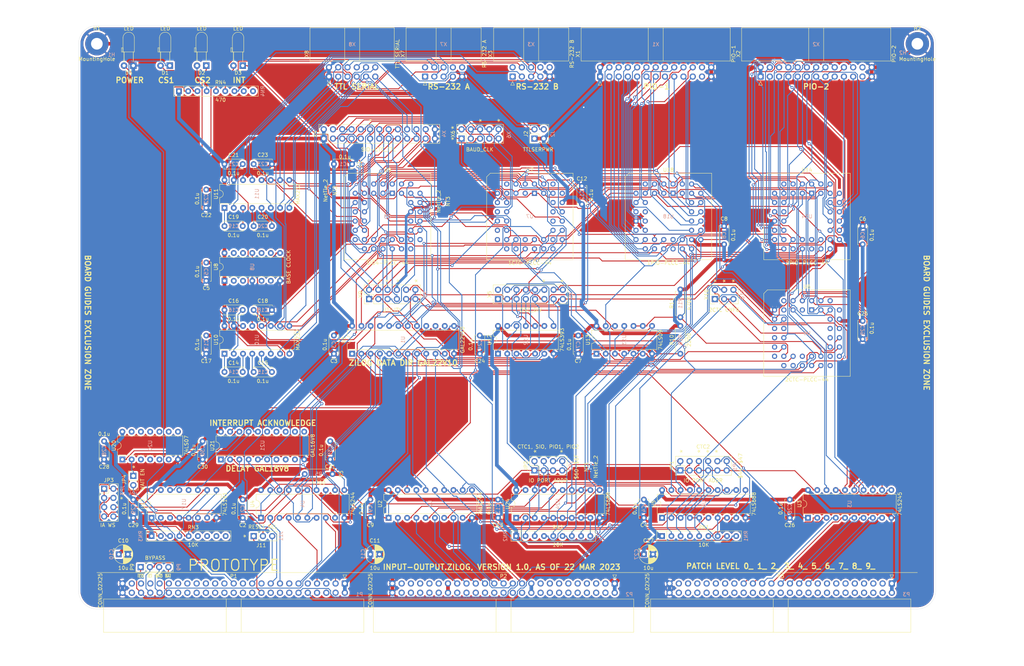
<source format=kicad_pcb>
(kicad_pcb (version 20211014) (generator pcbnew)
  (layers (0 "F.Cu" signal) (31 "B.Cu" signal) (34 "B.Paste" user) (35 "F.Paste" user) (36 "B.SilkS" user "B.Silkscreen") (37 "F.SilkS" user "F.Silkscreen") (38 "B.Mask" user) (39 "F.Mask" user) (44 "Edge.Cuts" user))
  (net 0 "")
  (net 1 "GND")
  (net 2 "VCC")
  (net 3 "Net-(C14-Pad2)")
  (net 4 "Net-(C14-Pad1)")
  (net 5 "Net-(C15-Pad2)")
  (net 6 "Net-(C15-Pad1)")
  (net 7 "Net-(C16-Pad2)")
  (net 8 "Net-(C18-Pad1)")
  (net 9 "Net-(C19-Pad2)")
  (net 10 "Net-(C19-Pad1)")
  (net 11 "Net-(C20-Pad2)")
  (net 12 "Net-(C20-Pad1)")
  (net 13 "Net-(C21-Pad2)")
  (net 14 "Net-(C23-Pad1)")
  (net 15 "Net-(D1-Pad1)")
  (net 16 "Net-(JP2-Pad8)")
  (net 17 "Net-(JP2-Pad6)")
  (net 18 "Net-(JP2-Pad4)")
  (net 19 "Net-(JP2-Pad2)")
  (net 20 "Net-(RN2-Pad9)")
  (net 21 "/CTC-SIO/1PWRB")
  (net 22 "/CTC-SIO/1PWRA")
  (net 23 "~{INT2}")
  (net 24 "~{INT1}")
  (net 25 "~{INT0}")
  (net 26 "Net-(JP1-Pad12)")
  (net 27 "Net-(JP1-Pad10)")
  (net 28 "Net-(JP1-Pad8)")
  (net 29 "Net-(JP1-Pad6)")
  (net 30 "Net-(JP1-Pad4)")
  (net 31 "Net-(JP1-Pad2)")
  (net 32 "~{IEO}")
  (net 33 "~{IEI}")
  (net 34 "-12V")
  (net 35 "/bus/CRUCLK")
  (net 36 "CLK")
  (net 37 "~{M1}")
  (net 38 "~{IORQ}")
  (net 39 "~{RD}")
  (net 40 "A0")
  (net 41 "A1")
  (net 42 "A2")
  (net 43 "A3")
  (net 44 "A4")
  (net 45 "A5")
  (net 46 "A6")
  (net 47 "A7")
  (net 48 "+12V")
  (net 49 "D0")
  (net 50 "D1")
  (net 51 "D2")
  (net 52 "D3")
  (net 53 "D4")
  (net 54 "D5")
  (net 55 "D6")
  (net 56 "D7")
  (net 57 "/CTC-SIO/1CTC_TG2")
  (net 58 "/CTC-SIO/1PHI_X")
  (net 59 "/CTC-SIO/GND-SIO4")
  (net 60 "/CTC-SIO/~{1DCDB}")
  (net 61 "/CTC-SIO/~{1TXCB}")
  (net 62 "/CTC-SIO/~{1RxCB}")
  (net 63 "/CTC-SIO/~{INT0}-EN")
  (net 64 "/CTC-SIO/1CTC_TG3")
  (net 65 "/CTC-SIO/1CTC_ZC2")
  (net 66 "~{bINT}")
  (net 67 "/CTC-SIO/VCC-SIO4")
  (net 68 "Net-(RN1-Pad9)")
  (net 69 "~{PM1}")
  (net 70 "BASE_CLK")
  (net 71 "DATA_DIR")
  (net 72 "bA3")
  (net 73 "~{CS_CTC1}")
  (net 74 "bA2")
  (net 75 "~{CS_SIO1}")
  (net 76 "~{bIORQ}")
  (net 77 "~{CS_PIO1}")
  (net 78 "~{bIEI}")
  (net 79 "~{CS_PIO2}")
  (net 80 "~{bM1}")
  (net 81 "~{CS1}")
  (net 82 "~{bRD}")
  (net 83 "~{bRESET}")
  (net 84 "bA4")
  (net 85 "bA0")
  (net 86 "bA5")
  (net 87 "bA1")
  (net 88 "bA6")
  (net 89 "bA7")
  (net 90 "bD0")
  (net 91 "bD1")
  (net 92 "bD2")
  (net 93 "bD3")
  (net 94 "bD4")
  (net 95 "bD5")
  (net 96 "bD6")
  (net 97 "bD7")
  (net 98 "bCLK")
  (net 99 "~{CS2}")
  (net 100 "/CTC-SIO/1CTC_TG0")
  (net 101 "/CTC-SIO/1CTC_TG1")
  (net 102 "/CTC-SIO/1CTC_ZC1")
  (net 103 "/CTC-SIO/1CTC_ZC0")
  (net 104 "/CTC-SIO/~{1W-RDYB}")
  (net 105 "/CTC-SIO/1RXDB")
  (net 106 "/CTC-SIO/~{1RIB}")
  (net 107 "/CTC-SIO/1TXDB")
  (net 108 "/CTC-SIO/~{1RTSB}")
  (net 109 "/CTC-SIO/~{1CTSA}")
  (net 110 "/CTC-SIO/~{1DTRA}")
  (net 111 "/CTC-SIO/~{1DTRB}")
  (net 112 "/CTC-SIO/~{1CTSB}")
  (net 113 "/CTC-SIO/~{1DCDA}")
  (net 114 "/CTC-SIO/~{1RTSA}")
  (net 115 "/CTC-SIO/~{1TXCA}")
  (net 116 "/CTC-SIO/1RXDA")
  (net 117 "/CTC-SIO/~{1W-RDYA}")
  (net 118 "/CTC-SIO/1TXDA")
  (net 119 "/CTC-SIO/~{1RXCA}")
  (net 120 "/CTC-SIO/~{1RIA}")
  (net 121 "/CTC-SIO/1CTSB_IN")
  (net 122 "/CTC-SIO/1RTSB_OUT")
  (net 123 "/CTC-SIO/~{1TXDB_OUT}")
  (net 124 "/CTC-SIO/~{1RXDB_IN}")
  (net 125 "/CTC-SIO/1CTSA_IN")
  (net 126 "/CTC-SIO/1RTSA_OUT")
  (net 127 "/CTC-SIO/~{1TXDA_OUT}")
  (net 128 "/CTC-SIO/~{1RXDA_IN}")
  (net 129 "/CTC-SIO/1Q3A")
  (net 130 "/CTC-SIO/1Q2A")
  (net 131 "/CTC-SIO/1Q0B")
  (net 132 "/CTC-SIO/1Q1A")
  (net 133 "/CTC-SIO/1Q1B")
  (net 134 "/CTC-SIO/1Q0A")
  (net 135 "/CTC-SIO/1Q2B")
  (net 136 "/CTC-SIO/1Q3B")
  (net 137 "/CTC-SIO/1CPA")
  (net 138 "/dualPIO/2PB6")
  (net 139 "/dualPIO/2PB4")
  (net 140 "/dualPIO/2PB2")
  (net 141 "/dualPIO/2PB0")
  (net 142 "/dualPIO/2PB7")
  (net 143 "/dualPIO/2PB5")
  (net 144 "/dualPIO/2PB3")
  (net 145 "/dualPIO/2PB1")
  (net 146 "/dualPIO/2ARDY")
  (net 147 "/dualPIO/~{2ASTB}")
  (net 148 "/dualPIO/2BRDY")
  (net 149 "/dualPIO/~{2BSTB}")
  (net 150 "/dualPIO/2PA0")
  (net 151 "/dualPIO/2PA2")
  (net 152 "/dualPIO/2PA4")
  (net 153 "/dualPIO/2PA6")
  (net 154 "/dualPIO/2PA1")
  (net 155 "/dualPIO/2PA3")
  (net 156 "/dualPIO/2PA5")
  (net 157 "/dualPIO/2PA7")
  (net 158 "/dualPIO/1PB6")
  (net 159 "/dualPIO/1PB4")
  (net 160 "/dualPIO/1PB2")
  (net 161 "/dualPIO/1PB0")
  (net 162 "/dualPIO/1PB7")
  (net 163 "/dualPIO/1PB5")
  (net 164 "/dualPIO/1PB3")
  (net 165 "/dualPIO/1PB1")
  (net 166 "/dualPIO/1ARDY")
  (net 167 "/dualPIO/~{1ASTB}")
  (net 168 "/dualPIO/1BRDY")
  (net 169 "/dualPIO/~{1BSTB}")
  (net 170 "/dualPIO/1PA0")
  (net 171 "/dualPIO/1PA2")
  (net 172 "/dualPIO/1PA4")
  (net 173 "/dualPIO/1PA6")
  (net 174 "/dualPIO/1PA1")
  (net 175 "/dualPIO/1PA3")
  (net 176 "/dualPIO/1PA5")
  (net 177 "/dualPIO/1PA7")
  (net 178 "ZERO")
  (net 179 "IEO_CTC2")
  (net 180 "/CTC-INT/2CTC_TG3")
  (net 181 "/CTC-INT/2CTC_ZC0")
  (net 182 "/CTC-INT/2CTC_TG1")
  (net 183 "/CTC-INT/2CTC_TG2")
  (net 184 "Net-(D2-Pad1)")
  (net 185 "CLK_ZILOG")
  (net 186 "Net-(JP3-Pad8)")
  (net 187 "Net-(JP3-Pad6)")
  (net 188 "Net-(JP3-Pad4)")
  (net 189 "Net-(JP3-Pad2)")
  (net 190 "~{WAIT}")
  (net 191 "~{bIORQ_RAW}")
  (net 192 "/GAL/DEL_CNT")
  (net 193 "/GAL/~{bCLK}")
  (net 194 "/GAL/bM1")
  (net 195 "/GAL/~{bWAIT}")
  (net 196 "~{BAO}")
  (net 197 "~{BAI}")
  (net 198 "Net-(JP4-Pad1)")
  (net 199 "IEO_PIO2")
  (net 200 "IEO_SIO1")
  (net 201 "470C")
  (net 202 "470B")
  (net 203 "470D")
  (net 204 "470A")
  (net 205 "470F")
  (net 206 "470E")
  (net 207 "IEO_CTC1")
  (net 208 "/bus/E")
  (net 209 "/bus/~{WR}")
  (net 210 "/bus/ST")
  (net 211 "/bus/PHI")
  (net 212 "/bus/~{MREQ}")
  (net 213 "/bus/~{BUSACK}")
  (net 214 "~{RES_IN}")
  (net 215 "/bus/CRUOUT")
  (net 216 "/bus/CRUIN")
  (net 217 "/bus/~{NMI}")
  (net 218 "~{RES_OUT}")
  (net 219 "/bus/USER8")
  (net 220 "/bus/~{BUSRQ}")
  (net 221 "/bus/USER7")
  (net 222 "/bus/USER6")
  (net 223 "/bus/~{HALT}")
  (net 224 "/bus/USER5")
  (net 225 "/bus/~{RFSH}")
  (net 226 "/bus/USER4")
  (net 227 "/bus/~{EIRQ7}")
  (net 228 "/bus/USER3")
  (net 229 "/bus/~{EIRQ6}")
  (net 230 "/bus/USER2")
  (net 231 "/bus/~{EIRQ5}")
  (net 232 "/bus/USER1")
  (net 233 "/bus/~{EIRQ4}")
  (net 234 "/bus/USER0")
  (net 235 "/bus/~{EIRQ3}")
  (net 236 "/bus/~{EIRQ2}")
  (net 237 "/bus/~{EIRQ1}")
  (net 238 "/bus/~{EIRQ0}")
  (net 239 "Net-(J11-Pad2)")
  (net 240 "/bus/I2C_SCL")
  (net 241 "/bus/A15")
  (net 242 "/bus/A31")
  (net 243 "/bus/A14")
  (net 244 "/bus/A30")
  (net 245 "/bus/A13")
  (net 246 "/bus/A29")
  (net 247 "/bus/A12")
  (net 248 "/bus/A28")
  (net 249 "/bus/A11")
  (net 250 "/bus/A27")
  (net 251 "/bus/A10")
  (net 252 "/bus/A26")
  (net 253 "/bus/A9")
  (net 254 "/bus/A25")
  (net 255 "/bus/A8")
  (net 256 "/bus/A24")
  (net 257 "/bus/A23")
  (net 258 "/bus/A22")
  (net 259 "/bus/A21")
  (net 260 "/bus/A20")
  (net 261 "/bus/A19")
  (net 262 "/bus/A18")
  (net 263 "/bus/A17")
  (net 264 "/bus/A16")
  (net 265 "/bus/IC3")
  (net 266 "/bus/~{TEND1}")
  (net 267 "/bus/IC2")
  (net 268 "/bus/~{DREQ1}")
  (net 269 "/bus/IC1")
  (net 270 "/bus/~{TEND0}")
  (net 271 "/bus/IC0")
  (net 272 "/bus/~{DREQ0}")
  (net 273 "/bus/AUXCLK1")
  (net 274 "/bus/AUXCLK0")
  (net 275 "/bus/D15")
  (net 276 "/bus/D31")
  (net 277 "/bus/D14")
  (net 278 "/bus/D30")
  (net 279 "/bus/D13")
  (net 280 "/bus/D29")
  (net 281 "/bus/D12")
  (net 282 "/bus/D28")
  (net 283 "/bus/D11")
  (net 284 "/bus/D27")
  (net 285 "/bus/D10")
  (net 286 "/bus/D26")
  (net 287 "/bus/D9")
  (net 288 "/bus/D25")
  (net 289 "/bus/D8")
  (net 290 "/bus/D24")
  (net 291 "/bus/D23")
  (net 292 "/bus/D22")
  (net 293 "/bus/D21")
  (net 294 "/bus/D20")
  (net 295 "/bus/D19")
  (net 296 "/bus/D18")
  (net 297 "/bus/D17")
  (net 298 "/bus/D16")
  (net 299 "/bus/~{BUSERR}")
  (net 300 "/bus/UDS")
  (net 301 "/bus/~{VPA}")
  (net 302 "/bus/LDS")
  (net 303 "/bus/~{VMA}")
  (net 304 "/bus/S2")
  (net 305 "/bus/~{BHE}")
  (net 306 "/bus/S1")
  (net 307 "/bus/IPL2")
  (net 308 "/bus/S0")
  (net 309 "/bus/IPL1")
  (net 310 "/bus/AUXCLK3")
  (net 311 "/bus/IPL0")
  (net 312 "/bus/AUXCLK2")
  (net 313 "IEO_PIO1")
  (net 328 "/CTC-INT/2CTC_ZC1")
  (net 329 "/CTC-INT/2CTC_ZC2")
  (net 416 "/bus/I2C_SDA")
  (footprint "Connector_IDC:IDC-Header_2x25_P2.54mm_Horizontal" (layer "F.Cu") (at 108 223 -90)
    (fp_text reference "P1")
    (fp_text value "CONN_02X25")
  )
  (footprint "LED_THT:LED_D3.0mm_Horizontal_O3.81mm_Z2.0mm" (layer "F.Cu") (at 50 81 180)
    (fp_text reference "D5")
    (fp_text value "LED")
  )
  (footprint "MountingHole:MountingHole_3.2mm_M3_Pad" (layer "F.Cu") (at 40 75)
    (fp_text reference "H1")
    (fp_text value "MountingHole")
  )
  (footprint "Connector_IDC:IDC-Header_2x25_P2.54mm_Horizontal" (layer "F.Cu") (at 258 223 -90)
    (fp_text reference "P3")
    (fp_text value "CONN_02X25")
  )
  (footprint "Connector_IDC:IDC-Header_2x25_P2.54mm_Horizontal" (layer "F.Cu") (at 182 223 -90)
    (fp_text reference "P2")
    (fp_text value "CONN_02X25")
  )
  (footprint "Capacitor_THT:C_Disc_D5.0mm_W2.5mm_P5.00mm" (layer "F.Cu") (at 105 108)
    (fp_text reference "C1")
    (fp_text value "0.1u")
  )
  (footprint "MountingHole:MountingHole_3.2mm_M3_Pad" (layer "F.Cu") (at 265 75)
    (fp_text reference "H2")
    (fp_text value "MountingHole")
  )
  (footprint "Connector_PinHeader_2.54mm:PinHeader_2x04_P2.54mm_Vertical" (layer "F.Cu") (at 160 192 90)
    (fp_text reference "JP2")
    (fp_text value "IO PORT ADDR")
  )
  (footprint "Resistor_THT:R_Array_SIP9" (layer "F.Cu") (at 155 210)
    (fp_text reference "RN2")
    (fp_text value "10K")
  )
  (footprint "Package_DIP:DIP-20_W7.62mm" (layer "F.Cu") (at 155 205 90)
    (fp_text reference "U24")
    (fp_text value "74LS688")
  )
  (footprint "Capacitor_THT:C_Disc_D5.0mm_W2.5mm_P5.00mm" (layer "F.Cu") (at 80 200 -90)
    (fp_text reference "C2")
    (fp_text value "0.1u")
  )
  (footprint "Capacitor_THT:C_Disc_D5.0mm_W2.5mm_P5.00mm" (layer "F.Cu") (at 105 155 -90)
    (fp_text reference "C3")
    (fp_text value "0.1u")
  )
  (footprint "Capacitor_THT:C_Disc_D5.0mm_W2.5mm_P5.00mm" (layer "F.Cu") (at 172 155 -90)
    (fp_text reference "C7")
    (fp_text value "0.1u")
  )
  (footprint "Capacitor_THT:C_Disc_D5.0mm_W2.5mm_P5.00mm" (layer "F.Cu") (at 212 130 90)
    (fp_text reference "C8")
    (fp_text value "0.1u")
  )
  (footprint "Capacitor_THT:CP_Radial_D5.0mm_P2.50mm" (layer "F.Cu") (at 46 215)
    (fp_text reference "C10")
    (fp_text value "10u")
  )
  (footprint "Capacitor_THT:CP_Radial_D5.0mm_P2.50mm" (layer "F.Cu") (at 115 215)
    (fp_text reference "C11")
    (fp_text value "10u")
  )
  (footprint "Capacitor_THT:C_Disc_D5.0mm_W2.5mm_P5.00mm" (layer "F.Cu") (at 173 119 90)
    (fp_text reference "C12")
    (fp_text value "0.1u")
  )
  (footprint "Capacitor_THT:C_Disc_D5.0mm_W2.5mm_P5.00mm" (layer "F.Cu") (at 150 200 -90)
    (fp_text reference "C13")
    (fp_text value "0.1u")
  )
  (footprint "Capacitor_THT:C_Disc_D5.0mm_W2.5mm_P5.00mm" (layer "F.Cu") (at 145 155 -90)
    (fp_text reference "C24")
    (fp_text value "0.1u")
  )
  (footprint "LED_THT:LED_D3.0mm_Horizontal_O3.81mm_Z2.0mm" (layer "F.Cu") (at 60 81 180)
    (fp_text reference "D1")
    (fp_text value "LED")
  )
  (footprint "LED_THT:LED_D3.0mm_Horizontal_O3.81mm_Z2.0mm" (layer "F.Cu") (at 80 81 180)
    (fp_text reference "D3")
    (fp_text value "LED")
  )
  (footprint "Connector_PinHeader_2.54mm:PinHeader_2x02_P2.54mm_Vertical" (layer "F.Cu") (at 160 101 90)
    (fp_text reference "J2")
    (fp_text value "TTLSERPWR")
  )
  (footprint "Connector_IDC:IDC-Header_2x06_P2.54mm_Horizontal" (layer "F.Cu") (at 103.65 84 90)
    (fp_text reference "X8")
    (fp_text value "TTL SERIAL")
  )
  (footprint "Connector_PinHeader_2.54mm:PinHeader_2x08_P2.54mm_Vertical" (layer "F.Cu") (at 150 145 90)
    (fp_text reference "X5")
    (fp_text value "OSC_DIV")
  )
  (footprint "Resistor_THT:R_Axial_DIN0207_L6.3mm_D2.5mm_P7.62mm_Horizontal" (layer "F.Cu") (at 200 160 90)
    (fp_text reference "R10")
    (fp_text value "2200")
  )
  (footprint "Resistor_THT:R_Axial_DIN0207_L6.3mm_D2.5mm_P7.62mm_Horizontal" (layer "F.Cu") (at 200 150 90)
    (fp_text reference "R11")
    (fp_text value "4700")
  )
  (footprint "Package_DIP:DIP-20_W7.62mm" (layer "F.Cu") (at 120 205 90)
    (fp_text reference "U2")
    (fp_text value "74LS244")
  )
  (footprint "Package_DIP:DIP-20_W7.62mm" (layer "F.Cu") (at 235 205 90)
    (fp_text reference "U3")
    (fp_text value "74LS245")
  )
  (footprint "Package_DIP:DIP-14_W7.62mm" (layer "F.Cu") (at 75 140 90)
    (fp_text reference "U8")
    (fp_text value "BASE CLOCK")
  )
  (footprint "Package_LCC:PLCC-44_THT-Socket" (layer "F.Cu") (at 236 116)
    (fp_text reference "U14")
    (fp_text value "2PIO-PLCC-44")
  )
  (footprint "Package_LCC:PLCC-44_THT-Socket" (layer "F.Cu") (at 198 116)
    (fp_text reference "U18")
    (fp_text value "1PIO-PLCC-44")
  )
  (footprint "Connector_IDC:IDC-Header_2x13_P2.54mm_Horizontal" (layer "F.Cu") (at 178 84 90)
    (fp_text reference "X1")
    (fp_text value "PIO-1")
  )
  (footprint "Connector_IDC:IDC-Header_2x13_P2.54mm_Horizontal" (layer "F.Cu") (at 222 84 90)
    (fp_text reference "X2")
    (fp_text value "PIO-2")
  )
  (footprint "Connector_IDC:IDC-Header_2x05_P2.54mm_Horizontal" (layer "F.Cu") (at 154 84 90)
    (fp_text reference "X3")
    (fp_text value "RS-232 B")
  )
  (footprint "Connector_PinHeader_2.54mm:PinHeader_2x13_P2.54mm_Vertical" (layer "F.Cu") (at 102.22 101 90)
    (fp_text reference "X4")
    (fp_text value "SIO-CTC_TTL")
  )
  (footprint "Connector_PinHeader_2.54mm:PinHeader_2x05_P2.54mm_Vertical" (layer "F.Cu") (at 140 101 90)
    (fp_text reference "X6")
    (fp_text value "BAUD_CLK")
  )
  (footprint "Connector_IDC:IDC-Header_2x05_P2.54mm_Horizontal" (layer "F.Cu") (at 130 84 90)
    (fp_text reference "X7")
    (fp_text value "RS-232 A")
  )
  (footprint "Package_LCC:PLCC-44_THT-Socket" (layer "F.Cu") (at 160 116)
    (fp_text reference "U7")
    (fp_text value "1CTC-PLCC-44")
  )
  (footprint "Package_DIP:DIP-20_W7.62mm" (layer "F.Cu") (at 85 205 90)
    (fp_text reference "U4")
    (fp_text value "74LS244")
  )
  (footprint "Capacitor_THT:C_Disc_D5.0mm_W2.5mm_P5.00mm" (layer "F.Cu") (at 115 200 -90)
    (fp_text reference "C9")
    (fp_text value "0.1u")
  )
  (footprint "Capacitor_THT:C_Disc_D5.0mm_W2.5mm_P5.00mm" (layer "F.Cu") (at 83 148)
    (fp_text reference "C18")
    (fp_text value "0.1u")
  )
  (footprint "Capacitor_THT:C_Disc_D5.0mm_W2.5mm_P5.00mm" (layer "F.Cu") (at 75 148)
    (fp_text reference "C16")
    (fp_text value "0.1u")
  )
  (footprint "Capacitor_THT:C_Disc_D5.0mm_W2.5mm_P5.00mm" (layer "F.Cu") (at 75 165)
    (fp_text reference "C14")
    (fp_text value "0.1u")
  )
  (footprint "Capacitor_THT:C_Disc_D5.0mm_W2.5mm_P5.00mm" (layer "F.Cu") (at 70 155 -90)
    (fp_text reference "C17")
    (fp_text value "0.1u")
  )
  (footprint "Capacitor_THT:C_Disc_D5.0mm_W2.5mm_P5.00mm" (layer "F.Cu") (at 75 125)
    (fp_text reference "C19")
    (fp_text value "0.1u")
  )
  (footprint "Capacitor_THT:C_Disc_D5.0mm_W2.5mm_P5.00mm" (layer "F.Cu") (at 83 125)
    (fp_text reference "C20")
    (fp_text value "0.1u")
  )
  (footprint "Capacitor_THT:C_Disc_D5.0mm_W2.5mm_P5.00mm" (layer "F.Cu") (at 75 108)
    (fp_text reference "C21")
    (fp_text value "0.1u")
  )
  (footprint "Capacitor_THT:C_Disc_D5.0mm_W2.5mm_P5.00mm" (layer "F.Cu") (at 70 115 -90)
    (fp_text reference "C22")
    (fp_text value "0.1u")
  )
  (footprint "Capacitor_THT:C_Disc_D5.0mm_W2.5mm_P5.00mm" (layer "F.Cu") (at 83 108)
    (fp_text reference "C23")
    (fp_text value "0.1u")
  )
  (footprint "Capacitor_THT:C_Disc_D5.0mm_W2.5mm_P5.00mm" (layer "F.Cu") (at 83 165)
    (fp_text reference "C15")
    (fp_text value "0.1u")
  )
  (footprint "Package_DIP:DIP-16_W7.62mm" (layer "F.Cu") (at 75 120 90)
    (fp_text reference "U11")
    (fp_text value "MAX232")
  )
  (footprint "Package_DIP:DIP-16_W7.62mm" (layer "F.Cu") (at 75 160 90)
    (fp_text reference "U10")
    (fp_text value "MAX232")
  )
  (footprint "Capacitor_THT:CP_Radial_D5.0mm_P2.50mm" (layer "F.Cu") (at 190 215)
    (fp_text reference "C27")
    (fp_text value "10u")
  )
  (footprint "Package_LCC:PLCC-44_THT-Socket" (layer "F.Cu") (at 121 116)
    (fp_text reference "U9")
    (fp_text value "SIO4-PLCC-44")
  )
  (footprint "Package_DIP:DIP-14_W7.62mm" (layer "F.Cu") (at 177 160 90)
    (fp_text reference "U13")
    (fp_text value "74LS09")
  )
  (footprint "Capacitor_THT:C_Disc_D5.0mm_W2.5mm_P5.00mm" (layer "F.Cu") (at 190 200 -90)
    (fp_text reference "C4")
    (fp_text value "0.1u")
  )
  (footprint "Capacitor_THT:C_Disc_D5.0mm_W2.5mm_P5.00mm" (layer "F.Cu") (at 250 130 90)
    (fp_text reference "C6")
    (fp_text value "0.1u")
  )
  (footprint "Package_DIP:DIP-14_W7.62mm" (layer "F.Cu") (at 150 160 90)
    (fp_text reference "U12")
    (fp_text value "74LS393")
  )
  (footprint "Capacitor_THT:C_Disc_D5.0mm_W2.5mm_P5.00mm" (layer "F.Cu") (at 70 135 -90)
    (fp_text reference "C5")
    (fp_text value "0.1u")
  )
  (footprint "Package_DIP:DIP-24_W7.62mm" (layer "F.Cu") (at 110 160 90)
    (fp_text reference "U1")
    (fp_text value "GAL22V10")
  )
  (footprint "Connector_PinHeader_2.54mm:PinHeader_2x06_P2.54mm_Vertical" (layer "F.Cu") (at 200 192 90)
    (fp_text reference "JP1")
    (fp_text value "IO PORT ADDR")
  )
  (footprint "Package_DIP:DIP-20_W7.62mm" (layer "F.Cu") (at 195 205 90)
    (fp_text reference "U5")
    (fp_text value "74LS688")
  )
  (footprint "Package_LCC:PLCC-44_THT-Socket" (layer "F.Cu") (at 236 148)
    (fp_text reference "U6")
    (fp_text value "2CTC-PLCC-44")
  )
  (footprint "Capacitor_THT:C_Disc_D5.0mm_W2.5mm_P5.00mm" (layer "F.Cu") (at 250 151 -90)
    (fp_text reference "C25")
    (fp_text value "0.1u")
  )
  (footprint "Capacitor_THT:C_Disc_D5.0mm_W2.5mm_P5.00mm" (layer "F.Cu") (at 230 200 -90)
    (fp_text reference "C26")
    (fp_text value "0.1u")
  )
  (footprint "Resistor_THT:R_Array_SIP9" (layer "F.Cu") (at 195 210)
    (fp_text reference "RN1")
    (fp_text value "10K")
  )
  (footprint "LED_THT:LED_D3.0mm_Horizontal_O3.81mm_Z2.0mm" (layer "F.Cu") (at 70 81 180)
    (fp_text reference "D2")
    (fp_text value "LED")
  )
  (footprint "Resistor_THT:R_Array_SIP9" (layer "F.Cu") (at 55 210)
    (fp_text reference "RN3")
    (fp_text value "10K")
  )
  (footprint "Package_DIP:DIP-16_W7.62mm" (layer "F.Cu") (at 55 205 90)
    (fp_text reference "U17")
    (fp_text value "74LS191")
  )
  (footprint "Package_DIP:DIP-14_W7.62mm" (layer "F.Cu") (at 47 189 90)
    (fp_text reference "U20")
    (fp_text value "74LS07")
  )
  (footprint "Connector_PinHeader_2.54mm:PinHeader_2x04_P2.54mm_Vertical" (layer "F.Cu") (at 42 197)
    (fp_text reference "JP3")
    (fp_text value "IA WS")
  )
  (footprint "Capacitor_THT:C_Disc_D5.0mm_W2.5mm_P5.00mm" (layer "F.Cu") (at 42 184 -90)
    (fp_text reference "C28")
    (fp_text value "0.1u")
  )
  (footprint "Capacitor_THT:C_Disc_D5.0mm_W2.5mm_P5.00mm" (layer "F.Cu") (at 50 200 -90)
    (fp_text reference "C29")
    (fp_text value "0.1u")
  )
  (footprint "Capacitor_THT:C_Disc_D5.0mm_W2.5mm_P5.00mm" (layer "F.Cu") (at 104 184 -90)
    (fp_text reference "C31")
    (fp_text value "0.1u")
  )
  (footprint "Capacitor_THT:C_Disc_D5.0mm_W2.5mm_P5.00mm" (layer "F.Cu") (at 69 184 -90)
    (fp_text reference "C30")
    (fp_text value "0.1u")
  )
  (footprint "Connector_PinHeader_2.54mm:PinHeader_1x02_P2.54mm_Vertical" (layer "F.Cu") (at 50 193.5)
    (fp_text reference "JP4")
    (fp_text value "WAIT EN")
  )
  (footprint "Package_DIP:DIP-20_W7.62mm" (layer "F.Cu") (at 74 189 90)
    (fp_text reference "U21")
    (fp_text value "GAL16V8")
  )
  (footprint "Resistor_THT:R_Array_SIP9" (layer "F.Cu") (at 62.5 88)
    (fp_text reference "RN4")
    (fp_text value "470")
  )
  (footprint "Connector_PinHeader_2.54mm:PinHeader_1x04_P2.54mm_Vertical" (layer "F.Cu") (at 52 218.5 90)
    (fp_text reference "P9")
    (fp_text value "BYPASS")
  )
  (footprint "Resistor_THT:R_Axial_DIN0207_L6.3mm_D2.5mm_P7.62mm_Horizontal" (layer "F.Cu") (at 97 193)
    (fp_text reference "R5")
    (fp_text value "4700")
  )
  (footprint "Connector_PinHeader_2.54mm:PinHeader_2x06_P2.54mm_Vertical" (layer "F.Cu") (at 114.65 145 90)
    (fp_text reference "X9")
    (fp_text value "UTILITY")
  )
  (footprint "NetTie:NetTie-2_THT_Pad0.3mm" (layer "F.Cu") (at 135 117.65 -90)
    (fp_text reference "NT3")
    (fp_text value "NetTie_2")
  )
  (footprint "Connector_PinHeader_2.54mm:PinHeader_2x03_P2.54mm_Vertical" (layer "F.Cu") (at 209.475 145.005 90)
    (fp_text reference "X10")
    (fp_text value "2CTC CNFG")
  )
  (footprint "NetTie:NetTie-2_THT_Pad0.3mm" (layer "F.Cu") (at 104 114.65 -90)
    (fp_text reference "NT2")
    (fp_text value "NetTie_2")
  )
  (footprint "NetTie:NetTie-2_THT_Pad0.3mm" (layer "F.Cu") (at 175.5 191.6 90)
    (fp_text reference "NT1")
    (fp_text value "NetTie_2")
  )
  (footprint "Connector_PinHeader_2.54mm:PinHeader_1x03_P2.54mm_Vertical" (layer "F.Cu") (at 83 210 90)
    (fp_text reference "J11")
    (fp_text value "RESET SEL")
  )
  (gr_line (start 40 220) (end 265 220) (layer "F.SilkS") (width 0.12))
  (gr_line (start 35 75) (end 35 225) (layer "Edge.Cuts") (width 0.05))
  (gr_line (start 40 230) (end 265 230) (layer "Edge.Cuts") (width 0.05))
  (gr_line (start 270 225) (end 270 75) (layer "Edge.Cuts") (width 0.05))
  (gr_line (start 265 70) (end 40 70) (layer "Edge.Cuts") (width 0.05))
  (gr_arc (start 270 225) (mid 268.535534 228.535534) (end 265 230) (layer "Edge.Cuts") (width 0.05))
  (gr_arc (start 35 75) (mid 36.464466 71.464466) (end 40 70) (layer "Edge.Cuts") (width 0.05))
  (gr_arc (start 265 70) (mid 268.535534 71.464466) (end 270 75) (layer "Edge.Cuts") (width 0.05))
  (gr_arc (start 40 230) (mid 36.464466 228.535534) (end 35 225) (layer "Edge.Cuts") (width 0.05))
  (gr_text "BOARD GUIDES EXCLUSION ZONE" (at 267.5 151.5 270) (layer "F.SilkS") (effects (font (size 1.5 1.5) (thickness 0.3))))
  (gr_text "BOARD GUIDES EXCLUSION ZONE" (at 37.5 151.5 270) (layer "F.SilkS") (effects (font (size 1.5 1.5) (thickness 0.3))))
  (gr_text "INT" (at 79 85) (layer "F.SilkS") (effects (font (size 1.5 1.5) (thickness 0.3))))
  (gr_text "CS1" (at 59 85) (layer "F.SilkS") (effects (font (size 1.5 1.5) (thickness 0.3))))
  (gr_text "CS2" (at 69 85) (layer "F.SilkS") (effects (font (size 1.5 1.5) (thickness 0.3))))
  (gr_text "~{IEI}" (at 54.5 221) (layer "F.SilkS") (effects (font (size 0.7 0.7) (thickness 0.175))))
  (gr_text "~{BAO}" (at 57 221) (layer "F.SilkS") (effects (font (size 0.7 0.7) (thickness 0.175))))
  (gr_text "~{BAI}" (at 59.5 221) (layer "F.SilkS") (effects (font (size 0.7 0.7) (thickness 0.175))))
  (gr_text "*" (at 145.611299 96.039019 90) (layer "F.SilkS") (effects (font (size 1.5 1.5))))
  (gr_text "INPUT-OUTPUT.ZILOG, VERSION 1.0, AS OF 22 MAR 2023" (at 151 218.5) (layer "F.SilkS") (effects (font (size 1.5 1.5) (thickness 0.3))))
  (gr_text "*" (at 138 101 90) (layer "F.SilkS") (effects (font (size 1.5 1.5))))
  (gr_text "*" (at 210 140 90) (layer "F.SilkS") (effects (font (size 1.5 1.5))))
  (gr_text "*" (at 215 140 90) (layer "F.SilkS") (effects (font (size 1.5 1.5))))
  (gr_text "PATCH LEVEL 0_ 1_ 2_ 3_ 4_ 5_ 6_ 7_ 8_ 9_" (at 227.5 218.25) (layer "F.SilkS") (effects (font (size 1.5 1.5) (thickness 0.3))))
  (gr_text "*" (at 115 140 90) (layer "F.SilkS") (effects (font (size 1.5 1.5))))
  (gr_text "*" (at 115.439483 95.975479 90) (layer "F.SilkS") (effects (font (size 1.5 1.5))))
  (gr_text "RS-232 A" (at 136.5 86.75) (layer "F.SilkS") (effects (font (size 1.5 1.5) (thickness 0.3))))
  (gr_text "$60-$6F" (at 171.5 191 90) (layer "F.SilkS") (effects (font (size 1 1))))
  (gr_text "*" (at 138 98 90) (layer "F.SilkS") (effects (font (size 1.5 1.5))))
  (gr_text "CTC1, SIO, PIO1, PIO2" (at 163.75 185.5) (layer "F.SilkS") (effects (font (size 1 1))))
  (gr_text "*" (at 123 140 90) (layer "F.SilkS") (effects (font (size 1.5 1.5))))
  (gr_text "POWER" (at 49 85) (layer "F.SilkS") (effects (font (size 1.5 1.5) (thickness 0.3))))
  (gr_text "DELAY GAL16V8" (at 84 191.5) (layer "F.SilkS") (effects (font (size 1.5 1.5) (thickness 0.3))))
  (gr_text "*" (at 168 140 90) (layer "F.SilkS") (effects (font (size 1.5 1.5))))
  (gr_text "$44-$47" (at 216.5 190.75 90) (layer "F.SilkS") (effects (font (size 1 1))))
  (gr_text "*" (at 128 140 90) (layer "F.SilkS") (effects (font (size 1.5 1.5))))
  (gr_text "~{IEO}" (at 52 221) (layer "F.SilkS") (effects (font (size 0.7 0.7) (thickness 0.175))))
  (gr_text "*\n\n*\n*\n*\n\n" (at 206.75 186.75 90) (layer "F.SilkS") (effects (font (size 1.5 1.5))))
  (gr_text "PIO-2" (at 237.25 86.75) (layer "F.SilkS") (effects (font (size 1.5 1.5) (thickness 0.3))))
  (gr_text "INTERRUPT ACKNOWLEDGE" (at 85.5 179) (layer "F.SilkS") (effects (font (size 1.5 1.5) (thickness 0.3))))
  (gr_text "*" (at 118 140 90) (layer "F.SilkS") (effects (font (size 1.5 1.5))))
  (gr_text "*" (at 50.571617 191.028249 90) (layer "F.SilkS") (effects (font (size 1.5 1.5))))
  (gr_text "*" (at 120 140 90) (layer "F.SilkS") (effects (font (size 1.5 1.5))))
  (gr_text "PIO-1" (at 193.5 86.75) (layer "F.SilkS") (effects (font (size 1.5 1.5) (thickness 0.3))))
  (gr_text "TTL SERIAL" (at 111.25 86.75) (layer "F.SilkS") (effects (font (size 1.5 1.5) (thickness 0.3))))
  (gr_text "ZILOG DATA DIR GAL22V10" (at 124 162.5) (layer "F.SilkS") (effects (font (size 1.5 1.5) (thickness 0.3))))
  (gr_text "*" (at 163 140 90) (layer "F.SilkS") (effects (font (size 1.5 1.5))))
  (gr_text "PROTOTYPE" (at 77.5 218) (layer "F.SilkS") (effects (font (size 3 3) (thickness 0.3))))
  (gr_text "*" (at 212.472578 140.032309 90) (layer "F.SilkS") (effects (font (size 1.5 1.5))))
  (gr_text "CTC2" (at 206.25 185.5) (layer "F.SilkS") (effects (font (size 1 1))))
  (gr_text "RS-232 B" (at 160.75 86.75) (layer "F.SilkS") (effects (font (size 1.5 1.5) (thickness 0.3))))
  (gr_text "*" (at 150.652969 96.004722 90) (layer "F.SilkS") (effects (font (size 1.5 1.5))))
  (gr_text "*\n\n\n*" (at 164.25 186.75 90) (layer "F.SilkS") (effects (font (size 1.5 1.5))))
  (gr_text "*" (at 81 210 90) (layer "F.SilkS") (effects (font (size 1.5 1.5))))
  (gr_text "*" (at 47.230221 199.602104 90) (layer "F.SilkS") (effects (font (size 1.5 1.5))))
  (segment (start 252.48 84) (end 252.48 81.46) (width 1) (layer "F.Cu") (net 1))
  (segment (start 172.5843 92.4243) (end 164.16 84) (width 1) (layer "F.Cu") (net 1))
  (segment (start 250.9141 85.5659) (end 252.48 84) (width 1) (layer "F.Cu") (net 1))
  (segment (start 187.84 123.62) (end 184.0311 123.62) (width 1) (layer "F.Cu") (net 1))
  (segment (start 162.6086 85.5514) (end 164.16 84) (width 1) (layer "F.Cu") (net 1))
  (segment (start 191.9713 203.0287) (end 215.8887 203.0287) (width 1) (layer "F.Cu") (net 1))
  (segment (start 50 205) (end 51.5004 206.5004) (width 1) (layer "F.Cu") (net 1))
  (segment (start 103.65 84) (end 108.2808 88.6308) (width 1) (layer "F.Cu") (net 1))
  (segment (start 121.04 215) (end 117.5 215) (width 1) (layer "F.Cu") (net 1))
  (segment (start 250 85.5659) (end 210.0459 85.5659) (width 1) (layer "F.Cu") (net 1))
  (segment (start 190.7396 158.4996) (end 192.24 160) (width 1) (layer "F.Cu") (net 1))
  (segment (start 257.86 205) (end 256.335 203.475) (width 1) (layer "F.Cu") (net 1))
  (segment (start 231.525 203.475) (end 230 205) (width 1) (layer "F.Cu") (net 1))
  (segment (start 137.94 160) (end 139.4403 160) (width 1) (layer "F.Cu") (net 1))
  (segment (start 142.86 205) (end 132.86 215) (width 1) (layer "F.Cu") (net 1))
  (segment (start 88 108) (end 89.5075 106.4925) (width 1) (layer "F.Cu") (net 1))
  (segment (start 135.5292 88.6308) (end 140.16 84) (width 1) (layer "F.Cu") (net 1))
  (segment (start 121.04 223) (end 121.04 225.54) (width 1) (layer "F.Cu") (net 1))
  (segment (start 62.24 189) (end 63.7403 189) (width 1) (layer "F.Cu") (net 1))
  (segment (start 217.86 205) (end 219.3603 205) (width 1) (layer "F.Cu") (net 1))
  (segment (start 89.5075 106.4925) (end 108.4925 106.4925) (width 1) (layer "F.Cu") (net 1))
  (segment (start 173.5108 92.4243) (end 172.5843 92.4243) (width 1) (layer "F.Cu") (net 1))
  (segment (start 86.4409 109.5591) (end 88 108) (width 1) (layer "F.Cu") (net 1))
  (segment (start 77.54 112.38) (end 80.3609 109.5591) (width 1) (layer "F.Cu") (net 1))
  (segment (start 190 205) (end 191.9713 203.0287) (width 1) (layer "F.Cu") (net 1))
  (segment (start 258.54 81.46) (end 265 75) (width 1) (layer "F.Cu") (net 1))
  (segment (start 184.0311 123.62) (end 179.6632 119.2521) (width 1) (layer "F.Cu") (net 1))
  (segment (start 60.7861 190.4539) (end 60.476 190.4539) (width 1) (layer "F.Cu") (net 1))
  (segment (start 142.86 205) (end 144.3603 205) (width 1) (layer "F.Cu") (net 1))
  (segment (start 172 160) (end 173.5004 158.4996) (width 1) (layer "F.Cu") (net 1))
  (segment (start 256.335 203.475) (end 231.525 203.475) (width 1) (layer "F.Cu") (net 1))
  (segment (start 70.5003 187.4997) (end 69 189) (width 1) (layer "F.Cu") (net 1))
  (segment (start 250 85.5659) (end 250.9141 85.5659) (width 1) (layer "F.Cu") (net 1))
  (segment (start 108.4925 106.4925) (end 110 108) (width 1) (layer "F.Cu") (net 1))
  (segment (start 132.86 215) (end 121.04 215) (width 1) (layer "F.Cu") (net 1))
  (segment (start 176.3596 206.5004) (end 151.5004 206.5004) (width 1) (layer "F.Cu") (net 1))
  (segment (start 82.1132 156.9532) (end 101.9532 156.9532) (width 1) (layer "F.Cu") (net 1))
  (segment (start 144.3828 204.9775) (end 144.3603 205) (width 1) (layer "F.Cu") (net 1))
  (segment (start 173.644 92.5575) (end 199.9225 92.5575) (width 1) (layer "F.Cu") (net 1))
  (segment (start 250 125) (end 250 85.5659) (width 1) (layer "F.Cu") (net 1))
  (segment (start 95.3597 187.4997) (end 70.5003 187.4997) (width 1) (layer "F.Cu") (net 1))
  (segment (start 43.5337 190.5337) (end 42 189) (width 1) (layer "F.Cu") (net 1))
  (segment (start 177.86 205) (end 176.3596 206.5004) (width 1) (layer "F.Cu") (net 1))
  (segment (start 165.24 160) (end 163.7396 158.4996) (width 1) (layer "F.Cu") (net 1))
  (segment (start 121.04 215) (end 121.04 223) (width 1) (layer "F.Cu") (net 1))
  (segment (start 60.3962 190.5337) (end 43.5337 190.5337) (width 1) (layer "F.Cu") (net 1))
  (segment (start 149.9775 204.9775) (end 144.3828 204.9775) (width 1) (layer "F.Cu") (net 1))
  (segment (start 72.78 205) (end 80 205) (width 1) (layer "F.Cu") (net 1))
  (segment (start 141.7114 85.5514) (end 162.6086 85.5514) (width 1) (layer "F.Cu") (net 1))
  (segment (start 44 75) (end 40 75) (width 1) (layer "F.Cu") (net 1))
  (segment (start 163.7396 158.4996) (end 146.5004 158.4996) (width 1) (layer "F.Cu") (net 1))
  (segment (start 101.9532 156.9532) (end 105 160) (width 1) (layer "F.Cu") (net 1))
  (segment (start 60.476 190.4539) (end 60.3962 190.5337) (width 1) (layer "F.Cu") (net 1))
  (segment (start 173.5004 158.4996) (end 190.7396 158.4996) (width 1) (layer "F.Cu") (net 1))
  (segment (start 146.5004 158.4996) (end 145 160) (width 1) (layer "F.Cu") (net 1))
  (segment (start 108.2808 88.6308) (end 135.5292 88.6308) (width 1) (layer "F.Cu") (net 1))
  (segment (start 213.38 123.62) (end 212 125) (width 1) (layer "F.Cu") (net 1))
  (segment (start 136.65 116) (end 149.84 116) (width 1) (layer "F.Cu") (net 1))
  (segment (start 115 205) (end 107.86 205) (width 1) (layer "F.Cu") (net 1))
  (segment (start 173.5108 92.4243) (end 173.644 92.5575) (width 1) (layer "F.Cu") (net 1))
  (segment (start 150 205) (end 149.9775 204.9775) (width 1) (layer "F.Cu") (net 1))
  (segment (start 62.24 189) (end 60.7861 190.4539) (width 1) (layer "F.Cu") (net 1))
  (segment (start 208.48 81.46) (end 208.48 84) (width 1) (layer "F.Cu") (net 1))
  (segment (start 190 205) (end 177.86 205) (width 1) (layer "F.Cu") (net 1))
  (segment (start 252.48 81.46) (end 258.54 81.46) (width 1) (layer "F.Cu") (net 1))
  (segment (start 51.5004 206.5004) (end 71.2796 206.5004) (width 1) (layer "F.Cu") (net 1))
  (segment (start 80.3609 109.5591) (end 86.4409 109.5591) (width 1) (layer "F.Cu") (net 1))
  (segment (start 199.9225 92.5575) (end 208.48 84) (width 1) (layer "F.Cu") (net 1))
  (segment (start 69 189) (end 63.7403 189) (width 1) (layer "F.Cu") (net 1))
  (segment (start 151.5004 206.5004) (end 150 205) (width 1) (layer "F.Cu") (net 1))
  (segment (start 96.86 189) (end 95.3597 187.4997) (width 1) (layer "F.Cu") (net 1))
  (segment (start 230 205) (end 219.3603 205) (width 1) (layer "F.Cu") (net 1))
  (segment (start 140.16 84) (end 141.7114 85.5514) (width 1) (layer "F.Cu") (net 1))
  (segment (start 77.54 152.38) (end 82.1132 156.9532) (width 1) (layer "F.Cu") (net 1))
  (segment (start 210.0459 85.5659) (end 208.48 84) (width 1) (layer "F.Cu") (net 1))
  (segment (start 71.2796 206.5004) (end 72.78 205) (width 1) (layer "F.Cu") (net 1))
  (segment (start 135 117.65) (end 136.65 116) (width 1) (layer "F.Cu") (net 1))
  (segment (start 225.84 123.62) (end 213.38 123.62) (width 1) (layer "F.Cu") (net 1))
  (segment (start 50 81) (end 44 75) (width 1) (layer "F.Cu") (net 1))
  (segment (start 215.8887 203.0287) (end 217.86 205) (width 1) (layer "F.Cu") (net 1))
  (segment (start 96.86 189) (end 104 189) (width 1) (layer "F.Cu") (net 1))
  (segment (start 145 160) (end 139.4403 160) (width 1) (layer "F.Cu") (net 1))
  (via (at 179.6632 119.2521) (size 0.8) (drill 0.4) (layers "F.Cu" "B.Cu") (net 1))
  (via (at 173.5108 92.4243) (size 0.8) (drill 0.4) (layers "F.Cu" "B.Cu") (net 1))
  (segment (start 109.3825 201.9772) (end 107.86 203.4997) (width 1) (layer "B.Cu") (net 1))
  (segment (start 165.24 160) (end 172 160) (width 1) (layer "B.Cu") (net 1))
  (segment (start 178.9597 188.3695) (end 178.9597 174.0491) (width 1) (layer "B.Cu") (net 1))
  (segment (start 50 89.5429) (end 75.2286 114.7714) (width 1) (layer "B.Cu") (net 1))
  (segment (start 46.26 201.26) (end 50 205) (width 1) (layer "B.Cu") (net 1))
  (segment (start 212 87.52) (end 212 125) (width 1) (layer "B.Cu") (net 1))
  (segment (start 88 108) (end 88 99.65) (width 1) (layer "B.Cu") (net 1))
  (segment (start 70.5266 187.4734) (end 70.5266 160.5266) (width 1) (layer "B.Cu") (net 1))
  (segment (start 132.7 101) (end 132.7 102.5503) (width 1) (layer "B.Cu") (net 1))
  (segment (start 70 120) (end 71.5295 121.5295) (width 1) (layer "B.Cu") (net 1))
  (segment (start 88 141.5004) (end 88.7396 141.5004) (width 1) (layer "B.Cu") (net 1))
  (segment (start 77.54 146.4996) (end 82.5393 141.5003) (width 1) (layer "B.Cu") (net 1))
  (segment (start 191.09 216.5004) (end 191.09 217.05) (width 1) (layer "B.Cu") (net 1))
  (segment (start 191.5085 161.5003) (end 192.24 161.5003) (width 1) (layer "B.Cu") (net 1))
  (segment (start 224.4285 129.4279) (end 224.4285 125.0315) (width 1) (layer "B.Cu") (net 1))
  (segment (start 173.5108 113.4893) (end 173.5108 92.4243) (width 1) (layer "B.Cu") (net 1))
  (segment (start 103.65 81.46) (end 103.65 84) (width 1) (layer "B.Cu") (net 1))
  (segment (start 50 81) (end 50 89.5429) (width 1) (layer "B.Cu") (net 1))
  (segment (start 191.09 216.5004) (end 192.5 215.0904) (width 1) (layer "B.Cu") (net 1))
  (segment (start 71.5295 139.5109) (end 71.0404 140) (width 1) (layer "B.Cu") (net 1))
  (segment (start 71.5295 121.5295) (end 71.5295 139.5109) (width 1) (layer "B.Cu") (net 1))
  (segment (start 173.5108 113.4893) (end 173.5107 113.4893) (width 1) (layer "B.Cu") (net 1))
  (segment (start 192.24 160) (end 192.24 161.5003) (width 1) (layer "B.Cu") (net 1))
  (segment (start 70.5266 160.5266) (end 70 160) (width 1) (layer "B.Cu") (net 1))
  (segment (start 48.5 221.54) (end 47.04 223) (width 1) (layer "B.Cu") (net 1))
  (segment (start 175.6146 191.7146) (end 178.9597 188.3695) (width 1) (layer "B.Cu") (net 1))
  (segment (start 88 141.5004) (end 82.6201 141.5004) (width 1) (layer "B.Cu") (net 1))
  (segment (start 42 189) (end 46.26 193.26) (width 1) (layer "B.Cu") (net 1))
  (segment (start 50 205) (end 48.5 206.5) (width 1) (layer "B.Cu") (net 1))
  (segment (start 190 205) (end 188.4449 206.5551) (width 1) (layer "B.Cu") (net 1))
  (segment (start 75.5955 114.4045) (end 76.579 114.4045) (width 1) (layer "B.Cu") (net 1))
  (segment (start 107.86 205) (end 107.86 203.4997) (width 1) (layer "B.Cu") (net 1))
  (segment (start 88 99.65) (end 103.65 84) (width 1) (layer "B.Cu") (net 1))
  (segment (start 109.3825 194.3825) (end 109.3825 201.9772) (width 1) (layer "B.Cu") (net 1))
  (segment (start 69 189) (end 70.5266 187.4734) (width 1) (layer "B.Cu") (net 1))
  (segment (start 208.48 84) (end 212 87.52) (width 1) (layer "B.Cu") (net 1))
  (segment (start 179.3623 201.9974) (end 179.3623 195.4623) (width 1) (layer "B.Cu") (net 1))
  (segment (start 88 148) (end 88 141.5004) (width 1) (layer "B.Cu") (net 1))
  (segment (start 191.09 217.05) (end 197.04 223) (width 1) (layer "B.Cu") (net 1))
  (segment (start 77.54 146.4996) (end 71.0404 140) (width 1) (layer "B.Cu") (net 1))
  (segment (start 104 189) (end 109.3825 194.3825) (width 1) (layer "B.Cu") (net 1))
  (segment (start 192.5 215.0904) (end 192.5 215) (width 1) (layer "B.Cu") (net 1))
  (segment (start 225.84 130.8394) (end 224.4285 129.4279) (width 1) (layer "B.Cu") (net 1))
  (segment (start 188.4449 206.5551) (end 188.4449 216.0427) (width 1) (layer "B.Cu") (net 1))
  (segment (start 140.16 89.4497) (end 132.7 96.9097) (width 1) (layer "B.Cu") (net 1))
  (segment (start 225.84 148) (end 225.84 130.8394) (width 1) (layer "B.Cu") (net 1))
  (segment (start 175.5 191.6) (end 175.6146 191.7146) (width 1) (layer "B.Cu") (net 1))
  (segment (start 140.16 84) (end 140.16 89.4497) (width 1) (layer "B.Cu") (net 1))
  (segment (start 179.6632 119.2521) (end 173.9004 113.4893) (width 1) (layer "B.Cu") (net 1))
  (segment (start 77.1729 153.8803) (end 77.54 153.8803) (width 1) (layer "B.Cu") (net 1))
  (segment (start 75.2286 114.7714) (end 75.5955 114.4045) (width 1) (layer "B.Cu") (net 1))
  (segment (start 71.0404 140) (end 70 140) (width 1) (layer "B.Cu") (net 1))
  (segment (start 135 104.8503) (end 135 117.65) (width 1) (layer "B.Cu") (net 1))
  (segment (start 47.04 223) (end 47.04 225.54) (width 1) (layer "B.Cu") (net 1))
  (segment (start 77.1032 113.8803) (end 77.54 113.8803) (width 1) (layer "B.Cu") (net 1))
  (segment (start 132.7 102.5503) (end 135 104.8503) (width 1) (layer "B.Cu") (net 1))
  (segment (start 224.4285 125.0315) (end 225.84 123.62) (width 1) (layer "B.Cu") (net 1))
  (segment (start 178.9597 174.0491) (end 191.5085 161.5003) (width 1) (layer "B.Cu") (net 1))
  (segment (start 173.5107 113.4893) (end 173 114) (width 1) (layer "B.Cu") (net 1))
  (segment (start 132.7 98.46) (end 132.7 96.9097) (width 1) (layer "B.Cu") (net 1))
  (segment (start 188.4449 216.0427) (end 188.9026 216.5004) (width 1) (layer "B.Cu") (net 1))
  (segment (start 46.26 193.26) (end 46.26 201.26) (width 1) (layer "B.Cu") (net 1))
  (segment (start 248.4807 126.5193) (end 250 125) (width 1) (layer "B.Cu") (net 1))
  (segment (start 48.5 206.5) (end 48.5 215) (width 1) (layer "B.Cu") (net 1))
  (segment (start 197.04 225.54) (end 197.04 223) (width 1) (layer "B.Cu") (net 1))
  (segment (start 77.54 152.38) (end 77.54 146.4996) (width 1) (layer "B.Cu") (net 1))
  (segment (start 48.5 215) (end 48.5 221.54) (width 1) (layer "B.Cu") (net 1))
  (segment (start 82.6201 141.5004) (end 82.62 141.5003) (width 1) (layer "B.Cu") (net 1))
  (segment (start 248.4807 154.4807) (end 248.4807 126.5193) (width 1) (layer "B.Cu") (net 1))
  (segment (start 177.86 205) (end 177.86 203.4997) (width 1) (layer "B.Cu") (net 1))
  (segment (start 77.54 152.38) (end 77.54 153.8803) (width 1) (layer "B.Cu") (net 1))
  (segment (start 173.9004 113.4893) (end 173.5108 113.4893) (width 1) (layer "B.Cu") (net 1))
  (segment (start 82.5393 141.5003) (end 82.62 141.5003) (width 1) (layer "B.Cu") (net 1))
  (segment (start 76.579 114.4045) (end 77.1032 113.8803) (width 1) (layer "B.Cu") (net 1))
  (segment (start 132.7 98.46) (end 132.7 101) (width 1) (layer "B.Cu") (net 1))
  (segment (start 75.2286 114.7714) (end 70 120) (width 1) (layer "B.Cu") (net 1))
  (segment (start 179.3623 195.4623) (end 175.6146 191.7146) (width 1) (layer "B.Cu") (net 1))
  (segment (start 177.86 203.4997) (end 179.3623 201.9974) (width 1) (layer "B.Cu") (net 1))
  (segment (start 250 156) (end 248.4807 154.4807) (width 1) (layer "B.Cu") (net 1))
  (segment (start 117.5 207.5) (end 115 205) (width 1) (layer "B.Cu") (net 1))
  (segment (start 88.7396 141.5004) (end 90.24 140) (width 1) (layer "B.Cu") (net 1))
  (segment (start 117.5 215) (end 117.5 207.5) (width 1) (layer "B.Cu") (net 1))
  (segment (start 77.54 112.38) (end 77.54 113.8803) (width 1) (layer "B.Cu") (net 1))
  (segment (start 70.5266 160.5266) (end 77.1729 153.8803) (width 1) (layer "B.Cu") (net 1))
  (segment (start 82.62 140) (end 82.62 141.5003) (width 1) (layer "B.Cu") (net 1))
  (segment (start 188.9026 216.5004) (end 191.09 216.5004) (width 1) (layer "B.Cu") (net 1))
  (segment (start 157.9741 212.9741) (end 155 210) (width 1) (layer "F.Cu") (net 2))
  (segment (start 75 138.4997) (end 72.6903 136.19) (width 1) (layer "F.Cu") (net 2))
  (segment (start 230.8797 200) (end 233.4997 197.38) (width 1) (layer "F.Cu") (net 2))
  (segment (start 177 152.38) (end 175.4997 152.38) (width 1) (layer "F.Cu") (net 2))
  (segment (start 150 200) (end 122.62 200) (width 1) (layer "F.Cu") (net 2))
  (segment (start 250 130) (end 249.8507 130.1493) (width 1) (layer "F.Cu") (net 2))
  (segment (start 242.5293 130.1493) (end 242.5293 131.7871) (width 1) (layer "F.Cu") (net 2))
  (segment (start 56.5322 195.8478) (end 55 197.38) (width 1) (layer "F.Cu") (net 2))
  (segment (start 102.22 101) (end 82 101) (width 1) (layer "F.Cu") (net 2))
  (segment (start 72.8498 115) (end 70 115) (width 1) (layer "F.Cu") (net 2))
  (segment (start 104.62 193) (end 104.62 191.4997) (width 1) (layer "F.Cu") (net 2))
  (segment (start 198.4997 152.38) (end 196.4745 154.4052) (width 1) (layer "F.Cu") (net 2))
  (segment (start 103.1197 193) (end 101.6194 194.5003) (width 1) (layer "F.Cu") (net 2))
  (segment (start 179.0252 154.4052) (end 177 152.38) (width 1) (layer "F.Cu") (net 2))
  (segment (start 80.8797 200) (end 80 200) (width 1) (layer "F.Cu") (net 2))
  (segment (start 122.62 200) (end 120 197.38) (width 1) (layer "F.Cu") (net 2))
  (segment (start 200 152.38) (end 198.4997 152.38) (width 1) (layer "F.Cu") (net 2))
  (segment (start 195 198.8803) (end 196.1197 200) (width 1) (layer "F.Cu") (net 2))
  (segment (start 195 197.38) (end 195 198.8803) (width 1) (layer "F.Cu") (net 2))
  (segment (start 75 113.8803) (end 73.9695 113.8803) (width 1) (layer "F.Cu") (net 2))
  (segment (start 204.9914 130.1446) (end 203.5468 128.7) (width 1) (layer "F.Cu") (net 2))
  (segment (start 196.4745 154.4052) (end 179.0252 154.4052) (width 1) (layer "F.Cu") (net 2))
  (segment (start 179.5571 79.9029) (end 220.4429 79.9029) (width 1) (layer "F.Cu") (net 2))
  (segment (start 75 148) (end 75 140) (width 1) (layer "F.Cu") (net 2))
  (segment (start 75.8478 195.8478) (end 56.5322 195.8478) (width 1) (layer "F.Cu") (net 2))
  (segment (start 188.4997 215) (end 188.4997 216.5003) (width 1) (layer "F.Cu") (net 2))
  (segment (start 203.5468 128.7) (end 203.08 128.7) (width 1) (layer "F.Cu") (net 2))
  (segment (start 190 215) (end 188.4997 215) (width 1) (layer "F.Cu") (net 2))
  (segment (start 73.9695 113.8803) (end 72.8498 115) (width 1) (layer "F.Cu") (net 2))
  (segment (start 74 181.38) (end 71.62 181.38) (width 1) (layer "F.Cu") (net 2))
  (segment (start 72.6903 136.19) (end 71.5003 135) (width 1) (layer "F.Cu") (net 2))
  (segment (start 83.4997 197.38) (end 80.8797 200) (width 1) (layer "F.Cu") (net 2))
  (segment (start 188.4997 216.5003) (end 182 223) (width 1) (layer "F.Cu") (net 2))
  (segment (start 107.62 152.38) (end 105 155) (width 1) (layer "F.Cu") (net 2))
  (segment (start 209.689 134.1913) (end 211.8554 134.1913) (width 1) (layer "F.Cu") (net 2))
  (segment (start 230 200) (end 230.8797 200) (width 1) (layer "F.Cu") (net 2))
  (segment (start 162.54 101) (end 160 101) (width 1) (layer "F.Cu") (net 2))
  (segment (start 249.8507 130.1493) (end 242.5293 130.1493) (width 1) (layer "F.Cu") (net 2))
  (segment (start 75 132.38) (end 75 133.8803) (width 1) (layer "F.Cu") (net 2))
  (segment (start 110.62 193) (end 115 197.38) (width 1) (layer "F.Cu") (net 2))
  (segment (start 75 153.8803) (end 73.6197 153.8803) (width 1) (layer "F.Cu") (net 2))
  (segment (start 242.5293 130.1493) (end 241.08 128.7) (width 1) (layer "F.Cu") (net 2))
  (segment (start 105.5573 190.5624) (end 105.5573 185.5573) (width 1) (layer "F.Cu") (net 2))
  (segment (start 51 210) (end 46 215) (width 1) (layer "F.Cu") (net 2))
  (segment (start 182 223) (end 171.9741 212.9741) (width 1) (layer "F.Cu") (net 2))
  (segment (start 240.0746 133.4058) (end 239.0275 134.4529) (width 1) (layer "F.Cu") (net 2))
  (segment (start 55 210) (end 51 210) (width 1) (layer "F.Cu") (net 2))
  (segment (start 178 81.46) (end 179.5571 79.9029) (width 1) (layer "F.Cu") (net 2))
  (segment (start 104.62 191.4997) (end 105.5573 190.5624) (width 1) (layer "F.Cu") (net 2))
  (segment (start 75 152.38) (end 75 153.8803) (width 1) (layer "F.Cu") (net 2))
  (segment (start 82 101) (end 75 108) (width 1) (layer "F.Cu") (net 2))
  (segment (start 72.5 178.3797) (end 72.5 155) (width 1) (layer "F.Cu") (net 2))
  (segment (start 212.117 134.4529) (end 211.8554 134.1913) (width 1) (layer "F.Cu") (net 2))
  (segment (start 211.8554 130.1446) (end 204.9914 130.1446) (width 1) (layer "F.Cu") (net 2))
  (segment (start 201.5003 142.38) (end 209.689 134.1913) (width 1) (layer "F.Cu") (net 2))
  (segment (start 50.8797 200) (end 50 200) (width 1) (layer "F.Cu") (net 2))
  (segment (start 242.5293 131.7871) (end 240.9106 133.4058) (width 1) (layer "F.Cu") (net 2))
  (segment (start 212 130) (end 211.8554 130.1446) (width 1) (layer "F.Cu") (net 2))
  (segment (start 171.9741 212.9741) (end 157.9741 212.9741) (width 1) (layer "F.Cu") (net 2))
  (segment (start 105.5573 185.5573) (end 104 184) (width 1) (layer "F.Cu") (net 2))
  (segment (start 150 152.38) (end 152.62 155) (width 1) (layer "F.Cu") (net 2))
  (segment (start 220.4429 79.9029) (end 222 81.46) (width 1) (layer "F.Cu") (net 2))
  (segment (start 74 181.38) (end 74 179.8797) (width 1) (layer "F.Cu") (net 2))
  (segment (start 85 197.38) (end 83.4997 197.38) (width 1) (layer "F.Cu") (net 2))
  (segment (start 152.62 155) (end 172 155) (width 1) (layer "F.Cu") (net 2))
  (segment (start 104.62 193) (end 110.62 193) (width 1) (layer "F.Cu") (net 2))
  (segment (start 75 132.38) (end 75 130.8797) (width 1) (layer "F.Cu") (net 2))
  (segment (start 196.1197 200) (end 230 200) (width 1) (layer "F.Cu") (net 2))
  (segment (start 110 152.38) (end 107.62 152.38) (width 1) (layer "F.Cu") (net 2))
  (segment (start 70 155) (end 72.5 155) (width 1) (layer "F.Cu") (net 2))
  (segment (start 120 197.38) (end 115 197.38) (width 1) (layer "F.Cu") (net 2))
  (segment (start 87.8797 194.5003) (end 85 197.38) (width 1) (layer "F.Cu") (net 2))
  (segment (start 75 112.38) (end 75 113.8803) (width 1) (layer "F.Cu") (net 2))
  (segment (start 71.5003 135) (end 70 135) (width 1) (layer "F.Cu") (net 2))
  (segment (start 235 197.38) (end 233.4997 197.38) (width 1) (layer "F.Cu") (net 2))
  (segment (start 75 130.8797) (end 72.8498 128.7295) (width 1) (layer "F.Cu") (net 2))
  (segment (start 250 151) (end 244.08 151) (width 1) (layer "F.Cu") (net 2))
  (segment (start 72.8498 128.7295) (end 72.8498 115) (width 1) (layer "F.Cu") (net 2))
  (segment (start 55 197.38) (end 53.4997 197.38) (width 1) (layer "F.Cu") (net 2))
  (segment (start 74 179.8797) (end 72.5 178.3797) (width 1) (layer "F.Cu") (net 2))
  (segment (start 115 197.38) (end 115 200) (width 1) (layer "F.Cu") (net 2))
  (segment (start 172.8797 155) (end 175.4997 152.38) (width 1) (layer "F.Cu") (net 2))
  (segment (start 72.6903 136.19) (end 75 133.8803) (width 1) (layer "F.Cu") (net 2))
  (segment (start 240.9106 133.4058) (end 240.0746 133.4058) (width 1) (layer "F.Cu") (net 2))
  (segment (start 71.62 181.38) (end 69 184) (width 1) (layer "F.Cu") (net 2))
  (segment (start 80 200) (end 75.8478 195.8478) (width 1) (layer "F.Cu") (net 2))
  (segment (start 53.4997 197.38) (end 50.8797 200) (width 1) (layer "F.Cu") (net 2))
  (segment (start 73.6197 153.8803) (end 72.5 155) (width 1) (layer "F.Cu") (net 2))
  (segment (start 244.08 151) (end 243.62 150.54) (width 1) (layer "F.Cu") (net 2))
  (segment (start 101.6194 194.5003) (end 87.8797 194.5003) (width 1) (layer "F.Cu") (net 2))
  (segment (start 239.0275 134.4529) (end 212.117 134.4529) (width 1) (layer "F.Cu") (net 2))
  (segment (start 104.62 193) (end 103.1197 193) (width 1) (layer "F.Cu") (net 2))
  (segment (start 172 155) (end 172.8797 155) (width 1) (layer "F.Cu") (net 2))
  (segment (start 200 142.38) (end 201.5003 142.38) (width 1) (layer "F.Cu") (net 2))
  (segment (start 75 140) (end 75 138.4997) (width 1) (layer "F.Cu") (net 2))
  (via (at 211.8554 134.1913) (size 0.8) (drill 0.4) (layers "F.Cu" "B.Cu") (net 2))
  (segment (start 155 210) (end 155 208.4997) (width 1) (layer "B.Cu") (net 2))
  (segment (start 53.4997 203.4997) (end 53.4997 206.9994) (width 1) (layer "B.Cu") (net 2))
  (segment (start 152.38 205.8797) (end 152.38 201.5003) (width 1) (layer "B.Cu") (net 2))
  (segment (start 148.3698 155.5105) (end 145.5105 155.5105) (width 1) (layer "B.Cu") (net 2))
  (segment (start 190 215) (end 190 213.4997) (width 1) (layer "B.Cu") (net 2))
  (segment (start 104.125 114.525) (end 105.0003 115.4003) (width 1) (layer "B.Cu") (net 2))
  (segment (start 164.516 109.9579) (end 169.0316 114.4735) (width 1) (layer "B.Cu") (net 2))
  (segment (start 105.0003 145.88) (end 110 150.8797) (width 1) (layer "B.Cu") (net 2))
  (segment (start 194.2499 210) (end 191.7498 207.4999) (width 1) (layer "B.Cu") (net 2))
  (segment (start 45.1981 187.1981) (end 45.1981 190.5004) (width 1) (layer "B.Cu") (net 2))
  (segment (start 155 195.8797) (end 149.6696 190.5493) (width 1) (layer "B.Cu") (net 2))
  (segment (start 113.4997 201.5003) (end 113.4997 211.9994) (width 1) (layer "B.Cu") (net 2))
  (segment (start 195 197.38) (end 195 198.8803) (width 1) (layer "B.Cu") (net 2))
  (segment (start 177 152.38) (end 177 150.8797) (width 1) (layer "B.Cu") (net 2))
  (segment (start 152.38 201.5003) (end 150.8797 200) (width 1) (layer "B.Cu") (net 2))
  (segment (start 115 215) (end 115 213.4997) (width 1) (layer "B.Cu") (net 2))
  (segment (start 47 182.8803) (end 43.9402 185.9401) (width 1) (layer "B.Cu") (net 2))
  (segment (start 110 152.38) (end 110 150.8797) (width 1) (layer "B.Cu") (net 2))
  (segment (start 162.54 101) (end 162.54 102.5503) (width 1) (layer "B.Cu") (net 2))
  (segment (start 240.7607 203.1407) (end 258.1321 203.1407) (width 1) (layer "B.Cu") (net 2))
  (segment (start 173 119) (end 171.1284 117.1284) (width 1) (layer "B.Cu") (net 2))
  (segment (start 235 197.38) (end 240.7607 203.1407) (width 1) (layer "B.Cu") (net 2))
  (segment (start 62.5 95.5) (end 75 108) (width 1) (layer "B.Cu") (net 2))
  (segment (start 105.0003 115.4003) (end 105.0003 145.88) (width 1) (layer "B.Cu") (net 2))
  (segment (start 169.0316 114.4735) (end 169.0316 117.1284) (width 1) (layer "B.Cu") (net 2))
  (segment (start 115 216.5003) (end 114.4997 216.5003) (width 1) (layer "B.Cu") (net 2))
  (segment (start 194.6193 198.8803) (end 191.7498 201.7498) (width 1) (layer "B.Cu") (net 2))
  (segment (start 178 85.54) (end 178 84) (width 1) (layer "B.Cu") (net 2))
  (segment (start 45.1981 190.5004) (end 48.0604 193.3627) (width 1) (layer "B.Cu") (net 2))
  (segment (start 104 114.65) (end 104.125 114.525) (width 1) (layer "B.Cu") (net 2))
  (segment (start 150 153.8803) (end 148.3698 155.5105) (width 1) (layer "B.Cu") (net 2))
  (segment (start 222 81.46) (end 222 84) (width 1) (layer "B.Cu") (net 2))
  (segment (start 155 197.38) (end 155 195.8797) (width 1) (layer "B.Cu") (net 2))
  (segment (start 62.5 88) (end 62.5 95.5) (width 1) (layer "B.Cu") (net 2))
  (segment (start 212 134.0467) (end 211.8554 134.1913) (width 1) (layer "B.Cu") (net 2))
  (segment (start 191.7498 207.4999) (end 191.7498 201.7498) (width 1) (layer "B.Cu") (net 2))
  (segment (start 42 184) (end 43.9402 185.9401) (width 1) (layer "B.Cu") (net 2))
  (segment (start 198.4994 150.8794) (end 200 152.38) (width 1) (layer "B.Cu") (net 2))
  (segment (start 162.54 102.5503) (end 164.516 104.5263) (width 1) (layer "B.Cu") (net 2))
  (segment (start 47 181.38) (end 47 182.8803) (width 1) (layer "B.Cu") (net 2))
  (segment (start 48.0604 198.0604) (end 50 200) (width 1) (layer "B.Cu") (net 2))
  (segment (start 190 213.4997) (end 193.4997 210) (width 1) (layer "B.Cu") (net 2))
  (segment (start 145.5105 155.5105) (end 145 155) (width 1) (layer "B.Cu") (net 2))
  (segment (start 258.1321 203.1407) (end 259.3639 204.3725) (width 1) (layer "B.Cu") (net 2))
  (segment (start 150.8797 200) (end 150 200) (width 1) (layer "B.Cu") (net 2))
  (segment (start 200 142.38) (end 200 143.8803) (width 1) (layer "B.Cu") (net 2))
  (segment (start 115 200) (end 113.4997 201.5003) (width 1) (layer "B.Cu") (net 2))
  (segment (start 259.3639 221.6361) (end 258 223) (width 1) (layer "B.Cu") (net 2))
  (segment (start 114.4997 216.5003) (end 108 223) (width 1) (layer "B.Cu") (net 2))
  (segment (start 149.6696 190.5493) (end 149.6696 164.3964) (width 1) (layer "B.Cu") (net 2))
  (segment (start 105 113.65) (end 105 108) (width 1) (layer "B.Cu") (net 2))
  (segment (start 75 108) (end 75 112.38) (width 1) (layer "B.Cu") (net 2))
  (segment (start 173.4119 119.4119) (end 173.4119 145.0468) (width 1) (layer "B.Cu") (net 2))
  (segment (start 173 119) (end 173.4119 119.4119) (width 1) (layer "B.Cu") (net 2))
  (segment (start 191.7498 201.7498) (end 190 200) (width 1) (layer "B.Cu") (net 2))
  (segment (start 258 225.54) (end 258 223) (width 1) (layer "B.Cu") (net 2))
  (segment (start 105 105.3303) (end 102.22 102.5503) (width 1) (layer "B.Cu") (net 2))
  (segment (start 61.5584 190.8216) (end 62.5566 190.8216) (width 1) (layer "B.Cu") (net 2))
  (segment (start 102.22 101) (end 102.22 102.5503) (width 1) (layer "B.Cu") (net 2))
  (segment (start 198.4994 145.3809) (end 198.4994 150.8794) (width 1) (layer "B.Cu") (net 2))
  (segment (start 149.6696 164.3964) (end 148.3698 163.0966) (width 1) (layer "B.Cu") (net 2))
  (segment (start 250 130) (end 250 151) (width 1) (layer "B.Cu") (net 2))
  (segment (start 164.516 104.5263) (end 164.516 109.9579) (width 1) (layer "B.Cu") (net 2))
  (segment (start 155 197.38) (end 155 198.8803) (width 1) (layer "B.Cu") (net 2))
  (segment (start 194.2499 210) (end 193.4997 210) (width 1) (layer "B.Cu") (net 2))
  (segment (start 259.3639 204.3725) (end 259.3639 221.6361) (width 1) (layer "B.Cu") (net 2))
  (segment (start 195 210) (end 194.2499 210) (width 1) (layer "B.Cu") (net 2))
  (segment (start 212 130) (end 212 134.0467) (width 1) (layer "B.Cu") (net 2))
  (segment (start 50 200) (end 53.4997 203.4997) (width 1) (layer "B.Cu") (net 2))
  (segment (start 169.0316 117.1284) (end 167.62 118.54) (width 1) (layer "B.Cu") (net 2))
  (segment (start 150 152.38) (end 150 153.8803) (width 1) (layer "B.Cu") (net 2))
  (segment (start 108 223) (end 108 225.54) (width 1) (layer "B.Cu") (net 2))
  (segment (start 148.3698 163.0966) (end 148.3698 155.5105) (width 1) (layer "B.Cu") (net 2))
  (segment (start 195 198.8803) (end 194.6193 198.8803) (width 1) (layer "B.Cu") (net 2))
  (segment (start 48.0604 193.3627) (end 48.0604 198.0604) (width 1) (layer "B.Cu") (net 2))
  (segment (start 62.5566 190.8216) (end 69 184.3782) (width 1) (layer "B.Cu") (net 2))
  (segment (start 75 152.38) (end 75 148) (width 1) (layer "B.Cu") (net 2))
  (segment (start 69 184.3782) (end 69 184) (width 1) (layer "B.Cu") (net 2))
  (segment (start 43.9402 185.9401) (end 45.1981 187.1981) (width 1) (layer "B.Cu") (net 2))
  (segment (start 115 215) (end 115 216.5003) (width 1) (layer "B.Cu") (net 2))
  (segment (start 155 208.4997) (end 152.38 205.8797) (width 1) (layer "B.Cu") (net 2))
  (segment (start 105 108) (end 105 105.3303) (width 1) (layer "B.Cu") (net 2))
  (segment (start 53.4997 206.9994) (end 55 208.4997) (width 1) (layer "B.Cu") (net 2))
  (segment (start 172.8982 145.5605) (end 172.8982 146.7779) (width 1) (layer "B.Cu") (net 2))
  (segment (start 173.4119 145.0468) (end 172.8982 145.5605) (width 1) (layer "B.Cu") (net 2))
  (segment (start 172.8982 146.7779) (end 177 150.8797) (width 1) (layer "B.Cu") (net 2))
  (segment (start 152.38 201.5003) (end 155 198.8803) (width 1) (layer "B.Cu") (net 2))
  (segment (start 182 225.54) (end 182 223) (width 1) (layer "B.Cu") (net 2))
  (segment (start 200 143.8803) (end 198.4994 145.3809) (width 1) (layer "B.Cu") (net 2))
  (segment (start 55 197.38) (end 61.5584 190.8216) (width 1) (layer "B.Cu") (net 2))
  (segment (start 104.125 114.525) (end 105 113.65) (width 1) (layer "B.Cu") (net 2))
  (segment (start 171.1284 117.1284) (end 169.0316 117.1284) (width 1) (layer "B.Cu") (net 2))
  (segment (start 162.54 101) (end 178 85.54) (width 1) (layer "B.Cu") (net 2))
  (segment (start 113.4997 211.9994) (end 115 213.4997) (width 1) (layer "B.Cu") (net 2))
  (segment (start 55 210) (end 55 208.4997) (width 1) (layer "B.Cu") (net 2))
  (segment (start 102.22 98.46) (end 102.22 101) (width 1) (layer "B.Cu") (net 2))
  (segment (start 178 84) (end 178 81.46) (width 1) (layer "B.Cu") (net 2))
  (segment (start 80.08 164.92) (end 80 165) (width 0.25) (layer "B.Cu") (net 3))
  (segment (start 80.08 160) (end 80.08 164.92) (width 0.25) (layer "B.Cu") (net 3))
  (segment (start 75 160) (end 75 165) (width 0.25) (layer "B.Cu") (net 4))
  (segment (start 85.16 160) (end 85.16 162.16) (width 0.25) (layer "B.Cu") (net 5))
  (segment (start 85.16 162.16) (end 88 165) (width 0.25) (layer "B.Cu") (net 5))
  (segment (start 82.62 164.62) (end 83 165) (width 0.25) (layer "B.Cu") (net 6))
  (segment (start 82.62 160) (end 82.62 164.62) (width 0.25) (layer "B.Cu") (net 6))
  (segment (start 77.54 158.8747) (end 78.6653 157.7494) (width 0.25) (layer "B.Cu") (net 7))
  (segment (start 78.6653 149.3347) (end 80 148) (width 0.25) (layer "B.Cu") (net 7))
  (segment (start 78.6653 157.7494) (end 78.6653 149.3347) (width 0.25) (layer "B.Cu") (net 7))
  (segment (start 77.54 160) (end 77.54 158.8747) (width 0.25) (layer "B.Cu") (net 7))
  (segment (start 86.5747 157.7494) (end 86.5747 151.5747) (width 0.25) (layer "B.Cu") (net 8))
  (segment (start 86.5747 151.5747) (end 83 148) (width 0.25) (layer "B.Cu") (net 8))
  (segment (start 87.7 158.8747) (end 86.5747 157.7494) (width 0.25) (layer "B.Cu") (net 8))
  (segment (start 87.7 160) (end 87.7 158.8747) (width 0.25) (layer "B.Cu") (net 8))
  (segment (start 80.08 120) (end 80.08 124.92) (width 0.25) (layer "F.Cu") (net 9))
  (segment (start 80.08 124.92) (end 80 125) (width 0.25) (layer "F.Cu") (net 9))
  (segment (start 75 120) (end 75 125) (width 0.25) (layer "B.Cu") (net 10))
  (segment (start 88 123.9653) (end 88 125) (width 0.25) (layer "B.Cu") (net 11))
  (segment (start 85.16 121.1253) (end 88 123.9653) (width 0.25) (layer "B.Cu") (net 11))
  (segment (start 85.16 120) (end 85.16 121.1253) (width 0.25) (layer "B.Cu") (net 11))
  (segment (start 83 121.5053) (end 83 125) (width 0.25) (layer "B.Cu") (net 12))
  (segment (start 82.62 121.1253) (end 83 121.5053) (width 0.25) (layer "B.Cu") (net 12))
  (segment (start 82.62 120) (end 82.62 121.1253) (width 0.25) (layer "B.Cu") (net 12))
  (segment (start 77.54 120) (end 77.54 118.8747) (width 0.25) (layer "B.Cu") (net 13))
  (segment (start 77.54 118.8747) (end 78.6653 117.7494) (width 0.25) (layer "B.Cu") (net 13))
  (segment (start 78.6653 117.7494) (end 78.6653 109.3347) (width 0.25) (layer "B.Cu") (net 13))
  (segment (start 78.6653 109.3347) (end 80 108) (width 0.25) (layer "B.Cu") (net 13))
  (segment (start 87.7 120) (end 87.7 118.8747) (width 0.25) (layer "B.Cu") (net 14))
  (segment (start 86.5747 117.7494) (end 86.5747 111.5747) (width 0.25) (layer "B.Cu") (net 14))
  (segment (start 86.5747 111.5747) (end 83 108) (width 0.25) (layer "B.Cu") (net 14))
  (segment (start 87.7 118.8747) (end 86.5747 117.7494) (width 0.25) (layer "B.Cu") (net 14))
  (segment (start 98.97 197.0224) (end 98.2023 196.2547) (width 0.25) (layer "F.Cu") (net 15))
  (segment (start 98.2023 196.2547) (end 92.1251 196.2547) (width 0.25) (layer "F.Cu") (net 15))
  (segment (start 105.32 205) (end 105.32 203.8747) (width 0.25) (layer "F.Cu") (net 15))
  (segment (start 98.97 197.806) (end 98.97 197.0224) (width 0.25) (layer "F.Cu") (net 15))
  (segment (start 105.32 203.8747) (end 105.0387 203.8747) (width 0.25) (layer "F.Cu") (net 15))
  (segment (start 92.1251 196.2547) (end 91.3493 197.0305) (width 0.25) (layer "F.Cu") (net 15))
  (segment (start 105.0387 203.8747) (end 98.97 197.806) (width 0.25) (layer "F.Cu") (net 15))
  (segment (start 91.3493 197.0305) (end 91.3493 197.768) (width 0.25) (layer "F.Cu") (net 15))
  (segment (start 86.1548 202.9625) (end 56.2581 202.9625) (width 0.25) (layer "F.Cu") (net 15))
  (segment (start 91.3493 197.768) (end 86.1548 202.9625) (width 0.25) (layer "F.Cu") (net 15))
  (via (at 56.2581 202.9625) (size 0.8) (drill 0.4) (layers "F.Cu" "B.Cu") (net 15))
  (segment (start 58.009 79.7747) (end 58.7747 80.5404) (width 0.25) (layer "B.Cu") (net 15))
  (segment (start 53.8318 195.0965) (end 58.2863 190.642) (width 0.25) (layer "B.Cu") (net 15))
  (segment (start 48.9586 79.7747) (end 58.009 79.7747) (width 0.25) (layer "B.Cu") (net 15))
  (segment (start 58.2863 190.642) (end 58.2863 104.6922) (width 0.25) (layer "B.Cu") (net 15))
  (segment (start 60 81) (end 58.7747 81) (width 0.25) (layer "B.Cu") (net 15))
  (segment (start 56.2581 202.9625) (end 53.8318 200.5362) (width 0.25) (layer "B.Cu") (net 15))
  (segment (start 48.7746 79.9587) (end 48.9586 79.7747) (width 0.25) (layer "B.Cu") (net 15))
  (segment (start 58.7747 80.5404) (end 58.7747 81) (width 0.25) (layer "B.Cu") (net 15))
  (segment (start 53.8318 200.5362) (end 53.8318 195.0965) (width 0.25) (layer "B.Cu") (net 15))
  (segment (start 48.7746 95.1805) (end 48.7746 79.9587) (width 0.25) (layer "B.Cu") (net 15))
  (segment (start 58.2863 104.6922) (end 48.7746 95.1805) (width 0.25) (layer "B.Cu") (net 15))
  (segment (start 175.32 197.38) (end 174.1947 197.38) (width 0.25) (layer "F.Cu") (net 16))
  (segment (start 170.9148 200.9412) (end 168.4936 200.9412) (width 0.25) (layer "F.Cu") (net 16))
  (segment (start 174.1947 197.38) (end 174.1947 197.6613) (width 0.25) (layer "F.Cu") (net 16))
  (segment (start 174.1947 197.6613) (end 170.9148 200.9412) (width 0.25) (layer "F.Cu") (net 16))
  (via (at 168.4936 200.9412) (size 0.8) (drill 0.4) (layers "F.Cu" "B.Cu") (net 16))
  (segment (start 168.8618 191.5098) (end 168.8618 200.573) (width 0.25) (layer "B.Cu") (net 16))
  (segment (start 165.16 210) (end 165.16 208.8747) (width 0.25) (layer "B.Cu") (net 16))
  (segment (start 167.9873 190.6353) (end 168.8618 191.5098) (width 0.25) (layer "B.Cu") (net 16))
  (segment (start 168.8618 200.573) (end 168.4936 200.9412) (width 0.25) (layer "B.Cu") (net 16))
  (segment (start 167.62 189.46) (end 167.62 190.6353) (width 0.25) (layer "B.Cu") (net 16))
  (segment (start 165.16 208.8747) (end 166.2853 207.7494) (width 0.25) (layer "B.Cu") (net 16))
  (segment (start 166.2853 207.7494) (end 166.2853 203.1495) (width 0.25) (layer "B.Cu") (net 16))
  (segment (start 166.2853 203.1495) (end 168.4936 200.9412) (width 0.25) (layer "B.Cu") (net 16))
  (segment (start 167.62 190.6353) (end 167.9873 190.6353) (width 0.25) (layer "B.Cu") (net 16))
  (segment (start 168.1044 188.2796) (end 170.24 190.4152) (width 0.25) (layer "B.Cu") (net 17))
  (segment (start 165.6265 211.1253) (end 166.43 210.3218) (width 0.25) (layer "B.Cu") (net 17))
  (segment (start 170.24 201.8418) (end 170.24 197.38) (width 0.25) (layer "B.Cu") (net 17))
  (segment (start 170.24 190.4152) (end 170.24 197.38) (width 0.25) (layer "B.Cu") (net 17))
  (segment (start 166.43 209.4698) (end 169.0557 206.8441) (width 0.25) (layer "B.Cu") (net 17))
  (segment (start 162.62 210) (end 163.7453 210) (width 0.25) (layer "B.Cu") (net 17))
  (segment (start 169.0557 203.0261) (end 170.24 201.8418) (width 0.25) (layer "B.Cu") (net 17))
  (segment (start 166.43 210.3218) (end 166.43 209.4698) (width 0.25) (layer "B.Cu") (net 17))
  (segment (start 166.2553 189.46) (end 166.2553 189.0927) (width 0.25) (layer "B.Cu") (net 17))
  (segment (start 166.2553 189.0927) (end 167.0684 188.2796) (width 0.25) (layer "B.Cu") (net 17))
  (segment (start 164.5892 211.1253) (end 165.6265 211.1253) (width 0.25) (layer "B.Cu") (net 17))
  (segment (start 163.7453 210) (end 163.7453 210.2814) (width 0.25) (layer "B.Cu") (net 17))
  (segment (start 165.08 189.46) (end 166.2553 189.46) (width 0.25) (layer "B.Cu") (net 17))
  (segment (start 163.7453 210.2814) (end 164.5892 211.1253) (width 0.25) (layer "B.Cu") (net 17))
  (segment (start 169.0557 206.8441) (end 169.0557 203.0261) (width 0.25) (layer "B.Cu") (net 17))
  (segment (start 167.0684 188.2796) (end 168.1044 188.2796) (width 0.25) (layer "B.Cu") (net 17))
  (segment (start 163.7153 191.4432) (end 163.7153 194.81) (width 0.25) (layer "B.Cu") (net 18))
  (segment (start 162.54 189.46) (end 162.54 190.6353) (width 0.25) (layer "B.Cu") (net 18))
  (segment (start 160.3613 208.8747) (end 160.08 208.8747) (width 0.25) (layer "B.Cu") (net 18))
  (segment (start 162.54 190.6353) (end 162.9074 190.6353) (width 0.25) (layer "B.Cu") (net 18))
  (segment (start 165.16 197.38) (end 165.16 198.5053) (width 0.25) (layer "B.Cu") (net 18))
  (segment (start 162.9074 190.6353) (end 163.7153 191.4432) (width 0.25) (layer "B.Cu") (net 18))
  (segment (start 160.08 210) (end 160.08 208.8747) (width 0.25) (layer "B.Cu") (net 18))
  (segment (start 165.16 198.5053) (end 164.0347 199.6306) (width 0.25) (layer "B.Cu") (net 18))
  (segment (start 165.16 197.38) (end 165.16 196.2547) (width 0.25) (layer "B.Cu") (net 18))
  (segment (start 164.0347 199.6306) (end 164.0347 205.2013) (width 0.25) (layer "B.Cu") (net 18))
  (segment (start 163.7153 194.81) (end 165.16 196.2547) (width 0.25) (layer "B.Cu") (net 18))
  (segment (start 164.0347 205.2013) (end 160.3613 208.8747) (width 0.25) (layer "B.Cu") (net 18))
  (segment (start 160 189.46) (end 160 190.6353) (width 0.25) (layer "B.Cu") (net 19))
  (segment (start 158.6653 199.92) (end 158.6653 207.7494) (width 0.25) (layer "B.Cu") (net 19))
  (segment (start 158.6653 207.7494) (end 157.54 208.8747) (width 0.25) (layer "B.Cu") (net 19))
  (segment (start 160.08 197.38) (end 160.08 198.5053) (width 0.25) (layer "B.Cu") (net 19))
  (segment (start 160.808 190.6353) (end 161.1754 191.0027) (width 0.25) (layer "B.Cu") (net 19))
  (segment (start 161.1754 195.1593) (end 160.08 196.2547) (width 0.25) (layer "B.Cu") (net 19))
  (segment (start 160.08 196.2547) (end 160.08 197.38) (width 0.25) (layer "B.Cu") (net 19))
  (segment (start 161.1754 191.0027) (end 161.1754 195.1593) (width 0.25) (layer "B.Cu") (net 19))
  (segment (start 160.08 198.5053) (end 158.6653 199.92) (width 0.25) (layer "B.Cu") (net 19))
  (segment (start 160 190.6353) (end 160.808 190.6353) (width 0.25) (layer "B.Cu") (net 19))
  (segment (start 157.54 210) (end 157.54 208.8747) (width 0.25) (layer "B.Cu") (net 19))
  (segment (start 165.16 205) (end 162.62 205) (width 0.25) (layer "F.Cu") (net 20))
  (segment (start 170.24 205) (end 167.7 205) (width 0.25) (layer "F.Cu") (net 20))
  (segment (start 172.78 205) (end 170.24 205) (width 0.25) (layer "F.Cu") (net 20))
  (segment (start 175.32 205) (end 172.78 205) (width 0.25) (layer "F.Cu") (net 20))
  (segment (start 167.7 205) (end 165.16 205) (width 0.25) (layer "F.Cu") (net 20))
  (segment (start 175.32 205) (end 175.32 210) (width 0.25) (layer "B.Cu") (net 20))
  (segment (start 161.3647 98.0926) (end 161.3647 98.46) (width 0.25) (layer "B.Cu") (net 21))
  (segment (start 123.0738 79.7721) (end 128.4809 85.1792) (width 0.25) (layer "B.Cu") (net 21))
  (segment (start 160.5568 97.2847) (end 161.3647 98.0926) (width 0.25) (layer "B.Cu") (net 21))
  (segment (start 128.4809 85.1792) (end 135.5651 85.1792) (width 0.25) (layer "B.Cu") (net 21))
  (segment (start 136.35 83.6007) (end 137.126 82.8247) (width 0.25) (layer "B.Cu") (net 21))
  (segment (start 135.5651 85.1792) (end 136.35 84.3943) (width 0.25) (layer "B.Cu") (net 21))
  (segment (start 155.2135 97.2847) (end 160.5568 97.2847) (width 0.25) (layer "B.Cu") (net 21))
  (segment (start 140.7535 82.8247) (end 155.2135 97.2847) (width 0.25) (layer "B.Cu") (net 21))
  (segment (start 110.4179 79.7721) (end 123.0738 79.7721) (width 0.25) (layer "B.Cu") (net 21))
  (segment (start 162.54 98.46) (end 161.3647 98.46) (width 0.25) (layer "B.Cu") (net 21))
  (segment (start 108.73 81.46) (end 110.4179 79.7721) (width 0.25) (layer "B.Cu") (net 21))
  (segment (start 136.35 84.3943) (end 136.35 83.6007) (width 0.25) (layer "B.Cu") (net 21))
  (segment (start 137.126 82.8247) (end 140.7535 82.8247) (width 0.25) (layer "B.Cu") (net 21))
  (segment (start 102.4129 83.1634) (end 102.4129 84.7819) (width 0.25) (layer "F.Cu") (net 22))
  (segment (start 102.7963 82.78) (end 102.4129 83.1634) (width 0.25) (layer "F.Cu") (net 22))
  (segment (start 107.0871 89.4561) (end 149.8208 89.4561) (width 0.25) (layer "F.Cu") (net 22))
  (segment (start 107.51 82.78) (end 102.7963 82.78) (width 0.25) (layer "F.Cu") (net 22))
  (segment (start 149.8208 89.4561) (end 158.8247 98.46) (width 0.25) (layer "F.Cu") (net 22))
  (segment (start 160 98.46) (end 158.8247 98.46) (width 0.25) (layer "F.Cu") (net 22))
  (segment (start 108.73 84) (end 107.51 82.78) (width 0.25) (layer "F.Cu") (net 22))
  (segment (start 102.4129 84.7819) (end 107.0871 89.4561) (width 0.25) (layer "F.Cu") (net 22))
  (segment (start 97.84 225.54) (end 99.4883 227.1883) (width 0.25) (layer "B.Cu") (net 23))
  (segment (start 156.1906 224.27) (end 157.031 224.27) (width 0.25) (layer "B.Cu") (net 23))
  (segment (start 155.33 225.1306) (end 156.1906 224.27) (width 0.25) (layer "B.Cu") (net 23))
  (segment (start 157.7754 223.5256) (end 157.7754 222.6837) (width 0.25) (layer "B.Cu") (net 23))
  (segment (start 99.4883 227.1883) (end 154.0742 227.1883) (width 0.25) (layer "B.Cu") (net 23))
  (segment (start 214.555 145.005) (end 213.3797 145.005) (width 0.25) (layer "B.Cu") (net 23))
  (segment (start 155.33 225.9325) (end 155.33 225.1306) (width 0.25) (layer "B.Cu") (net 23))
  (segment (start 154.0742 227.1883) (end 155.33 225.9325) (width 0.25) (layer "B.Cu") (net 23))
  (segment (start 188.8746 169.523) (end 201.5074 156.8902) (width 0.25) (layer "B.Cu") (net 23))
  (segment (start 160.0426 220.4165) (end 168.9212 220.4165) (width 0.25) (layer "B.Cu") (net 23))
  (segment (start 168.9212 220.4165) (end 188.8746 200.4631) (width 0.25) (layer "B.Cu") (net 23))
  (segment (start 201.8618 156.8902) (end 213.3797 145.3723) (width 0.25) (layer "B.Cu") (net 23))
  (segment (start 157.7754 222.6837) (end 160.0426 220.4165) (width 0.25) (layer "B.Cu") (net 23))
  (segment (start 201.5074 156.8902) (end 201.8618 156.8902) (width 0.25) (layer "B.Cu") (net 23))
  (segment (start 188.8746 200.4631) (end 188.8746 169.523) (width 0.25) (layer "B.Cu") (net 23))
  (segment (start 157.031 224.27) (end 157.7754 223.5256) (width 0.25) (layer "B.Cu") (net 23))
  (segment (start 213.3797 145.3723) (end 213.3797 145.005) (width 0.25) (layer "B.Cu") (net 23))
  (segment (start 151.9964 226.7275) (end 152.79 225.9339) (width 0.25) (layer "B.Cu") (net 24))
  (segment (start 103.4884 224.3589) (end 104.0954 224.9659) (width 0.25) (layer "B.Cu") (net 24))
  (segment (start 182.2552 174.3109) (end 207.8965 148.6696) (width 0.25) (layer "B.Cu") (net 24))
  (segment (start 210.0318 141.2897) (end 210.8397 142.0976) (width 0.25) (layer "B.Cu") (net 24))
  (segment (start 212.015 142.465) (end 210.8397 142.465) (width 0.25) (layer "B.Cu") (net 24))
  (segment (start 96.4811 224.3589) (end 103.4884 224.3589) (width 0.25) (layer "B.Cu") (net 24))
  (segment (start 208.9274 141.2897) (end 210.0318 141.2897) (width 0.25) (layer "B.Cu") (net 24))
  (segment (start 155.33 222.6057) (end 159.3985 218.5372) (width 0.25) (layer "B.Cu") (net 24))
  (segment (start 104.9621 226.7275) (end 151.9964 226.7275) (width 0.25) (layer "B.Cu") (net 24))
  (segment (start 104.0954 224.9659) (end 104.0954 225.8608) (width 0.25) (layer "B.Cu") (net 24))
  (segment (start 104.0954 225.8608) (end 104.9621 226.7275) (width 0.25) (layer "B.Cu") (net 24))
  (segment (start 207.8965 142.3206) (end 208.9274 141.2897) (width 0.25) (layer "B.Cu") (net 24))
  (segment (start 159.3985 218.5372) (end 170.1636 218.5372) (width 0.25) (layer "B.Cu") (net 24))
  (segment (start 153.6636 224.27) (end 154.5092 224.27) (width 0.25) (layer "B.Cu") (net 24))
  (segment (start 210.8397 142.0976) (end 210.8397 142.465) (width 0.25) (layer "B.Cu") (net 24))
  (segment (start 207.8965 148.6696) (end 207.8965 142.3206) (width 0.25) (layer "B.Cu") (net 24))
  (segment (start 155.33 223.4492) (end 155.33 222.6057) (width 0.25) (layer "B.Cu") (net 24))
  (segment (start 170.1636 218.5372) (end 182.2552 206.4456) (width 0.25) (layer "B.Cu") (net 24))
  (segment (start 95.3 225.54) (end 96.4811 224.3589) (width 0.25) (layer "B.Cu") (net 24))
  (segment (start 152.79 225.1436) (end 153.6636 224.27) (width 0.25) (layer "B.Cu") (net 24))
  (segment (start 152.79 225.9339) (end 152.79 225.1436) (width 0.25) (layer "B.Cu") (net 24))
  (segment (start 154.5092 224.27) (end 155.33 223.4492) (width 0.25) (layer "B.Cu") (net 24))
  (segment (start 182.2552 206.4456) (end 182.2552 174.3109) (width 0.25) (layer "B.Cu") (net 24))
  (segment (start 113.81 152.0559) (end 115.886 149.9799) (width 0.25) (layer "B.Cu") (net 25))
  (segment (start 126.1747 145.3066) (end 126.1747 144.4432) (width 0.25) (layer "B.Cu") (net 25))
  (segment (start 109.8095 153.5053) (end 113.0122 153.5053) (width 0.25) (layer "B.Cu") (net 25))
  (segment (start 80.4524 186.8878) (end 85.43 181.9102) (width 0.25) (layer "B.Cu") (net 25))
  (segment (start 127.35 142.46) (end 127.35 143.6353) (width 0.25) (layer "B.Cu") (net 25))
  (segment (start 89.3002 209.5278) (end 87.2661 207.4937) (width 0.25) (layer "B.Cu") (net 25))
  (segment (start 87.2661 207.4937) (end 85.3583 207.4937) (width 0.25) (layer "B.Cu") (net 25))
  (segment (start 120.0891 148.9082) (end 122.5731 148.9082) (width 0.25) (layer "B.Cu") (net 25))
  (segment (start 122.5731 148.9082) (end 126.1747 145.3066) (width 0.25) (layer "B.Cu") (net 25))
  (segment (start 89.3002 221.3798) (end 89.3002 209.5278) (width 0.25) (layer "B.Cu") (net 25))
  (segment (start 113.81 152.7075) (end 113.81 152.0559) (width 0.25) (layer "B.Cu") (net 25))
  (segment (start 85.3583 207.4937) (end 81.1696 203.305) (width 0.25) (layer "B.Cu") (net 25))
  (segment (start 87.68 223) (end 89.3002 221.3798) (width 0.25) (layer "B.Cu") (net 25))
  (segment (start 113.0122 153.5053) (end 113.81 152.7075) (width 0.25) (layer "B.Cu") (net 25))
  (segment (start 115.886 149.9799) (end 119.0174 149.9799) (width 0.25) (layer "B.Cu") (net 25))
  (segment (start 126.1747 144.4432) (end 126.9826 143.6353) (width 0.25) (layer "B.Cu") (net 25))
  (segment (start 85.43 177.8848) (end 109.8095 153.5053) (width 0.25) (layer "B.Cu") (net 25))
  (segment (start 126.9826 143.6353) (end 127.35 143.6353) (width 0.25) (layer "B.Cu") (net 25))
  (segment (start 85.43 181.9102) (end 85.43 177.8848) (width 0.25) (layer "B.Cu") (net 25))
  (segment (start 81.1696 203.305) (end 81.1696 194.9548) (width 0.25) (layer "B.Cu") (net 25))
  (segment (start 81.1696 194.9548) (end 80.4524 194.2376) (width 0.25) (layer "B.Cu") (net 25))
  (segment (start 119.0174 149.9799) (end 120.0891 148.9082) (width 0.25) (layer "B.Cu") (net 25))
  (segment (start 80.4524 194.2376) (end 80.4524 186.8878) (width 0.25) (layer "B.Cu") (net 25))
  (segment (start 213.0673 190.6353) (end 216.4528 194.0208) (width 0.25) (layer "B.Cu") (net 26))
  (segment (start 216.4528 197.9432) (end 210.5213 203.8747) (width 0.25) (layer "B.Cu") (net 26))
  (segment (start 216.4528 194.0208) (end 216.4528 197.9432) (width 0.25) (layer "B.Cu") (net 26))
  (segment (start 210.24 210) (end 210.24 205) (width 0.25) (layer "B.Cu") (net 26))
  (segment (start 212.7 189.46) (end 212.7 190.6353) (width 0.25) (layer "B.Cu") (net 26))
  (segment (start 210.5213 203.8747) (end 210.24 203.8747) (width 0.25) (layer "B.Cu") (net 26))
  (segment (start 212.7 190.6353) (end 213.0673 190.6353) (width 0.25) (layer "B.Cu") (net 26))
  (segment (start 210.24 205) (end 210.24 203.8747) (width 0.25) (layer "B.Cu") (net 26))
  (segment (start 208.8253 209.7186) (end 208.8253 210) (width 0.25) (layer "F.Cu") (net 27))
  (segment (start 214.1947 205.2814) (end 210.6014 208.8747) (width 0.25) (layer "F.Cu") (net 27))
  (segment (start 210.6014 208.8747) (end 209.6692 208.8747) (width 0.25) (layer "F.Cu") (net 27))
  (segment (start 215.32 205) (end 214.1947 205) (width 0.25) (layer "F.Cu") (net 27))
  (segment (start 207.7 210) (end 208.8253 210) (width 0.25) (layer "F.Cu") (net 27))
  (segment (start 214.1947 205) (end 214.1947 205.2814) (width 0.25) (layer "F.Cu") (net 27))
  (segment (start 209.6692 208.8747) (end 208.8253 209.7186) (width 0.25) (layer "F.Cu") (net 27))
  (segment (start 215.32 203.8747) (end 218.9933 200.2014) (width 0.25) (layer "B.Cu") (net 27))
  (segment (start 218.9933 200.2014) (end 218.9933 194.0889) (width 0.25) (layer "B.Cu") (net 27))
  (segment (start 215.32 205) (end 215.32 203.8747) (width 0.25) (layer "B.Cu") (net 27))
  (segment (start 212.1639 188.2661) (end 211.3353 189.0947) (width 0.25) (layer "B.Cu") (net 27))
  (segment (start 213.1705 188.2661) (end 212.1639 188.2661) (width 0.25) (layer "B.Cu") (net 27))
  (segment (start 211.3353 189.0947) (end 211.3353 189.46) (width 0.25) (layer "B.Cu") (net 27))
  (segment (start 210.16 189.46) (end 211.3353 189.46) (width 0.25) (layer "B.Cu") (net 27))
  (segment (start 218.9933 194.0889) (end 213.1705 188.2661) (width 0.25) (layer "B.Cu") (net 27))
  (segment (start 205.16 208.8747) (end 203.9694 207.6841) (width 0.25) (layer "B.Cu") (net 28))
  (segment (start 203.9694 207.6841) (end 203.9694 204.5931) (width 0.25) (layer "B.Cu") (net 28))
  (segment (start 211.51 197.7642) (end 211.51 196.2825) (width 0.25) (layer "B.Cu") (net 28))
  (segment (start 211.51 196.2825) (end 208.7953 193.5678) (width 0.25) (layer "B.Cu") (net 28))
  (segment (start 210.3959 198.8783) (end 211.51 197.7642) (width 0.25) (layer "B.Cu") (net 28))
  (segment (start 214.1947 197.6613) (end 213.3424 198.5136) (width 0.25) (layer "B.Cu") (net 28))
  (segment (start 203.9694 204.5931) (end 209.6842 198.8783) (width 0.25) (layer "B.Cu") (net 28))
  (segment (start 209.6842 198.8783) (end 210.3959 198.8783) (width 0.25) (layer "B.Cu") (net 28))
  (segment (start 208.7953 191.4432) (end 207.9874 190.6353) (width 0.25) (layer "B.Cu") (net 28))
  (segment (start 212.2594 198.5136) (end 211.51 197.7642) (width 0.25) (layer "B.Cu") (net 28))
  (segment (start 205.16 210) (end 205.16 208.8747) (width 0.25) (layer "B.Cu") (net 28))
  (segment (start 207.62 189.46) (end 207.62 190.6353) (width 0.25) (layer "B.Cu") (net 28))
  (segment (start 207.9874 190.6353) (end 207.62 190.6353) (width 0.25) (layer "B.Cu") (net 28))
  (segment (start 214.1947 197.38) (end 214.1947 197.6613) (width 0.25) (layer "B.Cu") (net 28))
  (segment (start 215.32 197.38) (end 214.1947 197.38) (width 0.25) (layer "B.Cu") (net 28))
  (segment (start 213.3424 198.5136) (end 212.2594 198.5136) (width 0.25) (layer "B.Cu") (net 28))
  (segment (start 208.7953 193.5678) (end 208.7953 191.4432) (width 0.25) (layer "B.Cu") (net 28))
  (segment (start 207.6591 196.2547) (end 203.9047 192.5003) (width 0.25) (layer "F.Cu") (net 29))
  (segment (start 209.1147 197.0986) (end 208.2708 196.2547) (width 0.25) (layer "F.Cu") (net 29))
  (segment (start 203.9047 192.5003) (end 203.9047 191.4432) (width 0.25) (layer "F.Cu") (net 29))
  (segment (start 209.1147 197.38) (end 209.1147 197.0986) (width 0.25) (layer "F.Cu") (net 29))
  (segment (start 204.7126 190.6353) (end 205.08 190.6353) (width 0.25) (layer "F.Cu") (net 29))
  (segment (start 203.9047 191.4432) (end 204.7126 190.6353) (width 0.25) (layer "F.Cu") (net 29))
  (segment (start 208.2708 196.2547) (end 207.6591 196.2547) (width 0.25) (layer "F.Cu") (net 29))
  (segment (start 210.24 197.38) (end 209.1147 197.38) (width 0.25) (layer "F.Cu") (net 29))
  (segment (start 205.08 189.46) (end 205.08 190.6353) (width 0.25) (layer "F.Cu") (net 29))
  (segment (start 201.4947 204.5278) (end 201.4947 207.7494) (width 0.25) (layer "B.Cu") (net 29))
  (segment (start 209.1147 197.6614) (end 208.2708 198.5053) (width 0.25) (layer "B.Cu") (net 29))
  (segment (start 207.5172 198.5053) (end 201.4947 204.5278) (width 0.25) (layer "B.Cu") (net 29))
  (segment (start 209.1147 197.38) (end 209.1147 197.6614) (width 0.25) (layer "B.Cu") (net 29))
  (segment (start 210.24 197.38) (end 209.1147 197.38) (width 0.25) (layer "B.Cu") (net 29))
  (segment (start 208.2708 198.5053) (end 207.5172 198.5053) (width 0.25) (layer "B.Cu") (net 29))
  (segment (start 201.4947 207.7494) (end 202.62 208.8747) (width 0.25) (layer "B.Cu") (net 29))
  (segment (start 202.62 210) (end 202.62 208.8747) (width 0.25) (layer "B.Cu") (net 29))
  (segment (start 202.1726 190.6353) (end 202.54 190.6353) (width 0.25) (layer "F.Cu") (net 30))
  (segment (start 205.16 196.2547) (end 205.0193 196.2547) (width 0.25) (layer "F.Cu") (net 30))
  (segment (start 201.3647 191.4432) (end 202.1726 190.6353) (width 0.25) (layer "F.Cu") (net 30))
  (segment (start 205.0193 196.2547) (end 201.3647 192.6001) (width 0.25) (layer "F.Cu") (net 30))
  (segment (start 202.54 189.46) (end 202.54 190.6353) (width 0.25) (layer "F.Cu") (net 30))
  (segment (start 201.3647 192.6001) (end 201.3647 191.4432) (width 0.25) (layer "F.Cu") (net 30))
  (segment (start 205.16 197.38) (end 205.16 196.2547) (width 0.25) (layer "F.Cu") (net 30))
  (segment (start 204.8787 198.5053) (end 198.9547 204.4293) (width 0.25) (layer "B.Cu") (net 30))
  (segment (start 205.16 198.5053) (end 204.8787 198.5053) (width 0.25) (layer "B.Cu") (net 30))
  (segment (start 205.16 197.38) (end 205.16 198.5053) (width 0.25) (layer "B.Cu") (net 30))
  (segment (start 198.9547 207.7494) (end 200.08 208.8747) (width 0.25) (layer "B.Cu") (net 30))
  (segment (start 200.08 210) (end 200.08 208.8747) (width 0.25) (layer "B.Cu") (net 30))
  (segment (start 198.9547 204.4293) (end 198.9547 207.7494) (width 0.25) (layer "B.Cu") (net 30))
  (segment (start 196.4147 202.1706) (end 200.08 198.5053) (width 0.25) (layer "B.Cu") (net 31))
  (segment (start 197.54 210) (end 197.54 208.8747) (width 0.25) (layer "B.Cu") (net 31))
  (segment (start 198.8247 191.0025) (end 199.1919 190.6353) (width 0.25) (layer "B.Cu") (net 31))
  (segment (start 199.1919 190.6353) (end 200 190.6353) (width 0.25) (layer "B.Cu") (net 31))
  (segment (start 200 189.46) (end 200 190.6353) (width 0.25) (layer "B.Cu") (net 31))
  (segment (start 200.08 196.2547) (end 198.8247 194.9994) (width 0.25) (layer "B.Cu") (net 31))
  (segment (start 197.54 208.8747) (end 196.4147 207.7494) (width 0.25) (layer "B.Cu") (net 31))
  (segment (start 196.4147 207.7494) (end 196.4147 202.1706) (width 0.25) (layer "B.Cu") (net 31))
  (segment (start 200.08 197.38) (end 200.08 196.2547) (width 0.25) (layer "B.Cu") (net 31))
  (segment (start 198.8247 194.9994) (end 198.8247 191.0025) (width 0.25) (layer "B.Cu") (net 31))
  (segment (start 200.08 197.38) (end 200.08 198.5053) (width 0.25) (layer "B.Cu") (net 31))
  (segment (start 183.2053 160.2813) (end 184.0493 161.1253) (width 0.25) (layer "F.Cu") (net 32))
  (segment (start 122.1292 158.8747) (end 128.2748 158.8747) (width 0.25) (layer "F.Cu") (net 32))
  (segment (start 183.2053 160) (end 183.2053 160.2813) (width 0.25) (layer "F.Cu") (net 32))
  (segment (start 52 218.5) (end 52 219.6753) (width 0.25) (layer "F.Cu") (net 32))
  (segment (start 128.2748 158.8747) (end 129.05 159.6499) (width 0.25) (layer "F.Cu") (net 32))
  (segment (start 188.5747 160.2814) (end 188.5747 160) (width 0.25) (layer "F.Cu") (net 32))
  (segment (start 191.5479 157.6573) (end 193.9017 160.0111) (width 0.25) (layer "F.Cu") (net 32))
  (segment (start 120.16 160) (end 121.2853 160) (width 0.25) (layer "F.Cu") (net 32))
  (segment (start 130.2977 161.6008) (end 165.2307 161.6008) (width 0.25) (layer "F.Cu") (net 32))
  (segment (start 193.9017 160.0111) (end 192.7875 161.1253) (width 0.25) (layer "F.Cu") (net 32))
  (segment (start 189.7 160) (end 188.5747 160) (width 0.25) (layer "F.Cu") (net 32))
  (segment (start 50.9219 224.3419) (end 52.12 225.54) (width 0.25) (layer "F.Cu") (net 32))
  (segment (start 189.7 160) (end 190.8253 160) (width 0.25) (layer "F.Cu") (net 32))
  (segment (start 192.7875 161.1253) (end 191.6692 161.1253) (width 0.25) (layer "F.Cu") (net 32))
  (segment (start 182.08 160) (end 183.2053 160) (width 0.25) (layer "F.Cu") (net 32))
  (segment (start 121.2853 160) (end 121.2853 159.7186) (width 0.25) (layer "F.Cu") (net 32))
  (segment (start 121.2853 159.7186) (end 122.1292 158.8747) (width 0.25) (layer "F.Cu") (net 32))
  (segment (start 191.6692 161.1253) (end 190.8253 160.2814) (width 0.25) (layer "F.Cu") (net 32))
  (segment (start 187.7308 161.1253) (end 188.5747 160.2814) (width 0.25) (layer "F.Cu") (net 32))
  (segment (start 199.9889 160.0111) (end 200 160) (width 0.25) (layer "F.Cu") (net 32))
  (segment (start 169.1742 157.6573) (end 191.5479 157.6573) (width 0.25) (layer "F.Cu") (net 32))
  (segment (start 190.8253 160.2814) (end 190.8253 160) (width 0.25) (layer "F.Cu") (net 32))
  (segment (start 50.9219 220.7534) (end 50.9219 224.3419) (width 0.25) (layer "F.Cu") (net 32))
  (segment (start 129.05 159.6499) (end 129.05 160.3531) (width 0.25) (layer "F.Cu") (net 32))
  (segment (start 52 219.6753) (end 50.9219 220.7534) (width 0.25) (layer "F.Cu") (net 32))
  (segment (start 184.0493 161.1253) (end 187.7308 161.1253) (width 0.25) (layer "F.Cu") (net 32))
  (segment (start 129.05 160.3531) (end 130.2977 161.6008) (width 0.25) (layer "F.Cu") (net 32))
  (segment (start 165.2307 161.6008) (end 169.1742 157.6573) (width 0.25) (layer "F.Cu") (net 32))
  (segment (start 193.9017 160.0111) (end 199.9889 160.0111) (width 0.25) (layer "F.Cu") (net 32))
  (segment (start 52.12 225.54) (end 53.3046 226.7246) (width 0.25) (layer "B.Cu") (net 32))
  (segment (start 102.4123 187.8665) (end 116.35 173.9288) (width 0.25) (layer "B.Cu") (net 32))
  (segment (start 57.6793 226.7246) (end 58.5646 225.8393) (width 0.25) (layer "B.Cu") (net 32))
  (segment (start 106.452 212.4849) (end 106.452 196.7498) (width 0.25) (layer "B.Cu") (net 32))
  (segment (start 120.16 160) (end 119.0347 160) (width 0.25) (layer "B.Cu") (net 32))
  (segment (start 118.1908 158.8747) (end 119.0347 159.7186) (width 0.25) (layer "B.Cu") (net 32))
  (segment (start 96.4754 222.4615) (end 106.452 212.4849) (width 0.25) (layer "B.Cu") (net 32))
  (segment (start 182.08 156.0453) (end 184.62 153.5053) (width 0.25) (layer "B.Cu") (net 32))
  (segment (start 102.4123 192.7101) (end 102.4123 187.8665) (width 0.25) (layer "B.Cu") (net 32))
  (segment (start 95.7394 224.27) (end 96.4754 223.534) (width 0.25) (layer "B.Cu") (net 32))
  (segment (start 53.3046 226.7246) (end 57.6793 226.7246) (width 0.25) (layer "B.Cu") (net 32))
  (segment (start 182.08 160) (end 182.08 156.0453) (width 0.25) (layer "B.Cu") (net 32))
  (segment (start 96.4754 223.534) (end 96.4754 222.4615) (width 0.25) (layer "B.Cu") (net 32))
  (segment (start 106.452 196.7498) (end 102.4123 192.7101) (width 0.25) (layer "B.Cu") (net 32))
  (segment (start 116.35 173.9288) (end 116.35 159.6694) (width 0.25) (layer "B.Cu") (net 32))
  (segment (start 59.2511 224.27) (end 95.7394 224.27) (width 0.25) (layer "B.Cu") (net 32))
  (segment (start 58.5646 224.9565) (end 59.2511 224.27) (width 0.25) (layer "B.Cu") (net 32))
  (segment (start 58.5646 225.8393) (end 58.5646 224.9565) (width 0.25) (layer "B.Cu") (net 32))
  (segment (start 184.62 152.38) (end 184.62 153.5053) (width 0.25) (layer "B.Cu") (net 32))
  (segment (start 119.0347 159.7186) (end 119.0347 160) (width 0.25) (layer "B.Cu") (net 32))
  (segment (start 117.1447 158.8747) (end 118.1908 158.8747) (width 0.25) (layer "B.Cu") (net 32))
  (segment (start 116.35 159.6694) (end 117.1447 158.8747) (width 0.25) (layer "B.Cu") (net 32))
  (segment (start 71.6877 217.3247) (end 56.5232 217.3247) (width 0.25) (layer "F.Cu") (net 33))
  (segment (start 54.54 218.5) (end 55.7153 218.5) (width 0.25) (layer "F.Cu") (net 33))
  (segment (start 92.62 198.5053) (end 92.3387 198.5053) (width 0.25) (layer "F.Cu") (net 33))
  (segment (start 55.7153 218.1326) (end 55.7153 218.5) (width 0.25) (layer "F.Cu") (net 33))
  (segment (start 86.1254 206.0046) (end 85.686 206.444) (width 0.25) (layer "F.Cu") (net 33))
  (segment (start 86.1254 204.7186) (end 86.1254 206.0046) (width 0.25) (layer "F.Cu") (net 33))
  (segment (start 85.686 206.444) (end 82.5684 206.444) (width 0.25) (layer "F.Cu") (net 33))
  (segment (start 92.3387 198.5053) (end 86.1254 204.7186) (width 0.25) (layer "F.Cu") (net 33))
  (segment (start 82.5684 206.444) (end 71.6877 217.3247) (width 0.25) (layer "F.Cu") (net 33))
  (segment (start 92.62 197.38) (end 92.62 198.5053) (width 0.25) (layer "F.Cu") (net 33))
  (segment (start 56.5232 217.3247) (end 55.7153 218.1326) (width 0.25) (layer "F.Cu") (net 33))
  (segment (start 54.54 218.5) (end 54.54 219.6753) (width 0.25) (layer "B.Cu") (net 33))
  (segment (start 93.7453 196.2547) (end 97 193) (width 0.25) (layer "B.Cu") (net 33))
  (segment (start 53.4619 224.3419) (end 54.66 225.54) (width 0.25) (layer "B.Cu") (net 33))
  (segment (start 54.54 219.6753) (end 53.4619 220.7534) (width 0.25) (layer "B.Cu") (net 33))
  (segment (start 53.4619 220.7534) (end 53.4619 224.3419) (width 0.25) (layer "B.Cu") (net 33))
  (segment (start 92.62 197.38) (end 92.62 196.2547) (width 0.25) (layer "B.Cu") (net 33))
  (segment (start 92.62 196.2547) (end 93.7453 196.2547) (width 0.25) (layer "B.Cu") (net 33))
  (segment (start 136.28 225.54) (end 136.28 223) (width 1) (layer "F.Cu") (net 34))
  (segment (start 90.22 208.8053) (end 90.22 223) (width 0.25) (layer "B.Cu") (net 36))
  (segment (start 87.54 206.1253) (end 90.22 208.8053) (width 0.25) (layer "B.Cu") (net 36))
  (segment (start 87.54 205) (end 87.54 206.1253) (width 0.25) (layer "B.Cu") (net 36))
  (segment (start 102.78 197.38) (end 102.78 198.5053) (width 0.25) (layer "B.Cu") (net 37))
  (segment (start 101.6547 216.6453) (end 95.3 223) (width 0.25) (layer "B.Cu") (net 37))
  (segment (start 102.78 198.5053) (end 101.6547 199.6306) (width 0.25) (layer "B.Cu") (net 37))
  (segment (start 101.6547 199.6306) (end 101.6547 216.6453) (width 0.25) (layer "B.Cu") (net 37))
  (segment (start 92.62 205) (end 92.62 206.1253) (width 0.25) (layer "F.Cu") (net 38))
  (segment (start 92.62 206.1253) (end 100.38 213.8853) (width 0.25) (layer "F.Cu") (net 38))
  (segment (start 100.38 213.8853) (end 100.38 223) (width 0.25) (layer "F.Cu") (net 38))
  (segment (start 102.78 205) (end 102.78 206.1253) (width 0.25) (layer "F.Cu") (net 39))
  (segment (start 105.46 208.8053) (end 105.46 223) (width 0.25) (layer "F.Cu") (net 39))
  (segment (start 102.78 206.1253) (end 105.46 208.8053) (width 0.25) (layer "F.Cu") (net 39))
  (segment (start 122.54 206.72) (end 122.54 205) (width 0.25) (layer "B.Cu") (net 40))
  (segment (start 138.82 223) (end 122.54 206.72) (width 0.25) (layer "B.Cu") (net 40))
  (segment (start 127.62 205) (end 127.62 209.26) (width 0.25) (layer "B.Cu") (net 41))
  (segment (start 127.62 209.26) (end 141.36 223) (width 0.25) (layer "B.Cu") (net 41))
  (segment (start 132.7 205) (end 132.7 211.8) (width 0.25) (layer "B.Cu") (net 42))
  (segment (start 132.7 211.8) (end 143.9 223) (width 0.25) (layer "B.Cu") (net 42))
  (segment (start 137.78 214.34) (end 146.44 223) (width 0.25) (layer "B.Cu") (net 43))
  (segment (start 137.78 205) (end 137.78 214.34) (width 0.25) (layer "B.Cu") (net 43))
  (segment (start 145.9394 201.5847) (end 145.9394 219.9594) (width 0.25) (layer "B.Cu") (net 44))
  (segment (start 145.9394 219.9594) (end 148.98 223) (width 0.25) (layer "B.Cu") (net 44))
  (segment (start 142.86 198.5053) (end 145.9394 201.5847) (width 0.25) (layer "B.Cu") (net 44))
  (segment (start 142.86 197.38) (end 142.86 198.5053) (width 0.25) (layer "B.Cu") (net 44))
  (segment (start 141.59 197.0455) (end 142.3923 196.2432) (width 0.25) (layer "B.Cu") (net 45))
  (segment (start 146.3898 217.8698) (end 151.52 223) (width 0.25) (layer "B.Cu") (net 45))
  (segment (start 143.3519 196.2432) (end 146.3898 199.2811) (width 0.25) (layer "B.Cu") (net 45))
  (segment (start 138.9053 197.38) (end 138.9053 197.6613) (width 0.25) (layer "B.Cu") (net 45))
  (segment (start 137.78 197.38) (end 138.9053 197.38) (width 0.25) (layer "B.Cu") (net 45))
  (segment (start 142.3923 196.2432) (end 143.3519 196.2432) (width 0.25) (layer "B.Cu") (net 45))
  (segment (start 138.9053 197.6613) (end 139.7494 198.5054) (width 0.25) (layer "B.Cu") (net 45))
  (segment (start 141.59 197.7075) (end 141.59 197.0455) (width 0.25) (layer "B.Cu") (net 45))
  (segment (start 140.7921 198.5054) (end 141.59 197.7075) (width 0.25) (layer "B.Cu") (net 45))
  (segment (start 146.3898 199.2811) (end 146.3898 217.8698) (width 0.25) (layer "B.Cu") (net 45))
  (segment (start 139.7494 198.5054) (end 140.7921 198.5054) (width 0.25) (layer "B.Cu") (net 45))
  (segment (start 139.05 204.574) (end 132.9813 198.5053) (width 0.25) (layer "B.Cu") (net 46))
  (segment (start 147.71 223.4973) (end 147.71 222.3669) (width 0.25) (layer "B.Cu") (net 46))
  (segment (start 132.7 197.38) (end 132.7 198.5053) (width 0.25) (layer "B.Cu") (net 46))
  (segment (start 152.8828 224.1772) (end 148.3899 224.1772) (width 0.25) (layer "B.Cu") (net 46))
  (segment (start 148.3899 224.1772) (end 147.71 223.4973) (width 0.25) (layer "B.Cu") (net 46))
  (segment (start 147.71 222.3669) (end 139.05 213.7069) (width 0.25) (layer "B.Cu") (net 46))
  (segment (start 132.9813 198.5053) (end 132.7 198.5053) (width 0.25) (layer "B.Cu") (net 46))
  (segment (start 154.06 223) (end 152.8828 224.1772) (width 0.25) (layer "B.Cu") (net 46))
  (segment (start 139.05 213.7069) (end 139.05 204.574) (width 0.25) (layer "B.Cu") (net 46))
  (segment (start 146.4589 212.8589) (end 156.6 223) (width 0.25) (layer "F.Cu") (net 47))
  (segment (start 136.6513 212.8589) (end 146.4589 212.8589) (width 0.25) (layer "F.Cu") (net 47))
  (via (at 136.6513 212.8589) (size 0.8) (drill 0.4) (layers "F.Cu" "B.Cu") (net 47))
  (segment (start 133.97 204.574) (end 133.97 210.1776) (width 0.25) (layer "B.Cu") (net 47))
  (segment (start 133.97 210.1776) (end 136.6513 212.8589) (width 0.25) (layer "B.Cu") (net 47))
  (segment (start 127.62 198.5053) (end 127.9013 198.5053) (width 0.25) (layer "B.Cu") (net 47))
  (segment (start 127.9013 198.5053) (end 133.97 204.574) (width 0.25) (layer "B.Cu") (net 47))
  (segment (start 127.62 197.38) (end 127.62 198.5053) (width 0.25) (layer "B.Cu") (net 47))
  (segment (start 159.14 225.54) (end 159.14 223) (width 1) (layer "B.Cu") (net 48))
  (segment (start 236.4147 205) (end 236.4147 205.7034) (width 0.25) (layer "F.Cu") (net 49))
  (segment (start 234.2347 206.1253) (end 217.36 223) (width 0.25) (layer "F.Cu") (net 49))
  (segment (start 236.4147 205.7034) (end 235.9928 206.1253) (width 0.25) (layer "F.Cu") (net 49))
  (segment (start 237.54 205) (end 236.4147 205) (width 0.25) (layer "F.Cu") (net 49))
  (segment (start 235.9928 206.1253) (end 234.2347 206.1253) (width 0.25) (layer "F.Cu") (net 49))
  (segment (start 240.08 205) (end 238.9547 205) (width 0.25) (layer "F.Cu") (net 50))
  (segment (start 238.9547 205) (end 238.9547 205.2814) (width 0.25) (layer "F.Cu") (net 50))
  (segment (start 238.1108 206.1253) (end 236.7747 206.1253) (width 0.25) (layer "F.Cu") (net 50))
  (segment (start 236.7747 206.1253) (end 219.9 223) (width 0.25) (layer "F.Cu") (net 50))
  (segment (start 238.9547 205.2814) (end 238.1108 206.1253) (width 0.25) (layer "F.Cu") (net 50))
  (segment (start 223.8723 221.5677) (end 222.44 223) (width 0.25) (layer "B.Cu") (net 51))
  (segment (start 242.62 205) (end 241.4947 205) (width 0.25) (layer "B.Cu") (net 51))
  (segment (start 225.1833 221.5677) (end 223.8723 221.5677) (width 0.25) (layer "B.Cu") (net 51))
  (segment (start 241.4947 205) (end 241.4947 205.2563) (width 0.25) (layer "B.Cu") (net 51))
  (segment (start 241.4947 205.2563) (end 225.1833 221.5677) (width 0.25) (layer "B.Cu") (net 51))
  (segment (start 244.0347 205) (end 244.0347 205.2814) (width 0.25) (layer "F.Cu") (net 52))
  (segment (start 245.16 205) (end 244.0347 205) (width 0.25) (layer "F.Cu") (net 52))
  (segment (start 241.8547 206.1253) (end 224.98 223) (width 0.25) (layer "F.Cu") (net 52))
  (segment (start 244.0347 205.2814) (end 243.1908 206.1253) (width 0.25) (layer "F.Cu") (net 52))
  (segment (start 243.1908 206.1253) (end 241.8547 206.1253) (width 0.25) (layer "F.Cu") (net 52))
  (segment (start 246.5747 205.1845) (end 230.8618 220.8974) (width 0.25) (layer "B.Cu") (net 53))
  (segment (start 247.7 205) (end 246.5747 205) (width 0.25) (layer "B.Cu") (net 53))
  (segment (start 229.6226 220.8974) (end 227.52 223) (width 0.25) (layer "B.Cu") (net 53))
  (segment (start 230.8618 220.8974) (end 229.6226 220.8974) (width 0.25) (layer "B.Cu") (net 53))
  (segment (start 246.5747 205) (end 246.5747 205.1845) (width 0.25) (layer "B.Cu") (net 53))
  (segment (start 249.1147 205) (end 249.1147 205.2814) (width 0.25) (layer "B.Cu") (net 54))
  (segment (start 249.1147 205.2814) (end 248.2708 206.1253) (width 0.25) (layer "B.Cu") (net 54))
  (segment (start 250.24 205) (end 249.1147 205) (width 0.25) (layer "B.Cu") (net 54))
  (segment (start 248.2708 206.1253) (end 246.9347 206.1253) (width 0.25) (layer "B.Cu") (net 54))
  (segment (start 246.9347 206.1253) (end 230.06 223) (width 0.25) (layer "B.Cu") (net 54))
  (segment (start 252.78 205) (end 251.6547 205) (width 0.25) (layer "B.Cu") (net 55))
  (segment (start 235.9418 220.8974) (end 234.7026 220.8974) (width 0.25) (layer "B.Cu") (net 55))
  (segment (start 234.7026 220.8974) (end 232.6 223) (width 0.25) (layer "B.Cu") (net 55))
  (segment (start 251.6547 205.1845) (end 235.9418 220.8974) (width 0.25) (layer "B.Cu") (net 55))
  (segment (start 251.6547 205) (end 251.6547 205.1845) (width 0.25) (layer "B.Cu") (net 55))
  (segment (start 252.0147 206.1253) (end 235.14 223) (width 0.25) (layer "B.Cu") (net 56))
  (segment (start 254.1947 205) (end 254.1947 205.2814) (width 0.25) (layer "B.Cu") (net 56))
  (segment (start 254.1947 205.2814) (end 253.3508 206.1253) (width 0.25) (layer "B.Cu") (net 56))
  (segment (start 255.32 205) (end 254.1947 205) (width 0.25) (layer "B.Cu") (net 56))
  (segment (start 253.3508 206.1253) (end 252.0147 206.1253) (width 0.25) (layer "B.Cu") (net 56))
  (segment (start 117.19 142.46) (end 118.3653 142.46) (width 0.25) (layer "F.Cu") (net 57))
  (segment (start 125.2748 135.1832) (end 118.3653 142.0927) (width 0.25) (layer "F.Cu") (net 57))
  (segment (start 137.12 135.09) (end 137.0268 135.1832) (width 0.25) (layer "F.Cu") (net 57))
  (segment (start 158.6032 135.09) (end 137.12 135.09) (width 0.25) (layer "F.Cu") (net 57))
  (segment (start 137.0268 135.1832) (end 125.2748 135.1832) (width 0.25) (layer "F.Cu") (net 57))
  (segment (start 118.3653 142.0927) (end 118.3653 142.46) (width 0.25) (layer "F.Cu") (net 57))
  (segment (start 158.7313 134.9619) (end 158.6032 135.09) (width 0.25) (layer "F.Cu") (net 57))
  (via (at 158.7313 134.9619) (size 0.8) (drill 0.4) (layers "F.Cu" "B.Cu") (net 57))
  (segment (start 117.19 142.46) (end 117.19 141.2847) (width 0.25) (layer "B.Cu") (net 57))
  (segment (start 162.523 129.7366) (end 161.5034 130.7562) (width 0.25) (layer "B.Cu") (net 57))
  (segment (start 161.5034 132.1898) (end 158.7313 134.9619) (width 0.25) (layer "B.Cu") (net 57))
  (segment (start 163.0239 129.7366) (end 162.523 129.7366) (width 0.25) (layer "B.Cu") (net 57))
  (segment (start 109.84 101) (end 109.84 102.1753) (width 0.25) (layer "B.Cu") (net 57))
  (segment (start 165.08 126.16) (end 163.81 127.43) (width 0.25) (layer "B.Cu") (net 57))
  (segment (start 161.5034 130.7562) (end 161.5034 132.1898) (width 0.25) (layer "B.Cu") (net 57))
  (segment (start 109.84 102.1753) (end 108.2181 103.7972) (width 0.25) (layer "B.Cu") (net 57))
  (segment (start 163.81 127.43) (end 163.81 128.9505) (width 0.25) (layer "B.Cu") (net 57))
  (segment (start 163.81 128.9505) (end 163.0239 129.7366) (width 0.25) (layer "B.Cu") (net 57))
  (segment (start 108.2181 103.7972) (end 108.2181 132.3128) (width 0.25) (layer "B.Cu") (net 57))
  (segment (start 108.2181 132.3128) (end 117.19 141.2847) (width 0.25) (layer "B.Cu") (net 57))
  (segment (start 158.5015 140.3865) (end 161.8349 137.0531) (width 0.25) (layer "F.Cu") (net 58))
  (segment (start 127.8403 141.2574) (end 130.4076 143.8247) (width 0.25) (layer "F.Cu") (net 58))
  (segment (start 156.4447 142.8253) (end 156.4447 142.46) (width 0.25) (layer "F.Cu") (net 58))
  (segment (start 124.81 142.46) (end 125.9853 142.46) (width 0.25) (layer "F.Cu") (net 58))
  (segment (start 157.62 142.46) (end 156.4447 142.46) (width 0.25) (layer "F.Cu") (net 58))
  (segment (start 151.3647 144.1919) (end 151.3647 145) (width 0.25) (layer "F.Cu") (net 58))
  (segment (start 160.7168 143.8247) (end 159.7877 143.8247) (width 0.25) (layer "F.Cu") (net 58))
  (segment (start 154.5232 143.8247) (end 155.4453 143.8247) (width 0.25) (layer "F.Cu") (net 58))
  (segment (start 153.7153 144.6326) (end 154.5232 143.8247) (width 0.25) (layer "F.Cu") (net 58))
  (segment (start 152.54 145) (end 151.3647 145) (width 0.25) (layer "F.Cu") (net 58))
  (segment (start 159.7877 143.8247) (end 158.5015 142.5385) (width 0.25) (layer "F.Cu") (net 58))
  (segment (start 153.7153 145) (end 153.7153 144.6326) (width 0.25) (layer "F.Cu") (net 58))
  (segment (start 130.4076 143.8247) (end 150.9975 143.8247) (width 0.25) (layer "F.Cu") (net 58))
  (segment (start 157.62 142.46) (end 158.5015 142.46) (width 0.25) (layer "F.Cu") (net 58))
  (segment (start 162.7 145) (end 161.5247 145) (width 0.25) (layer "F.Cu") (net 58))
  (segment (start 161.5247 145) (end 161.5247 144.6326) (width 0.25) (layer "F.Cu") (net 58))
  (segment (start 150.9975 143.8247) (end 151.3647 144.1919) (width 0.25) (layer "F.Cu") (net 58))
  (segment (start 158.5015 142.46) (end 158.5015 140.3865) (width 0.25) (layer "F.Cu") (net 58))
  (segment (start 125.9853 142.0927) (end 126.8206 141.2574) (width 0.25) (layer "F.Cu") (net 58))
  (segment (start 152.54 145) (end 153.7153 145) (width 0.25) (layer "F.Cu") (net 58))
  (segment (start 126.8206 141.2574) (end 127.8403 141.2574) (width 0.25) (layer "F.Cu") (net 58))
  (segment (start 155.4453 143.8247) (end 156.4447 142.8253) (width 0.25) (layer "F.Cu") (net 58))
  (segment (start 125.9853 142.46) (end 125.9853 142.0927) (width 0.25) (layer "F.Cu") (net 58))
  (segment (start 161.5247 144.6326) (end 160.7168 143.8247) (width 0.25) (layer "F.Cu") (net 58))
  (segment (start 158.5015 142.5385) (end 158.5015 142.46) (width 0.25) (layer "F.Cu") (net 58))
  (via (at 161.8349 137.0531) (size 0.8) (drill 0.4) (layers "F.Cu" "B.Cu") (net 58))
  (segment (start 161.1598 107.7791) (end 161.1598 113.5906) (width 0.25) (layer "B.Cu") (net 58))
  (segment (start 164.8416 124.89) (end 167.8615 124.89) (width 0.25) (layer "B.Cu") (net 58))
  (segment (start 163.5766 115.5707) (end 163.5766 123.625) (width 0.25) (layer "B.Cu") (net 58))
  (segment (start 146.4447 98.0947) (end 146.4447 98.46) (width 0.25) (layer "B.Cu") (net 58))
  (segment (start 163.5766 123.625) (end 164.8416 124.89) (width 0.25) (layer "B.Cu") (net 58))
  (segment (start 143.7153 98.46) (end 143.7153 98.0926) (width 0.25) (layer "B.Cu") (net 58))
  (segment (start 162.8952 114.8893) (end 163.5766 115.5707) (width 0.25) (layer "B.Cu") (net 58))
  (segment (start 150.6654 97.2847) (end 161.1598 107.7791) (width 0.25) (layer "B.Cu") (net 58))
  (segment (start 148.7953 98.46) (end 148.7953 98.0926) (width 0.25) (layer "B.Cu") (net 58))
  (segment (start 162.4585 114.8893) (end 162.8952 114.8893) (width 0.25) (layer "B.Cu") (net 58))
  (segment (start 143.1277 98.46) (end 143.1277 99.237) (width 0.25) (layer "B.Cu") (net 58))
  (segment (start 148.7953 98.0926) (end 149.6032 97.2847) (width 0.25) (layer "B.Cu") (net 58))
  (segment (start 147.62 98.46) (end 146.4447 98.46) (width 0.25) (layer "B.Cu") (net 58))
  (segment (start 143.1277 99.237) (end 142.54 99.8247) (width 0.25) (layer "B.Cu") (net 58))
  (segment (start 144.5232 97.2847) (end 145.6347 97.2847) (width 0.25) (layer "B.Cu") (net 58))
  (segment (start 142.54 101) (end 142.54 99.8247) (width 0.25) (layer "B.Cu") (net 58))
  (segment (start 143.7153 98.0926) (end 144.5232 97.2847) (width 0.25) (layer "B.Cu") (net 58))
  (segment (start 168.6693 125.6978) (end 168.6693 130.2187) (width 0.25) (layer "B.Cu") (net 58))
  (segment (start 147.62 98.46) (end 147.62 101) (width 0.25) (layer "B.Cu") (net 58))
  (segment (start 167.8615 124.89) (end 168.6693 125.6978) (width 0.25) (layer "B.Cu") (net 58))
  (segment (start 142.54 98.46) (end 143.1277 98.46) (width 0.25) (layer "B.Cu") (net 58))
  (segment (start 161.1598 113.5906) (end 162.4585 114.8893) (width 0.25) (layer "B.Cu") (net 58))
  (segment (start 145.6347 97.2847) (end 146.4447 98.0947) (width 0.25) (layer "B.Cu") (net 58))
  (segment (start 168.6693 130.2187) (end 161.8349 137.0531) (width 0.25) (layer "B.Cu") (net 58))
  (segment (start 149.6032 97.2847) (end 150.6654 97.2847) (width 0.25) (layer "B.Cu") (net 58))
  (segment (start 147.62 98.46) (end 148.7953 98.46) (width 0.25) (layer "B.Cu") (net 58))
  (segment (start 143.1277 98.46) (end 143.7153 98.46) (width 0.25) (layer "B.Cu") (net 58))
  (segment (start 127.35 119.81) (end 126.08 121.08) (width 0.7) (layer "F.Cu") (net 59))
  (segment (start 130.4775 119.8099) (end 130.4775 119.81) (width 0.7) (layer "F.Cu") (net 59))
  (segment (start 134.9148 118.9352) (end 131.3522 118.9352) (width 0.7) (layer "F.Cu") (net 59))
  (segment (start 135 118.85) (end 134.9148 118.9352) (width 0.7) (layer "F.Cu") (net 59))
  (segment (start 130.4775 119.81) (end 127.35 119.81) (width 0.7) (layer "F.Cu") (net 59))
  (segment (start 131.3522 118.9352) (end 130.4775 119.8099) (width 0.7) (layer "F.Cu") (net 59))
  (segment (start 122.27 141.0597) (end 124.81 138.5197) (width 0.7) (layer "B.Cu") (net 59))
  (segment (start 124.81 122.35) (end 126.08 121.08) (width 0.7) (layer "B.Cu") (net 59))
  (segment (start 122.27 142.46) (end 122.27 141.0597) (width 0.7) (layer "B.Cu") (net 59))
  (segment (start 124.81 138.5197) (end 124.81 122.35) (width 0.7) (layer "B.Cu") (net 59))
  (segment (start 121.9027 143.8247) (end 121 142.922) (width 0.25) (layer "B.Cu") (net 60))
  (segment (start 119.9635 130.2035) (end 119.9635 123.5111) (width 0.25) (layer "B.Cu") (net 60))
  (segment (start 119.9635 122.1836) (end 119.9635 102.2118) (width 0.25) (layer "B.Cu") (net 60))
  (segment (start 120 101) (end 120 102.1753) (width 0.25) (layer "B.Cu") (net 60))
  (segment (start 120.0139 123.4607) (end 120.0139 122.234) (width 0.25) (layer "B.Cu") (net 60))
  (segment (start 120.0139 122.234) (end 119.9635 122.1836) (width 0.25) (layer "B.Cu") (net 60))
  (segment (start 121 131.24) (end 119.9635 130.2035) (width 0.25) (layer "B.Cu") (net 60))
  (segment (start 122.27 143.8247) (end 121.9027 143.8247) (width 0.25) (layer "B.Cu") (net 60))
  (segment (start 121 142.922) (end 121 131.24) (width 0.25) (layer "B.Cu") (net 60))
  (segment (start 122.27 145) (end 122.27 143.8247) (width 0.25) (layer "B.Cu") (net 60))
  (segment (start 119.9635 123.5111) (end 120.0139 123.4607) (width 0.25) (layer "B.Cu") (net 60))
  (segment (start 119.9635 102.2118) (end 120 102.1753) (width 0.25) (layer "B.Cu") (net 60))
  (segment (start 128.62 126.16) (end 127.5832 127.1968) (width 0.25) (layer "F.Cu") (net 61))
  (segment (start 124.9084 126.6259) (end 119.2275 126.6259) (width 0.25) (layer "F.Cu") (net 61))
  (segment (start 127.5832 127.1968) (end 125.4793 127.1968) (width 0.25) (layer "F.Cu") (net 61))
  (segment (start 125.4793 127.1968) (end 124.9084 126.6259) (width 0.25) (layer "F.Cu") (net 61))
  (via (at 119.2275 126.6259) (size 0.8) (drill 0.4) (layers "F.Cu" "B.Cu") (net 61))
  (segment (start 114.3632 97.2847) (end 113.5553 98.0926) (width 0.25) (layer "B.Cu") (net 61))
  (segment (start 119.73 141.2847) (end 119.5131 141.0678) (width 0.25) (layer "B.Cu") (net 61))
  (segment (start 116.19 98.051) (end 115.4237 97.2847) (width 0.25) (layer "B.Cu") (net 61))
  (segment (start 119.5131 126.9115) (end 119.2275 126.6259) (width 0.25) (layer "B.Cu") (net 61))
  (segment (start 117.4151 124.8135) (end 117.4151 111.3746) (width 0.25) (layer "B.Cu") (net 61))
  (segment (start 118.6024 110.1873) (end 118.6024 109.5319) (width 0.25) (layer "B.Cu") (net 61))
  (segment (start 119.73 142.46) (end 119.73 141.2847) (width 0.25) (layer "B.Cu") (net 61))
  (segment (start 117.4151 111.3746) (end 118.6024 110.1873) (width 0.25) (layer "B.Cu") (net 61))
  (segment (start 112.38 98.46) (end 113.5553 98.46) (width 0.25) (layer "B.Cu") (net 61))
  (segment (start 115.4237 97.2847) (end 114.3632 97.2847) (width 0.25) (layer "B.Cu") (net 61))
  (segment (start 116.19 107.1195) (end 116.19 98.051) (width 0.25) (layer "B.Cu") (net 61))
  (segment (start 113.5553 98.0926) (end 113.5553 98.46) (width 0.25) (layer "B.Cu") (net 61))
  (segment (start 119.5131 141.0678) (end 119.5131 126.9115) (width 0.25) (layer "B.Cu") (net 61))
  (segment (start 118.6024 109.5319) (end 116.19 107.1195) (width 0.25) (layer "B.Cu") (net 61))
  (segment (start 119.2275 126.6259) (end 117.4151 124.8135) (width 0.25) (layer "B.Cu") (net 61))
  (segment (start 127.1246 125.1154) (end 134.6168 125.1154) (width 0.25) (layer "F.Cu") (net 62))
  (segment (start 134.6168 125.1154) (end 137.1469 122.5853) (width 0.25) (layer "F.Cu") (net 62))
  (segment (start 126.08 126.16) (end 127.1246 125.1154) (width 0.25) (layer "F.Cu") (net 62))
  (via (at 137.1469 122.5853) (size 0.8) (drill 0.4) (layers "F.Cu" "B.Cu") (net 62))
  (segment (start 153.4216 119.0232) (end 153.4216 107.4726) (width 0.25) (layer "B.Cu") (net 62))
  (segment (start 148.9847 100.4432) (end 149.7926 99.6353) (width 0.25) (layer "B.Cu") (net 62))
  (segment (start 137.1469 122.5853) (end 139.9222 119.81) (width 0.25) (layer "B.Cu") (net 62))
  (segment (start 122.7271 146.2086) (end 123.54 145.3957) (width 0.25) (layer "B.Cu") (net 62))
  (segment (start 120.9053 145) (end 120.9053 145.3673) (width 0.25) (layer "B.Cu") (net 62))
  (segment (start 127.1206 127.2006) (end 126.08 126.16) (width 0.25) (layer "B.Cu") (net 62))
  (segment (start 127.1206 138.3845) (end 127.1206 127.2006) (width 0.25) (layer "B.Cu") (net 62))
  (segment (start 123.54 145.3957) (end 123.54 141.9651) (width 0.25) (layer "B.Cu") (net 62))
  (segment (start 139.9222 119.81) (end 152.6348 119.81) (width 0.25) (layer "B.Cu") (net 62))
  (segment (start 123.54 141.9651) (end 127.1206 138.3845) (width 0.25) (layer "B.Cu") (net 62))
  (segment (start 152.6348 119.81) (end 153.4216 119.0232) (width 0.25) (layer "B.Cu") (net 62))
  (segment (start 121.7466 146.2086) (end 122.7271 146.2086) (width 0.25) (layer "B.Cu") (net 62))
  (segment (start 153.4216 107.4726) (end 148.9847 103.0357) (width 0.25) (layer "B.Cu") (net 62))
  (segment (start 150.16 98.46) (end 150.16 99.6353) (width 0.25) (layer "B.Cu") (net 62))
  (segment (start 148.9847 103.0357) (end 148.9847 100.4432) (width 0.25) (layer "B.Cu") (net 62))
  (segment (start 120.9053 145.3673) (end 121.7466 146.2086) (width 0.25) (layer "B.Cu") (net 62))
  (segment (start 119.73 145) (end 120.9053 145) (width 0.25) (layer "B.Cu") (net 62))
  (segment (start 149.7926 99.6353) (end 150.16 99.6353) (width 0.25) (layer "B.Cu") (net 62))
  (segment (start 180.81 152.763) (end 181.6068 153.5598) (width 0.25) (layer "F.Cu") (net 63))
  (segment (start 128.5253 145) (end 128.5253 145.5713) (width 0.25) (layer "F.Cu") (net 63))
  (segment (start 191.0602 153.5598) (end 192.24 152.38) (width 0.25) (layer "F.Cu") (net 63))
  (segment (start 180.81 152.0206) (end 180.81 152.763) (width 0.25) (layer "F.Cu") (net 63))
  (segment (start 181.6068 153.5598) (end 191.0602 153.5598) (width 0.25) (layer "F.Cu") (net 63))
  (segment (start 131.0344 148.0804) (end 176.8698 148.0804) (width 0.25) (layer "F.Cu") (net 63))
  (segment (start 176.8698 148.0804) (end 180.81 152.0206) (width 0.25) (layer "F.Cu") (net 63))
  (segment (start 128.5253 145.5713) (end 131.0344 148.0804) (width 0.25) (layer "F.Cu") (net 63))
  (segment (start 127.35 145) (end 128.5253 145) (width 0.25) (layer "F.Cu") (net 63))
  (segment (start 157.9321 134.6397) (end 136.9334 134.6397) (width 0.25) (layer "F.Cu") (net 64))
  (segment (start 115.8253 142.0927) (end 115.8253 142.46) (width 0.25) (layer "F.Cu") (net 64))
  (segment (start 114.65 142.46) (end 115.8253 142.46) (width 0.25) (layer "F.Cu") (net 64))
  (segment (start 160.5171 134.2082) (end 158.3636 134.2082) (width 0.25) (layer "F.Cu") (net 64))
  (segment (start 160.7956 134.4867) (end 160.5171 134.2082) (width 0.25) (layer "F.Cu") (net 64))
  (segment (start 136.9334 134.6397) (end 136.8402 134.7329) (width 0.25) (layer "F.Cu") (net 64))
  (segment (start 123.1851 134.7329) (end 115.8253 142.0927) (width 0.25) (layer "F.Cu") (net 64))
  (segment (start 158.3636 134.2082) (end 157.9321 134.6397) (width 0.25) (layer "F.Cu") (net 64))
  (segment (start 136.8402 134.7329) (end 123.1851 134.7329) (width 0.25) (layer "F.Cu") (net 64))
  (via (at 160.7956 134.4867) (size 0.8) (drill 0.4) (layers "F.Cu" "B.Cu") (net 64))
  (segment (start 111.2047 100.6326) (end 110.3968 99.8247) (width 0.25) (layer "B.Cu") (net 64))
  (segment (start 110.3968 99.8247) (end 109.3311 99.8247) (width 0.25) (layer "B.Cu") (net 64))
  (segment (start 164.5961 130.2034) (end 163.81 130.9895) (width 0.25) (layer "B.Cu") (net 64))
  (segment (start 166.1166 129.1839) (end 165.0971 130.2034) (width 0.25) (layer "B.Cu") (net 64))
  (segment (start 165.0971 130.2034) (end 164.5961 130.2034) (width 0.25) (layer "B.Cu") (net 64))
  (segment (start 167.62 126.16) (end 166.1166 127.6634) (width 0.25) (layer "B.Cu") (net 64))
  (segment (start 163.81 131.4723) (end 160.7956 134.4867) (width 0.25) (layer "B.Cu") (net 64))
  (segment (start 111.2047 101) (end 111.2047 100.6326) (width 0.25) (layer "B.Cu") (net 64))
  (segment (start 109.3311 99.8247) (end 108.6034 100.5524) (width 0.25) (layer "B.Cu") (net 64))
  (segment (start 108.6034 101.5968) (end 107.7678 102.4324) (width 0.25) (layer "B.Cu") (net 64))
  (segment (start 166.1166 127.6634) (end 166.1166 129.1839) (width 0.25) (layer "B.Cu") (net 64))
  (segment (start 163.81 130.9895) (end 163.81 131.4723) (width 0.25) (layer "B.Cu") (net 64))
  (segment (start 108.6034 100.5524) (end 108.6034 101.5968) (width 0.25) (layer "B.Cu") (net 64))
  (segment (start 107.7678 134.4025) (end 114.65 141.2847) (width 0.25) (layer "B.Cu") (net 64))
  (segment (start 114.65 142.46) (end 114.65 141.2847) (width 0.25) (layer "B.Cu") (net 64))
  (segment (start 112.38 101) (end 111.2047 101) (width 0.25) (layer "B.Cu") (net 64))
  (segment (start 107.7678 102.4324) (end 107.7678 134.4025) (width 0.25) (layer "B.Cu") (net 64))
  (segment (start 127.1829 135.8153) (end 137.4204 135.8153) (width 0.25) (layer "F.Cu") (net 65))
  (segment (start 116.6332 143.8247) (end 120.0663 143.8247) (width 0.25) (layer "F.Cu") (net 65))
  (segment (start 115.8253 144.6326) (end 116.6332 143.8247) (width 0.25) (layer "F.Cu") (net 65))
  (segment (start 121 142.891) (end 121 141.9982) (width 0.25) (layer "F.Cu") (net 65))
  (segment (start 120.0663 143.8247) (end 121 142.891) (width 0.25) (layer "F.Cu") (net 65))
  (segment (start 115.8253 145) (end 115.8253 144.6326) (width 0.25) (layer "F.Cu") (net 65))
  (segment (start 114.65 145) (end 115.8253 145) (width 0.25) (layer "F.Cu") (net 65))
  (segment (start 121 141.9982) (end 127.1829 135.8153) (width 0.25) (layer "F.Cu") (net 65))
  (via (at 137.4204 135.8153) (size 0.8) (drill 0.4) (layers "F.Cu" "B.Cu") (net 65))
  (segment (start 106.9371 136.4791) (end 114.2827 143.8247) (width 0.25) (layer "B.Cu") (net 65))
  (segment (start 108.6647 98.8274) (end 107.8568 99.6353) (width 0.25) (layer "B.Cu") (net 65))
  (segment (start 106.1246 103.3897) (end 106.9371 104.2022) (width 0.25) (layer "B.Cu") (net 65))
  (segment (start 106.9371 104.2022) (end 106.9371 136.4791) (width 0.25) (layer "B.Cu") (net 65))
  (segment (start 109.84 98.46) (end 108.6647 98.46) (width 0.25) (layer "B.Cu") (net 65))
  (segment (start 114.2827 143.8247) (end 114.65 143.8247) (width 0.25) (layer "B.Cu") (net 65))
  (segment (start 107.8568 99.6353) (end 106.9999 99.6353) (width 0.25) (layer "B.Cu") (net 65))
  (segment (start 106.9999 99.6353) (end 106.1246 100.5106) (width 0.25) (layer "B.Cu") (net 65))
  (segment (start 108.6647 98.46) (end 108.6647 98.8274) (width 0.25) (layer "B.Cu") (net 65))
  (segment (start 149.6157 123.62) (end 149.84 123.62) (width 0.25) (layer "B.Cu") (net 65))
  (segment (start 114.65 145) (end 114.65 143.8247) (width 0.25) (layer "B.Cu") (net 65))
  (segment (start 137.4204 135.8153) (end 149.6157 123.62) (width 0.25) (layer "B.Cu") (net 65))
  (segment (start 106.1246 100.5106) (end 106.1246 103.3897) (width 0.25) (layer "B.Cu") (net 65))
  (segment (start 145.518 121.3876) (end 131.4741 121.3876) (width 0.25) (layer "F.Cu") (net 66))
  (segment (start 103.2511 99.8246) (end 100.0499 99.8246) (width 0.25) (layer "F.Cu") (net 66))
  (segment (start 108.6105 103.643) (end 105.7149 103.643) (width 0.25) (layer "F.Cu") (net 66))
  (segment (start 192.924 150) (end 190.8253 152.0987) (width 0.25) (layer "F.Cu") (net 66))
  (segment (start 100.0499 99.8246) (end 81.2253 81) (width 0.25) (layer "F.Cu") (net 66))
  (segment (start 161.27 128.4434) (end 160.4664 127.6398) (width 0.25) (layer "F.Cu") (net 66))
  (segment (start 224.7825 129.7366) (end 237.5034 129.7366) (width 0.25) (layer "F.Cu") (net 66))
  (segment (start 103.3954 99.9689) (end 103.2511 99.8246) (width 0.25) (layer "F.Cu") (net 66))
  (segment (start 160.4664 127.6398) (end 153.4402 127.6398) (width 0.25) (layer "F.Cu") (net 66))
  (segment (start 148.8034 124.673) (end 145.518 121.3876) (width 0.25) (layer "F.Cu") (net 66))
  (segment (start 161.27 128.9116) (end 161.27 128.4434) (width 0.25) (layer "F.Cu") (net 66))
  (segment (start 200.54 128.7) (end 201.5766 127.6634) (width 0.25) (layer "F.Cu") (net 66))
  (segment (start 112.9819 108.0144) (end 108.6105 103.643) (width 0.25) (layer "F.Cu") (net 66))
  (segment (start 153.4402 127.6398) (end 152.38 128.7) (width 0.25) (layer "F.Cu") (net 66))
  (segment (start 120.5627 122.1283) (end 114.65 116.2156) (width 0.25) (layer "F.Cu") (net 66))
  (segment (start 152.4204 124.673) (end 148.8034 124.673) (width 0.25) (layer "F.Cu") (net 66))
  (segment (start 200.54 128.7) (end 199.5034 129.7366) (width 0.25) (layer "F.Cu") (net 66))
  (segment (start 200 150) (end 192.924 150) (width 0.25) (layer "F.Cu") (net 66))
  (segment (start 114.65 116.2156) (end 114.65 114.73) (width 0.25) (layer "F.Cu") (net 66))
  (segment (start 229.4186 157.6491) (end 228.8847 157.1152) (width 0.25) (layer "F.Cu") (net 66))
  (segment (start 189.7 152.38) (end 190.8253 152.38) (width 0.25) (layer "F.Cu") (net 66))
  (segment (start 189.7 152.38) (end 187.16 152.38) (width 0.25) (layer "F.Cu") (net 66))
  (segment (start 228.8847 157.1152) (end 207.1152 157.1152) (width 0.25) (layer "F.Cu") (net 66))
  (segment (start 80 81) (end 81.2253 81) (width 0.25) (layer "F.Cu") (net 66))
  (segment (start 219.212 129.4387) (end 224.4846 129.4387) (width 0.25) (layer "F.Cu") (net 66))
  (segment (start 237.5034 129.7366) (end 238.54 128.7) (width 0.25) (layer "F.Cu") (net 66))
  (segment (start 114.65 114.73) (end 113.38 113.46) (width 0.25) (layer "F.Cu") (net 66))
  (segment (start 224.4846 129.4387) (end 224.7825 129.7366) (width 0.25) (layer "F.Cu") (net 66))
  (segment (start 207.1152 157.1152) (end 200 150) (width 0.25) (layer "F.Cu") (net 66))
  (segment (start 162.095 129.7366) (end 161.27 128.9116) (width 0.25) (layer "F.Cu") (net 66))
  (segment (start 190.8253 152.0987) (end 190.8253 152.38) (width 0.25) (layer "F.Cu") (net 66))
  (segment (start 201.5766 127.6634) (end 217.4367 127.6634) (width 0.25) (layer "F.Cu") (net 66))
  (segment (start 153.4402 125.6928) (end 152.4204 124.673) (width 0.25) (layer "F.Cu") (net 66))
  (segment (start 130.7334 122.1283) (end 120.5627 122.1283) (width 0.25) (layer "F.Cu") (net 66))
  (segment (start 199.5034 129.7366) (end 162.095 129.7366) (width 0.25) (layer "F.Cu") (net 66))
  (segment (start 217.4367 127.6634) (end 219.212 129.4387) (width 0.25) (layer "F.Cu") (net 66))
  (segment (start 131.4741 121.3876) (end 130.7334 122.1283) (width 0.25) (layer "F.Cu") (net 66))
  (segment (start 105.7149 103.643) (end 103.3954 101.3235) (width 0.25) (layer "F.Cu") (net 66))
  (segment (start 228.38 160.7) (end 229.4186 159.6614) (width 0.25) (layer "F.Cu") (net 66))
  (segment (start 103.3954 101.3235) (end 103.3954 99.9689) (width 0.25) (layer "F.Cu") (net 66))
  (segment (start 153.4402 127.6398) (end 153.4402 125.6928) (width 0.25) (layer "F.Cu") (net 66))
  (segment (start 229.4186 159.6614) (end 229.4186 157.6491) (width 0.25) (layer "F.Cu") (net 66))
  (via (at 112.9819 108.0144) (size 0.8) (drill 0.4) (layers "F.Cu" "B.Cu") (net 66))
  (segment (start 201.1705 133.835) (end 199.4918 132.1563) (width 0.25) (layer "B.Cu") (net 66))
  (segment (start 113.38 113.46) (end 112.9819 113.0619) (width 0.25) (layer "B.Cu") (net 66))
  (segment (start 199.4918 129.7482) (end 200.54 128.7) (width 0.25) (layer "B.Cu") (net 66))
  (segment (start 112.9819 113.0619) (end 112.9819 108.0144) (width 0.25) (layer "B.Cu") (net 66))
  (segment (start 200 150) (end 201.1705 148.8295) (width 0.25) (layer "B.Cu") (net 66))
  (segment (start 201.1705 148.8295) (end 201.1705 133.835) (width 0.25) (layer "B.Cu") (net 66))
  (segment (start 199.4918 132.1563) (end 199.4918 129.7482) (width 0.25) (layer "B.Cu") (net 66))
  (segment (start 112.1016 117.2616) (end 113.38 118.54) (width 0.7) (layer "F.Cu") (net 67))
  (segment (start 105.4116 117.2616) (end 112.1016 117.2616) (width 0.7) (layer "F.Cu") (net 67))
  (segment (start 104 115.85) (end 105.4116 117.2616) (width 0.7) (layer "F.Cu") (net 67))
  (segment (start 205.16 205) (end 202.62 205) (width 0.25) (layer "F.Cu") (net 68))
  (segment (start 205.4413 206.1253) (end 208.97 209.654) (width 0.25) (layer "B.Cu") (net 68))
  (segment (start 208.97 210.3601) (end 209.7352 211.1253) (width 0.25) (layer "B.Cu") (net 68))
  (segment (start 205.16 206.1253) (end 205.4413 206.1253) (width 0.25) (layer "B.Cu") (net 68))
  (segment (start 214.1947 210.2814) (end 214.1947 210) (width 0.25) (layer "B.Cu") (net 68))
  (segment (start 213.3508 211.1253) (end 214.1947 210.2814) (width 0.25) (layer "B.Cu") (net 68))
  (segment (start 215.32 210) (end 214.1947 210) (width 0.25) (layer "B.Cu") (net 68))
  (segment (start 208.97 209.654) (end 208.97 210.3601) (width 0.25) (layer "B.Cu") (net 68))
  (segment (start 209.7352 211.1253) (end 213.3508 211.1253) (width 0.25) (layer "B.Cu") (net 68))
  (segment (start 205.16 205) (end 205.16 206.1253) (width 0.25) (layer "B.Cu") (net 68))
  (segment (start 240.0331 114.9531) (end 241.08 116) (width 0.25) (layer "F.Cu") (net 69))
  (segment (start 157.7455 134.1894) (end 136.7468 134.1894) (width 0.25) (layer "F.Cu") (net 69))
  (segment (start 136.7468 134.1894) (end 136.6536 134.2826) (width 0.25) (layer "F.Cu") (net 69))
  (segment (start 158.177 133.7579) (end 157.7455 134.1894) (width 0.25) (layer "F.Cu") (net 69))
  (segment (start 237.1107 116.7924) (end 237.1107 115.9422) (width 0.25) (layer "F.Cu") (net 69))
  (segment (start 204.1166 117.0366) (end 236.8665 117.0366) (width 0.25) (layer "F.Cu") (net 69))
  (segment (start 136.6536 134.2826) (end 121.1428 134.2826) (width 0.25) (layer "F.Cu") (net 69))
  (segment (start 237.1107 115.9422) (end 238.0998 114.9531) (width 0.25) (layer "F.Cu") (net 69))
  (segment (start 178.5853 134.5632) (end 177.78 133.7579) (width 0.25) (layer "F.Cu") (net 69))
  (segment (start 121.1428 134.2826) (end 112.54 142.8854) (width 0.25) (layer "F.Cu") (net 69))
  (segment (start 238.0998 114.9531) (end 240.0331 114.9531) (width 0.25) (layer "F.Cu") (net 69))
  (segment (start 236.8665 117.0366) (end 237.1107 116.7924) (width 0.25) (layer "F.Cu") (net 69))
  (segment (start 203.08 116) (end 204.1166 117.0366) (width 0.25) (layer "F.Cu") (net 69))
  (segment (start 204.0183 134.5632) (end 178.5853 134.5632) (width 0.25) (layer "F.Cu") (net 69))
  (segment (start 177.78 133.7579) (end 158.177 133.7579) (width 0.25) (layer "F.Cu") (net 69))
  (segment (start 112.54 142.8854) (end 112.54 152.38) (width 0.25) (layer "F.Cu") (net 69))
  (via (at 204.0183 134.5632) (size 0.8) (drill 0.4) (layers "F.Cu" "B.Cu") (net 69))
  (segment (start 205.8259 117.27) (end 204.35 117.27) (width 0.25) (layer "B.Cu") (net 69))
  (segment (start 205.8517 127.4268) (end 206.6618 126.6167) (width 0.25) (layer "B.Cu") (net 69))
  (segment (start 204.35 128.4454) (end 205.3686 127.4268) (width 0.25) (layer "B.Cu") (net 69))
  (segment (start 204.0183 134.5632) (end 204.35 134.2315) (width 0.25) (layer "B.Cu") (net 69))
  (segment (start 204.35 134.2315) (end 204.35 128.4454) (width 0.25) (layer "B.Cu") (net 69))
  (segment (start 205.3686 127.4268) (end 205.8517 127.4268) (width 0.25) (layer "B.Cu") (net 69))
  (segment (start 204.35 117.27) (end 203.08 116) (width 0.25) (layer "B.Cu") (net 69))
  (segment (start 206.6618 126.6167) (end 206.6618 118.1059) (width 0.25) (layer "B.Cu") (net 69))
  (segment (start 206.6618 118.1059) (end 205.8259 117.27) (width 0.25) (layer "B.Cu") (net 69))
  (segment (start 123.97 151.981) (end 123.97 152.7075) (width 0.25) (layer "F.Cu") (net 70))
  (segment (start 113.81 152.7316) (end 113.81 151.7657) (width 0.25) (layer "F.Cu") (net 70))
  (segment (start 84.0339 134.9192) (end 86.8568 134.9192) (width 0.25) (layer "F.Cu") (net 70))
  (segment (start 123.97 152.7075) (end 130.1372 158.8747) (width 0.25) (layer "F.Cu") (net 70))
  (segment (start 84.1301 148.947) (end 84.0295 149.0476) (width 0.25) (layer "F.Cu") (net 70))
  (segment (start 84.0339 140.5167) (end 84.1301 140.6129) (width 0.25) (layer "F.Cu") (net 70))
  (segment (start 84.0339 134.9192) (end 84.0339 140.5167) (width 0.25) (layer "F.Cu") (net 70))
  (segment (start 89.1147 132.6613) (end 89.1147 132.38) (width 0.25) (layer "F.Cu") (net 70))
  (segment (start 84.0295 149.0476) (end 84.0295 152.8885) (width 0.25) (layer "F.Cu") (net 70))
  (segment (start 110.4138 156.1278) (end 113.81 152.7316) (width 0.25) (layer "F.Cu") (net 70))
  (segment (start 135.4 160) (end 134.2747 160) (width 0.25) (layer "F.Cu") (net 70))
  (segment (start 82.62 133.5053) (end 84.0339 134.9192) (width 0.25) (layer "F.Cu") (net 70))
  (segment (start 120.5153 148.5263) (end 123.97 151.981) (width 0.25) (layer "F.Cu") (net 70))
  (segment (start 82.62 132.38) (end 82.62 133.5053) (width 0.25) (layer "F.Cu") (net 70))
  (segment (start 84.0295 152.8885) (end 87.2688 156.1278) (width 0.25) (layer "F.Cu") (net 70))
  (segment (start 84.1301 140.6129) (end 84.1301 148.947) (width 0.25) (layer "F.Cu") (net 70))
  (segment (start 113.81 151.7657) (end 117.0494 148.5263) (width 0.25) (layer "F.Cu") (net 70))
  (segment (start 117.0494 148.5263) (end 120.5153 148.5263) (width 0.25) (layer "F.Cu") (net 70))
  (segment (start 90.24 132.38) (end 89.1147 132.38) (width 0.25) (layer "F.Cu") (net 70))
  (segment (start 86.8568 134.9192) (end 89.1147 132.6613) (width 0.25) (layer "F.Cu") (net 70))
  (segment (start 133.4308 158.8747) (end 134.2747 159.7186) (width 0.25) (layer "F.Cu") (net 70))
  (segment (start 134.2747 159.7186) (end 134.2747 160) (width 0.25) (layer "F.Cu") (net 70))
  (segment (start 87.2688 156.1278) (end 110.4138 156.1278) (width 0.25) (layer "F.Cu") (net 70))
  (segment (start 130.1372 158.8747) (end 133.4308 158.8747) (width 0.25) (layer "F.Cu") (net 70))
  (segment (start 115.08 152.38) (end 115.08 153.5053) (width 0.25) (layer "F.Cu") (net 71))
  (segment (start 111.4061 160.5139) (end 116.5592 165.667) (width 0.25) (layer "F.Cu") (net 71))
  (segment (start 115.08 153.5053) (end 111.4061 157.1792) (width 0.25) (layer "F.Cu") (net 71))
  (segment (start 116.5592 165.667) (end 191.6218 165.667) (width 0.25) (layer "F.Cu") (net 71))
  (segment (start 111.4061 157.1792) (end 111.4061 160.5139) (width 0.25) (layer "F.Cu") (net 71))
  (segment (start 191.6218 165.667) (end 217.2992 191.3444) (width 0.25) (layer "F.Cu") (net 71))
  (via (at 217.2992 191.3444) (size 0.8) (drill 0.4) (layers "F.Cu" "B.Cu") (net 71))
  (segment (start 232.7494 203.8747) (end 233.8747 205) (width 0.25) (layer "B.Cu") (net 71))
  (segment (start 229.8295 203.8747) (end 232.7494 203.8747) (width 0.25) (layer "B.Cu") (net 71))
  (segment (start 235 205) (end 233.8747 205) (width 0.25) (layer "B.Cu") (net 71))
  (segment (start 217.2992 191.3444) (end 229.8295 203.8747) (width 0.25) (layer "B.Cu") (net 71))
  (segment (start 212.78 205) (end 211.6547 205) (width 0.25) (layer "F.Cu") (net 72))
  (segment (start 208.7938 208.1422) (end 211.6547 205.2813) (width 0.25) (layer "F.Cu") (net 72))
  (segment (start 211.6547 205.2813) (end 211.6547 205) (width 0.25) (layer "F.Cu") (net 72))
  (segment (start 149.6938 208.1422) (end 208.7938 208.1422) (width 0.25) (layer "F.Cu") (net 72))
  (via (at 149.6938 208.1422) (size 0.8) (drill 0.4) (layers "F.Cu" "B.Cu") (net 72))
  (segment (start 143.5384 195.7928) (end 147.9808 200.2352) (width 0.25) (layer "B.Cu") (net 72))
  (segment (start 147.9808 206.4292) (end 149.6938 208.1422) (width 0.25) (layer "B.Cu") (net 72))
  (segment (start 140.32 197.38) (end 140.32 196.2547) (width 0.25) (layer "B.Cu") (net 72))
  (segment (start 132.86 186.7456) (end 141.3446 195.2301) (width 0.25) (layer "B.Cu") (net 72))
  (segment (start 140.32 196.2547) (end 141.3446 195.2301) (width 0.25) (layer "B.Cu") (net 72))
  (segment (start 147.9808 200.2352) (end 147.9808 206.4292) (width 0.25) (layer "B.Cu") (net 72))
  (segment (start 141.9072 195.7928) (end 143.5384 195.7928) (width 0.25) (layer "B.Cu") (net 72))
  (segment (start 141.3446 195.2301) (end 141.9072 195.7928) (width 0.25) (layer "B.Cu") (net 72))
  (segment (start 132.86 160) (end 132.86 186.7456) (width 0.25) (layer "B.Cu") (net 72))
  (segment (start 158.9554 129.7446) (end 160 128.7) (width 0.25) (layer "F.Cu") (net 73))
  (segment (start 129.7069 129.7446) (end 158.9554 129.7446) (width 0.25) (layer "F.Cu") (net 73))
  (via (at 129.7069 129.7446) (size 0.8) (drill 0.4) (layers "F.Cu" "B.Cu") (net 73))
  (segment (start 124.5882 149.4717) (end 121.4433 149.4717) (width 0.25) (layer "B.Cu") (net 73))
  (segment (start 121.4433 149.4717) (end 118.7453 152.1697) (width 0.25) (layer "B.Cu") (net 73))
  (segment (start 118.7453 152.1697) (end 118.7453 152.38) (width 0.25) (layer "B.Cu") (net 73))
  (segment (start 129.7069 144.353) (end 124.5882 149.4717) (width 0.25) (layer "B.Cu") (net 73))
  (segment (start 117.62 152.38) (end 118.7453 152.38) (width 0.25) (layer "B.Cu") (net 73))
  (segment (start 129.7069 129.7446) (end 129.7069 144.353) (width 0.25) (layer "B.Cu") (net 73))
  (segment (start 145.214 206.0778) (end 149.4863 206.0778) (width 0.25) (layer "F.Cu") (net 74))
  (segment (start 149.4863 206.0778) (end 151.1004 207.6919) (width 0.25) (layer "F.Cu") (net 74))
  (segment (start 204.1641 207.6919) (end 206.5747 205.2813) (width 0.25) (layer "F.Cu") (net 74))
  (segment (start 206.5747 205.2813) (end 206.5747 205) (width 0.25) (layer "F.Cu") (net 74))
  (segment (start 151.1004 207.6919) (end 204.1641 207.6919) (width 0.25) (layer "F.Cu") (net 74))
  (segment (start 207.7 205) (end 206.5747 205) (width 0.25) (layer "F.Cu") (net 74))
  (via (at 145.214 206.0778) (size 0.8) (drill 0.4) (layers "F.Cu" "B.Cu") (net 74))
  (segment (start 136.3653 197.38) (end 136.3653 197.594) (width 0.25) (layer "B.Cu") (net 74))
  (segment (start 135.24 197.38) (end 136.3653 197.38) (width 0.25) (layer "B.Cu") (net 74))
  (segment (start 130.32 191.3347) (end 130.32 160) (width 0.25) (layer "B.Cu") (net 74))
  (segment (start 145.214 205.7099) (end 145.214 206.0778) (width 0.25) (layer "B.Cu") (net 74))
  (segment (start 135.24 197.38) (end 135.24 196.2547) (width 0.25) (layer "B.Cu") (net 74))
  (segment (start 137.8503 199.079) (end 138.5831 199.079) (width 0.25) (layer "B.Cu") (net 74))
  (segment (start 136.3653 197.594) (end 137.8503 199.079) (width 0.25) (layer "B.Cu") (net 74))
  (segment (start 138.5831 199.079) (end 145.214 205.7099) (width 0.25) (layer "B.Cu") (net 74))
  (segment (start 135.24 196.2547) (end 130.32 191.3347) (width 0.25) (layer "B.Cu") (net 74))
  (segment (start 121.2853 152.0986) (end 121.2853 152.38) (width 0.25) (layer "B.Cu") (net 75))
  (segment (start 122.1292 151.2547) (end 121.2853 152.0986) (width 0.25) (layer "B.Cu") (net 75))
  (segment (start 128.1222 124.6566) (end 128.5856 124.6566) (width 0.25) (layer "B.Cu") (net 75))
  (segment (start 123.4421 151.2547) (end 122.1292 151.2547) (width 0.25) (layer "B.Cu") (net 75))
  (segment (start 120.16 152.38) (end 121.2853 152.38) (width 0.25) (layer "B.Cu") (net 75))
  (segment (start 125.0041 114.5359) (end 125.0041 118.9942) (width 0.25) (layer "B.Cu") (net 75))
  (segment (start 125.5865 119.5766) (end 126.0525 119.5766) (width 0.25) (layer "B.Cu") (net 75))
  (segment (start 126.08 113.46) (end 125.0041 114.5359) (width 0.25) (layer "B.Cu") (net 75))
  (segment (start 125.0041 118.9942) (end 125.5865 119.5766) (width 0.25) (layer "B.Cu") (net 75))
  (segment (start 127.35 120.8741) (end 127.35 123.8844) (width 0.25) (layer "B.Cu") (net 75))
  (segment (start 127.35 123.8844) (end 128.1222 124.6566) (width 0.25) (layer "B.Cu") (net 75))
  (segment (start 130.4331 144.2637) (end 123.4421 151.2547) (width 0.25) (layer "B.Cu") (net 75))
  (segment (start 128.5856 124.6566) (end 130.4331 126.5041) (width 0.25) (layer "B.Cu") (net 75))
  (segment (start 126.0525 119.5766) (end 127.35 120.8741) (width 0.25) (layer "B.Cu") (net 75))
  (segment (start 130.4331 126.5041) (end 130.4331 144.2637) (width 0.25) (layer "B.Cu") (net 75))
  (segment (start 197.54 205) (end 196.4147 205) (width 0.25) (layer "F.Cu") (net 76))
  (segment (start 204.1227 114.5027) (end 240.0373 114.5027) (width 0.25) (layer "F.Cu") (net 76))
  (segment (start 240.0373 114.5027) (end 241.08 113.46) (width 0.25) (layer "F.Cu") (net 76))
  (segment (start 83.1059 174.8141) (end 120.2444 174.8141) (width 0.25) (layer "F.Cu") (net 76))
  (segment (start 203.08 113.46) (end 204.1227 114.5027) (width 0.25) (layer "F.Cu") (net 76))
  (segment (start 196.4147 205) (end 196.4147 205.7033) (width 0.25) (layer "F.Cu") (net 76))
  (segment (start 195.1514 206.9666) (end 180.7084 206.9666) (width 0.25) (layer "F.Cu") (net 76))
  (segment (start 76.54 181.38) (end 83.1059 174.8141) (width 0.25) (layer "F.Cu") (net 76))
  (segment (start 120.2444 174.8141) (end 128.4713 166.5872) (width 0.25) (layer "F.Cu") (net 76))
  (segment (start 196.4147 205.7033) (end 195.1514 206.9666) (width 0.25) (layer "F.Cu") (net 76))
  (via (at 128.4713 166.5872) (size 0.8) (drill 0.4) (layers "F.Cu" "B.Cu") (net 76))
  (via (at 180.7084 206.9666) (size 0.8) (drill 0.4) (layers "F.Cu" "B.Cu") (net 76))
  (segment (start 128.4713 166.5872) (end 127.78 165.8959) (width 0.25) (layer "B.Cu") (net 76))
  (segment (start 127.78 165.8959) (end 127.78 160) (width 0.25) (layer "B.Cu") (net 76))
  (segment (start 134.13 160.3381) (end 137.8418 164.0499) (width 0.25) (layer "B.Cu") (net 76))
  (segment (start 225.8034 149.4293) (end 214.1954 137.8213) (width 0.25) (layer "B.Cu") (net 76))
  (segment (start 147.7851 122.5795) (end 151.3395 122.5795) (width 0.25) (layer "B.Cu") (net 76))
  (segment (start 132.3073 123.9296) (end 136.6572 123.9296) (width 0.25) (layer "B.Cu") (net 76))
  (segment (start 234.73 163.0342) (end 234.73 163.5169) (width 0.25) (layer "B.Cu") (net 76))
  (segment (start 130.5702 118.99) (end 130.5702 122.1925) (width 0.25) (layer "B.Cu") (net 76))
  (segment (start 140.0908 143.9478) (end 136.6572 140.5142) (width 0.25) (layer "B.Cu") (net 76))
  (segment (start 146.435 123.9296) (end 147.7851 122.5795) (width 0.25) (layer "B.Cu") (net 76))
  (segment (start 139.6375 165.1148) (end 148.4312 173.9085) (width 0.25) (layer "B.Cu") (net 76))
  (segment (start 127.78 160) (end 128.9053 160) (width 0.25) (layer "B.Cu") (net 76))
  (segment (start 237.0759 160.2797) (end 237.0759 161.1543) (width 0.25) (layer "B.Cu") (net 76))
  (segment (start 133.328 158.8664) (end 134.13 159.6684) (width 0.25) (layer "B.Cu") (net 76))
  (segment (start 231.3598 154.5636) (end 237.0759 160.2797) (width 0.25) (layer "B.Cu") (net 76))
  (segment (start 126.08 116) (end 127.35 117.27) (width 0.25) (layer "B.Cu") (net 76))
  (segment (start 228.736 149.4293) (end 225.8034 149.4293) (width 0.25) (layer "B.Cu") (net 76))
  (segment (start 137.8418 164.0499) (end 139.6375 164.0499) (width 0.25) (layer "B.Cu") (net 76))
  (segment (start 197.8213 203.8747) (end 197.54 203.8747) (width 0.25) (layer "B.Cu") (net 76))
  (segment (start 148.4312 173.9085) (end 148.4312 205.4959) (width 0.25) (layer "B.Cu") (net 76))
  (segment (start 206.35 189.0676) (end 206.35 193.4503) (width 0.25) (layer "B.Cu") (net 76))
  (segment (start 236.4936 161.7366) (end 236.0276 161.7366) (width 0.25) (layer "B.Cu") (net 76))
  (segment (start 197.54 205) (end 197.54 203.8747) (width 0.25) (layer "B.Cu") (net 76))
  (segment (start 214.1954 137.8213) (end 212.0972 137.8213) (width 0.25) (layer "B.Cu") (net 76))
  (segment (start 203.89 197.806) (end 197.8213 203.8747) (width 0.25) (layer "B.Cu") (net 76))
  (segment (start 156.4147 207.2506) (end 157.54 206.1253) (width 0.25) (layer "B.Cu") (net 76))
  (segment (start 237.0759 161.1543) (end 236.4936 161.7366) (width 0.25) (layer "B.Cu") (net 76))
  (segment (start 228.38 155.62) (end 229.4364 154.5636) (width 0.25) (layer "B.Cu") (net 76))
  (segment (start 206.35 193.4503) (end 203.89 195.9103) (width 0.25) (layer "B.Cu") (net 76))
  (segment (start 234.73 163.5169) (end 233.1839 165.063) (width 0.25) (layer "B.Cu") (net 76))
  (segment (start 229.4364 154.5636) (end 229.4364 150.1297) (width 0.25) (layer "B.Cu") (net 76))
  (segment (start 130.5702 122.1925) (end 132.3073 123.9296) (width 0.25) (layer "B.Cu") (net 76))
  (segment (start 127.35 117.27) (end 128.8502 117.27) (width 0.25) (layer "B.Cu") (net 76))
  (segment (start 212.0972 137.8213) (end 210.8383 136.5624) (width 0.25) (layer "B.Cu") (net 76))
  (segment (start 136.6572 123.9296) (end 146.435 123.9296) (width 0.25) (layer "B.Cu") (net 76))
  (segment (start 176.0978 211.5772) (end 156.8337 211.5772) (width 0.25) (layer "B.Cu") (net 76))
  (segment (start 139.6375 164.0499) (end 140.0908 163.5966) (width 0.25) (layer "B.Cu") (net 76))
  (segment (start 154.0935 211.1582) (end 156.4147 211.1582) (width 0.25) (layer "B.Cu") (net 76))
  (segment (start 128.8502 117.27) (end 130.5702 118.99) (width 0.25) (layer "B.Cu") (net 76))
  (segment (start 148.4312 205.4959) (end 154.0935 211.1582) (width 0.25) (layer "B.Cu") (net 76))
  (segment (start 229.4364 150.1297) (end 228.736 149.4293) (width 0.25) (layer "B.Cu") (net 76))
  (segment (start 204.6098 113.46) (end 203.08 113.46) (width 0.25) (layer "B.Cu") (net 76))
  (segment (start 134.13 159.6684) (end 134.13 160.3381) (width 0.25) (layer "B.Cu") (net 76))
  (segment (start 230.3546 165.063) (end 206.35 189.0676) (width 0.25) (layer "B.Cu") (net 76))
  (segment (start 203.89 195.9103) (end 203.89 197.806) (width 0.25) (layer "B.Cu") (net 76))
  (segment (start 128.9053 160) (end 128.9053 159.7187) (width 0.25) (layer "B.Cu") (net 76))
  (segment (start 180.7084 206.9666) (end 176.0978 211.5772) (width 0.25) (layer "B.Cu") (net 76))
  (segment (start 157.54 205) (end 157.54 206.1253) (width 0.25) (layer "B.Cu") (net 76))
  (segment (start 156.8337 211.5772) (end 156.4147 211.1582) (width 0.25) (layer "B.Cu") (net 76))
  (segment (start 136.6572 140.5142) (end 136.6572 123.9296) (width 0.25) (layer "B.Cu") (net 76))
  (segment (start 128.9053 159.7187) (end 129.7576 158.8664) (width 0.25) (layer "B.Cu") (net 76))
  (segment (start 151.3395 122.5795) (end 152.38 123.62) (width 0.25) (layer "B.Cu") (net 76))
  (segment (start 233.1839 165.063) (end 230.3546 165.063) (width 0.25) (layer "B.Cu") (net 76))
  (segment (start 156.4147 211.1582) (end 156.4147 207.2506) (width 0.25) (layer "B.Cu") (net 76))
  (segment (start 210.8383 136.5624) (end 210.8383 119.6885) (width 0.25) (layer "B.Cu") (net 76))
  (segment (start 129.7576 158.8664) (end 133.328 158.8664) (width 0.25) (layer "B.Cu") (net 76))
  (segment (start 139.6375 164.0499) (end 139.6375 165.1148) (width 0.25) (layer "B.Cu") (net 76))
  (segment (start 236.0276 161.7366) (end 234.73 163.0342) (width 0.25) (layer "B.Cu") (net 76))
  (segment (start 210.8383 119.6885) (end 204.6098 113.46) (width 0.25) (layer "B.Cu") (net 76))
  (segment (start 140.0908 163.5966) (end 140.0908 143.9478) (width 0.25) (layer "B.Cu") (net 76))
  (segment (start 229.4364 154.5636) (end 231.3598 154.5636) (width 0.25) (layer "B.Cu") (net 76))
  (segment (start 130.7994 146.8197) (end 131.0782 147.0985) (width 0.25) (layer "F.Cu") (net 77))
  (segment (start 191.867 114.513) (end 179.4378 114.513) (width 0.25) (layer "F.Cu") (net 77))
  (segment (start 192.92 113.46) (end 191.867 114.513) (width 0.25) (layer "F.Cu") (net 77))
  (segment (start 179.4378 114.513) (end 174.5886 119.3622) (width 0.25) (layer "F.Cu") (net 77))
  (segment (start 172.9162 147.0985) (end 173.9985 146.0162) (width 0.25) (layer "F.Cu") (net 77))
  (segment (start 131.0782 147.0985) (end 172.9162 147.0985) (width 0.25) (layer "F.Cu") (net 77))
  (via (at 173.9985 146.0162) (size 0.8) (drill 0.4) (layers "F.Cu" "B.Cu") (net 77))
  (via (at 130.7994 146.8197) (size 0.8) (drill 0.4) (layers "F.Cu" "B.Cu") (net 77))
  (via (at 174.5886 119.3622) (size 0.8) (drill 0.4) (layers "F.Cu" "B.Cu") (net 77))
  (segment (start 123.8253 152.38) (end 123.8253 151.9626) (width 0.25) (layer "B.Cu") (net 77))
  (segment (start 173.9985 146.0162) (end 174.5886 145.4261) (width 0.25) (layer "B.Cu") (net 77))
  (segment (start 174.5886 145.4261) (end 174.5886 119.3622) (width 0.25) (layer "B.Cu") (net 77))
  (segment (start 128.9682 146.8197) (end 130.7994 146.8197) (width 0.25) (layer "B.Cu") (net 77))
  (segment (start 122.7 152.38) (end 123.8253 152.38) (width 0.25) (layer "B.Cu") (net 77))
  (segment (start 123.8253 151.9626) (end 128.9682 146.8197) (width 0.25) (layer "B.Cu") (net 77))
  (segment (start 230.92 160.7) (end 229.5834 162.0366) (width 0.25) (layer "F.Cu") (net 78))
  (segment (start 179.8806 162.0366) (end 178.1253 160.2813) (width 0.25) (layer "F.Cu") (net 78))
  (segment (start 229.5834 162.0366) (end 179.8806 162.0366) (width 0.25) (layer "F.Cu") (net 78))
  (segment (start 104.8669 206.1557) (end 104.05 205.3388) (width 0.25) (layer "F.Cu") (net 78))
  (segment (start 92.0492 203.8747) (end 91.2053 204.7186) (width 0.25) (layer "F.Cu") (net 78))
  (segment (start 103.3181 203.8747) (end 92.0492 203.8747) (width 0.25) (layer "F.Cu") (net 78))
  (segment (start 175.8747 160) (end 173.7706 162.1041) (width 0.25) (layer "F.Cu") (net 78))
  (segment (start 104.05 204.6066) (end 103.3181 203.8747) (width 0.25) (layer "F.Cu") (net 78))
  (segment (start 126.3653 160.2813) (end 126.3653 160) (width 0.25) (layer "F.Cu") (net 78))
  (segment (start 90.08 205) (end 91.2053 205) (width 0.25) (layer "F.Cu") (net 78))
  (segment (start 109.4896 206.1557) (end 104.8669 206.1557) (width 0.25) (layer "F.Cu") (net 78))
  (segment (start 177 160) (end 178.1253 160) (width 0.25) (layer "F.Cu") (net 78))
  (segment (start 177 160) (end 175.8747 160) (width 0.25) (layer "F.Cu") (net 78))
  (segment (start 128.1881 162.1041) (end 126.3653 160.2813) (width 0.25) (layer "F.Cu") (net 78))
  (segment (start 178.1253 160.2813) (end 178.1253 160) (width 0.25) (layer "F.Cu") (net 78))
  (segment (start 173.7706 162.1041) (end 128.1881 162.1041) (width 0.25) (layer "F.Cu") (net 78))
  (segment (start 104.05 205.3388) (end 104.05 204.6066) (width 0.25) (layer "F.Cu") (net 78))
  (segment (start 91.2053 204.7186) (end 91.2053 205) (width 0.25) (layer "F.Cu") (net 78))
  (segment (start 125.24 160) (end 126.3653 160) (width 0.25) (layer "F.Cu") (net 78))
  (via (at 109.4896 206.1557) (size 0.8) (drill 0.4) (layers "F.Cu" "B.Cu") (net 78))
  (segment (start 125.24 160) (end 125.24 187.287) (width 0.25) (layer "B.Cu") (net 78))
  (segment (start 125.24 187.287) (end 109.4896 203.0374) (width 0.25) (layer "B.Cu") (net 78))
  (segment (start 109.4896 203.0374) (end 109.4896 206.1557) (width 0.25) (layer "B.Cu") (net 78))
  (segment (start 229.8823 112.4223) (end 221.273 112.4223) (width 0.25) (layer "F.Cu") (net 79))
  (segment (start 221.273 112.4223) (end 219.9826 113.7127) (width 0.25) (layer "F.Cu") (net 79))
  (segment (start 211.5637 136.1946) (end 203.9538 143.8045) (width 0.25) (layer "F.Cu") (net 79))
  (segment (start 203.9538 143.8045) (end 164.6823 143.8045) (width 0.25) (layer "F.Cu") (net 79))
  (segment (start 164.6823 143.8045) (end 164.0646 144.4222) (width 0.25) (layer "F.Cu") (net 79))
  (segment (start 230.92 113.46) (end 229.8823 112.4223) (width 0.25) (layer "F.Cu") (net 79))
  (segment (start 132.531 146.1977) (end 132.2089 145.8756) (width 0.25) (layer "F.Cu") (net 79))
  (segment (start 164.0646 144.4222) (end 164.0646 145.3122) (width 0.25) (layer "F.Cu") (net 79))
  (segment (start 164.0646 145.3122) (end 163.1791 146.1977) (width 0.25) (layer "F.Cu") (net 79))
  (segment (start 163.1791 146.1977) (end 132.531 146.1977) (width 0.25) (layer "F.Cu") (net 79))
  (via (at 132.2089 145.8756) (size 0.8) (drill 0.4) (layers "F.Cu" "B.Cu") (net 79))
  (via (at 211.5637 136.1946) (size 0.8) (drill 0.4) (layers "F.Cu" "B.Cu") (net 79))
  (via (at 219.9826 113.7127) (size 0.8) (drill 0.4) (layers "F.Cu" "B.Cu") (net 79))
  (segment (start 219.9826 127.7757) (end 211.5637 136.1946) (width 0.25) (layer "B.Cu") (net 79))
  (segment (start 127.3902 151.2547) (end 132.2089 146.436) (width 0.25) (layer "B.Cu") (net 79))
  (segment (start 125.24 151.2547) (end 127.3902 151.2547) (width 0.25) (layer "B.Cu") (net 79))
  (segment (start 125.24 152.38) (end 125.24 151.2547) (width 0.25) (layer "B.Cu") (net 79))
  (segment (start 219.9826 113.7127) (end 219.9826 127.7757) (width 0.25) (layer "B.Cu") (net 79))
  (segment (start 132.2089 146.436) (end 132.2089 145.8756) (width 0.25) (layer "B.Cu") (net 79))
  (segment (start 126.1199 162.5759) (end 192.3139 162.5759) (width 0.25) (layer "F.Cu") (net 80))
  (segment (start 122.7 160) (end 123.8253 160) (width 0.25) (layer "F.Cu") (net 80))
  (segment (start 131.9514 133.0884) (end 131.9241 133.1157) (width 0.25) (layer "F.Cu") (net 80))
  (segment (start 123.8253 160) (end 123.8253 160.2813) (width 0.25) (layer "F.Cu") (net 80))
  (segment (start 157.46 131.24) (end 155.6116 133.0884) (width 0.25) (layer "F.Cu") (net 80))
  (segment (start 123.8253 160.2813) (end 126.1199 162.5759) (width 0.25) (layer "F.Cu") (net 80))
  (segment (start 155.6116 133.0884) (end 131.9514 133.0884) (width 0.25) (layer "F.Cu") (net 80))
  (segment (start 194.0355 164.2975) (end 232.4025 164.2975) (width 0.25) (layer "F.Cu") (net 80))
  (segment (start 131.9241 133.1157) (end 117.8181 133.1157) (width 0.25) (layer "F.Cu") (net 80))
  (segment (start 232.4025 164.2975) (end 233.46 163.24) (width 0.25) (layer "F.Cu") (net 80))
  (segment (start 192.3139 162.5759) (end 194.0355 164.2975) (width 0.25) (layer "F.Cu") (net 80))
  (via (at 117.8181 133.1157) (size 0.8) (drill 0.4) (layers "F.Cu" "B.Cu") (net 80))
  (via (at 131.9514 133.0884) (size 0.8) (drill 0.4) (layers "F.Cu" "B.Cu") (net 80))
  (segment (start 116.1412 129.97) (end 116.9711 130.7999) (width 0.25) (layer "B.Cu") (net 80))
  (segment (start 121.7838 157.9585) (end 112.9866 157.9585) (width 0.25) (layer "B.Cu") (net 80))
  (segment (start 113.1512 129.97) (end 116.1412 129.97) (width 0.25) (layer "B.Cu") (net 80))
  (segment (start 122.7 158.8747) (end 122.9813 158.8747) (width 0.25) (layer "B.Cu") (net 80))
  (segment (start 91.4714 196.7284) (end 91.4714 198.5413) (width 0.25) (layer "B.Cu") (net 80))
  (segment (start 112.9866 157.9585) (end 111.1254 159.8197) (width 0.25) (layer "B.Cu") (net 80))
  (segment (start 81.62 189) (end 81.62 190.1253) (width 0.25) (layer "B.Cu") (net 80))
  (segment (start 116.9711 130.7999) (end 116.9711 132.2687) (width 0.25) (layer "B.Cu") (net 80))
  (segment (start 88.7361 197.7865) (end 89.4909 198.5413) (width 0.25) (layer "B.Cu") (net 80))
  (segment (start 131.9514 144.4528) (end 131.9514 133.0884) (width 0.25) (layer "B.Cu") (net 80))
  (segment (start 122.9813 158.8747) (end 129.05 152.806) (width 0.25) (layer "B.Cu") (net 80))
  (segment (start 100.24 205) (end 99.1147 205) (width 0.25) (layer "B.Cu") (net 80))
  (segment (start 129.05 150.2318) (end 132.9342 146.3476) (width 0.25) (layer "B.Cu") (net 80))
  (segment (start 110.84 118.54) (end 109.7557 119.6243) (width 0.25) (layer "B.Cu") (net 80))
  (segment (start 81.9013 190.1253) (end 88.7361 196.9601) (width 0.25) (layer "B.Cu") (net 80))
  (segment (start 98.2708 206.1253) (end 99.1147 205.2814) (width 0.25) (layer "B.Cu") (net 80))
  (segment (start 111.1254 161.1254) (end 95.7346 176.5162) (width 0.25) (layer "B.Cu") (net 80))
  (segment (start 111.1254 159.8197) (end 111.1254 161.1254) (width 0.25) (layer "B.Cu") (net 80))
  (segment (start 111.098 127.43) (end 111.8967 128.2287) (width 0.25) (layer "B.Cu") (net 80))
  (segment (start 99.1147 205.2814) (end 99.1147 205) (width 0.25) (layer "B.Cu") (net 80))
  (segment (start 111.8967 128.2287) (end 111.8967 128.7155) (width 0.25) (layer "B.Cu") (net 80))
  (segment (start 91.4714 198.5413) (end 93.89 200.9599) (width 0.25) (layer "B.Cu") (net 80))
  (segment (start 109.7557 126.6128) (end 110.5729 127.43) (width 0.25) (layer "B.Cu") (net 80))
  (segment (start 132.9342 145.4356) (end 131.9514 144.4528) (width 0.25) (layer "B.Cu") (net 80))
  (segment (start 122.7 158.8747) (end 121.7838 157.9585) (width 0.25) (layer "B.Cu") (net 80))
  (segment (start 109.7557 119.6243) (end 109.7557 126.6128) (width 0.25) (layer "B.Cu") (net 80))
  (segment (start 95.7346 192.4652) (end 91.4714 196.7284) (width 0.25) (layer "B.Cu") (net 80))
  (segment (start 110.5729 127.43) (end 111.098 127.43) (width 0.25) (layer "B.Cu") (net 80))
  (segment (start 89.4909 198.5413) (end 91.4714 198.5413) (width 0.25) (layer "B.Cu") (net 80))
  (segment (start 132.9342 146.3476) (end 132.9342 145.4356) (width 0.25) (layer "B.Cu") (net 80))
  (segment (start 88.7361 196.9601) (end 88.7361 197.7865) (width 0.25) (layer "B.Cu") (net 80))
  (segment (start 94.6914 206.1253) (end 98.2708 206.1253) (width 0.25) (layer "B.Cu") (net 80))
  (segment (start 93.89 205.3239) (end 94.6914 206.1253) (width 0.25) (layer "B.Cu") (net 80))
  (segment (start 111.8967 128.7155) (end 113.1512 129.97) (width 0.25) (layer "B.Cu") (net 80))
  (segment (start 129.05 152.806) (end 129.05 150.2318) (width 0.25) (layer "B.Cu") (net 80))
  (segment (start 93.89 200.9599) (end 93.89 205.3239) (width 0.25) (layer "B.Cu") (net 80))
  (segment (start 122.7 160) (end 122.7 158.8747) (width 0.25) (layer "B.Cu") (net 80))
  (segment (start 116.9711 132.2687) (end 117.8181 133.1157) (width 0.25) (layer "B.Cu") (net 80))
  (segment (start 95.7346 176.5162) (end 95.7346 192.4652) (width 0.25) (layer "B.Cu") (net 80))
  (segment (start 81.62 190.1253) (end 81.9013 190.1253) (width 0.25) (layer "B.Cu") (net 80))
  (segment (start 107.86 197.38) (end 108.9853 197.38) (width 0.25) (layer "F.Cu") (net 81))
  (segment (start 112.7674 201.1621) (end 108.9853 197.38) (width 0.25) (layer "F.Cu") (net 81))
  (segment (start 152.9139 201.1621) (end 112.7674 201.1621) (width 0.25) (layer "F.Cu") (net 81))
  (segment (start 156.4147 197.38) (end 156.4147 197.6613) (width 0.25) (layer "F.Cu") (net 81))
  (segment (start 157.54 197.38) (end 156.4147 197.38) (width 0.25) (layer "F.Cu") (net 81))
  (segment (start 156.4147 197.6613) (end 152.9139 201.1621) (width 0.25) (layer "F.Cu") (net 81))
  (segment (start 107.86 194.493) (end 107.86 197.38) (width 0.25) (layer "B.Cu") (net 81))
  (segment (start 117.62 160) (end 117.62 173.2957) (width 0.25) (layer "B.Cu") (net 81))
  (segment (start 102.8628 189.4958) (end 107.86 194.493) (width 0.25) (layer "B.Cu") (net 81))
  (segment (start 102.8628 188.0529) (end 102.8628 189.4958) (width 0.25) (layer "B.Cu") (net 81))
  (segment (start 117.62 173.2957) (end 102.8628 188.0529) (width 0.25) (layer "B.Cu") (net 81))
  (segment (start 149.84 118.54) (end 149.84 117.8168) (width 0.25) (layer "F.Cu") (net 82))
  (segment (start 149.84 117.8168) (end 150.8848 116.772) (width 0.25) (layer "F.Cu") (net 82))
  (segment (start 227.11 149.27) (end 227.11 147.7355) (width 0.25) (layer "F.Cu") (net 82))
  (segment (start 228.5085 146.882) (end 229.4283 145.9622) (width 0.25) (layer "F.Cu") (net 82))
  (segment (start 238.3936 136.6428) (end 240.5303 134.5061) (width 0.25) (layer "F.Cu") (net 82))
  (segment (start 236.295 136.6428) (end 238.3936 136.6428) (width 0.25) (layer "F.Cu") (net 82))
  (segment (start 229.4283 143.5095) (end 236.295 136.6428) (width 0.25) (layer "F.Cu") (net 82))
  (segment (start 225.84 150.54) (end 227.11 149.27) (width 0.25) (layer "F.Cu") (net 82))
  (segment (start 227.9635 146.882) (end 228.5085 146.882) (width 0.25) (layer "F.Cu") (net 82))
  (segment (start 150.3071 114.9635) (end 136.3633 114.9635) (width 0.25) (layer "F.Cu") (net 82))
  (segment (start 191.9697 163.3012) (end 139.3449 163.3012) (width 0.25) (layer "F.Cu") (net 82))
  (segment (start 128.9001 118.2599) (end 128.62 118.54) (width 0.25) (layer "F.Cu") (net 82))
  (segment (start 115.08 160) (end 116.2053 160) (width 0.25) (layer "F.Cu") (net 82))
  (segment (start 116.2053 160.2813) (end 119.2252 163.3012) (width 0.25) (layer "F.Cu") (net 82))
  (segment (start 150.8848 115.5412) (end 150.3071 114.9635) (width 0.25) (layer "F.Cu") (net 82))
  (segment (start 116.2053 160) (end 116.2053 160.2813) (width 0.25) (layer "F.Cu") (net 82))
  (segment (start 227.11 147.7355) (end 227.9635 146.882) (width 0.25) (layer "F.Cu") (net 82))
  (segment (start 150.8848 116.772) (end 150.8848 115.5412) (width 0.25) (layer "F.Cu") (net 82))
  (segment (start 136.3633 114.9635) (end 133.0669 118.2599) (width 0.25) (layer "F.Cu") (net 82))
  (segment (start 119.2252 163.3012) (end 139.3449 163.3012) (width 0.25) (layer "F.Cu") (net 82))
  (segment (start 229.4283 145.9622) (end 229.4283 143.5095) (width 0.25) (layer "F.Cu") (net 82))
  (segment (start 133.0669 118.2599) (end 128.9001 118.2599) (width 0.25) (layer "F.Cu") (net 82))
  (via (at 139.3449 163.3012) (size 0.8) (drill 0.4) (layers "F.Cu" "B.Cu") (net 82))
  (via (at 240.5303 134.5061) (size 0.8) (drill 0.4) (layers "F.Cu" "B.Cu") (net 82))
  (via (at 191.9697 163.3012) (size 0.8) (drill 0.4) (layers "F.Cu" "B.Cu") (net 82))
  (segment (start 130.1199 120.0399) (end 130.1199 122.3791) (width 0.25) (layer "B.Cu") (net 82))
  (segment (start 209.9746 139.4661) (end 214.7661 139.4661) (width 0.25) (layer "B.Cu") (net 82))
  (segment (start 240.0269 119.0017) (end 240.0269 118.1015) (width 0.25) (layer "B.Cu") (net 82))
  (segment (start 128.62 118.54) (end 130.1199 120.0399) (width 0.25) (layer "B.Cu") (net 82))
  (segment (start 139.53 151.0711) (end 139.53 163.1161) (width 0.25) (layer "B.Cu") (net 82))
  (segment (start 207.4461 148.4831) (end 192.628 163.3012) (width 0.25) (layer "B.Cu") (net 82))
  (segment (start 209.9746 120.3546) (end 209.9746 139.4661) (width 0.25) (layer "B.Cu") (net 82))
  (segment (start 240.5303 134.5061) (end 242.1534 132.883) (width 0.25) (layer "B.Cu") (net 82))
  (segment (start 241.5182 120.0269) (end 241.0521 120.0269) (width 0.25) (layer "B.Cu") (net 82))
  (segment (start 115.08 160) (end 115.08 161.1253) (width 0.25) (layer "B.Cu") (net 82))
  (segment (start 240.8584 117.27) (end 242.35 117.27) (width 0.25) (layer "B.Cu") (net 82))
  (segment (start 209.9746 139.4661) (end 207.4461 141.9946) (width 0.25) (layer "B.Cu") (net 82))
  (segment (start 115.08 161.1253) (end 115.08 174.5197) (width 0.25) (layer "B.Cu") (net 82))
  (segment (start 130.1199 122.3791) (end 134.2733 126.5325) (width 0.25) (layer "B.Cu") (net 82))
  (segment (start 241.0521 120.0269) (end 240.0269 119.0017) (width 0.25) (layer "B.Cu") (net 82))
  (segment (start 101.9619 187.6378) (end 101.9619 192.8966) (width 0.25) (layer "B.Cu") (net 82))
  (segment (start 242.1534 132.883) (end 242.1534 120.6621) (width 0.25) (layer "B.Cu") (net 82))
  (segment (start 134.2733 145.8144) (end 139.53 151.0711) (width 0.25) (layer "B.Cu") (net 82))
  (segment (start 101.9619 192.8966) (end 105.32 196.2547) (width 0.25) (layer "B.Cu") (net 82))
  (segment (start 207.4461 141.9946) (end 207.4461 148.4831) (width 0.25) (layer "B.Cu") (net 82))
  (segment (start 192.628 163.3012) (end 191.9697 163.3012) (width 0.25) (layer "B.Cu") (net 82))
  (segment (start 240.0269 118.1015) (end 240.8584 117.27) (width 0.25) (layer "B.Cu") (net 82))
  (segment (start 139.53 163.1161) (end 139.3449 163.3012) (width 0.25) (layer "B.Cu") (net 82))
  (segment (start 242.1534 120.6621) (end 241.5182 120.0269) (width 0.25) (layer "B.Cu") (net 82))
  (segment (start 205.62 116) (end 209.9746 120.3546) (width 0.25) (layer "B.Cu") (net 82))
  (segment (start 115.08 174.5197) (end 101.9619 187.6378) (width 0.25) (layer "B.Cu") (net 82))
  (segment (start 105.32 197.38) (end 105.32 196.2547) (width 0.25) (layer "B.Cu") (net 82))
  (segment (start 242.35 117.27) (end 243.62 116) (width 0.25) (layer "B.Cu") (net 82))
  (segment (start 134.2733 126.5325) (end 134.2733 145.8144) (width 0.25) (layer "B.Cu") (net 82))
  (segment (start 214.7661 139.4661) (end 225.84 150.54) (width 0.25) (layer "B.Cu") (net 82))
  (segment (start 161.5034 130.2034) (end 140.887 130.2034) (width 0.25) (layer "F.Cu") (net 83))
  (segment (start 116.2054 150.4051) (end 117.3559 149.2546) (width 0.25) (layer "F.Cu") (net 83))
  (segment (start 162.54 131.24) (end 161.5034 130.2034) (width 0.25) (layer "F.Cu") (net 83))
  (segment (start 118.6923 165.2166) (end 113.4757 160) (width 0.25) (layer "F.Cu") (net 83))
  (segment (start 121.5243 127.6634) (end 119.8527 127.6634) (width 0.25) (layer "F.Cu") (net 83))
  (segment (start 140.6204 130.47) (end 127.1166 130.47) (width 0.25) (layer "F.Cu") (net 83))
  (segment (start 238.54 163.24) (end 236.5634 165.2166) (width 0.25) (layer "F.Cu") (net 83))
  (segment (start 122.27 128.4091) (end 121.5243 127.6634) (width 0.25) (layer "F.Cu") (net 83))
  (segment (start 113.4757 160) (end 112.54 160) (width 0.25) (layer "F.Cu") (net 83))
  (segment (start 123.1173 129.7531) (end 122.27 128.9058) (width 0.25) (layer "F.Cu") (net 83))
  (segment (start 126.3997 129.7531) (end 123.1173 129.7531) (width 0.25) (layer "F.Cu") (net 83))
  (segment (start 119.8527 127.6634) (end 118.8161 128.7) (width 0.25) (layer "F.Cu") (net 83))
  (segment (start 140.887 130.2034) (end 140.6204 130.47) (width 0.25) (layer "F.Cu") (net 83))
  (segment (start 116.2054 157.2703) (end 116.2054 150.4051) (width 0.25) (layer "F.Cu") (net 83))
  (segment (start 113.4757 160) (end 116.2054 157.2703) (width 0.25) (layer "F.Cu") (net 83))
  (segment (start 122.27 128.9058) (end 122.27 128.4091) (width 0.25) (layer "F.Cu") (net 83))
  (segment (start 118.8161 128.7) (end 118.46 128.7) (width 0.25) (layer "F.Cu") (net 83))
  (segment (start 236.5634 165.2166) (end 118.6923 165.2166) (width 0.25) (layer "F.Cu") (net 83))
  (segment (start 127.1166 130.47) (end 126.3997 129.7531) (width 0.25) (layer "F.Cu") (net 83))
  (via (at 117.3559 149.2546) (size 0.8) (drill 0.4) (layers "F.Cu" "B.Cu") (net 83))
  (segment (start 95.16 205) (end 95.16 203.8747) (width 0.25) (layer "B.Cu") (net 83))
  (segment (start 112.54 160) (end 112.54 161.1253) (width 0.25) (layer "B.Cu") (net 83))
  (segment (start 96.2853 202.7494) (end 96.2853 196.3798) (width 0.25) (layer "B.Cu") (net 83))
  (segment (start 118.46 133.8664) (end 118.5932 133.7332) (width 0.25) (layer "B.Cu") (net 83))
  (segment (start 118.5932 132.8392) (end 117.4225 131.6685) (width 0.25) (layer "B.Cu") (net 83))
  (segment (start 98.6562 175.0091) (end 112.54 161.1253) (width 0.25) (layer "B.Cu") (net 83))
  (segment (start 117.3559 149.2546) (end 118.46 148.1505) (width 0.25) (layer "B.Cu") (net 83))
  (segment (start 117.4225 129.7375) (end 118.46 128.7) (width 0.25) (layer "B.Cu") (net 83))
  (segment (start 118.5932 133.7332) (end 118.5932 132.8392) (width 0.25) (layer "B.Cu") (net 83))
  (segment (start 118.46 148.1505) (end 118.46 133.8664) (width 0.25) (layer "B.Cu") (net 83))
  (segment (start 117.4225 131.6685) (end 117.4225 129.7375) (width 0.25) (layer "B.Cu") (net 83))
  (segment (start 98.6562 194.0089) (end 98.6562 175.0091) (width 0.25) (layer "B.Cu") (net 83))
  (segment (start 96.2853 196.3798) (end 98.6562 194.0089) (width 0.25) (layer "B.Cu") (net 83))
  (segment (start 95.16 203.8747) (end 96.2853 202.7494) (width 0.25) (layer "B.Cu") (net 83))
  (segment (start 177.86 197.38) (end 176.7347 197.38) (width 0.25) (layer "F.Cu") (net 84))
  (segment (start 141.4453 204.7187) (end 141.4453 205) (width 0.25) (layer "F.Cu") (net 84))
  (segment (start 171.1969 203.1991) (end 142.9649 203.1991) (width 0.25) (layer "F.Cu") (net 84))
  (segment (start 176.7347 197.38) (end 176.7347 197.6613) (width 0.25) (layer "F.Cu") (net 84))
  (segment (start 140.32 205) (end 141.4453 205) (width 0.25) (layer "F.Cu") (net 84))
  (segment (start 177.86 197.38) (end 178.9853 197.38) (width 0.25) (layer "F.Cu") (net 84))
  (segment (start 215.1942 201.5143) (end 183.1196 201.5143) (width 0.25) (layer "F.Cu") (net 84))
  (segment (start 142.9649 203.1991) (end 141.4453 204.7187) (width 0.25) (layer "F.Cu") (net 84))
  (segment (start 176.7347 197.6613) (end 171.1969 203.1991) (width 0.25) (layer "F.Cu") (net 84))
  (segment (start 183.1196 201.5143) (end 178.9853 197.38) (width 0.25) (layer "F.Cu") (net 84))
  (via (at 215.1942 201.5143) (size 0.8) (drill 0.4) (layers "F.Cu" "B.Cu") (net 84))
  (segment (start 215.1942 201.1711) (end 215.1942 201.5143) (width 0.25) (layer "B.Cu") (net 84))
  (segment (start 217.86 198.5053) (end 215.1942 201.1711) (width 0.25) (layer "B.Cu") (net 84))
  (segment (start 217.86 197.38) (end 217.86 198.5053) (width 0.25) (layer "B.Cu") (net 84))
  (segment (start 238.54 160.7) (end 237.5035 159.6635) (width 0.25) (layer "F.Cu") (net 85))
  (segment (start 235.5512 159.6635) (end 234.73 160.4847) (width 0.25) (layer "F.Cu") (net 85))
  (segment (start 180.9031 116) (end 187.84 116) (width 0.25) (layer "F.Cu") (net 85))
  (segment (start 125.08 197.38) (end 125.08 196.2547) (width 0.25) (layer "F.Cu") (net 85))
  (segment (start 237.5035 159.6635) (end 235.5512 159.6635) (width 0.25) (layer "F.Cu") (net 85))
  (segment (start 233.4466 164.7479) (end 144.1102 164.7479) (width 0.25) (layer "F.Cu") (net 85))
  (segment (start 144.1102 164.7479) (end 143.8301 164.4678) (width 0.25) (layer "F.Cu") (net 85))
  (segment (start 162.54 128.7) (end 163.5765 127.6635) (width 0.25) (layer "F.Cu") (net 85))
  (segment (start 234.73 160.4847) (end 234.73 163.4645) (width 0.25) (layer "F.Cu") (net 85))
  (segment (start 142.4158 166.6039) (end 142.4158 178.9189) (width 0.25) (layer "F.Cu") (net 85))
  (segment (start 234.73 163.4645) (end 233.4466 164.7479) (width 0.25) (layer "F.Cu") (net 85))
  (segment (start 163.5765 127.6635) (end 169.2396 127.6635) (width 0.25) (layer "F.Cu") (net 85))
  (segment (start 142.4158 178.9189) (end 125.08 196.2547) (width 0.25) (layer "F.Cu") (net 85))
  (segment (start 169.2396 127.6635) (end 180.9031 116) (width 0.25) (layer "F.Cu") (net 85))
  (via (at 142.4158 166.6039) (size 0.8) (drill 0.4) (layers "F.Cu" "B.Cu") (net 85))
  (via (at 143.8301 164.4678) (size 0.8) (drill 0.4) (layers "F.Cu" "B.Cu") (net 85))
  (segment (start 131.0205 118.4005) (end 131.0205 122.0059) (width 0.25) (layer "B.Cu") (net 85))
  (segment (start 132.3253 123.3107) (end 142.4241 123.3107) (width 0.25) (layer "B.Cu") (net 85))
  (segment (start 153.4442 123.1784) (end 153.4442 125.121) (width 0.25) (layer "B.Cu") (net 85))
  (segment (start 152.3949 122.1291) (end 153.4442 123.1784) (width 0.25) (layer "B.Cu") (net 85))
  (segment (start 153.4442 125.121) (end 158.961 125.121) (width 0.25) (layer "B.Cu") (net 85))
  (segment (start 226.8766 133.2056) (end 226.8766 117.0366) (width 0.25) (layer "B.Cu") (net 85))
  (segment (start 142.4158 165.8821) (end 143.8301 164.4678) (width 0.25) (layer "B.Cu") (net 85))
  (segment (start 158.961 125.121) (end 162.54 128.7) (width 0.25) (layer "B.Cu") (net 85))
  (segment (start 143.8301 138.3547) (end 151.3434 130.8414) (width 0.25) (layer "B.Cu") (net 85))
  (segment (start 151.3434 130.8414) (end 151.3434 125.6762) (width 0.25) (layer "B.Cu") (net 85))
  (segment (start 151.8986 125.121) (end 153.4442 125.121) (width 0.25) (layer "B.Cu") (net 85))
  (segment (start 229.433 135.762) (end 226.8766 133.2056) (width 0.25) (layer "B.Cu") (net 85))
  (segment (start 128.62 116) (end 131.0205 118.4005) (width 0.25) (layer "B.Cu") (net 85))
  (segment (start 238.54 160.7) (end 238.54 158.5956) (width 0.25) (layer "B.Cu") (net 85))
  (segment (start 238.54 158.5956) (end 229.433 149.4886) (width 0.25) (layer "B.Cu") (net 85))
  (segment (start 226.8766 117.0366) (end 225.84 116) (width 0.25) (layer "B.Cu") (net 85))
  (segment (start 229.433 149.4886) (end 229.433 135.762) (width 0.25) (layer "B.Cu") (net 85))
  (segment (start 143.6057 122.1291) (end 152.3949 122.1291) (width 0.25) (layer "B.Cu") (net 85))
  (segment (start 151.3434 125.6762) (end 151.8986 125.121) (width 0.25) (layer "B.Cu") (net 85))
  (segment (start 131.0205 122.0059) (end 132.3253 123.3107) (width 0.25) (layer "B.Cu") (net 85))
  (segment (start 143.8301 164.4678) (end 143.8301 138.3547) (width 0.25) (layer "B.Cu") (net 85))
  (segment (start 142.4158 166.6039) (end 142.4158 165.8821) (width 0.25) (layer "B.Cu") (net 85))
  (segment (start 142.4241 123.3107) (end 143.6057 122.1291) (width 0.25) (layer "B.Cu") (net 85))
  (segment (start 210.3293 198.9867) (end 197.5529 198.9867) (width 0.25) (layer "F.Cu") (net 86))
  (segment (start 212.78 197.38) (end 211.6547 197.38) (width 0.25) (layer "F.Cu") (net 86))
  (segment (start 197.5529 198.9867) (end 196.27 197.7038) (width 0.25) (layer "F.Cu") (net 86))
  (segment (start 173.9143 196.2457) (end 172.78 197.38) (width 0.25) (layer "F.Cu") (net 86))
  (segment (start 211.6547 197.38) (end 211.6547 197.6613) (width 0.25) (layer "F.Cu") (net 86))
  (segment (start 171.6547 197.38) (end 171.6547 197.6614) (width 0.25) (layer "F.Cu") (net 86))
  (segment (start 195.4721 196.2457) (end 173.9143 196.2457) (width 0.25) (layer "F.Cu") (net 86))
  (segment (start 172.78 197.38) (end 171.6547 197.38) (width 0.25) (layer "F.Cu") (net 86))
  (segment (start 138.3352 202.7488) (end 136.3653 204.7187) (width 0.25) (layer "F.Cu") (net 86))
  (segment (start 136.3653 204.7187) (end 136.3653 205) (width 0.25) (layer "F.Cu") (net 86))
  (segment (start 135.24 205) (end 136.3653 205) (width 0.25) (layer "F.Cu") (net 86))
  (segment (start 196.27 197.7038) (end 196.27 197.0436) (width 0.25) (layer "F.Cu") (net 86))
  (segment (start 196.27 197.0436) (end 195.4721 196.2457) (width 0.25) (layer "F.Cu") (net 86))
  (segment (start 170.8108 198.5053) (end 168.361 198.5053) (width 0.25) (layer "F.Cu") (net 86))
  (segment (start 168.361 198.5053) (end 164.1175 202.7488) (width 0.25) (layer "F.Cu") (net 86))
  (segment (start 211.6547 197.6613) (end 210.3293 198.9867) (width 0.25) (layer "F.Cu") (net 86))
  (segment (start 171.6547 197.6614) (end 170.8108 198.5053) (width 0.25) (layer "F.Cu") (net 86))
  (segment (start 164.1175 202.7488) (end 138.3352 202.7488) (width 0.25) (layer "F.Cu") (net 86))
  (segment (start 231.2788 119.4529) (end 230.2599 119.4529) (width 0.25) (layer "F.Cu") (net 87))
  (segment (start 168.84 128.7) (end 167.62 128.7) (width 0.25) (layer "F.Cu") (net 87))
  (segment (start 230.1139 119.5989) (end 196.5189 119.5989) (width 0.25) (layer "F.Cu") (net 87))
  (segment (start 133.5931 136.6562) (end 160.8288 136.6562) (width 0.25) (layer "F.Cu") (net 87))
  (segment (start 133.4517 136.7976) (end 133.5931 136.6562) (width 0.25) (layer "F.Cu") (net 87))
  (segment (start 196.5189 119.5989) (end 192.92 116) (width 0.25) (layer "F.Cu") (net 87))
  (segment (start 180.4878 117.0522) (end 168.84 128.7) (width 0.25) (layer "F.Cu") (net 87))
  (segment (start 192.92 116) (end 191.8678 117.0522) (width 0.25) (layer "F.Cu") (net 87))
  (segment (start 191.8678 117.0522) (end 180.4878 117.0522) (width 0.25) (layer "F.Cu") (net 87))
  (segment (start 230.2599 119.4529) (end 230.1139 119.5989) (width 0.25) (layer "F.Cu") (net 87))
  (segment (start 238.2368 126.4109) (end 231.2788 119.4529) (width 0.25) (layer "F.Cu") (net 87))
  (via (at 133.4517 136.7976) (size 0.8) (drill 0.4) (layers "F.Cu" "B.Cu") (net 87))
  (via (at 160.8288 136.6562) (size 0.8) (drill 0.4) (layers "F.Cu" "B.Cu") (net 87))
  (via (at 238.2368 126.4109) (size 0.8) (drill 0.4) (layers "F.Cu" "B.Cu") (net 87))
  (via (at 230.2599 119.4529) (size 0.8) (drill 0.4) (layers "F.Cu" "B.Cu") (net 87))
  (segment (start 133.4517 126.3478) (end 133.4517 136.7976) (width 0.25) (layer "B.Cu") (net 87))
  (segment (start 127.8762 158.2769) (end 126.6226 159.5305) (width 0.25) (layer "B.Cu") (net 87))
  (segment (start 244.6737 159.6463) (end 244.6737 139.6752) (width 0.25) (layer "B.Cu") (net 87))
  (segment (start 139.0773 151.2553) (end 139.0773 152.8373) (width 0.25) (layer "B.Cu") (net 87))
  (segment (start 129.6696 120.6637) (end 129.6696 122.5657) (width 0.25) (layer "B.Cu") (net 87))
  (segment (start 139.0773 152.8373) (end 133.6377 158.2769) (width 0.25) (layer "B.Cu") (net 87))
  (segment (start 239.805 134.8065) (end 239.805 127.9791) (width 0.25) (layer "B.Cu") (net 87))
  (segment (start 230.92 116) (end 230.92 118.7928) (width 0.25) (layer "B.Cu") (net 87))
  (segment (start 126.6226 159.5305) (end 126.6226 192.7173) (width 0.25) (layer "B.Cu") (net 87))
  (segment (start 161.157 136.6562) (end 160.8288 136.6562) (width 0.25) (layer "B.Cu") (net 87))
  (segment (start 130.16 197.38) (end 130.16 196.2547) (width 0.25) (layer "B.Cu") (net 87))
  (segment (start 133.4517 136.7976) (end 133.4517 145.6297) (width 0.25) (layer "B.Cu") (net 87))
  (segment (start 239.805 127.9791) (end 238.2368 126.4109) (width 0.25) (layer "B.Cu") (net 87))
  (segment (start 127.1331 119.5931) (end 128.599 119.5931) (width 0.25) (layer "B.Cu") (net 87))
  (segment (start 133.6377 158.2769) (end 127.8762 158.2769) (width 0.25) (layer "B.Cu") (net 87))
  (segment (start 126.08 118.54) (end 127.1331 119.5931) (width 0.25) (layer "B.Cu") (net 87))
  (segment (start 129.6696 122.5657) (end 133.4517 126.3478) (width 0.25) (layer "B.Cu") (net 87))
  (segment (start 167.62 130.1932) (end 161.157 136.6562) (width 0.25) (layer "B.Cu") (net 87))
  (segment (start 167.62 128.7) (end 167.62 130.1932) (width 0.25) (layer "B.Cu") (net 87))
  (segment (start 244.6737 139.6752) (end 239.805 134.8065) (width 0.25) (layer "B.Cu") (net 87))
  (segment (start 126.6226 192.7173) (end 130.16 196.2547) (width 0.25) (layer "B.Cu") (net 87))
  (segment (start 230.92 118.7928) (end 230.2599 119.4529) (width 0.25) (layer "B.Cu") (net 87))
  (segment (start 243.62 160.7) (end 244.6737 159.6463) (width 0.25) (layer "B.Cu") (net 87))
  (segment (start 133.4517 145.6297) (end 139.0773 151.2553) (width 0.25) (layer "B.Cu") (net 87))
  (segment (start 128.599 119.5931) (end 129.6696 120.6637) (width 0.25) (layer "B.Cu") (net 87))
  (segment (start 168.8253 197.0987) (end 170.1415 195.7825) (width 0.25) (layer "F.Cu") (net 88))
  (segment (start 206.5747 197.6614) (end 206.5747 197.38) (width 0.25) (layer "F.Cu") (net 88))
  (segment (start 207.7 197.38) (end 206.5747 197.38) (width 0.25) (layer "F.Cu") (net 88))
  (segment (start 198.81 197.7456) (end 199.5697 198.5053) (width 0.25) (layer "F.Cu") (net 88))
  (segment (start 131.2853 204.7187) (end 131.2853 205) (width 0.25) (layer "F.Cu") (net 88))
  (segment (start 161.9376 202.2984) (end 133.7056 202.2984) (width 0.25) (layer "F.Cu") (net 88))
  (segment (start 198.81 197) (end 198.81 197.7456) (width 0.25) (layer "F.Cu") (net 88))
  (segment (start 197.5925 195.7825) (end 198.81 197) (width 0.25) (layer "F.Cu") (net 88))
  (segment (start 166.5747 197.6613) (end 161.9376 202.2984) (width 0.25) (layer "F.Cu") (net 88))
  (segment (start 199.5697 198.5053) (end 205.7308 198.5053) (width 0.25) (layer "F.Cu") (net 88))
  (segment (start 167.7 197.38) (end 166.5747 197.38) (width 0.25) (layer "F.Cu") (net 88))
  (segment (start 130.16 205) (end 131.2853 205) (width 0.25) (layer "F.Cu") (net 88))
  (segment (start 166.5747 197.38) (end 166.5747 197.6613) (width 0.25) (layer "F.Cu") (net 88))
  (segment (start 205.7308 198.5053) (end 206.5747 197.6614) (width 0.25) (layer "F.Cu") (net 88))
  (segment (start 170.1415 195.7825) (end 197.5925 195.7825) (width 0.25) (layer "F.Cu") (net 88))
  (segment (start 167.7 197.38) (end 168.8253 197.38) (width 0.25) (layer "F.Cu") (net 88))
  (segment (start 168.8253 197.38) (end 168.8253 197.0987) (width 0.25) (layer "F.Cu") (net 88))
  (segment (start 133.7056 202.2984) (end 131.2853 204.7187) (width 0.25) (layer "F.Cu") (net 88))
  (segment (start 161.4947 197.38) (end 161.4947 197.6613) (width 0.25) (layer "F.Cu") (net 89))
  (segment (start 125.08 205) (end 126.2053 205) (width 0.25) (layer "F.Cu") (net 89))
  (segment (start 163.7453 197.38) (end 163.7453 197.0987) (width 0.25) (layer "F.Cu") (net 89))
  (segment (start 162.62 197.38) (end 161.4947 197.38) (width 0.25) (layer "F.Cu") (net 89))
  (segment (start 199.6918 195.2958) (end 201.4947 197.0987) (width 0.25) (layer "F.Cu") (net 89))
  (segment (start 163.7453 197.0987) (end 165.5482 195.2958) (width 0.25) (layer "F.Cu") (net 89))
  (segment (start 129.076 201.848) (end 126.2053 204.7187) (width 0.25) (layer "F.Cu") (net 89))
  (segment (start 201.4947 197.0987) (end 201.4947 197.38) (width 0.25) (layer "F.Cu") (net 89))
  (segment (start 126.2053 204.7187) (end 126.2053 205) (width 0.25) (layer "F.Cu") (net 89))
  (segment (start 202.62 197.38) (end 201.4947 197.38) (width 0.25) (layer "F.Cu") (net 89))
  (segment (start 165.5482 195.2958) (end 199.6918 195.2958) (width 0.25) (layer "F.Cu") (net 89))
  (segment (start 161.4947 197.6613) (end 157.308 201.848) (width 0.25) (layer "F.Cu") (net 89))
  (segment (start 162.62 197.38) (end 163.7453 197.38) (width 0.25) (layer "F.Cu") (net 89))
  (segment (start 157.308 201.848) (end 129.076 201.848) (width 0.25) (layer "F.Cu") (net 89))
  (segment (start 118.9184 117.0451) (end 117.9944 117.0451) (width 0.25) (layer "F.Cu") (net 90))
  (segment (start 121 116) (end 119.9635 116) (width 0.25) (layer "F.Cu") (net 90))
  (segment (start 117.3884 116.4391) (end 117.3884 112.9951) (width 0.25) (layer "F.Cu") (net 90))
  (segment (start 120.8738 110.5131) (end 155.6029 110.5131) (width 0.25) (layer "F.Cu") (net 90))
  (segment (start 117.3884 112.9951) (end 118.4205 111.963) (width 0.25) (layer "F.Cu") (net 90))
  (segment (start 192.92 127.6636) (end 192.5187 127.2623) (width 0.25) (layer "F.Cu") (net 90))
  (segment (start 118.4205 111.963) (end 119.4239 111.963) (width 0.25) (layer "F.Cu") (net 90))
  (segment (start 119.4239 111.963) (end 120.8738 110.5131) (width 0.25) (layer "F.Cu") (net 90))
  (segment (start 117.9944 117.0451) (end 117.3884 116.4391) (width 0.25) (layer "F.Cu") (net 90))
  (segment (start 119.9635 116) (end 118.9184 117.0451) (width 0.25) (layer "F.Cu") (net 90))
  (segment (start 192.92 128.7) (end 192.92 127.6636) (width 0.25) (layer "F.Cu") (net 90))
  (segment (start 193.3706 127.213) (end 229.433 127.213) (width 0.25) (layer "F.Cu") (net 90))
  (segment (start 229.433 127.213) (end 230.92 128.7) (width 0.25) (layer "F.Cu") (net 90))
  (segment (start 155.6029 110.5131) (end 156.6058 111.516) (width 0.25) (layer "F.Cu") (net 90))
  (segment (start 192.5187 127.2623) (end 172.2825 127.2623) (width 0.25) (layer "F.Cu") (net 90))
  (segment (start 192.92 127.6636) (end 193.3706 127.213) (width 0.25) (layer "F.Cu") (net 90))
  (segment (start 156.6058 111.516) (end 162.1061 111.516) (width 0.25) (layer "F.Cu") (net 90))
  (via (at 172.2825 127.2623) (size 0.8) (drill 0.4) (layers "F.Cu" "B.Cu") (net 90))
  (via (at 162.1061 111.516) (size 0.8) (drill 0.4) (layers "F.Cu" "B.Cu") (net 90))
  (segment (start 233.4912 149.5071) (end 231.9566 147.9725) (width 0.25) (layer "B.Cu") (net 90))
  (segment (start 163.81 113.2199) (end 162.1061 111.516) (width 0.25) (layer "B.Cu") (net 90))
  (segment (start 231.1801 146.73) (end 230.6937 146.73) (width 0.25) (layer "B.Cu") (net 90))
  (segment (start 239.5765 158.7819) (end 239.5765 195.7512) (width 0.25) (layer "B.Cu") (net 90))
  (segment (start 230.6937 146.73) (end 229.8834 145.9197) (width 0.25) (layer "B.Cu") (net 90))
  (segment (start 229.8834 129.7366) (end 230.92 128.7) (width 0.25) (layer "B.Cu") (net 90))
  (segment (start 231.9566 147.9725) (end 231.9566 147.5065) (width 0.25) (layer "B.Cu") (net 90))
  (segment (start 172.2825 126.7293) (end 167.9032 122.35) (width 0.25) (layer "B.Cu") (net 90))
  (segment (start 230.6937 146.73) (end 229.8834 147.5403) (width 0.25) (layer "B.Cu") (net 90))
  (segment (start 239.5765 195.7512) (end 240.08 196.2547) (width 0.25) (layer "B.Cu") (net 90))
  (segment (start 240.08 197.38) (end 240.08 196.2547) (width 0.25) (layer "B.Cu") (net 90))
  (segment (start 164.027 119.0136) (end 164.027 116.5265) (width 0.25) (layer "B.Cu") (net 90))
  (segment (start 241.08 148) (end 239.5729 149.5071) (width 0.25) (layer "B.Cu") (net 90))
  (segment (start 165.2915 119.81) (end 164.8234 119.81) (width 0.25) (layer "B.Cu") (net 90))
  (segment (start 164.027 116.5265) (end 164.5535 116) (width 0.25) (layer "B.Cu") (net 90))
  (segment (start 167.9032 122.35) (end 167.4082 122.35) (width 0.25) (layer "B.Cu") (net 90))
  (segment (start 167.4082 122.35) (end 166.3417 121.2835) (width 0.25) (layer "B.Cu") (net 90))
  (segment (start 172.2825 127.2623) (end 172.2825 126.7293) (width 0.25) (layer "B.Cu") (net 90))
  (segment (start 166.3417 121.2835) (end 166.3417 120.8602) (width 0.25) (layer "B.Cu") (net 90))
  (segment (start 239.5729 149.5071) (end 233.4912 149.5071) (width 0.25) (layer "B.Cu") (net 90))
  (segment (start 166.3417 120.8602) (end 165.2915 119.81) (width 0.25) (layer "B.Cu") (net 90))
  (segment (start 164.5535 116) (end 164.5535 115.9107) (width 0.25) (layer "B.Cu") (net 90))
  (segment (start 229.8834 145.9197) (end 229.8834 129.7366) (width 0.25) (layer "B.Cu") (net 90))
  (segment (start 164.5535 115.9107) (end 163.81 115.1672) (width 0.25) (layer "B.Cu") (net 90))
  (segment (start 229.8834 147.5403) (end 229.8834 149.0888) (width 0.25) (layer "B.Cu") (net 90))
  (segment (start 229.8834 149.0888) (end 239.5765 158.7819) (width 0.25) (layer "B.Cu") (net 90))
  (segment (start 163.81 115.1672) (end 163.81 113.2199) (width 0.25) (layer "B.Cu") (net 90))
  (segment (start 231.9566 147.5065) (end 231.1801 146.73) (width 0.25) (layer "B.Cu") (net 90))
  (segment (start 164.8234 119.81) (end 164.027 119.0136) (width 0.25) (layer "B.Cu") (net 90))
  (segment (start 164.5535 116) (end 165.08 116) (width 0.25) (layer "B.Cu") (net 90))
  (segment (start 238.54 145.46) (end 239.6173 144.3827) (width 0.25) (layer "F.Cu") (net 91))
  (segment (start 163.647 112.353) (end 169.9072 112.353) (width 0.25) (layer "F.Cu") (net 91))
  (segment (start 161.0463 111.9663) (end 162.54 113.46) (width 0.25) (layer "F.Cu") (net 91))
  (segment (start 245.6836 144.3827) (end 251.6287 150.3278) (width 0.25) (layer "F.Cu") (net 91))
  (segment (start 239.6173 144.3827) (end 245.6836 144.3827) (width 0.25) (layer "F.Cu") (net 91))
  (segment (start 248.97 197.7441) (end 248.1982 198.5159) (width 0.25) (layer "F.Cu") (net 91))
  (segment (start 118.5638 113.46) (end 121.0183 111.0055) (width 0.25) (layer "F.Cu") (net 91))
  (segment (start 220.9882 132.1785) (end 221.5365 132.7268) (width 0.25) (layer "F.Cu") (net 91))
  (segment (start 243.7453 197.6613) (end 243.7453 197.38) (width 0.25) (layer "F.Cu") (net 91))
  (segment (start 203.4929 130.187) (end 205.4844 132.1785) (width 0.25) (layer "F.Cu") (net 91))
  (segment (start 242.62 197.38) (end 243.7453 197.38) (width 0.25) (layer "F.Cu") (net 91))
  (segment (start 248.1982 198.5159) (end 244.5999 198.5159) (width 0.25) (layer "F.Cu") (net 91))
  (segment (start 205.4844 132.1785) (end 220.9882 132.1785) (width 0.25) (layer "F.Cu") (net 91))
  (segment (start 231.9732 132.7268) (end 233.46 131.24) (width 0.25) (layer "F.Cu") (net 91))
  (segment (start 251.6287 193.5959) (end 248.97 196.2546) (width 0.25) (layer "F.Cu") (net 91))
  (segment (start 196.513 130.187) (end 203.4929 130.187) (width 0.25) (layer "F.Cu") (net 91))
  (segment (start 244.5999 198.5159) (end 243.7453 197.6613) (width 0.25) (layer "F.Cu") (net 91))
  (segment (start 221.5365 132.7268) (end 231.9732 132.7268) (width 0.25) (layer "F.Cu") (net 91))
  (segment (start 118.46 113.46) (end 118.5638 113.46) (width 0.25) (layer "F.Cu") (net 91))
  (segment (start 121.0183 111.0055) (end 155.25 111.0055) (width 0.25) (layer "F.Cu") (net 91))
  (segment (start 238.54 145.46) (end 237.2529 144.1729) (width 0.25) (layer "F.Cu") (net 91))
  (segment (start 156.2108 111.9663) (end 161.0463 111.9663) (width 0.25) (layer "F.Cu") (net 91))
  (segment (start 162.54 113.46) (end 163.647 112.353) (width 0.25) (layer "F.Cu") (net 91))
  (segment (start 195.46 131.24) (end 196.513 130.187) (width 0.25) (layer "F.Cu") (net 91))
  (segment (start 248.97 196.2546) (end 248.97 197.7441) (width 0.25) (layer "F.Cu") (net 91))
  (segment (start 251.6287 150.3278) (end 251.6287 193.5959) (width 0.25) (layer "F.Cu") (net 91))
  (segment (start 155.25 111.0055) (end 156.2108 111.9663) (width 0.25) (layer "F.Cu") (net 91))
  (segment (start 237.2529 144.1729) (end 234.0443 144.1729) (width 0.25) (layer "F.Cu") (net 91))
  (via (at 234.0443 144.1729) (size 0.8) (drill 0.4) (layers "F.Cu" "B.Cu") (net 91))
  (via (at 169.9072 112.353) (size 0.8) (drill 0.4) (layers "F.Cu" "B.Cu") (net 91))
  (segment (start 188.258 133.2079) (end 177.395 122.3449) (width 0.25) (layer "B.Cu") (net 91))
  (segment (start 177.395 120.1045) (end 169.9072 112.6167) (width 0.25) (layer "B.Cu") (net 91))
  (segment (start 195.46 131.24) (end 193.4921 133.2079) (width 0.25) (layer "B.Cu") (net 91))
  (segment (start 177.395 122.3449) (end 177.395 120.1045) (width 0.25) (layer "B.Cu") (net 91))
  (segment (start 233.46 131.24) (end 233.46 143.5886) (width 0.25) (layer "B.Cu") (net 91))
  (segment (start 169.9072 112.6167) (end 169.9072 112.353) (width 0.25) (layer "B.Cu") (net 91))
  (segment (start 193.4921 133.2079) (end 188.258 133.2079) (width 0.25) (layer "B.Cu") (net 91))
  (segment (start 233.46 143.5886) (end 234.0443 144.1729) (width 0.25) (layer "B.Cu") (net 91))
  (segment (start 200.073 114.9635) (end 199.0365 116) (width 0.25) (layer "F.Cu") (net 92))
  (segment (start 156.19 113.2606) (end 154.8683 111.9389) (width 0.25) (layer "F.Cu") (net 92))
  (segment (start 194.19 113.6815) (end 195.472 114.9635) (width 0.25) (layer "F.Cu") (net 92))
  (segment (start 241.3708 149.3423) (end 239.8823 149.3423) (width 0.25) (layer "F.Cu") (net 92))
  (segment (start 195.472 114.9635) (end 195.927 114.9635) (width 0.25) (layer "F.Cu") (net 92))
  (segment (start 162.54 116) (end 163.6157 117.0757) (width 0.25) (layer "F.Cu") (net 92))
  (segment (start 244.0157 151.9693) (end 243.5526 151.9693) (width 0.25) (layer "F.Cu") (net 92))
  (segment (start 168.1388 117.0757) (end 172.7924 112.4221) (width 0.25) (layer "F.Cu") (net 92))
  (segment (start 245.7509 195.6638) (end 245.7509 153.7045) (width 0.25) (layer "F.Cu") (net 92))
  (segment (start 194.19 113.2541) (end 194.19 113.6815) (width 0.25) (layer "F.Cu") (net 92))
  (segment (start 242.35 150.7667) (end 242.35 150.3215) (width 0.25) (layer "F.Cu") (net 92))
  (segment (start 122.5211 111.9389) (end 121 113.46) (width 0.25) (layer "F.Cu") (net 92))
  (segment (start 239.8823 149.3423) (end 238.54 148) (width 0.25) (layer "F.Cu") (net 92))
  (segment (start 163.6157 117.0757) (end 168.1388 117.0757) (width 0.25) (layer "F.Cu") (net 92))
  (segment (start 156.19 114.0927) (end 156.19 113.2606) (width 0.25) (layer "F.Cu") (net 92))
  (segment (start 242.35 150.3215) (end 241.3708 149.3423) (width 0.25) (layer "F.Cu") (net 92))
  (segment (start 198 116) (end 199.0365 116) (width 0.25) (layer "F.Cu") (net 92))
  (segment (start 234.9635 116) (end 233.927 114.9635) (width 0.25) (layer "F.Cu") (net 92))
  (segment (start 172.7924 112.4221) (end 193.358 112.4221) (width 0.25) (layer "F.Cu") (net 92))
  (segment (start 245.16 196.2547) (end 245.7509 195.6638) (width 0.25) (layer "F.Cu") (net 92))
  (segment (start 154.8683 111.9389) (end 122.5211 111.9389) (width 0.25) (layer "F.Cu") (net 92))
  (segment (start 195.927 114.9635) (end 196.9635 116) (width 0.25) (layer "F.Cu") (net 92))
  (segment (start 198 116) (end 196.9635 116) (width 0.25) (layer "F.Cu") (net 92))
  (segment (start 245.16 197.38) (end 245.16 196.2547) (width 0.25) (layer "F.Cu") (net 92))
  (segment (start 233.927 114.9635) (end 200.073 114.9635) (width 0.25) (layer "F.Cu") (net 92))
  (segment (start 243.5526 151.9693) (end 242.35 150.7667) (width 0.25) (layer "F.Cu") (net 92))
  (segment (start 245.7509 153.7045) (end 244.0157 151.9693) (width 0.25) (layer "F.Cu") (net 92))
  (segment (start 193.358 112.4221) (end 194.19 113.2541) (width 0.25) (layer "F.Cu") (net 92))
  (segment (start 236 116) (end 234.9635 116) (width 0.25) (layer "F.Cu") (net 92))
  (via (at 156.19 114.0927) (size 0.8) (drill 0.4) (layers "F.Cu" "B.Cu") (net 92))
  (segment (start 156.6064 114.5091) (end 156.19 114.0927) (width 0.25) (layer "B.Cu") (net 92))
  (segment (start 234.9635 118.073) (end 234.9635 131.6693) (width 0.25) (layer "B.Cu") (net 92))
  (segment (start 236 117.0365) (end 234.9635 118.073) (width 0.25) (layer "B.Cu") (net 92))
  (segment (start 234.9635 131.6693) (end 235.2585 131.9643) (width 0.25) (layer "B.Cu") (net 92))
  (segment (start 234.9225 148.8255) (end 235.1336 149.0366) (width 0.25) (layer "B.Cu") (net 92))
  (segment (start 162.54 116) (end 161.0491 114.5091) (width 0.25) (layer "B.Cu") (net 92))
  (segment (start 235.2585 144.714) (end 234.9225 145.05) (width 0.25) (layer "B.Cu") (net 92))
  (segment (start 236 116) (end 236 117.0365) (width 0.25) (layer "B.Cu") (net 92))
  (segment (start 237.5034 149.0366) (end 238.54 148) (width 0.25) (layer "B.Cu") (net 92))
  (segment (start 161.0491 114.5091) (end 156.6064 114.5091) (width 0.25) (layer "B.Cu") (net 92))
  (segment (start 235.2585 131.9643) (end 235.2585 144.714) (width 0.25) (layer "B.Cu") (net 92))
  (segment (start 234.9225 145.05) (end 234.9225 148.8255) (width 0.25) (layer "B.Cu") (net 92))
  (segment (start 235.1336 149.0366) (end 237.5034 149.0366) (width 0.25) (layer "B.Cu") (net 92))
  (segment (start 251.1751 192.7796) (end 247.7 196.2547) (width 0.25) (layer "F.Cu") (net 93))
  (segment (start 251.1751 150.5526) (end 251.1751 192.7796) (width 0.25) (layer "F.Cu") (net 93))
  (segment (start 237.0548 146.5148) (end 247.1373 146.5148) (width 0.25) (layer "F.Cu") (net 93))
  (segment (start 196.0333 111.4933) (end 171.8495 111.4933) (width 0.25) (layer "F.Cu") (net 93))
  (segment (start 199.9527 111.5073) (end 198 113.46) (width 0.25) (layer "F.Cu") (net 93))
  (segment (start 171.8495 111.4933) (end 168.8298 114.513) (width 0.25) (layer "F.Cu") (net 93))
  (segment (start 155.0634 111.4558) (end 156.0242 112.4166) (width 0.25) (layer "F.Cu") (net 93))
  (segment (start 198 113.46) (end 196.0333 111.4933) (width 0.25) (layer "F.Cu") (net 93))
  (segment (start 236 113.46) (end 234.0473 111.5073) (width 0.25) (layer "F.Cu") (net 93))
  (segment (start 158.9566 112.4166) (end 160 113.46) (width 0.25) (layer "F.Cu") (net 93))
  (segment (start 119.73 114.73) (end 119.73 113.2347) (width 0.25) (layer "F.Cu") (net 93))
  (segment (start 118.46 116) (end 119.73 114.73) (width 0.25) (layer "F.Cu") (net 93))
  (segment (start 156.0242 112.4166) (end 158.9566 112.4166) (width 0.25) (layer "F.Cu") (net 93))
  (segment (start 168.8298 114.513) (end 161.053 114.513) (width 0.25) (layer "F.Cu") (net 93))
  (segment (start 236 145.46) (end 237.0548 146.5148) (width 0.25) (layer "F.Cu") (net 93))
  (segment (start 234.0473 111.5073) (end 199.9527 111.5073) (width 0.25) (layer "F.Cu") (net 93))
  (segment (start 161.053 114.513) (end 160 113.46) (width 0.25) (layer "F.Cu") (net 93))
  (segment (start 121.5089 111.4558) (end 155.0634 111.4558) (width 0.25) (layer "F.Cu") (net 93))
  (segment (start 119.73 113.2347) (end 121.5089 111.4558) (width 0.25) (layer "F.Cu") (net 93))
  (segment (start 247.7 197.38) (end 247.7 196.2547) (width 0.25) (layer "F.Cu") (net 93))
  (segment (start 247.1373 146.5148) (end 251.1751 150.5526) (width 0.25) (layer "F.Cu") (net 93))
  (segment (start 237.0365 144.4235) (end 236 145.46) (width 0.25) (layer "B.Cu") (net 93))
  (segment (start 236 113.46) (end 237.0365 114.4965) (width 0.25) (layer "B.Cu") (net 93))
  (segment (start 237.0365 114.4965) (end 237.0365 144.4235) (width 0.25) (layer "B.Cu") (net 93))
  (segment (start 150.4937 114.5132) (end 136.029 114.5132) (width 0.25) (layer "F.Cu") (net 94))
  (segment (start 200.54 116) (end 200.54 117.0673) (width 0.25) (layer "F.Cu") (net 94))
  (segment (start 194.19 115.7399) (end 194.19 116.2059) (width 0.25) (layer "F.Cu") (net 94))
  (segment (start 200.9639 117.4912) (end 237.0488 117.4912) (width 0.25) (layer "F.Cu") (net 94))
  (segment (start 194.19 116.2059) (end 195.0514 117.0673) (width 0.25) (layer "F.Cu") (net 94))
  (segment (start 136.029 114.5132) (end 133.4448 117.0974) (width 0.25) (layer "F.Cu") (net 94))
  (segment (start 151.3352 115.3547) (end 150.4937 114.5132) (width 0.25) (layer "F.Cu") (net 94))
  (segment (start 180.2294 114.9634) (end 193.4135 114.9634) (width 0.25) (layer "F.Cu") (net 94))
  (segment (start 193.4135 114.9634) (end 194.19 115.7399) (width 0.25) (layer "F.Cu") (net 94))
  (segment (start 158.9635 116) (end 157.927 117.0365) (width 0.25) (layer "F.Cu") (net 94))
  (segment (start 171.6412 119.81) (end 171.9825 120.1513) (width 0.25) (layer "F.Cu") (net 94))
  (segment (start 237.0488 117.4912) (end 238.54 116) (width 0.25) (layer "F.Cu") (net 94))
  (segment (start 160 116) (end 158.9635 116) (width 0.25) (layer "F.Cu") (net 94))
  (segment (start 151.3352 116.421) (end 151.3352 115.3547) (width 0.25) (layer "F.Cu") (net 94))
  (segment (start 157.927 117.0365) (end 151.9507 117.0365) (width 0.25) (layer "F.Cu") (net 94))
  (segment (start 164.8465 119.81) (end 171.6412 119.81) (width 0.25) (layer "F.Cu") (net 94))
  (segment (start 124.6374 117.0974) (end 123.54 116) (width 0.25) (layer "F.Cu") (net 94))
  (segment (start 161.0365 116) (end 164.8465 119.81) (width 0.25) (layer "F.Cu") (net 94))
  (segment (start 151.9507 117.0365) (end 151.3352 116.421) (width 0.25) (layer "F.Cu") (net 94))
  (segment (start 200.54 117.0673) (end 200.9639 117.4912) (width 0.25) (layer "F.Cu") (net 94))
  (segment (start 171.9825 120.1513) (end 175.0415 120.1513) (width 0.25) (layer "F.Cu") (net 94))
  (segment (start 195.0514 117.0673) (end 200.54 117.0673) (width 0.25) (layer "F.Cu") (net 94))
  (segment (start 175.0415 120.1513) (end 180.2294 114.9634) (width 0.25) (layer "F.Cu") (net 94))
  (segment (start 160 116) (end 161.0365 116) (width 0.25) (layer "F.Cu") (net 94))
  (segment (start 133.4448 117.0974) (end 124.6374 117.0974) (width 0.25) (layer "F.Cu") (net 94))
  (segment (start 242.364 188.3787) (end 250.24 196.2547) (width 0.25) (layer "B.Cu") (net 94))
  (segment (start 241.5198 146.9634) (end 242.364 147.8076) (width 0.25) (layer "B.Cu") (net 94))
  (segment (start 238.54 116) (end 237.4869 117.0531) (width 0.25) (layer "B.Cu") (net 94))
  (segment (start 237.0365 148) (end 238.0731 146.9634) (width 0.25) (layer "B.Cu") (net 94))
  (segment (start 250.24 197.38) (end 250.24 196.2547) (width 0.25) (layer "B.Cu") (net 94))
  (segment (start 238.0731 146.9634) (end 241.5198 146.9634) (width 0.25) (layer "B.Cu") (net 94))
  (segment (start 242.364 147.8076) (end 242.364 188.3787) (width 0.25) (layer "B.Cu") (net 94))
  (segment (start 237.4869 146.3772) (end 238.0731 146.9634) (width 0.25) (layer "B.Cu") (net 94))
  (segment (start 237.4869 117.0531) (end 237.4869 146.3772) (width 0.25) (layer "B.Cu") (net 94))
  (segment (start 236 148) (end 237.0365 148) (width 0.25) (layer "B.Cu") (net 94))
  (segment (start 157.9402 110.621) (end 157.9402 110.7907) (width 0.25) (layer "F.Cu") (net 95))
  (segment (start 252.78 197.38) (end 252.78 196.2547) (width 0.25) (layer "F.Cu") (net 95))
  (segment (start 198.9136 110.621) (end 199.057 110.4776) (width 0.25) (layer "F.Cu") (net 95))
  (segment (start 157.358 110.0388) (end 157.9402 110.621) (width 0.25) (layer "F.Cu") (net 95))
  (segment (start 233.46 145.46) (end 233.319 145.319) (width 0.25) (layer "F.Cu") (net 95))
  (segment (start 238.54 113.46) (end 235.5576 110.4776) (width 0.25) (layer "F.Cu") (net 95))
  (segment (start 252.78 150.8422) (end 252.78 196.2547) (width 0.25) (layer "F.Cu") (net 95))
  (segment (start 235.5576 110.4776) (end 199.057 110.4776) (width 0.25) (layer "F.Cu") (net 95))
  (segment (start 120.7112 110.0388) (end 157.358 110.0388) (width 0.25) (layer "F.Cu") (net 95))
  (segment (start 119.2373 111.5127) (end 120.7112 110.0388) (width 0.25) (layer "F.Cu") (net 95))
  (segment (start 233.319 143.872) (end 233.7435 143.4475) (width 0.25) (layer "F.Cu") (net 95))
  (segment (start 233.7435 143.4475) (end 245.3853 143.4475) (width 0.25) (layer "F.Cu") (net 95))
  (segment (start 115.92 113.46) (end 117.8673 111.5127) (width 0.25) (layer "F.Cu") (net 95))
  (segment (start 157.9402 110.621) (end 198.9136 110.621) (width 0.25) (layer "F.Cu") (net 95))
  (segment (start 117.8673 111.5127) (end 119.2373 111.5127) (width 0.25) (layer "F.Cu") (net 95))
  (segment (start 245.3853 143.4475) (end 252.78 150.8422) (width 0.25) (layer "F.Cu") (net 95))
  (segment (start 233.319 145.319) (end 233.319 143.872) (width 0.25) (layer "F.Cu") (net 95))
  (via (at 199.057 110.4776) (size 0.8) (drill 0.4) (layers "F.Cu" "B.Cu") (net 95))
  (via (at 157.9402 110.7907) (size 0.8) (drill 0.4) (layers "F.Cu" "B.Cu") (net 95))
  (segment (start 234.5131 113.4513) (end 235.5832 112.3812) (width 0.25) (layer "B.Cu") (net 95))
  (segment (start 200.54 111.9606) (end 199.057 110.4776) (width 0.25) (layer "B.Cu") (net 95))
  (segment (start 237.4612 112.3812) (end 238.54 113.46) (width 0.25) (layer "B.Cu") (net 95))
  (segment (start 233.783 145.46) (end 234.8024 144.4406) (width 0.25) (layer "B.Cu") (net 95))
  (segment (start 157.9402 110.7907) (end 157.46 111.2709) (width 0.25) (layer "B.Cu") (net 95))
  (segment (start 200.54 113.46) (end 200.54 111.9606) (width 0.25) (layer "B.Cu") (net 95))
  (segment (start 234.8024 144.4406) (end 234.8024 143.1949) (width 0.25) (layer "B.Cu") (net 95))
  (segment (start 157.46 111.2709) (end 157.46 113.46) (width 0.25) (layer "B.Cu") (net 95))
  (segment (start 234.5131 142.9056) (end 234.5131 113.4513) (width 0.25) (layer "B.Cu") (net 95))
  (segment (start 233.46 145.46) (end 233.783 145.46) (width 0.25) (layer "B.Cu") (net 95))
  (segment (start 234.8024 143.1949) (end 234.5131 142.9056) (width 0.25) (layer "B.Cu") (net 95))
  (segment (start 235.5832 112.3812) (end 237.4612 112.3812) (width 0.25) (layer "B.Cu") (net 95))
  (segment (start 245.5984 142.9947) (end 251.1629 137.4302) (width 0.25) (layer "F.Cu") (net 96))
  (segment (start 245.5984 142.9947) (end 233.3853 142.9947) (width 0.25) (layer "F.Cu") (net 96))
  (segment (start 199.9244 103.1879) (end 193.3904 109.7219) (width 0.25) (layer "F.Cu") (net 96))
  (segment (start 242.5835 126.6569) (end 242.5835 112.3712) (width 0.25) (layer "F.Cu") (net 96))
  (segment (start 255.32 197.38) (end 255.32 152.7163) (width 0.25) (layer "F.Cu") (net 96))
  (segment (start 193.3366 109.7757) (end 158.1573 109.7757) (width 0.25) (layer "F.Cu") (net 96))
  (segment (start 251.1629 129.5258) (end 249.0671 127.43) (width 0.25) (layer "F.Cu") (net 96))
  (segment (start 251.1629 137.4302) (end 251.1629 129.5258) (width 0.25) (layer "F.Cu") (net 96))
  (segment (start 153.881 112.421) (end 124.579 112.421) (width 0.25) (layer "F.Cu") (net 96))
  (segment (start 193.3904 109.7219) (end 193.3366 109.7757) (width 0.25) (layer "F.Cu") (net 96))
  (segment (start 233.4002 103.1879) (end 199.9244 103.1879) (width 0.25) (layer "F.Cu") (net 96))
  (segment (start 243.3566 127.43) (end 242.5835 126.6569) (width 0.25) (layer "F.Cu") (net 96))
  (segment (start 124.579 112.421) (end 123.54 113.46) (width 0.25) (layer "F.Cu") (net 96))
  (segment (start 154.92 113.46) (end 153.881 112.421) (width 0.25) (layer "F.Cu") (net 96))
  (segment (start 249.0671 127.43) (end 243.3566 127.43) (width 0.25) (layer "F.Cu") (net 96))
  (segment (start 255.32 152.7163) (end 245.5984 142.9947) (width 0.25) (layer "F.Cu") (net 96))
  (segment (start 242.5835 112.3712) (end 233.4002 103.1879) (width 0.25) (layer "F.Cu") (net 96))
  (segment (start 233.3853 142.9947) (end 230.92 145.46) (width 0.25) (layer "F.Cu") (net 96))
  (via (at 158.1573 109.7757) (size 0.8) (drill 0.4) (layers "F.Cu" "B.Cu") (net 96))
  (via (at 193.3904 109.7219) (size 0.8) (drill 0.4) (layers "F.Cu" "B.Cu") (net 96))
  (segment (start 195.46 116) (end 194.4235 114.9635) (width 0.25) (layer "B.Cu") (net 96))
  (segment (start 158.1573 109.7757) (end 157.9149 109.7757) (width 0.25) (layer "B.Cu") (net 96))
  (segment (start 194.4235 110.755) (end 193.3904 109.7219) (width 0.25) (layer "B.Cu") (net 96))
  (segment (start 232.4082 120.0568) (end 233.46 119.005) (width 0.25) (layer "B.Cu") (net 96))
  (segment (start 194.4235 114.9635) (end 194.4235 110.755) (width 0.25) (layer "B.Cu") (net 96))
  (segment (start 230.92 145.46) (end 232.4082 143.9718) (width 0.25) (layer "B.Cu") (net 96))
  (segment (start 232.4082 143.9718) (end 232.4082 120.0568) (width 0.25) (layer "B.Cu") (net 96))
  (segment (start 233.46 119.005) (end 233.46 116) (width 0.25) (layer "B.Cu") (net 96))
  (segment (start 157.9149 109.7757) (end 154.92 112.7706) (width 0.25) (layer "B.Cu") (net 96))
  (segment (start 154.92 112.7706) (end 154.92 113.46) (width 0.25) (layer "B.Cu") (net 96))
  (segment (start 155.9566 114.9634) (end 169.6142 114.9634) (width 0.25) (layer "F.Cu") (net 97))
  (segment (start 153.8833 114.9633) (end 154.92 116) (width 0.25) (layer "F.Cu") (net 97))
  (segment (start 229.8787 144.1779) (end 230.6204 143.4362) (width 0.25) (layer "F.Cu") (net 97))
  (segment (start 128.2928 114.5134) (end 128.7434 114.0628) (width 0.25) (layer "F.Cu") (net 97))
  (segment (start 230.92 148) (end 229.8787 146.9587) (width 0.25) (layer "F.Cu") (net 97))
  (segment (start 122.1107 116.8155) (end 122.1107 115.8894) (width 0.25) (layer "F.Cu") (net 97))
  (segment (start 122.1107 115.8894) (end 123.4867 114.5134) (width 0.25) (layer "F.Cu") (net 97))
  (segment (start 231.9719 111.9719) (end 233.46 113.46) (width 0.25) (layer "F.Cu") (net 97))
  (segment (start 172.6321 111.9455) (end 193.9455 111.9455) (width 0.25) (layer "F.Cu") (net 97))
  (segment (start 123.4867 114.5134) (end 128.2928 114.5134) (width 0.25) (layer "F.Cu") (net 97))
  (segment (start 128.7434 114.0628) (end 150.7281 114.0628) (width 0.25) (layer "F.Cu") (net 97))
  (segment (start 196.5048 114.5048) (end 198.4853 114.5048) (width 0.25) (layer "F.Cu") (net 97))
  (segment (start 117.4154 117.4954) (end 121.4308 117.4954) (width 0.25) (layer "F.Cu") (net 97))
  (segment (start 199.2618 113.2623) (end 200.5522 111.9719) (width 0.25) (layer "F.Cu") (net 97))
  (segment (start 121.4308 117.4954) (end 122.1107 116.8155) (width 0.25) (layer "F.Cu") (net 97))
  (segment (start 154.92 116) (end 155.9566 114.9634) (width 0.25) (layer "F.Cu") (net 97))
  (segment (start 150.7281 114.0628) (end 151.6286 114.9633) (width 0.25) (layer "F.Cu") (net 97))
  (segment (start 195.46 113.46) (end 196.5048 114.5048) (width 0.25) (layer "F.Cu") (net 97))
  (segment (start 229.8787 146.9587) (end 229.8787 144.1779) (width 0.25) (layer "F.Cu") (net 97))
  (segment (start 169.6142 114.9634) (end 172.6321 111.9455) (width 0.25) (layer "F.Cu") (net 97))
  (segment (start 115.92 116) (end 117.4154 117.4954) (width 0.25) (layer "F.Cu") (net 97))
  (segment (start 151.6286 114.9633) (end 153.8833 114.9633) (width 0.25) (layer "F.Cu") (net 97))
  (segment (start 193.9455 111.9455) (end 195.46 113.46) (width 0.25) (layer "F.Cu") (net 97))
  (segment (start 200.5522 111.9719) (end 231.9719 111.9719) (width 0.25) (layer "F.Cu") (net 97))
  (segment (start 198.4853 114.5048) (end 199.2618 113.7283) (width 0.25) (layer "F.Cu") (net 97))
  (segment (start 199.2618 113.7283) (end 199.2618 113.2623) (width 0.25) (layer "F.Cu") (net 97))
  (via (at 230.6204 143.4362) (size 0.8) (drill 0.4) (layers "F.Cu" "B.Cu") (net 97))
  (segment (start 248.97 197.7018) (end 248.97 196.8498) (width 0.25) (layer "B.Cu") (net 97))
  (segment (start 257.86 197.38) (end 256.7347 197.38) (width 0.25) (layer "B.Cu") (net 97))
  (segment (start 231.9578 142.0988) (end 231.9578 119.732) (width 0.25) (layer "B.Cu") (net 97))
  (segment (start 230.6204 143.4362) (end 231.9578 142.0988) (width 0.25) (layer "B.Cu") (net 97))
  (segment (start 248.97 196.8498) (end 240.0269 187.9067) (width 0.25) (layer "B.Cu") (net 97))
  (segment (start 256.7347 197.6614) (end 255.8908 198.5053) (width 0.25) (layer "B.Cu") (net 97))
  (segment (start 240.0269 187.9067) (end 240.0269 157.1069) (width 0.25) (layer "B.Cu") (net 97))
  (segment (start 232.4081 114.5119) (end 233.46 113.46) (width 0.25) (layer "B.Cu") (net 97))
  (segment (start 256.7347 197.38) (end 256.7347 197.6614) (width 0.25) (layer "B.Cu") (net 97))
  (segment (start 240.0269 157.1069) (end 230.92 148) (width 0.25) (layer "B.Cu") (net 97))
  (segment (start 232.4081 119.2817) (end 232.4081 114.5119) (width 0.25) (layer "B.Cu") (net 97))
  (segment (start 249.7735 198.5053) (end 248.97 197.7018) (width 0.25) (layer "B.Cu") (net 97))
  (segment (start 255.8908 198.5053) (end 249.7735 198.5053) (width 0.25) (layer "B.Cu") (net 97))
  (segment (start 231.9578 119.732) (end 232.4081 119.2817) (width 0.25) (layer "B.Cu") (net 97))
  (segment (start 194.3886 132.2934) (end 160.0342 132.2934) (width 0.25) (layer "F.Cu") (net 98))
  (segment (start 160.0342 132.2934) (end 160 132.2592) (width 0.25) (layer "F.Cu") (net 98))
  (segment (start 204.7722 134.277) (end 205.0801 134.277) (width 0.25) (layer "F.Cu") (net 98))
  (segment (start 111.1379 139.7397) (end 111.1379 154.1612) (width 0.25) (layer "F.Cu") (net 98))
  (segment (start 204.7722 134.277) (end 204.2996 133.8044) (width 0.25) (layer "F.Cu") (net 98))
  (segment (start 157.5589 133.7391) (end 136.5602 133.7391) (width 0.25) (layer "F.Cu") (net 98))
  (segment (start 117.0365 133.8411) (end 111.1379 139.7397) (width 0.25) (layer "F.Cu") (net 98))
  (segment (start 159.0388 132.2592) (end 157.5589 133.7391) (width 0.25) (layer "F.Cu") (net 98))
  (segment (start 120.9177 133.8322) (end 120.9088 133.8411) (width 0.25) (layer "F.Cu") (net 98))
  (segment (start 204.7722 134.8573) (end 204.7722 134.277) (width 0.25) (layer "F.Cu") (net 98))
  (segment (start 166.4153 142.46) (end 166.4153 142.0926) (width 0.25) (layer "F.Cu") (net 98))
  (segment (start 203.7291 133.8044) (end 203.5301 134.0034) (width 0.25) (layer "F.Cu") (net 98))
  (segment (start 118.46 131.4439) (end 118.46 131.24) (width 0.25) (layer "F.Cu") (net 98))
  (segment (start 232.19 131.4459) (end 232.19 130.9799) (width 0.25) (layer "F.Cu") (net 98))
  (segment (start 219.3064 130.2248) (end 219.9433 130.2248) (width 0.25) (layer "F.Cu") (net 98))
  (segment (start 231.3594 132.2765) (end 232.19 131.4459) (width 0.25) (layer "F.Cu") (net 98))
  (segment (start 204.2996 133.8044) (end 203.7291 133.8044) (width 0.25) (layer "F.Cu") (net 98))
  (segment (start 221.995 132.2765) (end 231.3594 132.2765) (width 0.25) (layer "F.Cu") (net 98))
  (segment (start 203.5301 134.0034) (end 196.0986 134.0034) (width 0.25) (layer "F.Cu") (net 98))
  (segment (start 219.9433 130.2248) (end 221.995 132.2765) (width 0.25) (layer "F.Cu") (net 98))
  (segment (start 136.5602 133.7391) (end 136.4671 133.8322) (width 0.25) (layer "F.Cu") (net 98))
  (segment (start 196.0986 134.0034) (end 194.3886 132.2934) (width 0.25) (layer "F.Cu") (net 98))
  (segment (start 240.6088 127.6508) (end 242.5708 127.6508) (width 0.25) (layer "F.Cu") (net 98))
  (segment (start 165.24 142.46) (end 166.4153 142.46) (width 0.25) (layer "F.Cu") (net 98))
  (segment (start 217.7816 128.7) (end 219.3064 130.2248) (width 0.25) (layer "F.Cu") (net 98))
  (segment (start 160 132.2592) (end 159.0388 132.2592) (width 0.25) (layer "F.Cu") (net 98))
  (segment (start 117.0365 132.8674) (end 118.46 131.4439) (width 0.25) (layer "F.Cu") (net 98))
  (segment (start 205.62 128.7) (end 217.7816 128.7) (width 0.25) (layer "F.Cu") (net 98))
  (segment (start 198.3448 141.2847) (end 204.7722 134.8573) (width 0.25) (layer "F.Cu") (net 98))
  (segment (start 111.1379 154.1612) (end 110.5989 154.7002) (width 0.25) (layer "F.Cu") (net 98))
  (segment (start 232.9828 130.1871) (end 238.5702 130.1871) (width 0.25) (layer "F.Cu") (net 98))
  (segment (start 136.4671 133.8322) (end 120.9177 133.8322) (width 0.25) (layer "F.Cu") (net 98))
  (segment (start 243.9184 161.97) (end 237.27 161.97) (width 0.25) (layer "F.Cu") (net 98))
  (segment (start 167.2232 141.2847) (end 198.3448 141.2847) (width 0.25) (layer "F.Cu") (net 98))
  (segment (start 120.9088 133.8411) (end 117.0365 133.8411) (width 0.25) (layer "F.Cu") (net 98))
  (segment (start 242.5708 127.6508) (end 243.62 128.7) (width 0.25) (layer "F.Cu") (net 98))
  (segment (start 166.4153 142.0926) (end 167.2232 141.2847) (width 0.25) (layer "F.Cu") (net 98))
  (segment (start 240.0434 128.7139) (end 240.0434 128.2162) (width 0.25) (layer "F.Cu") (net 98))
  (segment (start 237.27 161.97) (end 236 163.24) (width 0.25) (layer "F.Cu") (net 98))
  (segment (start 240.0434 128.2162) (end 240.6088 127.6508) (width 0.25) (layer "F.Cu") (net 98))
  (segment (start 238.5702 130.1871) (end 240.0434 128.7139) (width 0.25) (layer "F.Cu") (net 98))
  (segment (start 232.19 130.9799) (end 232.9828 130.1871) (width 0.25) (layer "F.Cu") (net 98))
  (segment (start 117.0365 133.8411) (end 117.0365 132.8674) (width 0.25) (layer "F.Cu") (net 98))
  (segment (start 244.9786 160.9098) (end 243.9184 161.97) (width 0.25) (layer "F.Cu") (net 98))
  (segment (start 160 132.2592) (end 160 131.24) (width 0.25) (layer "F.Cu") (net 98))
  (via (at 205.0801 134.277) (size 0.8) (drill 0.4) (layers "F.Cu" "B.Cu") (net 98))
  (via (at 110.5989 154.7002) (size 0.8) (drill 0.4) (layers "F.Cu" "B.Cu") (net 98))
  (via (at 244.9786 160.9098) (size 0.8) (drill 0.4) (layers "F.Cu" "B.Cu") (net 98))
  (segment (start 87.97 194.1447) (end 90.08 196.2547) (width 0.25) (layer "B.Cu") (net 98))
  (segment (start 86.1324 187.8716) (end 87.1909 187.8716) (width 0.25) (layer "B.Cu") (net 98))
  (segment (start 110.5989 154.7002) (end 107.2364 158.0627) (width 0.25) (layer "B.Cu") (net 98))
  (segment (start 85.2853 188.7187) (end 86.1324 187.8716) (width 0.25) (layer "B.Cu") (net 98))
  (segment (start 205.62 128.7) (end 205.62 133.7371) (width 0.25) (layer "B.Cu") (net 98))
  (segment (start 87.1909 187.8716) (end 87.97 188.6507) (width 0.25) (layer "B.Cu") (net 98))
  (segment (start 90.08 197.38) (end 90.08 196.2547) (width 0.25) (layer "B.Cu") (net 98))
  (segment (start 107.2364 162.6027) (end 93.05 176.7891) (width 0.25) (layer "B.Cu") (net 98))
  (segment (start 84.16 189) (end 85.2853 189) (width 0.25) (layer "B.Cu") (net 98))
  (segment (start 93.05 176.7891) (end 93.05 182.0125) (width 0.25) (layer "B.Cu") (net 98))
  (segment (start 245.1251 130.2051) (end 245.1251 160.7633) (width 0.25) (layer "B.Cu") (net 98))
  (segment (start 85.2853 189) (end 85.2853 188.7187) (width 0.25) (layer "B.Cu") (net 98))
  (segment (start 205.62 133.7371) (end 205.0801 134.277) (width 0.25) (layer "B.Cu") (net 98))
  (segment (start 87.97 188.6507) (end 87.97 194.1447) (width 0.25) (layer "B.Cu") (net 98))
  (segment (start 93.05 182.0125) (end 87.1909 187.8716) (width 0.25) (layer "B.Cu") (net 98))
  (segment (start 243.62 128.7) (end 245.1251 130.2051) (width 0.25) (layer "B.Cu") (net 98))
  (segment (start 107.2364 158.0627) (end 107.2364 162.6027) (width 0.25) (layer "B.Cu") (net 98))
  (segment (start 245.1251 160.7633) (end 244.9786 160.9098) (width 0.25) (layer "B.Cu") (net 98))
  (segment (start 137.94 152.38) (end 139.0653 152.38) (width 0.25) (layer "F.Cu") (net 99))
  (segment (start 199.4251 156.4659) (end 143.1512 156.4659) (width 0.25) (layer "F.Cu") (net 99))
  (segment (start 143.1512 156.4659) (end 139.0653 152.38) (width 0.25) (layer "F.Cu") (net 99))
  (segment (start 201.1953 158.2361) (end 199.4251 156.4659) (width 0.25) (layer "F.Cu") (net 99))
  (via (at 201.1953 158.2361) (size 0.8) (drill 0.4) (layers "F.Cu" "B.Cu") (net 99))
  (segment (start 197.54 197.38) (end 197.54 170.8447) (width 0.25) (layer "B.Cu") (net 99))
  (segment (start 99.1147 175.2731) (end 113.9546 160.4332) (width 0.25) (layer "B.Cu") (net 99))
  (segment (start 97.7 205) (end 97.7 203.8747) (width 0.25) (layer "B.Cu") (net 99))
  (segment (start 204.1075 164.2772) (end 231.3883 164.2772) (width 0.25) (layer "B.Cu") (net 99))
  (segment (start 121.43 160.3302) (end 122.2525 161.1527) (width 0.25) (layer "B.Cu") (net 99))
  (segment (start 113.9546 160.4332) (end 113.9546 159.5158) (width 0.25) (layer "B.Cu") (net 99))
  (segment (start 201.1953 161.365) (end 201.1953 158.2361) (width 0.25) (layer "B.Cu") (net 99))
  (segment (start 137.94 152.38) (end 136.8147 152.38) (width 0.25) (layer "B.Cu") (net 99))
  (segment (start 120.2344 158.4198) (end 121.43 159.6154) (width 0.25) (layer "B.Cu") (net 99))
  (segment (start 135.9708 153.5053) (end 136.8147 152.6614) (width 0.25) (layer "B.Cu") (net 99))
  (segment (start 232.1264 163.5391) (end 232.1264 163.0531) (width 0.25) (layer "B.Cu") (net 99))
  (segment (start 130.1182 153.5053) (end 135.9708 153.5053) (width 0.25) (layer "B.Cu") (net 99))
  (segment (start 115.0506 158.4198) (end 120.2344 158.4198) (width 0.25) (layer "B.Cu") (net 99))
  (segment (start 232.1264 163.0531) (end 232.9761 162.2034) (width 0.25) (layer "B.Cu") (net 99))
  (segment (start 97.7 203.8747) (end 99.1147 202.46) (width 0.25) (layer "B.Cu") (net 99))
  (segment (start 113.9546 159.5158) (end 115.0506 158.4198) (width 0.25) (layer "B.Cu") (net 99))
  (segment (start 197.54 170.8447) (end 204.1075 164.2772) (width 0.25) (layer "B.Cu") (net 99))
  (segment (start 136.8147 152.6614) (end 136.8147 152.38) (width 0.25) (layer "B.Cu") (net 99))
  (segment (start 122.2525 161.1527) (end 123.139 161.1527) (width 0.25) (layer "B.Cu") (net 99))
  (segment (start 231.3883 164.2772) (end 232.1264 163.5391) (width 0.25) (layer "B.Cu") (net 99))
  (segment (start 204.1075 164.2772) (end 201.1953 161.365) (width 0.25) (layer "B.Cu") (net 99))
  (segment (start 121.43 159.6154) (end 121.43 160.3302) (width 0.25) (layer "B.Cu") (net 99))
  (segment (start 123.139 161.1527) (end 123.97 160.3217) (width 0.25) (layer "B.Cu") (net 99))
  (segment (start 123.97 160.3217) (end 123.97 159.6535) (width 0.25) (layer "B.Cu") (net 99))
  (segment (start 232.9761 162.2034) (end 234.4966 162.2034) (width 0.25) (layer "B.Cu") (net 99))
  (segment (start 99.1147 202.46) (end 99.1147 175.2731) (width 0.25) (layer "B.Cu") (net 99))
  (segment (start 123.97 159.6535) (end 130.1182 153.5053) (width 0.25) (layer "B.Cu") (net 99))
  (segment (start 234.4966 162.2034) (end 236 160.7) (width 0.25) (layer "B.Cu") (net 99))
  (segment (start 104.76 101) (end 105.9353 101) (width 0.25) (layer "F.Cu") (net 100))
  (segment (start 138.8247 98.46) (end 136.2356 95.8709) (width 0.25) (layer "F.Cu") (net 100))
  (segment (start 105.9353 100.6326) (end 105.9353 101) (width 0.25) (layer "F.Cu") (net 100))
  (segment (start 140 98.46) (end 138.8247 98.46) (width 0.25) (layer "F.Cu") (net 100))
  (segment (start 106.7432 99.8247) (end 105.9353 100.6326) (width 0.25) (layer "F.Cu") (net 100))
  (segment (start 111.1506 98.8504) (end 110.1763 99.8247) (width 0.25) (layer "F.Cu") (net 100))
  (segment (start 113.2717 95.8709) (end 111.1506 97.992) (width 0.25) (layer "F.Cu") (net 100))
  (segment (start 136.2356 95.8709) (end 113.2717 95.8709) (width 0.25) (layer "F.Cu") (net 100))
  (segment (start 110.1763 99.8247) (end 106.7432 99.8247) (width 0.25) (layer "F.Cu") (net 100))
  (segment (start 111.1506 97.992) (end 111.1506 98.8504) (width 0.25) (layer "F.Cu") (net 100))
  (segment (start 141.1753 98.0927) (end 141.1753 98.46) (width 0.25) (layer "B.Cu") (net 100))
  (segment (start 166.5652 113.1848) (end 162.4911 109.1107) (width 0.25) (layer "B.Cu") (net 100))
  (segment (start 162.4911 108.3889) (end 150.902 96.7998) (width 0.25) (layer "B.Cu") (net 100))
  (segment (start 142.4682 96.7998) (end 141.1753 98.0927) (width 0.25) (layer "B.Cu") (net 100))
  (segment (start 166.5652 120.0252) (end 166.5652 113.1848) (width 0.25) (layer "B.Cu") (net 100))
  (segment (start 140 98.46) (end 141.1753 98.46) (width 0.25) (layer "B.Cu") (net 100))
  (segment (start 162.4911 109.1107) (end 162.4911 108.3889) (width 0.25) (layer "B.Cu") (net 100))
  (segment (start 150.902 96.7998) (end 142.4682 96.7998) (width 0.25) (layer "B.Cu") (net 100))
  (segment (start 167.62 121.08) (end 166.5652 120.0252) (width 0.25) (layer "B.Cu") (net 100))
  (segment (start 166.5093 122.5093) (end 160.1835 122.5093) (width 0.25) (layer "F.Cu") (net 101))
  (segment (start 111.197 101.3457) (end 110.3674 102.1753) (width 0.25) (layer "F.Cu") (net 101))
  (segment (start 138.8247 101) (end 134.146 96.3213) (width 0.25) (layer "F.Cu") (net 101))
  (segment (start 109.2832 102.1753) (end 108.4753 101.3674) (width 0.25) (layer "F.Cu") (net 101))
  (segment (start 111.197 100.5187) (end 111.197 101.3457) (width 0.25) (layer "F.Cu") (net 101))
  (segment (start 113.65 98.8547) (end 112.6802 99.8245) (width 0.25) (layer "F.Cu") (net 101))
  (segment (start 107.3 101) (end 108.4753 101) (width 0.25) (layer "F.Cu") (net 101))
  (segment (start 155.1776 117.5034) (end 151.1856 117.5034) (width 0.25) (layer "F.Cu") (net 101))
  (segment (start 115.3832 96.3213) (end 113.65 98.0545) (width 0.25) (layer "F.Cu") (net 101))
  (segment (start 140 101) (end 138.8247 101) (width 0.25) (layer "F.Cu") (net 101))
  (segment (start 113.65 98.0545) (end 113.65 98.8547) (width 0.25) (layer "F.Cu") (net 101))
  (segment (start 111.8912 99.8245) (end 111.197 100.5187) (width 0.25) (layer "F.Cu") (net 101))
  (segment (start 110.3674 102.1753) (end 109.2832 102.1753) (width 0.25) (layer "F.Cu") (net 101))
  (segment (start 134.146 96.3213) (end 115.3832 96.3213) (width 0.25) (layer "F.Cu") (net 101))
  (segment (start 108.4753 101.3674) (end 108.4753 101) (width 0.25) (layer "F.Cu") (net 101))
  (segment (start 160.1835 122.5093) (end 155.1776 117.5034) (width 0.25) (layer "F.Cu") (net 101))
  (segment (start 167.62 123.62) (end 166.5093 122.5093) (width 0.25) (layer "F.Cu") (net 101))
  (segment (start 112.6802 99.8245) (end 111.8912 99.8245) (width 0.25) (layer "F.Cu") (net 101))
  (via (at 151.1856 117.5034) (size 0.8) (drill 0.4) (layers "F.Cu" "B.Cu") (net 101))
  (segment (start 140 107.6635) (end 149.8399 117.5034) (width 0.25) (layer "B.Cu") (net 101))
  (segment (start 140 101) (end 140 107.6635) (width 0.25) (layer "B.Cu") (net 101))
  (segment (start 149.8399 117.5034) (end 151.1856 117.5034) (width 0.25) (layer "B.Cu") (net 101))
  (segment (start 142.2037 99.8247) (end 141.27 98.891) (width 0.25) (layer "F.Cu") (net 102))
  (segment (start 111.1474 95.4206) (end 108.4753 98.0927) (width 0.25) (layer "F.Cu") (net 102))
  (segment (start 141.27 98.891) (end 141.27 97.9873) (width 0.25) (layer "F.Cu") (net 102))
  (segment (start 150.16 101) (end 148.9847 101) (width 0.25) (layer "F.Cu") (net 102))
  (segment (start 148.9847 100.6326) (end 148.1768 99.8247) (width 0.25) (layer "F.Cu") (net 102))
  (segment (start 141.27 97.9873) (end 138.7033 95.4206) (width 0.25) (layer "F.Cu") (net 102))
  (segment (start 148.9847 101) (end 148.9847 100.6326) (width 0.25) (layer "F.Cu") (net 102))
  (segment (start 107.3 98.46) (end 108.4753 98.46) (width 0.25) (layer "F.Cu") (net 102))
  (segment (start 148.1768 99.8247) (end 142.2037 99.8247) (width 0.25) (layer "F.Cu") (net 102))
  (segment (start 138.7033 95.4206) (end 111.1474 95.4206) (width 0.25) (layer "F.Cu") (net 102))
  (segment (start 108.4753 98.0927) (end 108.4753 98.46) (width 0.25) (layer "F.Cu") (net 102))
  (segment (start 152.38 121.08) (end 153.872 119.588) (width 0.25) (layer "B.Cu") (net 102))
  (segment (start 153.872 119.588) (end 153.872 105.8873) (width 0.25) (layer "B.Cu") (net 102))
  (segment (start 153.872 105.8873) (end 150.16 102.1753) (width 0.25) (layer "B.Cu") (net 102))
  (segment (start 150.16 101) (end 150.16 102.1753) (width 0.25) (layer "B.Cu") (net 102))
  (segment (start 105.9353 98.0927) (end 105.9353 98.46) (width 0.25) (layer "F.Cu") (net 103))
  (segment (start 143.9047 98.46) (end 143.9047 98.0927) (width 0.25) (layer "F.Cu") (net 103))
  (segment (start 140.7823 94.9703) (end 109.0577 94.9703) (width 0.25) (layer "F.Cu") (net 103))
  (segment (start 143.9047 98.0927) (end 140.7823 94.9703) (width 0.25) (layer "F.Cu") (net 103))
  (segment (start 145.08 98.46) (end 143.9047 98.46) (width 0.25) (layer "F.Cu") (net 103))
  (segment (start 104.76 98.46) (end 105.9353 98.46) (width 0.25) (layer "F.Cu") (net 103))
  (segment (start 109.0577 94.9703) (end 105.9353 98.0927) (width 0.25) (layer "F.Cu") (net 103))
  (segment (start 146.2553 103.4581) (end 146.2553 100.4432) (width 0.25) (layer "B.Cu") (net 103))
  (segment (start 151.11 116.3787) (end 151.11 108.3128) (width 0.25) (layer "B.Cu") (net 103))
  (segment (start 145.4474 99.6353) (end 145.08 99.6353) (width 0.25) (layer "B.Cu") (net 103))
  (segment (start 146.2553 100.4432) (end 145.4474 99.6353) (width 0.25) (layer "B.Cu") (net 103))
  (segment (start 152.38 118.54) (end 152.38 117.6487) (width 0.25) (layer "B.Cu") (net 103))
  (segment (start 152.38 117.6487) (end 151.11 116.3787) (width 0.25) (layer "B.Cu") (net 103))
  (segment (start 151.11 108.3128) (end 146.2553 103.4581) (width 0.25) (layer "B.Cu") (net 103))
  (segment (start 145.08 98.46) (end 145.08 99.6353) (width 0.25) (layer "B.Cu") (net 103))
  (segment (start 117.46 101) (end 117.46 99.8247) (width 0.25) (layer "F.Cu") (net 104))
  (segment (start 128.62 121.08) (end 130.5513 121.08) (width 0.25) (layer "F.Cu") (net 104))
  (segment (start 119.5079 97.2233) (end 118.6353 98.0959) (width 0.25) (layer "F.Cu") (net 104))
  (segment (start 130.5513 121.08) (end 131.7458 119.8855) (width 0.25) (layer "F.Cu") (net 104))
  (segment (start 118.6353 98.0959) (end 118.6353 99.0168) (width 0.25) (layer "F.Cu") (net 104))
  (segment (start 123.7342 99.509) (end 123.7342 97.982) (width 0.25) (layer "F.Cu") (net 104))
  (segment (start 117.8274 99.8247) (end 117.46 99.8247) (width 0.25) (layer "F.Cu") (net 104))
  (segment (start 123.7342 97.982) (end 122.9755 97.2233) (width 0.25) (layer "F.Cu") (net 104))
  (segment (start 118.6353 99.0168) (end 117.8274 99.8247) (width 0.25) (layer "F.Cu") (net 104))
  (segment (start 122.9755 97.2233) (end 119.5079 97.2233) (width 0.25) (layer "F.Cu") (net 104))
  (segment (start 123.5353 99.7079) (end 123.7342 99.509) (width 0.25) (layer "F.Cu") (net 104))
  (via (at 123.5353 99.7079) (size 0.8) (drill 0.4) (layers "F.Cu" "B.Cu") (net 104))
  (via (at 131.7458 119.8855) (size 0.8) (drill 0.4) (layers "F.Cu" "B.Cu") (net 104))
  (segment (start 123.5353 99.7079) (end 123.9046 100.0772) (width 0.25) (layer "B.Cu") (net 104))
  (segment (start 123.9046 105.9373) (end 131.7458 113.7785) (width 0.25) (layer "B.Cu") (net 104))
  (segment (start 123.9046 100.0772) (end 123.9046 105.9373) (width 0.25) (layer "B.Cu") (net 104))
  (segment (start 131.7458 113.7785) (end 131.7458 119.8855) (width 0.25) (layer "B.Cu") (net 104))
  (segment (start 132.6257 122.5854) (end 131.5911 123.62) (width 0.25) (layer "F.Cu") (net 105))
  (segment (start 127.5751 124.6649) (end 118.4892 124.6649) (width 0.25) (layer "F.Cu") (net 105))
  (segment (start 131.5911 123.62) (end 128.62 123.62) (width 0.25) (layer "F.Cu") (net 105))
  (segment (start 86.2853 152.2031) (end 86.2853 152.38) (width 0.25) (layer "F.Cu") (net 105))
  (segment (start 113.5986 129.97) (end 108.5184 129.97) (width 0.25) (layer "F.Cu") (net 105))
  (segment (start 114.4221 129.1465) (end 113.5986 129.97) (width 0.25) (layer "F.Cu") (net 105))
  (segment (start 114.4221 128.732) (end 114.4221 129.1465) (width 0.25) (layer "F.Cu") (net 105))
  (segment (start 85.16 152.38) (end 86.2853 152.38) (width 0.25) (layer "F.Cu") (net 105))
  (segment (start 108.5184 129.97) (end 86.2853 152.2031) (width 0.25) (layer "F.Cu") (net 105))
  (segment (start 118.4892 124.6649) (end 114.4221 128.732) (width 0.25) (layer "F.Cu") (net 105))
  (segment (start 128.62 123.62) (end 127.5751 124.6649) (width 0.25) (layer "F.Cu") (net 105))
  (via (at 132.6257 122.5854) (size 0.8) (drill 0.4) (layers "F.Cu" "B.Cu") (net 105))
  (segment (start 112.4976 80.2324) (end 116.815 80.2324) (width 0.25) (layer "B.Cu") (net 105))
  (segment (start 111.27 81.46) (end 112.4976 80.2324) (width 0.25) (layer "B.Cu") (net 105))
  (segment (start 116.815 80.2324) (end 128.89 92.3074) (width 0.25) (layer "B.Cu") (net 105))
  (segment (start 128.89 103.1468) (end 132.6257 106.8825) (width 0.25) (layer "B.Cu") (net 105))
  (segment (start 132.6257 106.8825) (end 132.6257 122.5854) (width 0.25) (layer "B.Cu") (net 105))
  (segment (start 128.89 92.3074) (end 128.89 103.1468) (width 0.25) (layer "B.Cu") (net 105))
  (segment (start 120.3741 123.62) (end 119.2872 122.5331) (width 0.25) (layer "F.Cu") (net 106))
  (segment (start 126.08 123.62) (end 120.3741 123.62) (width 0.25) (layer "F.Cu") (net 106))
  (via (at 119.2872 122.5331) (size 0.8) (drill 0.4) (layers "F.Cu" "B.Cu") (net 106))
  (segment (start 119.5131 107.7414) (end 119.5131 122.3072) (width 0.25) (layer "B.Cu") (net 106))
  (segment (start 117.46 99.6353) (end 117.8274 99.6353) (width 0.25) (layer "B.Cu") (net 106))
  (segment (start 118.6353 106.8636) (end 119.5131 107.7414) (width 0.25) (layer "B.Cu") (net 106))
  (segment (start 117.46 98.46) (end 117.46 99.6353) (width 0.25) (layer "B.Cu") (net 106))
  (segment (start 119.5131 122.3072) (end 119.2872 122.5331) (width 0.25) (layer "B.Cu") (net 106))
  (segment (start 118.6353 100.4432) (end 118.6353 106.8636) (width 0.25) (layer "B.Cu") (net 106))
  (segment (start 117.8274 99.6353) (end 118.6353 100.4432) (width 0.25) (layer "B.Cu") (net 106))
  (segment (start 115.9984 130.1293) (end 117.3493 128.7784) (width 0.25) (layer "F.Cu") (net 107))
  (segment (start 118.3026 127.3512) (end 119.528 127.3512) (width 0.25) (layer "F.Cu") (net 107))
  (segment (start 114.65 131.4568) (end 114.65 130.9647) (width 0.25) (layer "F.Cu") (net 107))
  (segment (start 114.65 130.9647) (end 115.4854 130.1293) (width 0.25) (layer "F.Cu") (net 107))
  (segment (start 94.8521 151.2547) (end 114.65 131.4568) (width 0.25) (layer "F.Cu") (net 107))
  (segment (start 87.7 152.38) (end 88.8253 152.38) (width 0.25) (layer "F.Cu") (net 107))
  (segment (start 119.528 127.3512) (end 119.6826 127.1966) (width 0.25) (layer "F.Cu") (net 107))
  (segment (start 117.3493 128.3045) (end 118.3026 127.3512) (width 0.25) (layer "F.Cu") (net 107))
  (segment (start 119.6826 127.1966) (end 124.5766 127.1966) (width 0.25) (layer "F.Cu") (net 107))
  (segment (start 117.3493 128.7784) (end 117.3493 128.3045) (width 0.25) (layer "F.Cu") (net 107))
  (segment (start 88.8253 152.0986) (end 89.6692 151.2547) (width 0.25) (layer "F.Cu") (net 107))
  (segment (start 115.4854 130.1293) (end 115.9984 130.1293) (width 0.25) (layer "F.Cu") (net 107))
  (segment (start 89.6692 151.2547) (end 94.8521 151.2547) (width 0.25) (layer "F.Cu") (net 107))
  (segment (start 124.5766 127.1966) (end 126.08 128.7) (width 0.25) (layer "F.Cu") (net 107))
  (segment (start 88.8253 152.38) (end 88.8253 152.0986) (width 0.25) (layer "F.Cu") (net 107))
  (segment (start 91.6468 124.298) (end 91.8236 124.4748) (width 0.25) (layer "B.Cu") (net 107))
  (segment (start 90.7305 153.5146) (end 89.6786 153.5146) (width 0.25) (layer "B.Cu") (net 107))
  (segment (start 110.0946 84.358) (end 93.9054 100.5472) (width 0.25) (layer "B.Cu") (net 107))
  (segment (start 110.7806 82.8246) (end 110.0946 83.5106) (width 0.25) (layer "B.Cu") (net 107))
  (segment (start 89.6786 153.5146) (end 88.8253 152.6613) (width 0.25) (layer "B.Cu") (net 107))
  (segment (start 112.4454 82.8246) (end 110.7806 82.8246) (width 0.25) (layer "B.Cu") (net 107))
  (segment (start 91.8236 151.5362) (end 91.5946 151.7652) (width 0.25) (layer "B.Cu") (net 107))
  (segment (start 91.5946 151.7652) (end 91.5946 152.6505) (width 0.25) (layer "B.Cu") (net 107))
  (segment (start 87.7 152.38) (end 88.8253 152.38) (width 0.25) (layer "B.Cu") (net 107))
  (segment (start 113.81 81.46) (end 112.4454 82.8246) (width 0.25) (layer "B.Cu") (net 107))
  (segment (start 93.9054 116.8489) (end 91.6468 119.1075) (width 0.25) (layer "B.Cu") (net 107))
  (segment (start 91.6468 119.1075) (end 91.6468 124.298) (width 0.25) (layer "B.Cu") (net 107))
  (segment (start 91.8236 124.4748) (end 91.8236 151.5362) (width 0.25) (layer "B.Cu") (net 107))
  (segment (start 88.8253 152.6613) (end 88.8253 152.38) (width 0.25) (layer "B.Cu") (net 107))
  (segment (start 91.5946 152.6505) (end 90.7305 153.5146) (width 0.25) (layer "B.Cu") (net 107))
  (segment (start 93.9054 100.5472) (end 93.9054 116.8489) (width 0.25) (layer "B.Cu") (net 107))
  (segment (start 110.0946 83.5106) (end 110.0946 84.358) (width 0.25) (layer "B.Cu") (net 107))
  (segment (start 117.4234 130.7814) (end 117.4234 131.8394) (width 0.25) (layer "F.Cu") (net 108))
  (segment (start 90.24 152.38) (end 91.3653 152.38) (width 0.25) (layer "F.Cu") (net 108))
  (segment (start 95.7575 153.5053) (end 92.2092 153.5053) (width 0.25) (layer "F.Cu") (net 108))
  (segment (start 117.4234 131.8394) (end 95.7575 153.5053) (width 0.25) (layer "F.Cu") (net 108))
  (segment (start 92.2092 153.5053) (end 91.3653 152.6614) (width 0.25) (layer "F.Cu") (net 108))
  (segment (start 118.0095 130.1953) (end 117.4234 130.7814) (width 0.25) (layer "F.Cu") (net 108))
  (segment (start 91.3653 152.6614) (end 91.3653 152.38) (width 0.25) (layer "F.Cu") (net 108))
  (segment (start 123.54 131.24) (end 122.4953 130.1953) (width 0.25) (layer "F.Cu") (net 108))
  (segment (start 122.4953 130.1953) (end 118.0095 130.1953) (width 0.25) (layer "F.Cu") (net 108))
  (segment (start 91.3695 150.1252) (end 91.3695 124.9748) (width 0.25) (layer "B.Cu") (net 108))
  (segment (start 89.0989 122.7042) (end 89.0989 108.5431) (width 0.25) (layer "B.Cu") (net 108))
  (segment (start 89.6168 100.728) (end 104.9205 85.4243) (width 0.25) (layer "B.Cu") (net 108))
  (segment (start 90.24 151.2547) (end 91.3695 150.1252) (width 0.25) (layer "B.Cu") (net 108))
  (segment (start 91.3695 124.9748) (end 89.0989 122.7042) (width 0.25) (layer "B.Cu") (net 108))
  (segment (start 89.6168 108.0252) (end 89.6168 100.728) (width 0.25) (layer "B.Cu") (net 108))
  (segment (start 90.24 152.38) (end 90.24 151.2547) (width 0.25) (layer "B.Cu") (net 108))
  (segment (start 89.0989 108.5431) (end 89.6168 108.0252) (width 0.25) (layer "B.Cu") (net 108))
  (segment (start 104.9205 85.4243) (end 104.9205 82.7295) (width 0.25) (layer "B.Cu") (net 108))
  (segment (start 104.9205 82.7295) (end 106.19 81.46) (width 0.25) (layer "B.Cu") (net 108))
  (segment (start 127.62 101) (end 126.4447 101) (width 0.25) (layer "F.Cu") (net 109))
  (segment (start 120.721 107.091) (end 116.2049 107.091) (width 0.25) (layer "F.Cu") (net 109))
  (segment (start 113.6556 109.6403) (end 113.2727 109.6403) (width 0.25) (layer "F.Cu") (net 109))
  (segment (start 109.5308 113.3822) (end 108.9434 113.3822) (width 0.25) (layer "F.Cu") (net 109))
  (segment (start 113.2727 109.6403) (end 109.5308 113.3822) (width 0.25) (layer "F.Cu") (net 109))
  (segment (start 116.2049 107.091) (end 113.6556 109.6403) (width 0.25) (layer "F.Cu") (net 109))
  (segment (start 94.9075 113.3822) (end 108.9434 113.3822) (width 0.25) (layer "F.Cu") (net 109))
  (segment (start 126.4447 101) (end 126.4447 101.3673) (width 0.25) (layer "F.Cu") (net 109))
  (segment (start 126.4447 101.3673) (end 120.721 107.091) (width 0.25) (layer "F.Cu") (net 109))
  (segment (start 93.9053 112.38) (end 94.9075 113.3822) (width 0.25) (layer "F.Cu") (net 109))
  (segment (start 92.78 112.38) (end 93.9053 112.38) (width 0.25) (layer "F.Cu") (net 109))
  (via (at 108.9434 113.3822) (size 0.8) (drill 0.4) (layers "F.Cu" "B.Cu") (net 109))
  (segment (start 127.2526 99.8247) (end 126.4447 99.0168) (width 0.25) (layer "B.Cu") (net 109))
  (segment (start 115.92 131.24) (end 114.8798 132.2802) (width 0.25) (layer "B.Cu") (net 109))
  (segment (start 112.2493 132.2802) (end 108.8374 128.8683) (width 0.25) (layer "B.Cu") (net 109))
  (segment (start 127.62 99.8247) (end 127.2526 99.8247) (width 0.25) (layer "B.Cu") (net 109))
  (segment (start 114.8798 132.2802) (end 112.2493 132.2802) (width 0.25) (layer "B.Cu") (net 109))
  (segment (start 126.4447 94.0947) (end 116.35 84) (width 0.25) (layer "B.Cu") (net 109))
  (segment (start 108.8374 128.8683) (end 108.8374 113.4882) (width 0.25) (layer "B.Cu") (net 109))
  (segment (start 126.4447 99.0168) (end 126.4447 94.0947) (width 0.25) (layer "B.Cu") (net 109))
  (segment (start 108.8374 113.4882) (end 108.9434 113.3822) (width 0.25) (layer "B.Cu") (net 109))
  (segment (start 127.62 101) (end 127.62 99.8247) (width 0.25) (layer "B.Cu") (net 109))
  (segment (start 130.16 98.46) (end 130.16 99.6353) (width 0.25) (layer "F.Cu") (net 110))
  (segment (start 118.1776 110.6121) (end 119.841 108.9487) (width 0.25) (layer "F.Cu") (net 110))
  (segment (start 123.891 108.9487) (end 131.3353 101.5044) (width 0.25) (layer "F.Cu") (net 110))
  (segment (start 131.3353 101.5044) (end 131.3353 100.4432) (width 0.25) (layer "F.Cu") (net 110))
  (segment (start 111.1196 113.616) (end 114.1235 110.6121) (width 0.25) (layer "F.Cu") (net 110))
  (segment (start 130.5274 99.6353) (end 130.16 99.6353) (width 0.25) (layer "F.Cu") (net 110))
  (segment (start 114.1235 110.6121) (end 118.1776 110.6121) (width 0.25) (layer "F.Cu") (net 110))
  (segment (start 131.3353 100.4432) (end 130.5274 99.6353) (width 0.25) (layer "F.Cu") (net 110))
  (segment (start 119.841 108.9487) (end 123.891 108.9487) (width 0.25) (layer "F.Cu") (net 110))
  (via (at 111.1196 113.616) (size 0.8) (drill 0.4) (layers "F.Cu" "B.Cu") (net 110))
  (segment (start 113.38 131.24) (end 111.846 131.24) (width 0.25) (layer "B.Cu") (net 110))
  (segment (start 109.2878 128.6818) (end 109.2878 115.4478) (width 0.25) (layer "B.Cu") (net 110))
  (segment (start 109.2878 115.4478) (end 111.1196 113.616) (width 0.25) (layer "B.Cu") (net 110))
  (segment (start 111.846 131.24) (end 109.2878 128.6818) (width 0.25) (layer "B.Cu") (net 110))
  (segment (start 122.2353 127.3953) (end 123.54 128.7) (width 0.25) (layer "B.Cu") (net 111))
  (segment (start 120.3674 99.6353) (end 121.1753 100.4432) (width 0.25) (layer "B.Cu") (net 111))
  (segment (start 122.2353 107.9236) (end 122.2353 127.3953) (width 0.25) (layer "B.Cu") (net 111))
  (segment (start 121.1753 100.4432) (end 121.1753 106.8636) (width 0.25) (layer "B.Cu") (net 111))
  (segment (start 120 98.46) (end 120 99.6353) (width 0.25) (layer "B.Cu") (net 111))
  (segment (start 120 99.6353) (end 120.3674 99.6353) (width 0.25) (layer "B.Cu") (net 111))
  (segment (start 121.1753 106.8636) (end 122.2353 107.9236) (width 0.25) (layer "B.Cu") (net 111))
  (segment (start 116.9565 131.6694) (end 96.2459 152.38) (width 0.25) (layer "F.Cu") (net 112))
  (segment (start 119.9551 129.7449) (end 117.823 129.7449) (width 0.25) (layer "F.Cu") (net 112))
  (segment (start 117.823 129.7449) (end 116.9565 130.6114) (width 0.25) (layer "F.Cu") (net 112))
  (segment (start 116.9565 130.6114) (end 116.9565 131.6694) (width 0.25) (layer "F.Cu") (net 112))
  (segment (start 121 128.7) (end 119.9551 129.7449) (width 0.25) (layer "F.Cu") (net 112))
  (segment (start 96.2459 152.38) (end 92.78 152.38) (width 0.25) (layer "F.Cu") (net 112))
  (segment (start 97.3156 99.7479) (end 112.4453 84.6182) (width 0.25) (layer "B.Cu") (net 112))
  (segment (start 92.78 152.38) (end 92.78 151.2547) (width 0.25) (layer "B.Cu") (net 112))
  (segment (start 92.78 151.2547) (end 97.3156 146.7191) (width 0.25) (layer "B.Cu") (net 112))
  (segment (start 112.4453 84.6182) (end 112.4453 83.6092) (width 0.25) (layer "B.Cu") (net 112))
  (segment (start 115.08 82.73) (end 116.35 81.46) (width 0.25) (layer "B.Cu") (net 112))
  (segment (start 112.4453 83.6092) (end 113.3245 82.73) (width 0.25) (layer "B.Cu") (net 112))
  (segment (start 97.3156 146.7191) (end 97.3156 99.7479) (width 0.25) (layer "B.Cu") (net 112))
  (segment (start 113.3245 82.73) (end 115.08 82.73) (width 0.25) (layer "B.Cu") (net 112))
  (segment (start 122.6617 108.4983) (end 130.16 101) (width 0.25) (layer "F.Cu") (net 113))
  (segment (start 119.2656 108.4983) (end 122.6617 108.4983) (width 0.25) (layer "F.Cu") (net 113))
  (segment (start 117.8771 109.8868) (end 119.2656 108.4983) (width 0.25) (layer "F.Cu") (net 113))
  (via (at 117.8771 109.8868) (size 0.8) (drill 0.4) (layers "F.Cu" "B.Cu") (net 113))
  (segment (start 116.9646 110.7993) (end 117.8771 109.8868) (width 0.25) (layer "B.Cu") (net 113))
  (segment (start 115.92 128.7) (end 116.9646 127.6554) (width 0.25) (layer "B.Cu") (net 113))
  (segment (start 116.9646 127.6554) (end 116.9646 110.7993) (width 0.25) (layer "B.Cu") (net 113))
  (segment (start 112.3434 121.063) (end 111.2495 119.9691) (width 0.25) (layer "F.Cu") (net 114))
  (segment (start 90.24 112.38) (end 91.3653 112.38) (width 0.25) (layer "F.Cu") (net 114))
  (segment (start 107.1558 119.9691) (end 103.311 116.1243) (width 0.25) (layer "F.Cu") (net 114))
  (segment (start 113.5854 124.89) (end 113.088 124.89) (width 0.25) (layer "F.Cu") (net 114))
  (segment (start 109.4424 114.1075) (end 108.643 114.1075) (width 0.25) (layer "F.Cu") (net 114))
  (segment (start 114.4439 127.6361) (end 114.4439 125.7485) (width 0.25) (layer "F.Cu") (net 114))
  (segment (start 112.3434 124.1454) (end 112.3434 121.063) (width 0.25) (layer "F.Cu") (net 114))
  (segment (start 128.7953 101.544) (end 122.7979 107.5414) (width 0.25) (layer "F.Cu") (net 114))
  (segment (start 127.9874 99.6353) (end 128.7953 100.4432) (width 0.25) (layer "F.Cu") (net 114))
  (segment (start 127.62 98.46) (end 127.62 99.6353) (width 0.25) (layer "F.Cu") (net 114))
  (segment (start 122.7979 107.5414) (end 116.3914 107.5414) (width 0.25) (layer "F.Cu") (net 114))
  (segment (start 113.8422 110.0906) (end 113.4593 110.0906) (width 0.25) (layer "F.Cu") (net 114))
  (segment (start 111.2495 119.9691) (end 107.1558 119.9691) (width 0.25) (layer "F.Cu") (net 114))
  (segment (start 127.62 99.6353) (end 127.9874 99.6353) (width 0.25) (layer "F.Cu") (net 114))
  (segment (start 113.4593 110.0906) (end 109.4424 114.1075) (width 0.25) (layer "F.Cu") (net 114))
  (segment (start 128.7953 100.4432) (end 128.7953 101.544) (width 0.25) (layer "F.Cu") (net 114))
  (segment (start 103.311 116.1243) (end 103.311 114.0114) (width 0.25) (layer "F.Cu") (net 114))
  (segment (start 116.3914 107.5414) (end 113.8422 110.0906) (width 0.25) (layer "F.Cu") (net 114))
  (segment (start 92.7154 114.0114) (end 91.3653 112.6613) (width 0.25) (layer "F.Cu") (net 114))
  (segment (start 113.088 124.89) (end 112.3434 124.1454) (width 0.25) (layer "F.Cu") (net 114))
  (segment (start 103.311 114.0114) (end 92.7154 114.0114) (width 0.25) (layer "F.Cu") (net 114))
  (segment (start 108.5469 114.0114) (end 103.311 114.0114) (width 0.25) (layer "F.Cu") (net 114))
  (segment (start 113.38 128.7) (end 114.4439 127.6361) (width 0.25) (layer "F.Cu") (net 114))
  (segment (start 91.3653 112.6613) (end 91.3653 112.38) (width 0.25) (layer "F.Cu") (net 114))
  (segment (start 108.643 114.1075) (end 108.5469 114.0114) (width 0.25) (layer "F.Cu") (net 114))
  (segment (start 114.4439 125.7485) (end 113.5854 124.89) (width 0.25) (layer "F.Cu") (net 114))
  (segment (start 90.24 101.0477) (end 106.19 85.0977) (width 0.25) (layer "B.Cu") (net 114))
  (segment (start 90.24 112.38) (end 90.24 101.0477) (width 0.25) (layer "B.Cu") (net 114))
  (segment (start 106.19 85.0977) (end 106.19 84) (width 0.25) (layer "B.Cu") (net 114))
  (segment (start 115.2874 99.8247) (end 116.0953 99.0168) (width 0.25) (layer "F.Cu") (net 115))
  (segment (start 132.8252 96.7729) (end 138.2276 102.1753) (width 0.25) (layer "F.Cu") (net 115))
  (segment (start 116.0953 99.0168) (end 116.0953 98.1573) (width 0.25) (layer "F.Cu") (net 115))
  (segment (start 114.92 99.8247) (end 115.2874 99.8247) (width 0.25) (layer "F.Cu") (net 115))
  (segment (start 143.9047 101.3674) (end 143.9047 101) (width 0.25) (layer "F.Cu") (net 115))
  (segment (start 114.92 101) (end 114.92 99.8247) (width 0.25) (layer "F.Cu") (net 115))
  (segment (start 145.08 101) (end 143.9047 101) (width 0.25) (layer "F.Cu") (net 115))
  (segment (start 143.0968 102.1753) (end 143.9047 101.3674) (width 0.25) (layer "F.Cu") (net 115))
  (segment (start 117.4797 96.7729) (end 132.8252 96.7729) (width 0.25) (layer "F.Cu") (net 115))
  (segment (start 138.2276 102.1753) (end 143.0968 102.1753) (width 0.25) (layer "F.Cu") (net 115))
  (segment (start 116.0953 98.1573) (end 117.4797 96.7729) (width 0.25) (layer "F.Cu") (net 115))
  (segment (start 110.84 126.16) (end 112.11 124.89) (width 0.25) (layer "B.Cu") (net 115))
  (segment (start 114.8669 106.6819) (end 115.4835 106.0653) (width 0.25) (layer "B.Cu") (net 115))
  (segment (start 115.4835 106.0653) (end 115.4835 102.7388) (width 0.25) (layer "B.Cu") (net 115))
  (segment (start 113.6155 124.89) (end 114.8669 123.6386) (width 0.25) (layer "B.Cu") (net 115))
  (segment (start 115.4835 102.7388) (end 114.92 102.1753) (width 0.25) (layer "B.Cu") (net 115))
  (segment (start 114.8669 123.6386) (end 114.8669 106.6819) (width 0.25) (layer "B.Cu") (net 115))
  (segment (start 112.11 124.89) (end 113.6155 124.89) (width 0.25) (layer "B.Cu") (net 115))
  (segment (start 114.92 101) (end 114.92 102.1753) (width 0.25) (layer "B.Cu") (net 115))
  (segment (start 123.9047 101.3673) (end 123.9047 101) (width 0.25) (layer "F.Cu") (net 116))
  (segment (start 85.7227 112.38) (end 86.2853 112.38) (width 0.25) (layer "F.Cu") (net 116))
  (segment (start 125.08 101) (end 123.9047 101) (width 0.25) (layer "F.Cu") (net 116))
  (segment (start 113.0861 109.19) (end 113.469 109.19) (width 0.25) (layer "F.Cu") (net 116))
  (segment (start 99.1366 123.62) (end 110.84 123.62) (width 0.25) (layer "F.Cu") (net 116))
  (segment (start 111.78 110.4961) (end 113.0861 109.19) (width 0.25) (layer "F.Cu") (net 116))
  (segment (start 85.7227 112.38) (end 87.6066 110.4961) (width 0.25) (layer "F.Cu") (net 116))
  (segment (start 113.469 109.19) (end 116.4842 106.1748) (width 0.25) (layer "F.Cu") (net 116))
  (segment (start 86.2853 112.6614) (end 87.1292 113.5053) (width 0.25) (layer "F.Cu") (net 116))
  (segment (start 119.0972 106.1748) (end 123.9047 101.3673) (width 0.25) (layer "F.Cu") (net 116))
  (segment (start 112.7799 85.5099) (end 111.27 84) (width 0.25) (layer "F.Cu") (net 116))
  (segment (start 116.4842 106.1748) (end 119.0972 106.1748) (width 0.25) (layer "F.Cu") (net 116))
  (segment (start 89.0219 113.5053) (end 99.1366 123.62) (width 0.25) (layer "F.Cu") (net 116))
  (segment (start 87.1292 113.5053) (end 89.0219 113.5053) (width 0.25) (layer "F.Cu") (net 116))
  (segment (start 85.16 112.38) (end 85.7227 112.38) (width 0.25) (layer "F.Cu") (net 116))
  (segment (start 87.6066 110.4961) (end 111.78 110.4961) (width 0.25) (layer "F.Cu") (net 116))
  (segment (start 86.2853 112.38) (end 86.2853 112.6614) (width 0.25) (layer "F.Cu") (net 116))
  (segment (start 114.076 85.5099) (end 112.7799 85.5099) (width 0.25) (layer "F.Cu") (net 116))
  (via (at 114.076 85.5099) (size 0.8) (drill 0.4) (layers "F.Cu" "B.Cu") (net 116))
  (segment (start 123.81 94.0189) (end 115.1835 85.3924) (width 0.25) (layer "B.Cu") (net 116))
  (segment (start 125.08 101) (end 125.08 99.8247) (width 0.25) (layer "B.Cu") (net 116))
  (segment (start 115.1835 85.3924) (end 114.1935 85.3924) (width 0.25) (layer "B.Cu") (net 116))
  (segment (start 124.7469 99.8247) (end 123.81 98.8878) (width 0.25) (layer "B.Cu") (net 116))
  (segment (start 125.08 99.8247) (end 124.7469 99.8247) (width 0.25) (layer "B.Cu") (net 116))
  (segment (start 114.1935 85.3924) (end 114.076 85.5099) (width 0.25) (layer "B.Cu") (net 116))
  (segment (start 123.81 98.8878) (end 123.81 94.0189) (width 0.25) (layer "B.Cu") (net 116))
  (segment (start 111.5813 108.7109) (end 111.6101 108.7397) (width 0.25) (layer "F.Cu") (net 117))
  (segment (start 116.4568 105.5652) (end 117.1669 105.5652) (width 0.25) (layer "F.Cu") (net 117))
  (segment (start 121.3647 101.3674) (end 121.3647 101) (width 0.25) (layer "F.Cu") (net 117))
  (segment (start 117.1669 105.5652) (end 121.3647 101.3674) (width 0.25) (layer "F.Cu") (net 117))
  (segment (start 116.4568 105.5653) (end 116.4568 105.5652) (width 0.25) (layer "F.Cu") (net 117))
  (segment (start 122.54 101) (end 121.3647 101) (width 0.25) (layer "F.Cu") (net 117))
  (segment (start 113.2824 108.7397) (end 116.4568 105.5653) (width 0.25) (layer "F.Cu") (net 117))
  (segment (start 111.6101 108.7397) (end 113.2824 108.7397) (width 0.25) (layer "F.Cu") (net 117))
  (via (at 111.5813 108.7109) (size 0.8) (drill 0.4) (layers "F.Cu" "B.Cu") (net 117))
  (segment (start 110.84 121.08) (end 111.8765 120.0435) (width 0.25) (layer "B.Cu") (net 117))
  (segment (start 111.8765 120.0435) (end 111.8765 109.0061) (width 0.25) (layer "B.Cu") (net 117))
  (segment (start 111.8765 109.0061) (end 111.5813 108.7109) (width 0.25) (layer "B.Cu") (net 117))
  (segment (start 88.8253 112.5647) (end 88.8253 112.38) (width 0.25) (layer "F.Cu") (net 118))
  (segment (start 91.0275 114.7669) (end 88.8253 112.5647) (width 0.25) (layer "F.Cu") (net 118))
  (segment (start 87.7 112.38) (end 88.8253 112.38) (width 0.25) (layer "F.Cu") (net 118))
  (segment (start 113.38 126.16) (end 111.893 124.673) (width 0.25) (layer "F.Cu") (net 118))
  (segment (start 105.7427 122.35) (end 98.1596 114.7669) (width 0.25) (layer "F.Cu") (net 118))
  (segment (start 111.041 122.35) (end 105.7427 122.35) (width 0.25) (layer "F.Cu") (net 118))
  (segment (start 111.893 123.202) (end 111.041 122.35) (width 0.25) (layer "F.Cu") (net 118))
  (segment (start 111.893 124.673) (end 111.893 123.202) (width 0.25) (layer "F.Cu") (net 118))
  (segment (start 98.1596 114.7669) (end 91.0275 114.7669) (width 0.25) (layer "F.Cu") (net 118))
  (via (at 98.1596 114.7669) (size 0.8) (drill 0.4) (layers "F.Cu" "B.Cu") (net 118))
  (segment (start 125.08 97.2847) (end 125.08 94.652) (width 0.25) (layer "B.Cu") (net 118))
  (segment (start 113.7178 84) (end 113.81 84) (width 0.25) (layer "B.Cu") (net 118))
  (segment (start 98.1596 99.5582) (end 113.7178 84) (width 0.25) (layer "B.Cu") (net 118))
  (segment (start 125.08 94.652) (end 114.428 84) (width 0.25) (layer "B.Cu") (net 118))
  (segment (start 114.428 84) (end 113.81 84) (width 0.25) (layer "B.Cu") (net 118))
  (segment (start 125.08 98.46) (end 125.08 97.2847) (width 0.25) (layer "B.Cu") (net 118))
  (segment (start 98.1596 114.7669) (end 98.1596 99.5582) (width 0.25) (layer "B.Cu") (net 118))
  (segment (start 114.5527 99.6353) (end 113.6707 100.5173) (width 0.25) (layer "B.Cu") (net 119))
  (segment (start 112.2413 108.303) (end 112.3268 108.3885) (width 0.25) (layer "B.Cu") (net 119))
  (segment (start 114.92 98.46) (end 114.92 99.6353) (width 0.25) (layer "B.Cu") (net 119))
  (segment (start 113.6707 105.917) (end 112.2413 107.3464) (width 0.25) (layer "B.Cu") (net 119))
  (segment (start 113.6707 100.5173) (end 113.6707 105.917) (width 0.25) (layer "B.Cu") (net 119))
  (segment (start 112.2413 107.3464) (end 112.2413 108.303) (width 0.25) (layer "B.Cu") (net 119))
  (segment (start 112.3268 108.3885) (end 112.3268 122.5668) (width 0.25) (layer "B.Cu") (net 119))
  (segment (start 114.92 99.6353) (end 114.5527 99.6353) (width 0.25) (layer "B.Cu") (net 119))
  (segment (start 112.3268 122.5668) (end 113.38 123.62) (width 0.25) (layer "B.Cu") (net 119))
  (segment (start 122.54 98.46) (end 121.3647 98.46) (width 0.25) (layer "F.Cu") (net 120))
  (segment (start 120.5568 99.6353) (end 119.6805 99.6353) (width 0.25) (layer "F.Cu") (net 120))
  (segment (start 118.7634 101.578) (end 114.7534 105.588) (width 0.25) (layer "F.Cu") (net 120))
  (segment (start 121.3647 98.46) (end 121.3647 98.8274) (width 0.25) (layer "F.Cu") (net 120))
  (segment (start 119.6805 99.6353) (end 118.7634 100.5524) (width 0.25) (layer "F.Cu") (net 120))
  (segment (start 121.3647 98.8274) (end 120.5568 99.6353) (width 0.25) (layer "F.Cu") (net 120))
  (segment (start 118.7634 100.5524) (end 118.7634 101.578) (width 0.25) (layer "F.Cu") (net 120))
  (via (at 114.7534 105.588) (size 0.8) (drill 0.4) (layers "F.Cu" "B.Cu") (net 120))
  (segment (start 114.4165 105.9249) (end 114.7534 105.588) (width 0.25) (layer "B.Cu") (net 120))
  (segment (start 114.4165 120.0435) (end 114.4165 105.9249) (width 0.25) (layer "B.Cu") (net 120))
  (segment (start 113.38 121.08) (end 114.4165 120.0435) (width 0.25) (layer "B.Cu") (net 120))
  (segment (start 122.2499 79.7994) (end 115.9316 86.1177) (width 0.25) (layer "F.Cu") (net 121))
  (segment (start 159.08 81.46) (end 157.4194 79.7994) (width 0.25) (layer "F.Cu") (net 121))
  (segment (start 115.9316 86.1177) (end 114.883 86.1177) (width 0.25) (layer "F.Cu") (net 121))
  (segment (start 157.4194 79.7994) (end 122.2499 79.7994) (width 0.25) (layer "F.Cu") (net 121))
  (via (at 114.883 86.1177) (size 0.8) (drill 0.4) (layers "F.Cu" "B.Cu") (net 121))
  (segment (start 92.78 158.8747) (end 100.2256 151.4291) (width 0.25) (layer "B.Cu") (net 121))
  (segment (start 92.78 160) (end 92.78 158.8747) (width 0.25) (layer "B.Cu") (net 121))
  (segment (start 100.2256 98.7892) (end 106.793 92.2218) (width 0.25) (layer "B.Cu") (net 121))
  (segment (start 108.7789 92.2218) (end 114.883 86.1177) (width 0.25) (layer "B.Cu") (net 121))
  (segment (start 100.2256 151.4291) (end 100.2256 98.7892) (width 0.25) (layer "B.Cu") (net 121))
  (segment (start 106.793 92.2218) (end 108.7789 92.2218) (width 0.25) (layer "B.Cu") (net 121))
  (segment (start 112.4162 86.8431) (end 112.1755 86.6024) (width 0.25) (layer "F.Cu") (net 122))
  (segment (start 115.8432 86.8431) (end 112.4162 86.8431) (width 0.25) (layer "F.Cu") (net 122))
  (segment (start 156.54 81.46) (end 155.3359 80.2559) (width 0.25) (layer "F.Cu") (net 122))
  (segment (start 122.4304 80.2559) (end 115.8432 86.8431) (width 0.25) (layer "F.Cu") (net 122))
  (segment (start 155.3359 80.2559) (end 122.4304 80.2559) (width 0.25) (layer "F.Cu") (net 122))
  (via (at 112.1755 86.6024) (size 0.8) (drill 0.4) (layers "F.Cu" "B.Cu") (net 122))
  (segment (start 99.7584 149.3563) (end 99.7584 98.6107) (width 0.25) (layer "B.Cu") (net 122))
  (segment (start 90.24 158.8747) (end 99.7584 149.3563) (width 0.25) (layer "B.Cu") (net 122))
  (segment (start 90.24 160) (end 90.24 158.8747) (width 0.25) (layer "B.Cu") (net 122))
  (segment (start 111.7667 86.6024) (end 112.1755 86.6024) (width 0.25) (layer "B.Cu") (net 122))
  (segment (start 99.7584 98.6107) (end 111.7667 86.6024) (width 0.25) (layer "B.Cu") (net 122))
  (segment (start 160.2706 82.8094) (end 159.08 84) (width 0.25) (layer "F.Cu") (net 123))
  (segment (start 158.6172 79.3086) (end 160.2706 80.962) (width 0.25) (layer "F.Cu") (net 123))
  (segment (start 78.1108 151.2547) (end 76.6591 151.2547) (width 0.25) (layer "F.Cu") (net 123))
  (segment (start 76.6591 151.2547) (end 68.8603 143.4559) (width 0.25) (layer "F.Cu") (net 123))
  (segment (start 78.9547 152.0986) (end 78.1108 151.2547) (width 0.25) (layer "F.Cu") (net 123))
  (segment (start 71.2849 85.4065) (end 77.3828 79.3086) (width 0.25) (layer "F.Cu") (net 123))
  (segment (start 77.3828 79.3086) (end 158.6172 79.3086) (width 0.25) (layer "F.Cu") (net 123))
  (segment (start 160.2706 80.962) (end 160.2706 82.8094) (width 0.25) (layer "F.Cu") (net 123))
  (segment (start 71.2849 104.9006) (end 71.2849 85.4065) (width 0.25) (layer "F.Cu") (net 123))
  (segment (start 78.9547 152.38) (end 78.9547 152.0986) (width 0.25) (layer "F.Cu") (net 123))
  (segment (start 68.8603 143.4559) (end 68.8603 107.3252) (width 0.25) (layer "F.Cu") (net 123))
  (segment (start 68.8603 107.3252) (end 71.2849 104.9006) (width 0.25) (layer "F.Cu") (net 123))
  (segment (start 80.08 152.38) (end 78.9547 152.38) (width 0.25) (layer "F.Cu") (net 123))
  (segment (start 81.4947 150.1294) (end 81.4947 118.6757) (width 0.25) (layer "F.Cu") (net 124))
  (segment (start 82.62 151.2547) (end 81.4947 150.1294) (width 0.25) (layer "F.Cu") (net 124))
  (segment (start 82.62 152.38) (end 82.62 151.2547) (width 0.25) (layer "F.Cu") (net 124))
  (segment (start 81.4947 118.6757) (end 76.1232 113.3042) (width 0.25) (layer "F.Cu") (net 124))
  (via (at 76.1232 113.3042) (size 0.8) (drill 0.4) (layers "F.Cu" "B.Cu") (net 124))
  (segment (start 144.2729 82.6354) (end 139.585 77.9475) (width 0.25) (layer "B.Cu") (net 124))
  (segment (start 156.54 84) (end 155.1754 82.6354) (width 0.25) (layer "B.Cu") (net 124))
  (segment (start 155.1754 82.6354) (end 144.2729 82.6354) (width 0.25) (layer "B.Cu") (net 124))
  (segment (start 104.1204 77.9475) (end 76.27 105.7979) (width 0.25) (layer "B.Cu") (net 124))
  (segment (start 76.27 105.7979) (end 76.27 113.1574) (width 0.25) (layer "B.Cu") (net 124))
  (segment (start 76.27 113.1574) (end 76.1232 113.3042) (width 0.25) (layer "B.Cu") (net 124))
  (segment (start 139.585 77.9475) (end 104.1204 77.9475) (width 0.25) (layer "B.Cu") (net 124))
  (segment (start 133.81 82.73) (end 135.08 81.46) (width 0.25) (layer "F.Cu") (net 125))
  (segment (start 122.7555 87.3278) (end 127.3533 82.73) (width 0.25) (layer "F.Cu") (net 125))
  (segment (start 110.3098 85.7744) (end 111.8632 87.3278) (width 0.25) (layer "F.Cu") (net 125))
  (segment (start 127.3533 82.73) (end 133.81 82.73) (width 0.25) (layer "F.Cu") (net 125))
  (segment (start 111.8632 87.3278) (end 122.7555 87.3278) (width 0.25) (layer "F.Cu") (net 125))
  (segment (start 110.3098 85.7217) (end 110.3098 85.7744) (width 0.25) (layer "F.Cu") (net 125))
  (via (at 110.3098 85.7217) (size 0.8) (drill 0.4) (layers "F.Cu" "B.Cu") (net 125))
  (segment (start 94.3558 117.2989) (end 94.3558 101.6757) (width 0.25) (layer "B.Cu") (net 125))
  (segment (start 94.3558 101.6757) (end 110.3098 85.7217) (width 0.25) (layer "B.Cu") (net 125))
  (segment (start 92.78 118.8747) (end 94.3558 117.2989) (width 0.25) (layer "B.Cu") (net 125))
  (segment (start 92.78 120) (end 92.78 118.8747) (width 0.25) (layer "B.Cu") (net 125))
  (segment (start 91.3653 102.0767) (end 107.46 85.982) (width 0.25) (layer "B.Cu") (net 126))
  (segment (start 107.46 85.982) (end 107.46 81.0674) (width 0.25) (layer "B.Cu") (net 126))
  (segment (start 107.46 81.0674) (end 109.2289 79.2985) (width 0.25) (layer "B.Cu") (net 126))
  (segment (start 130.3785 79.2985) (end 132.54 81.46) (width 0.25) (layer "B.Cu") (net 126))
  (segment (start 90.24 118.8747) (end 91.3653 117.7494) (width 0.25) (layer "B.Cu") (net 126))
  (segment (start 91.3653 117.7494) (end 91.3653 102.0767) (width 0.25) (layer "B.Cu") (net 126))
  (segment (start 109.2289 79.2985) (end 130.3785 79.2985) (width 0.25) (layer "B.Cu") (net 126))
  (segment (start 90.24 120) (end 90.24 118.8747) (width 0.25) (layer "B.Cu") (net 126))
  (segment (start 80.08 111.2547) (end 81.1253 110.2094) (width 0.25) (layer "B.Cu") (net 127))
  (segment (start 80.08 112.38) (end 80.08 111.2547) (width 0.25) (layer "B.Cu") (net 127))
  (segment (start 136.2937 80.9449) (end 136.2937 82.7863) (width 0.25) (layer "B.Cu") (net 127))
  (segment (start 81.1253 110.2094) (end 81.1253 101.6512) (width 0.25) (layer "B.Cu") (net 127))
  (segment (start 133.7466 78.3978) (end 136.2937 80.9449) (width 0.25) (layer "B.Cu") (net 127))
  (segment (start 104.3787 78.3978) (end 133.7466 78.3978) (width 0.25) (layer "B.Cu") (net 127))
  (segment (start 136.2937 82.7863) (end 135.08 84) (width 0.25) (layer "B.Cu") (net 127))
  (segment (start 81.1253 101.6512) (end 104.3787 78.3978) (width 0.25) (layer "B.Cu") (net 127))
  (segment (start 131.6276 78.8481) (end 133.7306 80.9511) (width 0.25) (layer "B.Cu") (net 128))
  (segment (start 81.8368 101.5766) (end 104.5653 78.8481) (width 0.25) (layer "B.Cu") (net 128))
  (segment (start 82.62 111.2547) (end 81.8368 110.4715) (width 0.25) (layer "B.Cu") (net 128))
  (segment (start 82.62 112.38) (end 82.62 111.2547) (width 0.25) (layer "B.Cu") (net 128))
  (segment (start 104.5653 78.8481) (end 131.6276 78.8481) (width 0.25) (layer "B.Cu") (net 128))
  (segment (start 133.7306 80.9511) (end 133.7306 82.8094) (width 0.25) (layer "B.Cu") (net 128))
  (segment (start 133.7306 82.8094) (end 132.54 84) (width 0.25) (layer "B.Cu") (net 128))
  (segment (start 81.8368 110.4715) (end 81.8368 101.5766) (width 0.25) (layer "B.Cu") (net 128))
  (segment (start 158.1768 143.6353) (end 158.9847 142.8274) (width 0.25) (layer "B.Cu") (net 129))
  (segment (start 153.6653 152.0986) (end 153.6653 152.38) (width 0.25) (layer "B.Cu") (net 129))
  (segment (start 161.1239 161.5761) (end 155.0494 161.5761) (width 0.25) (layer "B.Cu") (net 129))
  (segment (start 154.5092 151.2547) (end 153.6653 152.0986) (width 0.25) (layer "B.Cu") (net 129))
  (segment (start 155.0494 161.5761) (end 153.8875 160.4142) (width 0.25) (layer "B.Cu") (net 129))
  (segment (start 153.8875 157.3753) (end 156.2579 155.0049) (width 0.25) (layer "B.Cu") (net 129))
  (segment (start 156.2579 151.8983) (end 155.6143 151.2547) (width 0.25) (layer "B.Cu") (net 129))
  (segment (start 156.4446 144.5106) (end 157.3199 143.6353) (width 0.25) (layer "B.Cu") (net 129))
  (segment (start 158.9847 142.8274) (end 158.9847 142.46) (width 0.25) (layer "B.Cu") (net 129))
  (segment (start 157.3199 143.6353) (end 158.1768 143.6353) (width 0.25) (layer "B.Cu") (net 129))
  (segment (start 162.7 160) (end 161.1239 161.5761) (width 0.25) (layer "B.Cu") (net 129))
  (segment (start 160.16 142.46) (end 158.9847 142.46) (width 0.25) (layer "B.Cu") (net 129))
  (segment (start 156.2579 155.0049) (end 156.2579 151.8983) (width 0.25) (layer "B.Cu") (net 129))
  (segment (start 155.6143 151.2547) (end 156.4446 150.4244) (width 0.25) (layer "B.Cu") (net 129))
  (segment (start 153.8875 160.4142) (end 153.8875 157.3753) (width 0.25) (layer "B.Cu") (net 129))
  (segment (start 155.6143 151.2547) (end 154.5092 151.2547) (width 0.25) (layer "B.Cu") (net 129))
  (segment (start 156.4446 150.4244) (end 156.4446 144.5106) (width 0.25) (layer "B.Cu") (net 129))
  (segment (start 152.54 152.38) (end 153.6653 152.38) (width 0.25) (layer "B.Cu") (net 129))
  (segment (start 121.3146 148.3166) (end 118.3653 145.3673) (width 0.25) (layer "F.Cu") (net 130))
  (segment (start 159.0347 160.2814) (end 158.1908 161.1253) (width 0.25) (layer "F.Cu") (net 130))
  (segment (start 136.67 160.399) (end 136.67 159.6725) (width 0.25) (layer "F.Cu") (net 130))
  (segment (start 136.67 159.6725) (end 132.9721 155.9746) (width 0.25) (layer "F.Cu") (net 130))
  (segment (start 137.3963 161.1253) (end 136.67 160.399) (width 0.25) (layer "F.Cu") (net 130))
  (segment (start 160.16 160) (end 159.0347 160) (width 0.25) (layer "F.Cu") (net 130))
  (segment (start 132.9721 155.9746) (end 129.7264 155.9746) (width 0.25) (layer "F.Cu") (net 130))
  (segment (start 117.19 145) (end 118.3653 145) (width 0.25) (layer "F.Cu") (net 130))
  (segment (start 159.0347 160) (end 159.0347 160.2814) (width 0.25) (layer "F.Cu") (net 130))
  (segment (start 126.51 152.0317) (end 122.7949 148.3166) (width 0.25) (layer "F.Cu") (net 130))
  (segment (start 126.51 152.7582) (end 126.51 152.0317) (width 0.25) (layer "F.Cu") (net 130))
  (segment (start 122.7949 148.3166) (end 121.3146 148.3166) (width 0.25) (layer "F.Cu") (net 130))
  (segment (start 158.1908 161.1253) (end 137.3963 161.1253) (width 0.25) (layer "F.Cu") (net 130))
  (segment (start 118.3653 145.3673) (end 118.3653 145) (width 0.25) (layer "F.Cu") (net 130))
  (segment (start 129.7264 155.9746) (end 126.51 152.7582) (width 0.25) (layer "F.Cu") (net 130))
  (segment (start 160.16 160) (end 160.16 158.8747) (width 0.25) (layer "B.Cu") (net 130))
  (segment (start 160.16 145) (end 160.16 146.1753) (width 0.25) (layer "B.Cu") (net 130))
  (segment (start 161.2853 147.3006) (end 161.2853 157.7494) (width 0.25) (layer "B.Cu") (net 130))
  (segment (start 160.16 146.1753) (end 161.2853 147.3006) (width 0.25) (layer "B.Cu") (net 130))
  (segment (start 161.2853 157.7494) (end 160.16 158.8747) (width 0.25) (layer "B.Cu") (net 130))
  (segment (start 157.62 152.38) (end 157.62 145) (width 0.25) (layer "B.Cu") (net 131))
  (segment (start 160.7168 143.6353) (end 159.8405 143.6353) (width 0.25) (layer "B.Cu") (net 132))
  (segment (start 157.62 160) (end 157.62 158.8747) (width 0.25) (layer "B.Cu") (net 132))
  (segment (start 162.7 142.46) (end 161.5247 142.46) (width 0.25) (layer "B.Cu") (net 132))
  (segment (start 158.9234 144.5524) (end 158.9234 157.5713) (width 0.25) (layer "B.Cu") (net 132))
  (segment (start 161.5247 142.8274) (end 160.7168 143.6353) (width 0.25) (layer "B.Cu") (net 132))
  (segment (start 159.8405 143.6353) (end 158.9234 144.5524) (width 0.25) (layer "B.Cu") (net 132))
  (segment (start 161.5247 142.46) (end 161.5247 142.8274) (width 0.25) (layer "B.Cu") (net 132))
  (segment (start 158.9234 157.5713) (end 157.62 158.8747) (width 0.25) (layer "B.Cu") (net 132))
  (segment (start 160.16 152.38) (end 159.0347 152.38) (width 0.25) (layer "F.Cu") (net 133))
  (segment (start 159.0347 152.38) (end 159.0347 152.0987) (width 0.25) (layer "F.Cu") (net 133))
  (segment (start 159.0347 152.0987) (end 156.7519 149.8159) (width 0.25) (layer "F.Cu") (net 133))
  (segment (start 156.7519 149.8159) (end 155.4073 149.8159) (width 0.25) (layer "F.Cu") (net 133))
  (via (at 155.4073 149.8159) (size 0.8) (drill 0.4) (layers "F.Cu" "B.Cu") (net 133))
  (segment (start 154.7126 143.6353) (end 153.9047 144.4432) (width 0.25) (layer "B.Cu") (net 133))
  (segment (start 153.9047 148.3133) (end 155.4073 149.8159) (width 0.25) (layer "B.Cu") (net 133))
  (segment (start 153.9047 144.4432) (end 153.9047 148.3133) (width 0.25) (layer "B.Cu") (net 133))
  (segment (start 155.08 143.6353) (end 154.7126 143.6353) (width 0.25) (layer "B.Cu") (net 133))
  (segment (start 155.08 142.46) (end 155.08 143.6353) (width 0.25) (layer "B.Cu") (net 133))
  (segment (start 156.2053 160.2814) (end 156.2053 160) (width 0.25) (layer "B.Cu") (net 134))
  (segment (start 166.4153 147.3506) (end 166.4153 154.6889) (width 0.25) (layer "B.Cu") (net 134))
  (segment (start 161.3641 160.389) (end 160.6278 161.1253) (width 0.25) (layer "B.Cu") (net 134))
  (segment (start 161.3641 159.7401) (end 161.3641 160.389) (width 0.25) (layer "B.Cu") (net 134))
  (segment (start 160.6278 161.1253) (end 157.0492 161.1253) (width 0.25) (layer "B.Cu") (net 134))
  (segment (start 155.08 160) (end 156.2053 160) (width 0.25) (layer "B.Cu") (net 134))
  (segment (start 166.4153 154.6889) (end 161.3641 159.7401) (width 0.25) (layer "B.Cu") (net 134))
  (segment (start 165.24 145) (end 165.24 146.1753) (width 0.25) (layer "B.Cu") (net 134))
  (segment (start 157.0492 161.1253) (end 156.2053 160.2814) (width 0.25) (layer "B.Cu") (net 134))
  (segment (start 165.24 146.1753) (end 166.4153 147.3506) (width 0.25) (layer "B.Cu") (net 134))
  (segment (start 161.5747 152.38) (end 161.5747 152.0987) (width 0.25) (layer "F.Cu") (net 135))
  (segment (start 161.5747 152.0987) (end 158.2817 148.8057) (width 0.25) (layer "F.Cu") (net 135))
  (segment (start 162.7 152.38) (end 161.5747 152.38) (width 0.25) (layer "F.Cu") (net 135))
  (segment (start 158.2817 148.8057) (end 155.6581 148.8057) (width 0.25) (layer "F.Cu") (net 135))
  (via (at 155.6581 148.8057) (size 0.8) (drill 0.4) (layers "F.Cu" "B.Cu") (net 135))
  (segment (start 155.08 145) (end 155.08 148.2276) (width 0.25) (layer "B.Cu") (net 135))
  (segment (start 155.08 148.2276) (end 155.6581 148.8057) (width 0.25) (layer "B.Cu") (net 135))
  (segment (start 163.97 149.9847) (end 165.24 151.2547) (width 0.25) (layer "B.Cu") (net 136))
  (segment (start 163.1917 141.2847) (end 163.97 142.063) (width 0.25) (layer "B.Cu") (net 136))
  (segment (start 153.7153 142.0926) (end 154.5232 141.2847) (width 0.25) (layer "B.Cu") (net 136))
  (segment (start 163.97 142.063) (end 163.97 149.9847) (width 0.25) (layer "B.Cu") (net 136))
  (segment (start 152.54 142.46) (end 153.7153 142.46) (width 0.25) (layer "B.Cu") (net 136))
  (segment (start 153.7153 142.46) (end 153.7153 142.0926) (width 0.25) (layer "B.Cu") (net 136))
  (segment (start 165.24 152.38) (end 165.24 151.2547) (width 0.25) (layer "B.Cu") (net 136))
  (segment (start 154.5232 141.2847) (end 163.1917 141.2847) (width 0.25) (layer "B.Cu") (net 136))
  (segment (start 152.4946 140.834) (end 165.346 140.834) (width 0.25) (layer "B.Cu") (net 137))
  (segment (start 166.6047 142.0927) (end 166.6047 142.46) (width 0.25) (layer "B.Cu") (net 137))
  (segment (start 167.78 142.46) (end 166.6047 142.46) (width 0.25) (layer "B.Cu") (net 137))
  (segment (start 150 160) (end 150 158.8747) (width 0.25) (layer "B.Cu") (net 137))
  (segment (start 165.346 140.834) (end 166.6047 142.0927) (width 0.25) (layer "B.Cu") (net 137))
  (segment (start 151.27 142.0586) (end 152.4946 140.834) (width 0.25) (layer "B.Cu") (net 137))
  (segment (start 151.27 157.6047) (end 151.27 142.0586) (width 0.25) (layer "B.Cu") (net 137))
  (segment (start 150 158.8747) (end 151.27 157.6047) (width 0.25) (layer "B.Cu") (net 137))
  (segment (start 244.86 84) (end 244.86 117.3) (width 0.25) (layer "B.Cu") (net 138))
  (segment (start 244.86 117.3) (end 243.62 118.54) (width 0.25) (layer "B.Cu") (net 138))
  (segment (start 247.9256 82.8246) (end 248.5769 83.4759) (width 0.25) (layer "B.Cu") (net 139))
  (segment (start 239.78 84) (end 240.9554 82.8246) (width 0.25) (layer "B.Cu") (net 139))
  (segment (start 248.5769 83.4759) (end 248.5769 116.1231) (width 0.25) (layer "B.Cu") (net 139))
  (segment (start 240.9554 82.8246) (end 247.9256 82.8246) (width 0.25) (layer "B.Cu") (net 139))
  (segment (start 248.5769 116.1231) (end 243.62 121.08) (width 0.25) (layer "B.Cu") (net 139))
  (segment (start 244.6592 122.5808) (end 243.62 123.62) (width 0.25) (layer "F.Cu") (net 140))
  (segment (start 235.3291 102.4059) (end 244.6592 111.736) (width 0.25) (layer "F.Cu") (net 140))
  (segment (start 244.6592 111.736) (end 244.6592 122.5808) (width 0.25) (layer "F.Cu") (net 140))
  (via (at 235.3291 102.4059) (size 0.8) (drill 0.4) (layers "F.Cu" "B.Cu") (net 140))
  (segment (start 234.7 84) (end 234.7 101.7768) (width 0.25) (layer "B.Cu") (net 140))
  (segment (start 234.7 101.7768) (end 235.3291 102.4059) (width 0.25) (layer "B.Cu") (net 140))
  (segment (start 245.1234 124.6566) (end 243.62 126.16) (width 0.25) (layer "F.Cu") (net 141))
  (segment (start 245.1234 101.4995) (end 245.1234 124.6566) (width 0.25) (layer "F.Cu") (net 141))
  (segment (start 230.6319 87.008) (end 245.1234 101.4995) (width 0.25) (layer "F.Cu") (net 141))
  (via (at 230.6319 87.008) (size 0.8) (drill 0.4) (layers "F.Cu" "B.Cu") (net 141))
  (segment (start 229.62 84) (end 229.62 85.9961) (width 0.25) (layer "B.Cu") (net 141))
  (segment (start 229.62 85.9961) (end 230.6319 87.008) (width 0.25) (layer "B.Cu") (net 141))
  (segment (start 242.1217 119.5817) (end 241.08 118.54) (width 0.25) (layer "B.Cu") (net 142))
  (segment (start 247.4 84) (end 247.4 116.2359) (width 0.25) (layer "B.Cu") (net 142))
  (segment (start 244.0542 119.5817) (end 242.1217 119.5817) (width 0.25) (layer "B.Cu") (net 142))
  (segment (start 247.4 116.2359) (end 244.0542 119.5817) (width 0.25) (layer "B.Cu") (net 142))
  (segment (start 240.0269 86.2931) (end 240.0269 117.0916) (width 0.25) (layer "B.Cu") (net 143))
  (segment (start 242.32 84) (end 240.0269 86.2931) (width 0.25) (layer "B.Cu") (net 143))
  (segment (start 239.5766 117.5419) (end 239.5766 119.5766) (width 0.25) (layer "B.Cu") (net 143))
  (segment (start 240.0269 117.0916) (end 239.5766 117.5419) (width 0.25) (layer "B.Cu") (net 143))
  (segment (start 239.5766 119.5766) (end 241.08 121.08) (width 0.25) (layer "B.Cu") (net 143))
  (segment (start 239.5765 116.9051) (end 239.1263 117.3553) (width 0.25) (layer "B.Cu") (net 144))
  (segment (start 239.1263 117.3553) (end 239.1263 121.6663) (width 0.25) (layer "B.Cu") (net 144))
  (segment (start 239.5765 86.3365) (end 239.5765 116.9051) (width 0.25) (layer "B.Cu") (net 144))
  (segment (start 239.1263 121.6663) (end 241.08 123.62) (width 0.25) (layer "B.Cu") (net 144))
  (segment (start 237.24 84) (end 239.5765 86.3365) (width 0.25) (layer "B.Cu") (net 144))
  (segment (start 242.1331 125.1069) (end 241.08 126.16) (width 0.25) (layer "F.Cu") (net 145))
  (segment (start 242.1331 113.0459) (end 242.1331 125.1069) (width 0.25) (layer "F.Cu") (net 145))
  (segment (start 233.0345 103.9473) (end 242.1331 113.0459) (width 0.25) (layer "F.Cu") (net 145))
  (via (at 233.0345 103.9473) (size 0.8) (drill 0.4) (layers "F.Cu" "B.Cu") (net 145))
  (segment (start 232.16 84) (end 232.16 103.0728) (width 0.25) (layer "B.Cu") (net 145))
  (segment (start 232.16 103.0728) (end 233.0345 103.9473) (width 0.25) (layer "B.Cu") (net 145))
  (segment (start 223.617 130.187) (end 229.867 130.187) (width 0.25) (layer "F.Cu") (net 146))
  (segment (start 229.867 130.187) (end 230.92 131.24) (width 0.25) (layer "F.Cu") (net 146))
  (via (at 223.617 130.187) (size 0.8) (drill 0.4) (layers "F.Cu" "B.Cu") (net 146))
  (segment (start 223.3646 82.6354) (end 223.3646 104.4827) (width 0.25) (layer "B.Cu") (net 146))
  (segment (start 223.3646 104.4827) (end 223.603 104.7211) (width 0.25) (layer "B.Cu") (net 146))
  (segment (start 223.603 130.173) (end 223.617 130.187) (width 0.25) (layer "B.Cu") (net 146))
  (segment (start 224.54 81.46) (end 223.3646 82.6354) (width 0.25) (layer "B.Cu") (net 146))
  (segment (start 223.603 104.7211) (end 223.603 130.173) (width 0.25) (layer "B.Cu") (net 146))
  (segment (start 228.1933 131.4267) (end 228.38 131.24) (width 0.25) (layer "F.Cu") (net 147))
  (segment (start 223.7453 131.4267) (end 228.1933 131.4267) (width 0.25) (layer "F.Cu") (net 147))
  (via (at 223.7453 131.4267) (size 0.8) (drill 0.4) (layers "F.Cu" "B.Cu") (net 147))
  (segment (start 226.2627 81.46) (end 225.0376 80.2349) (width 0.25) (layer "B.Cu") (net 147))
  (segment (start 222.6166 124.8181) (end 223.1155 125.317) (width 0.25) (layer "B.Cu") (net 147))
  (segment (start 221.4642 80.2349) (end 220.8236 80.8755) (width 0.25) (layer "B.Cu") (net 147))
  (segment (start 223.1155 125.317) (end 223.1155 129.419) (width 0.25) (layer "B.Cu") (net 147))
  (segment (start 223.1155 129.419) (end 222.8597 129.6748) (width 0.25) (layer "B.Cu") (net 147))
  (segment (start 222.8597 130.5411) (end 223.7453 131.4267) (width 0.25) (layer "B.Cu") (net 147))
  (segment (start 227.08 81.46) (end 226.2627 81.46) (width 0.25) (layer "B.Cu") (net 147))
  (segment (start 220.8236 80.8755) (end 220.8236 85.1764) (width 0.25) (layer "B.Cu") (net 147))
  (segment (start 222.6166 86.9694) (end 222.6166 124.8181) (width 0.25) (layer "B.Cu") (net 147))
  (segment (start 222.8597 129.6748) (end 222.8597 130.5411) (width 0.25) (layer "B.Cu") (net 147))
  (segment (start 220.8236 85.1764) (end 222.6166 86.9694) (width 0.25) (layer "B.Cu") (net 147))
  (segment (start 225.0376 80.2349) (end 221.4642 80.2349) (width 0.25) (layer "B.Cu") (net 147))
  (segment (start 227.3434 124.1038) (end 228.1296 124.89) (width 0.25) (layer "F.Cu") (net 148))
  (segment (start 229.65 124.89) (end 233.46 128.7) (width 0.25) (layer "F.Cu") (net 148))
  (segment (start 228.1296 124.89) (end 229.65 124.89) (width 0.25) (layer "F.Cu") (net 148))
  (segment (start 224.7258 122.162) (end 225.9168 122.162) (width 0.25) (layer "F.Cu") (net 148))
  (segment (start 227.3434 123.5886) (end 227.3434 124.1038) (width 0.25) (layer "F.Cu") (net 148))
  (segment (start 225.9168 122.162) (end 227.3434 123.5886) (width 0.25) (layer "F.Cu") (net 148))
  (via (at 224.7258 122.162) (size 0.8) (drill 0.4) (layers "F.Cu" "B.Cu") (net 148))
  (segment (start 224.2968 121.733) (end 224.7258 122.162) (width 0.25) (layer "B.Cu") (net 148))
  (segment (start 224.54 84) (end 224.2968 84.2432) (width 0.25) (layer "B.Cu") (net 148))
  (segment (start 224.2968 84.2432) (end 224.2968 121.733) (width 0.25) (layer "B.Cu") (net 148))
  (segment (start 226.8767 84.2033) (end 227.08 84) (width 0.25) (layer "B.Cu") (net 149))
  (segment (start 226.8767 114.4581) (end 226.8767 84.2033) (width 0.25) (layer "B.Cu") (net 149))
  (segment (start 228.38 128.7) (end 227.327 127.647) (width 0.25) (layer "B.Cu") (net 149))
  (segment (start 227.327 114.9084) (end 226.8767 114.4581) (width 0.25) (layer "B.Cu") (net 149))
  (segment (start 227.327 127.647) (end 227.327 114.9084) (width 0.25) (layer "B.Cu") (net 149))
  (segment (start 225.84 128.7) (end 222.3901 128.7) (width 0.25) (layer "F.Cu") (net 150))
  (via (at 222.3901 128.7) (size 0.8) (drill 0.4) (layers "F.Cu" "B.Cu") (net 150))
  (segment (start 221.0869 79.2588) (end 218.8533 81.4924) (width 0.25) (layer "B.Cu") (net 150))
  (segment (start 220.6582 121.306) (end 220.6582 126.9681) (width 0.25) (layer "B.Cu") (net 150))
  (segment (start 220.708 121.2562) (end 220.6582 121.306) (width 0.25) (layer "B.Cu") (net 150))
  (segment (start 229.62 81.46) (end 227.4188 79.2588) (width 0.25) (layer "B.Cu") (net 150))
  (segment (start 218.8533 111.3323) (end 220.708 113.187) (width 0.25) (layer "B.Cu") (net 150))
  (segment (start 218.8533 81.4924) (end 218.8533 111.3323) (width 0.25) (layer "B.Cu") (net 150))
  (segment (start 227.4188 79.2588) (end 221.0869 79.2588) (width 0.25) (layer "B.Cu") (net 150))
  (segment (start 220.708 113.187) (end 220.708 121.2562) (width 0.25) (layer "B.Cu") (net 150))
  (segment (start 220.6582 126.9681) (end 222.3901 128.7) (width 0.25) (layer "B.Cu") (net 150))
  (segment (start 226.0195 79.7773) (end 225.8127 79.9841) (width 0.25) (layer "F.Cu") (net 151))
  (segment (start 225.84 126.16) (end 225.1559 125.4759) (width 0.25) (layer "F.Cu") (net 151))
  (segment (start 234.7 81.46) (end 233.0173 79.7773) (width 0.25) (layer "F.Cu") (net 151))
  (segment (start 225.1559 125.4759) (end 222.2007 125.4759) (width 0.25) (layer "F.Cu") (net 151))
  (segment (start 233.0173 79.7773) (end 226.0195 79.7773) (width 0.25) (layer "F.Cu") (net 151))
  (via (at 222.2007 125.4759) (size 0.8) (drill 0.4) (layers "F.Cu" "B.Cu") (net 151))
  (via (at 225.8127 79.9841) (size 0.8) (drill 0.4) (layers "F.Cu" "B.Cu") (net 151))
  (segment (start 220.3732 109.3467) (end 222.1661 111.1396) (width 0.25) (layer "B.Cu") (net 151))
  (segment (start 222.1661 111.1396) (end 222.1661 125.4413) (width 0.25) (layer "B.Cu") (net 151))
  (segment (start 225.8127 79.9841) (end 225.6131 79.7845) (width 0.25) (layer "B.Cu") (net 151))
  (segment (start 225.6131 79.7845) (end 221.2777 79.7845) (width 0.25) (layer "B.Cu") (net 151))
  (segment (start 222.1661 125.4413) (end 222.2007 125.4759) (width 0.25) (layer "B.Cu") (net 151))
  (segment (start 221.2777 79.7845) (end 220.3732 80.689) (width 0.25) (layer "B.Cu") (net 151))
  (segment (start 220.3732 80.689) (end 220.3732 109.3467) (width 0.25) (layer "B.Cu") (net 151))
  (segment (start 226.9079 122.1479) (end 225.84 121.08) (width 0.25) (layer "F.Cu") (net 152))
  (segment (start 229.2037 122.1479) (end 226.9079 122.1479) (width 0.25) (layer "F.Cu") (net 152))
  (segment (start 231.0596 120.292) (end 229.2037 122.1479) (width 0.25) (layer "F.Cu") (net 152))
  (via (at 231.0596 120.292) (size 0.8) (drill 0.4) (layers "F.Cu" "B.Cu") (net 152))
  (segment (start 236.0546 83.4271) (end 236.0546 107.2695) (width 0.25) (layer "B.Cu") (net 152))
  (segment (start 231.9577 118.392) (end 231.0596 119.2901) (width 0.25) (layer "B.Cu") (net 152))
  (segment (start 231.0596 119.2901) (end 231.0596 120.292) (width 0.25) (layer "B.Cu") (net 152))
  (segment (start 231.9577 111.3664) (end 231.9577 118.392) (width 0.25) (layer "B.Cu") (net 152))
  (segment (start 239.78 81.46) (end 238.6046 82.6354) (width 0.25) (layer "B.Cu") (net 152))
  (segment (start 238.6046 82.6354) (end 236.8463 82.6354) (width 0.25) (layer "B.Cu") (net 152))
  (segment (start 236.8463 82.6354) (end 236.0546 83.4271) (width 0.25) (layer "B.Cu") (net 152))
  (segment (start 236.0546 107.2695) (end 231.9577 111.3664) (width 0.25) (layer "B.Cu") (net 152))
  (segment (start 243.6508 82.6692) (end 226.0961 82.6692) (width 0.25) (layer "F.Cu") (net 153))
  (segment (start 244.86 81.46) (end 243.6508 82.6692) (width 0.25) (layer "F.Cu") (net 153))
  (via (at 226.0961 82.6692) (size 0.8) (drill 0.4) (layers "F.Cu" "B.Cu") (net 153))
  (segment (start 224.7472 117.4472) (end 224.7472 100.3513) (width 0.25) (layer "B.Cu") (net 153))
  (segment (start 224.7472 100.3513) (end 225.7549 99.3436) (width 0.25) (layer "B.Cu") (net 153))
  (segment (start 225.84 118.54) (end 224.7472 117.4472) (width 0.25) (layer "B.Cu") (net 153))
  (segment (start 225.7549 99.3436) (end 225.7549 83.0104) (width 0.25) (layer "B.Cu") (net 153))
  (segment (start 225.7549 83.0104) (end 226.0961 82.6692) (width 0.25) (layer "B.Cu") (net 153))
  (segment (start 226.9506 124.7306) (end 221.4329 124.7306) (width 0.25) (layer "F.Cu") (net 154))
  (segment (start 228.38 126.16) (end 226.9506 124.7306) (width 0.25) (layer "F.Cu") (net 154))
  (segment (start 225.81 81.055) (end 226.6164 80.2486) (width 0.25) (layer "F.Cu") (net 154))
  (segment (start 225.0636 82.6373) (end 225.81 81.8909) (width 0.25) (layer "F.Cu") (net 154))
  (segment (start 230.9486 80.2486) (end 232.16 81.46) (width 0.25) (layer "F.Cu") (net 154))
  (segment (start 226.6164 80.2486) (end 230.9486 80.2486) (width 0.25) (layer "F.Cu") (net 154))
  (segment (start 219.6087 83.3423) (end 220.3137 82.6373) (width 0.25) (layer "F.Cu") (net 154))
  (segment (start 220.3137 82.6373) (end 225.0636 82.6373) (width 0.25) (layer "F.Cu") (net 154))
  (segment (start 225.81 81.8909) (end 225.81 81.055) (width 0.25) (layer "F.Cu") (net 154))
  (via (at 219.6087 83.3423) (size 0.8) (drill 0.4) (layers "F.Cu" "B.Cu") (net 154))
  (via (at 221.4329 124.7306) (size 0.8) (drill 0.4) (layers "F.Cu" "B.Cu") (net 154))
  (segment (start 221.4329 112.4772) (end 221.4329 124.7306) (width 0.25) (layer "B.Cu") (net 154))
  (segment (start 219.6087 110.653) (end 221.4329 112.4772) (width 0.25) (layer "B.Cu") (net 154))
  (segment (start 219.6087 83.3423) (end 219.6087 110.653) (width 0.25) (layer "B.Cu") (net 154))
  (segment (start 234.1744 82.8246) (end 235.8754 82.8246) (width 0.25) (layer "B.Cu") (net 155))
  (segment (start 229.8714 108.1623) (end 233.8016 104.2321) (width 0.25) (layer "B.Cu") (net 155))
  (segment (start 233.8016 104.2321) (end 233.8016 103.6311) (width 0.25) (layer "B.Cu") (net 155))
  (segment (start 229.5346 119.1525) (end 229.8714 118.8157) (width 0.25) (layer "B.Cu") (net 155))
  (segment (start 233.4912 103.3207) (end 233.4912 83.5078) (width 0.25) (layer "B.Cu") (net 155))
  (segment (start 233.4912 83.5078) (end 234.1744 82.8246) (width 0.25) (layer "B.Cu") (net 155))
  (segment (start 229.8714 118.8157) (end 229.8714 108.1623) (width 0.25) (layer "B.Cu") (net 155))
  (segment (start 233.8016 103.6311) (end 233.4912 103.3207) (width 0.25) (layer "B.Cu") (net 155))
  (segment (start 235.8754 82.8246) (end 237.24 81.46) (width 0.25) (layer "B.Cu") (net 155))
  (segment (start 228.38 123.62) (end 229.5346 122.4654) (width 0.25) (layer "B.Cu") (net 155))
  (segment (start 229.5346 122.4654) (end 229.5346 119.1525) (width 0.25) (layer "B.Cu") (net 155))
  (segment (start 230.9725 83.5226) (end 231.7651 82.73) (width 0.25) (layer "B.Cu") (net 156))
  (segment (start 231.7651 82.73) (end 232.5543 82.73) (width 0.25) (layer "B.Cu") (net 156))
  (segment (start 229.4211 89.2446) (end 231.3576 87.3081) (width 0.25) (layer "B.Cu") (net 156))
  (segment (start 230.9725 84.644) (end 230.9725 83.5226) (width 0.25) (layer "B.Cu") (net 156))
  (segment (start 229.4211 117.4989) (end 229.4211 89.2446) (width 0.25) (layer "B.Cu") (net 156))
  (segment (start 233.4914 81.7929) (end 233.4914 81.006) (width 0.25) (layer "B.Cu") (net 156))
  (segment (start 228.38 118.54) (end 229.4211 117.4989) (width 0.25) (layer "B.Cu") (net 156))
  (segment (start 234.2148 80.2826) (end 241.1426 80.2826) (width 0.25) (layer "B.Cu") (net 156))
  (segment (start 231.3576 87.3081) (end 231.3576 85.0291) (width 0.25) (layer "B.Cu") (net 156))
  (segment (start 231.3576 85.0291) (end 230.9725 84.644) (width 0.25) (layer "B.Cu") (net 156))
  (segment (start 232.5543 82.73) (end 233.4914 81.7929) (width 0.25) (layer "B.Cu") (net 156))
  (segment (start 241.1426 80.2826) (end 242.32 81.46) (width 0.25) (layer "B.Cu") (net 156))
  (segment (start 233.4914 81.006) (end 234.2148 80.2826) (width 0.25) (layer "B.Cu") (net 156))
  (segment (start 227.3271 99.0414) (end 227.3271 114.0463) (width 0.25) (layer "B.Cu") (net 157))
  (segment (start 229.9197 82.8246) (end 229.1306 82.8246) (width 0.25) (layer "B.Cu") (net 157))
  (segment (start 229.1306 82.8246) (end 228.4446 83.5106) (width 0.25) (layer "B.Cu") (net 157))
  (segment (start 247.4 81.46) (end 245.7716 79.8316) (width 0.25) (layer "B.Cu") (net 157))
  (segment (start 228.4446 83.5106) (end 228.4446 97.9239) (width 0.25) (layer "B.Cu") (net 157))
  (segment (start 232.0651 79.8316) (end 230.9846 80.9121) (width 0.25) (layer "B.Cu") (net 157))
  (segment (start 227.3271 114.0463) (end 228.38 115.0992) (width 0.25) (layer "B.Cu") (net 157))
  (segment (start 245.7716 79.8316) (end 232.0651 79.8316) (width 0.25) (layer "B.Cu") (net 157))
  (segment (start 230.9846 81.7597) (end 229.9197 82.8246) (width 0.25) (layer "B.Cu") (net 157))
  (segment (start 228.4446 97.9239) (end 227.3271 99.0414) (width 0.25) (layer "B.Cu") (net 157))
  (segment (start 228.38 115.0992) (end 228.38 116) (width 0.25) (layer "B.Cu") (net 157))
  (segment (start 230.9846 80.9121) (end 230.9846 81.7597) (width 0.25) (layer "B.Cu") (net 157))
  (segment (start 201.5766 84.7166) (end 200.86 84) (width 0.25) (layer "B.Cu") (net 158))
  (segment (start 201.5766 118.5124) (end 201.5766 84.7166) (width 0.25) (layer "B.Cu") (net 158))
  (segment (start 204.5783 119.5817) (end 202.6459 119.5817) (width 0.25) (layer "B.Cu") (net 158))
  (segment (start 205.62 118.54) (end 204.5783 119.5817) (width 0.25) (layer "B.Cu") (net 158))
  (segment (start 202.6459 119.5817) (end 201.5766 118.5124) (width 0.25) (layer "B.Cu") (net 158))
  (segment (start 195.78 84) (end 196.8893 85.1093) (width 0.25) (layer "B.Cu") (net 159))
  (segment (start 196.8893 85.1093) (end 196.8893 116.7737) (width 0.25) (layer "B.Cu") (net 159))
  (segment (start 202.2373 122.1217) (end 204.5783 122.1217) (width 0.25) (layer "B.Cu") (net 159))
  (segment (start 196.8893 116.7737) (end 202.2373 122.1217) (width 0.25) (layer "B.Cu") (net 159))
  (segment (start 204.5783 122.1217) (end 205.62 121.08) (width 0.25) (layer "B.Cu") (net 159))
  (segment (start 200.1091 124.6617) (end 204.5783 124.6617) (width 0.25) (layer "B.Cu") (net 160))
  (segment (start 204.5783 124.6617) (end 205.62 123.62) (width 0.25) (layer "B.Cu") (net 160))
  (segment (start 191.8833 116.4359) (end 200.1091 124.6617) (width 0.25) (layer "B.Cu") (net 160))
  (segment (start 191.8833 85.1833) (end 191.8833 116.4359) (width 0.25) (layer "B.Cu") (net 160))
  (segment (start 190.7 84) (end 191.8833 85.1833) (width 0.25) (layer "B.Cu") (net 160))
  (segment (start 185.62 88.2174) (end 184.4446 89.3928) (width 0.25) (layer "B.Cu") (net 161))
  (segment (start 184.4446 89.3928) (end 184.4446 124.2905) (width 0.25) (layer "B.Cu") (net 161))
  (segment (start 204.5783 127.2017) (end 205.62 126.16) (width 0.25) (layer "B.Cu") (net 161))
  (segment (start 185.62 84) (end 185.62 88.2174) (width 0.25) (layer "B.Cu") (net 161))
  (segment (start 184.4446 124.2905) (end 187.3558 127.2017) (width 0.25) (layer "B.Cu") (net 161))
  (segment (start 187.3558 127.2017) (end 204.5783 127.2017) (width 0.25) (layer "B.Cu") (net 161))
  (segment (start 202.0434 117.5034) (end 203.08 118.54) (width 0.25) (layer "B.Cu") (net 162))
  (segment (start 203.4 84) (end 202.0434 85.3566) (width 0.25) (layer "B.Cu") (net 162))
  (segment (start 202.0434 85.3566) (end 202.0434 117.5034) (width 0.25) (layer "B.Cu") (net 162))
  (segment (start 198.32 84) (end 198.32 111.3293) (width 0.25) (layer "B.Cu") (net 163))
  (segment (start 198.32 111.3293) (end 199.1107 112.12) (width 0.25) (layer "B.Cu") (net 163))
  (segment (start 199.1107 117.1107) (end 203.08 121.08) (width 0.25) (layer "B.Cu") (net 163))
  (segment (start 199.1107 112.12) (end 199.1107 117.1107) (width 0.25) (layer "B.Cu") (net 163))
  (segment (start 193.9566 111.7525) (end 193.9566 116.0434) (width 0.25) (layer "B.Cu") (net 164))
  (segment (start 192.6632 110.4591) (end 193.9566 111.7525) (width 0.25) (layer "B.Cu") (net 164))
  (segment (start 193.24 84) (end 192.6632 84.5768) (width 0.25) (layer "B.Cu") (net 164))
  (segment (start 192.6632 84.5768) (end 192.6632 110.4591) (width 0.25) (layer "B.Cu") (net 164))
  (segment (start 201.5332 123.62) (end 203.08 123.62) (width 0.25) (layer "B.Cu") (net 164))
  (segment (start 193.9566 116.0434) (end 201.5332 123.62) (width 0.25) (layer "B.Cu") (net 164))
  (segment (start 188.1846 91.697) (end 188.1846 84.0246) (width 0.25) (layer "B.Cu") (net 165))
  (segment (start 187.6312 119.81) (end 186.7612 118.94) (width 0.25) (layer "B.Cu") (net 165))
  (segment (start 188.1846 84.0246) (end 188.16 84) (width 0.25) (layer "B.Cu") (net 165))
  (segment (start 186.7612 93.1204) (end 188.1846 91.697) (width 0.25) (layer "B.Cu") (net 165))
  (segment (start 186.7612 118.94) (end 186.7612 93.1204) (width 0.25) (layer "B.Cu") (net 165))
  (segment (start 190.6211 119.81) (end 187.6312 119.81) (width 0.25) (layer "B.Cu") (net 165))
  (segment (start 203.08 126.16) (end 196.9711 126.16) (width 0.25) (layer "B.Cu") (net 165))
  (segment (start 196.9711 126.16) (end 190.6211 119.81) (width 0.25) (layer "B.Cu") (net 165))
  (segment (start 179.3471 116.0694) (end 179.3471 82.6529) (width 0.25) (layer "B.Cu") (net 166))
  (segment (start 179.3471 82.6529) (end 180.54 81.46) (width 0.25) (layer "B.Cu") (net 166))
  (segment (start 191.4206 132.7394) (end 188.4283 132.7394) (width 0.25) (layer "B.Cu") (net 166))
  (segment (start 192.92 131.24) (end 191.4206 132.7394) (width 0.25) (layer "B.Cu") (net 166))
  (segment (start 180.5402 117.2625) (end 179.3471 116.0694) (width 0.25) (layer "B.Cu") (net 166))
  (segment (start 188.4283 132.7394) (end 180.5402 124.8513) (width 0.25) (layer "B.Cu") (net 166))
  (segment (start 180.5402 124.8513) (end 180.5402 117.2625) (width 0.25) (layer "B.Cu") (net 166))
  (segment (start 181.8753 124.8859) (end 188.2294 131.24) (width 0.25) (layer "B.Cu") (net 167))
  (segment (start 181.8753 82.6647) (end 181.8753 124.8859) (width 0.25) (layer "B.Cu") (net 167))
  (segment (start 188.2294 131.24) (end 190.38 131.24) (width 0.25) (layer "B.Cu") (net 167))
  (segment (start 183.08 81.46) (end 181.8753 82.6647) (width 0.25) (layer "B.Cu") (net 167))
  (segment (start 192.6599 129.97) (end 194.19 129.97) (width 0.25) (layer "B.Cu") (net 168))
  (segment (start 194.19 129.97) (end 195.46 128.7) (width 0.25) (layer "B.Cu") (net 168))
  (segment (start 188.6415 132.289) (end 190.8069 132.289) (width 0.25) (layer "B.Cu") (net 168))
  (segment (start 180.9906 84.4506) (end 180.9906 124.6381) (width 0.25) (layer "B.Cu") (net 168))
  (segment (start 191.8834 131.2125) (end 191.8834 130.7465) (width 0.25) (layer "B.Cu") (net 168))
  (segment (start 180.9906 124.6381) (end 188.6415 132.289) (width 0.25) (layer "B.Cu") (net 168))
  (segment (start 180.54 84) (end 180.9906 84.4506) (width 0.25) (layer "B.Cu") (net 168))
  (segment (start 191.8834 130.7465) (end 192.6599 129.97) (width 0.25) (layer "B.Cu") (net 168))
  (segment (start 190.8069 132.289) (end 191.8834 131.2125) (width 0.25) (layer "B.Cu") (net 168))
  (segment (start 189.3325 129.7475) (end 187.3738 129.7475) (width 0.25) (layer "B.Cu") (net 169))
  (segment (start 187.3738 129.7475) (end 183.08 125.4537) (width 0.25) (layer "B.Cu") (net 169))
  (segment (start 183.08 125.4537) (end 183.08 84) (width 0.25) (layer "B.Cu") (net 169))
  (segment (start 190.38 128.7) (end 189.3325 129.7475) (width 0.25) (layer "B.Cu") (net 169))
  (segment (start 184.4428 82.6372) (end 184.4428 88.6929) (width 0.25) (layer "B.Cu") (net 170))
  (segment (start 183.9943 89.1414) (end 183.9943 124.8543) (width 0.25) (layer "B.Cu") (net 170))
  (segment (start 183.9943 124.8543) (end 187.84 128.7) (width 0.25) (layer "B.Cu") (net 170))
  (segment (start 184.4428 88.6929) (end 183.9943 89.1414) (width 0.25) (layer "B.Cu") (net 170))
  (segment (start 185.62 81.46) (end 184.4428 82.6372) (width 0.25) (layer "B.Cu") (net 170))
  (segment (start 189.43 86.0856) (end 185.4046 90.111) (width 0.25) (layer "F.Cu") (net 171))
  (segment (start 190.7 81.46) (end 189.43 82.73) (width 0.25) (layer "F.Cu") (net 171))
  (segment (start 189.43 82.73) (end 189.43 86.0856) (width 0.25) (layer "F.Cu") (net 171))
  (via (at 185.4046 90.111) (size 0.8) (drill 0.4) (layers "F.Cu" "B.Cu") (net 171))
  (segment (start 187.84 126.16) (end 184.9389 123.2589) (width 0.25) (layer "B.Cu") (net 171))
  (segment (start 184.9389 90.5767) (end 185.4046 90.111) (width 0.25) (layer "B.Cu") (net 171))
  (segment (start 184.9389 123.2589) (end 184.9389 90.5767) (width 0.25) (layer "B.Cu") (net 171))
  (segment (start 187.4924 91.4571) (end 187.3987 91.4571) (width 0.25) (layer "F.Cu") (net 172))
  (segment (start 194.51 84.4395) (end 187.4924 91.4571) (width 0.25) (layer "F.Cu") (net 172))
  (segment (start 194.51 82.73) (end 194.51 84.4395) (width 0.25) (layer "F.Cu") (net 172))
  (segment (start 195.78 81.46) (end 194.51 82.73) (width 0.25) (layer "F.Cu") (net 172))
  (via (at 187.3987 91.4571) (size 0.8) (drill 0.4) (layers "F.Cu" "B.Cu") (net 172))
  (segment (start 186.2957 119.5357) (end 186.2957 92.5601) (width 0.25) (layer "B.Cu") (net 172))
  (segment (start 186.2957 92.5601) (end 187.3987 91.4571) (width 0.25) (layer "B.Cu") (net 172))
  (segment (start 187.84 121.08) (end 186.2957 119.5357) (width 0.25) (layer "B.Cu") (net 172))
  (segment (start 195.1769 86.3043) (end 194.5065 86.3043) (width 0.25) (layer "F.Cu") (net 173))
  (segment (start 197.8306 82.8246) (end 197.1446 83.5106) (width 0.25) (layer "F.Cu") (net 173))
  (segment (start 194.5065 86.3043) (end 189.447 91.3638) (width 0.25) (layer "F.Cu") (net 173))
  (segment (start 197.1446 84.3366) (end 195.1769 86.3043) (width 0.25) (layer "F.Cu") (net 173))
  (segment (start 200.86 81.46) (end 199.4954 82.8246) (width 0.25) (layer "F.Cu") (net 173))
  (segment (start 197.1446 83.5106) (end 197.1446 84.3366) (width 0.25) (layer "F.Cu") (net 173))
  (segment (start 199.4954 82.8246) (end 197.8306 82.8246) (width 0.25) (layer "F.Cu") (net 173))
  (via (at 189.447 91.3638) (size 0.8) (drill 0.4) (layers "F.Cu" "B.Cu") (net 173))
  (segment (start 188.893 117.487) (end 187.84 118.54) (width 0.25) (layer "B.Cu") (net 173))
  (segment (start 188.893 91.9178) (end 188.893 117.487) (width 0.25) (layer "B.Cu") (net 173))
  (segment (start 189.447 91.3638) (end 188.893 91.9178) (width 0.25) (layer "B.Cu") (net 173))
  (segment (start 185.3893 120.8172) (end 187.1391 122.567) (width 0.25) (layer "B.Cu") (net 174))
  (segment (start 189.11 124.89) (end 190.38 126.16) (width 0.25) (layer "B.Cu") (net 174))
  (segment (start 187.1391 122.567) (end 188.2629 122.567) (width 0.25) (layer "B.Cu") (net 174))
  (segment (start 186.13 85.1523) (end 186.13 90.611) (width 0.25) (layer "B.Cu") (net 174))
  (segment (start 188.2629 122.567) (end 189.11 123.4141) (width 0.25) (layer "B.Cu") (net 174))
  (segment (start 186.862 82.758) (end 186.862 84.4203) (width 0.25) (layer "B.Cu") (net 174))
  (segment (start 189.11 123.4141) (end 189.11 124.89) (width 0.25) (layer "B.Cu") (net 174))
  (segment (start 186.13 90.611) (end 185.3893 91.3517) (width 0.25) (layer "B.Cu") (net 174))
  (segment (start 188.16 81.46) (end 186.862 82.758) (width 0.25) (layer "B.Cu") (net 174))
  (segment (start 186.862 84.4203) (end 186.13 85.1523) (width 0.25) (layer "B.Cu") (net 174))
  (segment (start 185.3893 91.3517) (end 185.3893 120.8172) (width 0.25) (layer "B.Cu") (net 174))
  (segment (start 193.24 81.46) (end 191.97 82.73) (width 0.25) (layer "F.Cu") (net 175))
  (segment (start 191.97 85.1231) (end 187.4593 89.6338) (width 0.25) (layer "F.Cu") (net 175))
  (segment (start 191.97 82.73) (end 191.97 85.1231) (width 0.25) (layer "F.Cu") (net 175))
  (via (at 187.4593 89.6338) (size 0.8) (drill 0.4) (layers "F.Cu" "B.Cu") (net 175))
  (segment (start 190.38 123.62) (end 188.8766 122.1166) (width 0.25) (layer "B.Cu") (net 175))
  (segment (start 188.8766 122.1166) (end 187.3556 122.1166) (width 0.25) (layer "B.Cu") (net 175))
  (segment (start 187.3556 122.1166) (end 185.8454 120.6064) (width 0.25) (layer "B.Cu") (net 175))
  (segment (start 185.8454 91.7962) (end 187.4593 90.1823) (width 0.25) (layer "B.Cu") (net 175))
  (segment (start 185.8454 120.6064) (end 185.8454 91.7962) (width 0.25) (layer "B.Cu") (net 175))
  (segment (start 187.4593 90.1823) (end 187.4593 89.6338) (width 0.25) (layer "B.Cu") (net 175))
  (segment (start 189.3434 117.5034) (end 189.3434 92.4932) (width 0.25) (layer "B.Cu") (net 176))
  (segment (start 190.3953 82.6354) (end 197.1446 82.6354) (width 0.25) (layer "B.Cu") (net 176))
  (segment (start 190.1723 91.6643) (end 190.1723 90.4306) (width 0.25) (layer "B.Cu") (net 176))
  (segment (start 190.38 118.54) (end 189.3434 117.5034) (width 0.25) (layer "B.Cu") (net 176))
  (segment (start 189.4816 83.5491) (end 190.3953 82.6354) (width 0.25) (layer "B.Cu") (net 176))
  (segment (start 189.3434 92.4932) (end 190.1723 91.6643) (width 0.25) (layer "B.Cu") (net 176))
  (segment (start 190.1723 90.4306) (end 189.4816 89.7399) (width 0.25) (layer "B.Cu") (net 176))
  (segment (start 189.4816 89.7399) (end 189.4816 83.5491) (width 0.25) (layer "B.Cu") (net 176))
  (segment (start 197.1446 82.6354) (end 198.32 81.46) (width 0.25) (layer "B.Cu") (net 176))
  (segment (start 202.13 82.73) (end 202.13 84.3971) (width 0.25) (layer "F.Cu") (net 177))
  (segment (start 195.6493 90.8778) (end 191.1247 90.8778) (width 0.25) (layer "F.Cu") (net 177))
  (segment (start 203.4 81.46) (end 202.13 82.73) (width 0.25) (layer "F.Cu") (net 177))
  (segment (start 202.13 84.3971) (end 195.6493 90.8778) (width 0.25) (layer "F.Cu") (net 177))
  (via (at 191.1247 90.8778) (size 0.8) (drill 0.4) (layers "F.Cu" "B.Cu") (net 177))
  (segment (start 191.1247 90.8778) (end 191.4165 91.1696) (width 0.25) (layer "B.Cu") (net 177))
  (segment (start 191.4165 91.1696) (end 191.4165 114.9635) (width 0.25) (layer "B.Cu") (net 177))
  (segment (start 191.4165 114.9635) (end 190.38 116) (width 0.25) (layer "B.Cu") (net 177))
  (segment (start 85 205) (end 83.8747 205) (width 0.25) (layer "F.Cu") (net 178))
  (segment (start 198.1108 203.8747) (end 198.9547 204.7186) (width 0.25) (layer "F.Cu") (net 178))
  (segment (start 170.3953 190.4) (end 175.5 190.4) (width 0.25) (layer "F.Cu") (net 178))
  (segment (start 66.2853 204.7186) (end 67.1292 203.8747) (width 0.25) (layer "F.Cu") (net 178))
  (segment (start 198.9547 204.7186) (end 198.9547 205) (width 0.25) (layer "F.Cu") (net 178))
  (segment (start 210.16 192) (end 212.7 192) (width 0.25) (layer "F.Cu") (net 178))
  (segment (start 55.7146 203.4447) (end 55.9577 203.6878) (width 0.25) (layer "F.Cu") (net 178))
  (segment (start 120 205) (end 118.8747 205) (width 0.25) (layer "F.Cu") (net 178))
  (segment (start 200.08 205) (end 198.9547 205) (width 0.25) (layer "F.Cu") (net 178))
  (segment (start 106.59 197.7121) (end 112.7526 203.8747) (width 0.25) (layer "F.Cu") (net 178))
  (segment (start 62.62 205) (end 61.4947 205) (width 0.25) (layer "F.Cu") (net 178))
  (segment (start 117.7494 203.8747) (end 118.8747 205) (width 0.25) (layer "F.Cu") (net 178))
  (segment (start 88.6653 197.38) (end 88.6653 197.0987) (width 0.25) (layer "F.Cu") (net 178))
  (segment (start 207.62 192) (end 210.16 192) (width 0.25) (layer "F.Cu") (net 178))
  (segment (start 167.62 192) (end 168.7953 192) (width 0.25) (layer "F.Cu") (net 178))
  (segment (start 66.2853 205) (end 66.2853 204.7186) (width 0.25) (layer "F.Cu") (net 178))
  (segment (start 42.178 203.2553) (end 42 203.2553) (width 0.25) (layer "F.Cu") (net 178))
  (segment (start 42 202.08) (end 42 203.2553) (width 0.25) (layer "F.Cu") (net 178))
  (segment (start 175.5 190.4) (end 197.2247 190.4) (width 0.25) (layer "F.Cu") (net 178))
  (segment (start 124.5092 198.5053) (end 149.9032 198.5053) (width 0.25) (layer "F.Cu") (net 178))
  (segment (start 158.9547 204.7187) (end 158.1107 203.8747) (width 0.25) (layer "F.Cu") (net 178))
  (segment (start 60.4639 203.6878) (end 61.4947 204.7186) (width 0.25) (layer "F.Cu") (net 178))
  (segment (start 61.4947 204.7186) (end 61.4947 205) (width 0.25) (layer "F.Cu") (net 178))
  (segment (start 168.7953 192) (end 170.3953 190.4) (width 0.25) (layer "F.Cu") (net 178))
  (segment (start 82.7494 203.8747) (end 83.8747 205) (width 0.25) (layer "F.Cu") (net 178))
  (segment (start 65.16 205) (end 66.2853 205) (width 0.25) (layer "F.Cu") (net 178))
  (segment (start 67.1292 203.8747) (end 82.7494 203.8747) (width 0.25) (layer "F.Cu") (net 178))
  (segment (start 160.08 205) (end 158.9547 205) (width 0.25) (layer "F.Cu") (net 178))
  (segment (start 156.1253 204.7186) (end 156.1253 205) (width 0.25) (layer "F.Cu") (net 178))
  (segment (start 42 199.54) (end 42 197) (width 0.25) (layer "F.Cu") (net 178))
  (segment (start 105.3753 195.8043) (end 106.59 197.019) (width 0.25) (layer "F.Cu") (net 178))
  (segment (start 155 205) (end 156.1253 205) (width 0.25) (layer "F.Cu") (net 178))
  (segment (start 43.1753 204.2526) (end 43.9832 203.4447) (width 0.25) (layer "F.Cu") (net 178))
  (segment (start 196.1253 203.8747) (end 198.1108 203.8747) (width 0.25) (layer "F.Cu") (net 178))
  (segment (start 231.3857 192.0697) (end 236.4147 197.0987) (width 0.25) (layer "F.Cu") (net 178))
  (segment (start 213.945 192.0697) (end 231.3857 192.0697) (width 0.25) (layer "F.Cu") (net 178))
  (segment (start 167.62 192) (end 165.08 192) (width 0.25) (layer "F.Cu") (net 178))
  (segment (start 195 205) (end 196.1253 203.8747) (width 0.25) (layer "F.Cu") (net 178))
  (segment (start 87.54 197.38) (end 88.6653 197.38) (width 0.25) (layer "F.Cu") (net 178))
  (segment (start 149.9032 198.5053) (end 156.4085 192) (width 0.25) (layer "F.Cu") (net 178))
  (segment (start 112.7526 203.8747) (end 117.7494 203.8747) (width 0.25) (layer "F.Cu") (net 178))
  (segment (start 162.54 192) (end 160 192) (width 0.25) (layer "F.Cu") (net 178))
  (segment (start 122.54 197.38) (end 123.6653 197.38) (width 0.25) (layer "F.Cu") (net 178))
  (segment (start 156.4085 192) (end 160 192) (width 0.25) (layer "F.Cu") (net 178))
  (segment (start 42 204.62) (end 43.1753 204.62) (width 0.25) (layer "F.Cu") (net 178))
  (segment (start 212.7 192) (end 213.8753 192) (width 0.25) (layer "F.Cu") (net 178))
  (segment (start 123.6653 197.38) (end 123.6653 197.6614) (width 0.25) (layer "F.Cu") (net 178))
  (segment (start 43.9832 203.4447) (end 55.7146 203.4447) (width 0.25) (layer "F.Cu") (net 178))
  (segment (start 237.54 197.38) (end 236.4147 197.38) (width 0.25) (layer "F.Cu") (net 178))
  (segment (start 158.1107 203.8747) (end 156.9692 203.8747) (width 0.25) (layer "F.Cu") (net 178))
  (segment (start 88.6653 197.0987) (end 89.9597 195.8043) (width 0.25) (layer "F.Cu") (net 178))
  (segment (start 236.4147 197.0987) (end 236.4147 197.38) (width 0.25) (layer "F.Cu") (net 178))
  (segment (start 43.1753 204.62) (end 43.1753 204.2526) (width 0.25) (layer "F.Cu") (net 178))
  (segment (start 65.16 205) (end 62.62 205) (width 0.25) (layer "F.Cu") (net 178))
  (segment (start 43.1753 204.2526) (end 42.178 203.2553) (width 0.25) (layer "F.Cu") (net 178))
  (segment (start 205.08 192) (end 207.62 192) (width 0.25) (layer "F.Cu") (net 178))
  (segment (start 55.9577 203.6878) (end 60.4639 203.6878) (width 0.25) (layer "F.Cu") (net 178))
  (segment (start 213.8753 192) (end 213.945 192.0697) (width 0.25) (layer "F.Cu") (net 178))
  (segment (start 158.9547 205) (end 158.9547 204.7187) (width 0.25) (layer "F.Cu") (net 178))
  (segment (start 156.9692 203.8747) (end 156.1253 204.7186) (width 0.25) (layer "F.Cu") (net 178))
  (segment (start 123.6653 197.6614) (end 124.5092 198.5053) (width 0.25) (layer "F.Cu") (net 178))
  (segment (start 106.59 197.019) (end 106.59 197.7121) (width 0.25) (layer "F.Cu") (net 178))
  (segment (start 165.08 192) (end 162.54 192) (width 0.25) (layer "F.Cu") (net 178))
  (segment (start 197.2247 190.4) (end 198.8247 192) (width 0.25) (layer "F.Cu") (net 178))
  (segment (start 89.9597 195.8043) (end 105.3753 195.8043) (width 0.25) (layer "F.Cu") (net 178))
  (segment (start 200 192) (end 198.8247 192) (width 0.25) (layer "F.Cu") (net 178))
  (segment (start 162.54 192) (end 162.54 194.4316) (width 0.25) (layer "B.Cu") (net 178))
  (segment (start 122.54 198.5053) (end 120 201.0453) (width 0.25) (layer "B.Cu") (net 178))
  (segment (start 202.54 192) (end 200 192) (width 0.25) (layer "B.Cu") (net 178))
  (segment (start 160.08 205) (end 160.08 203.8747) (width 0.25) (layer "B.Cu") (net 178))
  (segment (start 161.2053 195.7663) (end 161.2053 202.7494) (width 0.25) (layer "B.Cu") (net 178))
  (segment (start 155.08 153.5053) (end 152.54 156.0453) (width 0.25) (layer "B.Cu") (net 178))
  (segment (start 206.43 198.65) (end 200.08 205) (width 0.25) (layer "B.Cu") (net 178))
  (segment (start 152.54 156.0453) (end 152.54 160) (width 0.25) (layer "B.Cu") (net 178))
  (segment (start 207.62 193.1753) (end 206.43 194.3653) (width 0.25) (layer "B.Cu") (net 178))
  (segment (start 122.54 197.38) (end 122.54 198.5053) (width 0.25) (layer "B.Cu") (net 178))
  (segment (start 207.62 192) (end 207.62 193.1753) (width 0.25) (layer "B.Cu") (net 178))
  (segment (start 155.08 152.38) (end 155.08 153.5053) (width 0.25) (layer "B.Cu") (net 178))
  (segment (start 120 201.0453) (end 120 205) (width 0.25) (layer "B.Cu") (net 178))
  (segment (start 87.54 197.38) (end 87.54 198.5053) (width 0.25) (layer "B.Cu") (net 178))
  (segment (start 42 202.08) (end 42 199.54) (width 0.25) (layer "B.Cu") (net 178))
  (segment (start 87.54 198.5053) (end 85 201.0453) (width 0.25) (layer "B.Cu") (net 178))
  (segment (start 160 192) (end 152.54 184.54) (width 0.25) (layer "B.Cu") (net 178))
  (segment (start 205.08 192) (end 202.54 192) (width 0.25) (layer "B.Cu") (net 178))
  (segment (start 162.54 194.4316) (end 161.2053 195.7663) (width 0.25) (layer "B.Cu") (net 178))
  (segment (start 152.54 184.54) (end 152.54 160) (width 0.25) (layer "B.Cu") (net 178))
  (segment (start 85 201.0453) (end 85 205) (width 0.25) (layer "B.Cu") (net 178))
  (segment (start 161.2053 202.7494) (end 160.08 203.8747) (width 0.25) (layer "B.Cu") (net 178))
  (segment (start 206.43 194.3653) (end 206.43 198.65) (width 0.25) (layer "B.Cu") (net 178))
  (segment (start 200.0053 161.5862) (end 181.9702 161.5862) (width 0.25) (layer "F.Cu") (net 179))
  (segment (start 227.11 159.43) (end 202.1615 159.43) (width 0.25) (layer "F.Cu") (net 179))
  (segment (start 181.9702 161.5862) (end 180.6653 160.2813) (width 0.25) (layer "F.Cu") (net 179))
  (segment (start 179.54 160) (end 180.6653 160) (width 0.25) (layer "F.Cu") (net 179))
  (segment (start 228.38 158.16) (end 227.11 159.43) (width 0.25) (layer "F.Cu") (net 179))
  (segment (start 180.6653 160.2813) (end 180.6653 160) (width 0.25) (layer "F.Cu") (net 179))
  (segment (start 202.1615 159.43) (end 200.0053 161.5862) (width 0.25) (layer "F.Cu") (net 179))
  (segment (start 153.8782 131.8133) (end 153.8782 129.7418) (width 0.25) (layer "B.Cu") (net 179))
  (segment (start 162.4485 140.3836) (end 153.8782 131.8133) (width 0.25) (layer "B.Cu") (net 179))
  (segment (start 153.8782 129.7418) (end 154.92 128.7) (width 0.25) (layer "B.Cu") (net 179))
  (segment (start 179.54 158.8747) (end 170.1078 149.4425) (width 0.25) (layer "B.Cu") (net 179))
  (segment (start 170.1078 149.4425) (end 170.1078 143.125) (width 0.25) (layer "B.Cu") (net 179))
  (segment (start 179.54 160) (end 179.54 158.8747) (width 0.25) (layer "B.Cu") (net 179))
  (segment (start 167.3664 140.3836) (end 162.4485 140.3836) (width 0.25) (layer "B.Cu") (net 179))
  (segment (start 170.1078 143.125) (end 167.3664 140.3836) (width 0.25) (layer "B.Cu") (net 179))
  (segment (start 242.1207 159.6593) (end 243.62 158.16) (width 0.25) (layer "F.Cu") (net 180))
  (segment (start 221.9456 156.6606) (end 236.2401 156.6606) (width 0.25) (layer "F.Cu") (net 180))
  (segment (start 210.2831 143.6403) (end 210.6503 144.0075) (width 0.25) (layer "F.Cu") (net 180))
  (segment (start 209.475 143.6403) (end 210.2831 143.6403) (width 0.25) (layer "F.Cu") (net 180))
  (segment (start 210.6503 144.0075) (end 210.6503 145.3653) (width 0.25) (layer "F.Cu") (net 180))
  (segment (start 239.2388 159.6593) (end 242.1207 159.6593) (width 0.25) (layer "F.Cu") (net 180))
  (segment (start 210.6503 145.3653) (end 221.9456 156.6606) (width 0.25) (layer "F.Cu") (net 180))
  (segment (start 209.475 142.465) (end 209.475 143.6403) (width 0.25) (layer "F.Cu") (net 180))
  (segment (start 236.2401 156.6606) (end 239.2388 159.6593) (width 0.25) (layer "F.Cu") (net 180))
  (segment (start 223.117 151.5817) (end 227.3383 151.5817) (width 0.25) (layer "B.Cu") (net 181))
  (segment (start 209.475 145.005) (end 210.6503 145.005) (width 0.25) (layer "B.Cu") (net 181))
  (segment (start 210.6503 144.6377) (end 211.4631 143.8249) (width 0.25) (layer "B.Cu") (net 181))
  (segment (start 210.6503 145.005) (end 210.6503 144.6377) (width 0.25) (layer "B.Cu") (net 181))
  (segment (start 211.4631 143.8249) (end 215.3602 143.8249) (width 0.25) (layer "B.Cu") (net 181))
  (segment (start 215.3602 143.8249) (end 223.117 151.5817) (width 0.25) (layer "B.Cu") (net 181))
  (segment (start 227.3383 151.5817) (end 228.38 150.54) (width 0.25) (layer "B.Cu") (net 181))
  (segment (start 222.168 154.35) (end 235.0266 154.35) (width 0.25) (layer "F.Cu") (net 182))
  (segment (start 213.1903 145.005) (end 213.1903 145.3723) (width 0.25) (layer "F.Cu") (net 182))
  (segment (start 213.1903 145.3723) (end 222.168 154.35) (width 0.25) (layer "F.Cu") (net 182))
  (segment (start 242.35 158.3659) (end 242.35 156.89) (width 0.25) (layer "F.Cu") (net 182))
  (segment (start 212.015 145.005) (end 213.1903 145.005) (width 0.25) (layer "F.Cu") (net 182))
  (segment (start 235.0266 154.35) (end 239.8814 159.2048) (width 0.25) (layer "F.Cu") (net 182))
  (segment (start 241.5111 159.2048) (end 242.35 158.3659) (width 0.25) (layer "F.Cu") (net 182))
  (segment (start 242.35 156.89) (end 243.62 155.62) (width 0.25) (layer "F.Cu") (net 182))
  (segment (start 239.8814 159.2048) (end 241.5111 159.2048) (width 0.25) (layer "F.Cu") (net 182))
  (segment (start 214.555 142.465) (end 224.1169 152.0269) (width 0.25) (layer "F.Cu") (net 183))
  (segment (start 234.9469 152.0269) (end 241.08 158.16) (width 0.25) (layer "F.Cu") (net 183))
  (segment (start 224.1169 152.0269) (end 234.9469 152.0269) (width 0.25) (layer "F.Cu") (net 183))
  (segment (start 89.6161 157.7786) (end 91.51 159.6725) (width 0.25) (layer "F.Cu") (net 184))
  (segment (start 68.8605 83.3648) (end 68.8605 104.7482) (width 0.25) (layer "F.Cu") (net 184))
  (segment (start 91.51 163.5285) (end 101.6975 173.716) (width 0.25) (layer "F.Cu") (net 184))
  (segment (start 91.51 159.6725) (end 91.51 163.5285) (width 0.25) (layer "F.Cu") (net 184))
  (segment (start 70 82.2253) (end 68.8605 83.3648) (width 0.25) (layer "F.Cu") (net 184))
  (segment (start 76.27 152.7635) (end 81.2851 157.7786) (width 0.25) (layer "F.Cu") (net 184))
  (segment (start 70 81) (end 70 82.2253) (width 0.25) (layer "F.Cu") (net 184))
  (segment (start 76.27 151.8133) (end 76.27 152.7635) (width 0.25) (layer "F.Cu") (net 184))
  (segment (start 68.4099 105.1988) (end 68.4099 143.9532) (width 0.25) (layer "F.Cu") (net 184))
  (segment (start 68.4099 143.9532) (end 76.27 151.8133) (width 0.25) (layer "F.Cu") (net 184))
  (segment (start 68.8605 104.7482) (end 68.4099 105.1988) (width 0.25) (layer "F.Cu") (net 184))
  (segment (start 81.2851 157.7786) (end 89.6161 157.7786) (width 0.25) (layer "F.Cu") (net 184))
  (via (at 101.6975 173.716) (size 0.8) (drill 0.4) (layers "F.Cu" "B.Cu") (net 184))
  (segment (start 100.24 197.38) (end 100.24 196.2547) (width 0.25) (layer "B.Cu") (net 184))
  (segment (start 100.24 175.1735) (end 100.24 196.2547) (width 0.25) (layer "B.Cu") (net 184))
  (segment (start 101.6975 173.716) (end 100.24 175.1735) (width 0.25) (layer "B.Cu") (net 184))
  (segment (start 129.1181 143.8247) (end 131.9415 146.6481) (width 0.25) (layer "F.Cu") (net 185))
  (segment (start 225.3991 151.5765) (end 215.0885 141.2659) (width 0.25) (layer "F.Cu") (net 185))
  (segment (start 131.9415 146.6481) (end 165.3239 146.6481) (width 0.25) (layer "F.Cu") (net 185))
  (segment (start 167.78 145) (end 168.9553 145) (width 0.25) (layer "F.Cu") (net 185))
  (segment (start 125.9748 149.4495) (end 127.78 151.2547) (width 0.25) (layer "F.Cu") (net 185))
  (segment (start 125.9748 145) (end 125.9748 149.4495) (width 0.25) (layer "F.Cu") (net 185))
  (segment (start 124.81 145) (end 125.9748 145) (width 0.25) (layer "F.Cu") (net 185))
  (segment (start 125.9748 144.6431) (end 126.7932 143.8247) (width 0.25) (layer "F.Cu") (net 185))
  (segment (start 168.9553 144.9999) (end 168.9553 145) (width 0.25) (layer "F.Cu") (net 185))
  (segment (start 166.6047 145.3673) (end 166.6047 145) (width 0.25) (layer "F.Cu") (net 185))
  (segment (start 127.78 152.38) (end 127.78 151.2547) (width 0.25) (layer "F.Cu") (net 185))
  (segment (start 215.0885 141.2659) (end 207.6451 141.2659) (width 0.25) (layer "F.Cu") (net 185))
  (segment (start 167.78 145) (end 166.6047 145) (width 0.25) (layer "F.Cu") (net 185))
  (segment (start 242.1165 151.5765) (end 225.3991 151.5765) (width 0.25) (layer "F.Cu") (net 185))
  (segment (start 125.9748 145) (end 125.9748 144.6431) (width 0.25) (layer "F.Cu") (net 185))
  (segment (start 126.7932 143.8247) (end 129.1181 143.8247) (width 0.25) (layer "F.Cu") (net 185))
  (segment (start 207.6451 141.2659) (end 203.9111 144.9999) (width 0.25) (layer "F.Cu") (net 185))
  (segment (start 203.9111 144.9999) (end 168.9553 144.9999) (width 0.25) (layer "F.Cu") (net 185))
  (segment (start 243.62 153.08) (end 242.1165 151.5765) (width 0.25) (layer "F.Cu") (net 185))
  (segment (start 165.3239 146.6481) (end 166.6047 145.3673) (width 0.25) (layer "F.Cu") (net 185))
  (segment (start 64.0347 210) (end 64.0347 209.7187) (width 0.25) (layer "F.Cu") (net 186))
  (segment (start 64.0347 209.7187) (end 61.6805 207.3645) (width 0.25) (layer "F.Cu") (net 186))
  (segment (start 48.4598 207.3645) (end 45.7153 204.62) (width 0.25) (layer "F.Cu") (net 186))
  (segment (start 65.16 210) (end 64.0347 210) (width 0.25) (layer "F.Cu") (net 186))
  (segment (start 61.6805 207.3645) (end 48.4598 207.3645) (width 0.25) (layer "F.Cu") (net 186))
  (segment (start 44.54 204.62) (end 45.7153 204.62) (width 0.25) (layer "F.Cu") (net 186))
  (segment (start 72.4987 198.5053) (end 72.78 198.5053) (width 0.25) (layer "B.Cu") (net 186))
  (segment (start 72.78 197.38) (end 72.78 198.5053) (width 0.25) (layer "B.Cu") (net 186))
  (segment (start 66.2853 204.7187) (end 72.4987 198.5053) (width 0.25) (layer "B.Cu") (net 186))
  (segment (start 65.16 210) (end 65.16 208.8747) (width 0.25) (layer "B.Cu") (net 186))
  (segment (start 66.2853 207.7494) (end 66.2853 204.7187) (width 0.25) (layer "B.Cu") (net 186))
  (segment (start 65.16 208.8747) (end 66.2853 207.7494) (width 0.25) (layer "B.Cu") (net 186))
  (segment (start 44.54 202.08) (end 64.696 202.08) (width 0.25) (layer "F.Cu") (net 187))
  (segment (start 69.1147 197.6613) (end 69.1147 197.38) (width 0.25) (layer "F.Cu") (net 187))
  (segment (start 64.696 202.08) (end 69.1147 197.6613) (width 0.25) (layer "F.Cu") (net 187))
  (segment (start 70.24 197.38) (end 69.1147 197.38) (width 0.25) (layer "F.Cu") (net 187))
  (segment (start 70.24 197.38) (end 70.24 198.5053) (width 0.25) (layer "B.Cu") (net 187))
  (segment (start 62.62 210) (end 62.62 208.8747) (width 0.25) (layer "B.Cu") (net 187))
  (segment (start 63.7453 207.7494) (end 62.62 208.8747) (width 0.25) (layer "B.Cu") (net 187))
  (segment (start 69.9587 198.5053) (end 63.7453 204.7187) (width 0.25) (layer "B.Cu") (net 187))
  (segment (start 70.24 198.5053) (end 69.9587 198.5053) (width 0.25) (layer "B.Cu") (net 187))
  (segment (start 63.7453 204.7187) (end 63.7453 207.7494) (width 0.25) (layer "B.Cu") (net 187))
  (segment (start 42.5568 200.7153) (end 41.6834 200.7153) (width 0.25) (layer "F.Cu") (net 188))
  (segment (start 40.8239 201.5748) (end 40.8239 205.1735) (width 0.25) (layer "F.Cu") (net 188))
  (segment (start 58.9547 209.7187) (end 58.9547 210) (width 0.25) (layer "F.Cu") (net 188))
  (segment (start 43.3647 199.9074) (end 42.5568 200.7153) (width 0.25) (layer "F.Cu") (net 188))
  (segment (start 44.54 199.54) (end 43.3647 199.54) (width 0.25) (layer "F.Cu") (net 188))
  (segment (start 60.08 210) (end 58.9547 210) (width 0.25) (layer "F.Cu") (net 188))
  (segment (start 41.6834 200.7153) (end 40.8239 201.5748) (width 0.25) (layer "F.Cu") (net 188))
  (segment (start 43.8358 208.1854) (end 57.4214 208.1854) (width 0.25) (layer "F.Cu") (net 188))
  (segment (start 40.8239 205.1735) (end 43.8358 208.1854) (width 0.25) (layer "F.Cu") (net 188))
  (segment (start 57.4214 208.1854) (end 58.9547 209.7187) (width 0.25) (layer "F.Cu") (net 188))
  (segment (start 43.3647 199.54) (end 43.3647 199.9074) (width 0.25) (layer "F.Cu") (net 188))
  (segment (start 55 205) (end 55 206.1253) (width 0.25) (layer "B.Cu") (net 188))
  (segment (start 58.9547 209.7387) (end 55.3413 206.1253) (width 0.25) (layer "B.Cu") (net 188))
  (segment (start 60.08 210) (end 58.9547 210) (width 0.25) (layer "B.Cu") (net 188))
  (segment (start 55.3413 206.1253) (end 55 206.1253) (width 0.25) (layer "B.Cu") (net 188))
  (segment (start 58.9547 210) (end 58.9547 209.7387) (width 0.25) (layer "B.Cu") (net 188))
  (segment (start 44.54 197) (end 43.3647 197) (width 0.25) (layer "F.Cu") (net 189))
  (segment (start 57.54 197.38) (end 56.4147 197.38) (width 0.25) (layer "F.Cu") (net 189))
  (segment (start 57.54 210) (end 56.4147 210) (width 0.25) (layer "F.Cu") (net 189))
  (segment (start 45.7153 197.3673) (end 49.4794 201.1314) (width 0.25) (layer "F.Cu") (net 189))
  (segment (start 42.9975 195.8247) (end 43.3647 196.1919) (width 0.25) (layer "F.Cu") (net 189))
  (segment (start 40.3735 205.36) (end 40.3735 196.4496) (width 0.25) (layer "F.Cu") (net 189))
  (segment (start 52.9446 201.1314) (end 56.4147 197.6613) (width 0.25) (layer "F.Cu") (net 189))
  (segment (start 43.8882 208.8747) (end 40.3735 205.36) (width 0.25) (layer "F.Cu") (net 189))
  (segment (start 45.7153 197) (end 45.7153 197.3673) (width 0.25) (layer "F.Cu") (net 189))
  (segment (start 56.4147 197.6613) (end 56.4147 197.38) (width 0.25) (layer "F.Cu") (net 189))
  (segment (start 49.4794 201.1314) (end 52.9446 201.1314) (width 0.25) (layer "F.Cu") (net 189))
  (segment (start 55.9928 208.8747) (end 43.8882 208.8747) (width 0.25) (layer "F.Cu") (net 189))
  (segment (start 40.9984 195.8247) (end 42.9975 195.8247) (width 0.25) (layer "F.Cu") (net 189))
  (segment (start 44.54 197) (end 45.7153 197) (width 0.25) (layer "F.Cu") (net 189))
  (segment (start 43.3647 196.1919) (end 43.3647 197) (width 0.25) (layer "F.Cu") (net 189))
  (segment (start 56.4147 210) (end 56.4147 209.2966) (width 0.25) (layer "F.Cu") (net 189))
  (segment (start 56.4147 209.2966) (end 55.9928 208.8747) (width 0.25) (layer "F.Cu") (net 189))
  (segment (start 40.3735 196.4496) (end 40.9984 195.8247) (width 0.25) (layer "F.Cu") (net 189))
  (segment (start 59.2208 207.5) (end 61.35 209.6292) (width 0.25) (layer "B.Cu") (net 190))
  (segment (start 74.9856 220.4656) (end 77.52 223) (width 0.25) (layer "B.Cu") (net 190))
  (segment (start 56.1254 203.931) (end 56.1254 205.1851) (width 0.25) (layer "B.Cu") (net 190))
  (segment (start 58.4403 207.5) (end 59.2208 207.5) (width 0.25) (layer "B.Cu") (net 190))
  (segment (start 71.4383 220.4656) (end 74.9856 220.4656) (width 0.25) (layer "B.Cu") (net 190))
  (segment (start 56.1254 205.1851) (end 58.4403 207.5) (width 0.25) (layer "B.Cu") (net 190))
  (segment (start 50 196.04) (end 50 197.8056) (width 0.25) (layer "B.Cu") (net 190))
  (segment (start 50 197.8056) (end 56.1254 203.931) (width 0.25) (layer "B.Cu") (net 190))
  (segment (start 61.35 209.6292) (end 61.35 210.3773) (width 0.25) (layer "B.Cu") (net 190))
  (segment (start 61.35 210.3773) (end 71.4383 220.4656) (width 0.25) (layer "B.Cu") (net 190))
  (segment (start 76.54 189) (end 77.6653 189) (width 0.25) (layer "F.Cu") (net 191))
  (segment (start 77.6653 189) (end 77.6653 189.2813) (width 0.25) (layer "F.Cu") (net 191))
  (segment (start 78.797 190.413) (end 96.5255 190.413) (width 0.25) (layer "F.Cu") (net 191))
  (segment (start 77.6653 189.2813) (end 78.797 190.413) (width 0.25) (layer "F.Cu") (net 191))
  (via (at 96.5255 190.413) (size 0.8) (drill 0.4) (layers "F.Cu" "B.Cu") (net 191))
  (segment (start 95.3383 196.2547) (end 95.16 196.2547) (width 0.25) (layer "B.Cu") (net 191))
  (segment (start 98.1298 193.4632) (end 95.3383 196.2547) (width 0.25) (layer "B.Cu") (net 191))
  (segment (start 98.1298 192.0173) (end 98.1298 193.4632) (width 0.25) (layer "B.Cu") (net 191))
  (segment (start 95.16 197.38) (end 95.16 196.2547) (width 0.25) (layer "B.Cu") (net 191))
  (segment (start 96.5255 190.413) (end 98.1298 192.0173) (width 0.25) (layer "B.Cu") (net 191))
  (segment (start 79.08 195.0347) (end 70.24 203.8747) (width 0.25) (layer "B.Cu") (net 192))
  (segment (start 70.24 205) (end 70.24 203.8747) (width 0.25) (layer "B.Cu") (net 192))
  (segment (start 79.08 189) (end 79.08 195.0347) (width 0.25) (layer "B.Cu") (net 192))
  (segment (start 61.2053 197.0986) (end 61.2053 197.38) (width 0.25) (layer "B.Cu") (net 193))
  (segment (start 73.7905 186.492) (end 64.0278 196.2547) (width 0.25) (layer "B.Cu") (net 193))
  (segment (start 75.6318 186.492) (end 73.7905 186.492) (width 0.25) (layer "B.Cu") (net 193))
  (segment (start 64.0278 196.2547) (end 62.0492 196.2547) (width 0.25) (layer "B.Cu") (net 193))
  (segment (start 62.0492 196.2547) (end 61.2053 197.0986) (width 0.25) (layer "B.Cu") (net 193))
  (segment (start 81.144 180.2489) (end 80.3493 181.0436) (width 0.25) (layer "B.Cu") (net 193))
  (segment (start 80.3493 181.0436) (end 80.3493 181.7745) (width 0.25) (layer "B.Cu") (net 193))
  (segment (start 60.08 197.38) (end 61.2053 197.38) (width 0.25) (layer "B.Cu") (net 193))
  (segment (start 83.0347 181.0987) (end 82.1849 180.2489) (width 0.25) (layer "B.Cu") (net 193))
  (segment (start 82.1849 180.2489) (end 81.144 180.2489) (width 0.25) (layer "B.Cu") (net 193))
  (segment (start 80.3493 181.7745) (end 75.6318 186.492) (width 0.25) (layer "B.Cu") (net 193))
  (segment (start 84.16 181.38) (end 83.0347 181.38) (width 0.25) (layer "B.Cu") (net 193))
  (segment (start 83.0347 181.38) (end 83.0347 181.0987) (width 0.25) (layer "B.Cu") (net 193))
  (segment (start 81.3387 182.5053) (end 75.1254 188.7186) (width 0.25) (layer "B.Cu") (net 194))
  (segment (start 81.62 181.38) (end 81.62 182.5053) (width 0.25) (layer "B.Cu") (net 194))
  (segment (start 68.8253 196.2547) (end 67.7 196.2547) (width 0.25) (layer "B.Cu") (net 194))
  (segment (start 81.62 182.5053) (end 81.3387 182.5053) (width 0.25) (layer "B.Cu") (net 194))
  (segment (start 67.7 197.38) (end 67.7 196.2547) (width 0.25) (layer "B.Cu") (net 194))
  (segment (start 75.1254 189.9546) (end 68.8253 196.2547) (width 0.25) (layer "B.Cu") (net 194))
  (segment (start 75.1254 188.7186) (end 75.1254 189.9546) (width 0.25) (layer "B.Cu") (net 194))
  (segment (start 50.2394 186.6046) (end 48.1253 188.7187) (width 0.25) (layer "F.Cu") (net 195))
  (segment (start 48.1253 188.7187) (end 48.1253 189) (width 0.25) (layer "F.Cu") (net 195))
  (segment (start 77.9547 181.38) (end 77.9547 181.6613) (width 0.25) (layer "F.Cu") (net 195))
  (segment (start 73.0114 186.6046) (end 50.2394 186.6046) (width 0.25) (layer "F.Cu") (net 195))
  (segment (start 79.08 181.38) (end 77.9547 181.38) (width 0.25) (layer "F.Cu") (net 195))
  (segment (start 47 189) (end 48.1253 189) (width 0.25) (layer "F.Cu") (net 195))
  (segment (start 77.9547 181.6613) (end 73.0114 186.6046) (width 0.25) (layer "F.Cu") (net 195))
  (segment (start 57.08 218.5) (end 57.08 219.6753) (width 0.25) (layer "B.Cu") (net 196))
  (segment (start 57.08 219.6753) (end 56.0019 220.7534) (width 0.25) (layer "B.Cu") (net 196))
  (segment (start 56.0019 220.7534) (end 56.0019 224.3419) (width 0.25) (layer "B.Cu") (net 196))
  (segment (start 56.0019 224.3419) (end 57.2 225.54) (width 0.25) (layer "B.Cu") (net 196))
  (segment (start 58.5419 224.3419) (end 59.74 225.54) (width 0.25) (layer "F.Cu") (net 197))
  (segment (start 59.62 219.6753) (end 58.5419 220.7534) (width 0.25) (layer "F.Cu") (net 197))
  (segment (start 58.5419 220.7534) (end 58.5419 224.3419) (width 0.25) (layer "F.Cu") (net 197))
  (segment (start 59.62 218.5) (end 59.62 219.6753) (width 0.25) (layer "F.Cu") (net 197))
  (segment (start 49.54 191.8647) (end 49.54 189) (width 0.25) (layer "B.Cu") (net 198))
  (segment (start 50 193.5) (end 50 192.3247) (width 0.25) (layer "B.Cu") (net 198))
  (segment (start 50 192.3247) (end 49.54 191.8647) (width 0.25) (layer "B.Cu") (net 198))
  (segment (start 236.6029 133.1771) (end 238.54 131.24) (width 0.25) (layer "F.Cu") (net 199))
  (segment (start 211.6547 210.2813) (end 210.7705 211.1655) (width 0.25) (layer "F.Cu") (net 199))
  (segment (start 179.2213 211.1655) (end 176.9679 208.9121) (width 0.25) (layer "F.Cu") (net 199))
  (segment (start 210.7705 211.1655) (end 179.2213 211.1655) (width 0.25) (layer "F.Cu") (net 199))
  (segment (start 220.9683 132.7955) (end 221.3499 133.1771) (width 0.25) (layer "F.Cu") (net 199))
  (segment (start 212.78 210) (end 211.6547 210) (width 0.25) (layer "F.Cu") (net 199))
  (segment (start 221.3499 133.1771) (end 236.6029 133.1771) (width 0.25) (layer "F.Cu") (net 199))
  (segment (start 211.6547 210) (end 211.6547 210.2813) (width 0.25) (layer "F.Cu") (net 199))
  (segment (start 202.8048 132.7955) (end 220.9683 132.7955) (width 0.25) (layer "F.Cu") (net 199))
  (via (at 176.9679 208.9121) (size 0.8) (drill 0.4) (layers "F.Cu" "B.Cu") (net 199))
  (via (at 202.8048 132.7955) (size 0.8) (drill 0.4) (layers "F.Cu" "B.Cu") (net 199))
  (segment (start 202.8048 132.7955) (end 202.8048 151.8137) (width 0.25) (layer "B.Cu") (net 199))
  (segment (start 187.16 160) (end 188.2853 160) (width 0.25) (layer "B.Cu") (net 199))
  (segment (start 187.16 160) (end 187.16 161.1253) (width 0.25) (layer "B.Cu") (net 199))
  (segment (start 187.16 161.1253) (end 174.6261 173.6592) (width 0.25) (layer "B.Cu") (net 199))
  (segment (start 194.0483 153.9557) (end 188.2853 159.7187) (width 0.25) (layer "B.Cu") (net 199))
  (segment (start 176.711 208.6552) (end 176.9679 208.9121) (width 0.25) (layer "B.Cu") (net 199))
  (segment (start 176.711 196.3756) (end 176.711 208.6552) (width 0.25) (layer "B.Cu") (net 199))
  (segment (start 174.6261 194.2907) (end 176.711 196.3756) (width 0.25) (layer "B.Cu") (net 199))
  (segment (start 200.6628 153.9557) (end 194.0483 153.9557) (width 0.25) (layer "B.Cu") (net 199))
  (segment (start 174.6261 173.6592) (end 174.6261 194.2907) (width 0.25) (layer "B.Cu") (net 199))
  (segment (start 202.8048 151.8137) (end 200.6628 153.9557) (width 0.25) (layer "B.Cu") (net 199))
  (segment (start 188.2853 159.7187) (end 188.2853 160) (width 0.25) (layer "B.Cu") (net 199))
  (segment (start 114.3101 111.0624) (end 119.0506 111.0624) (width 0.25) (layer "F.Cu") (net 200))
  (segment (start 119.0506 111.0624) (end 120.7139 109.3991) (width 0.25) (layer "F.Cu") (net 200))
  (segment (start 112.3432 113.0293) (end 114.3101 111.0624) (width 0.25) (layer "F.Cu") (net 200))
  (segment (start 156.4972 109.0504) (end 165.6241 109.0504) (width 0.25) (layer "F.Cu") (net 200))
  (segment (start 113.38 116) (end 112.3432 114.9632) (width 0.25) (layer "F.Cu") (net 200))
  (segment (start 120.7139 109.3991) (end 156.1485 109.3991) (width 0.25) (layer "F.Cu") (net 200))
  (segment (start 112.3432 114.9632) (end 112.3432 113.0293) (width 0.25) (layer "F.Cu") (net 200))
  (segment (start 156.1485 109.3991) (end 156.4972 109.0504) (width 0.25) (layer "F.Cu") (net 200))
  (via (at 165.6241 109.0504) (size 0.8) (drill 0.4) (layers "F.Cu" "B.Cu") (net 200))
  (segment (start 196.4966 131.6825) (end 192.2982 135.8809) (width 0.25) (layer "B.Cu") (net 200))
  (segment (start 190.2218 135.8809) (end 179.54 146.5627) (width 0.25) (layer "B.Cu") (net 200))
  (segment (start 201.81 128.4923) (end 200.9698 127.6521) (width 0.25) (layer "B.Cu") (net 200))
  (segment (start 180.4326 205.4999) (end 177.9725 207.96) (width 0.25) (layer "B.Cu") (net 200))
  (segment (start 175.3512 121.0103) (end 175.3512 119.0175) (width 0.25) (layer "B.Cu") (net 200))
  (segment (start 177.9725 208.9439) (end 175.7911 211.1253) (width 0.25) (layer "B.Cu") (net 200))
  (segment (start 192.6795 162.5759) (end 191.6693 162.5759) (width 0.25) (layer "B.Cu") (net 200))
  (segment (start 203.08 131.24) (end 203.08 132.045) (width 0.25) (layer "B.Cu") (net 200))
  (segment (start 167.7 210) (end 168.8253 210) (width 0.25) (layer "B.Cu") (net 200))
  (segment (start 203.293 151.9624) (end 192.6795 162.5759) (width 0.25) (layer "B.Cu") (net 200))
  (segment (start 175.7911 211.1253) (end 169.6692 211.1253) (width 0.25) (layer "B.Cu") (net 200))
  (segment (start 168.8253 210.2814) (end 168.8253 210) (width 0.25) (layer "B.Cu") (net 200))
  (segment (start 175.3512 119.0175) (end 165.6241 109.2904) (width 0.25) (layer "B.Cu") (net 200))
  (segment (start 199.27 128.9586) (end 198.4106 129.818) (width 0.25) (layer "B.Cu") (net 200))
  (segment (start 203.293 134.2628) (end 203.293 151.9624) (width 0.25) (layer "B.Cu") (net 200))
  (segment (start 203.08 131.24) (end 201.81 129.97) (width 0.25) (layer "B.Cu") (net 200))
  (segment (start 200.9698 127.6521) (end 200.0907 127.6521) (width 0.25) (layer "B.Cu") (net 200))
  (segment (start 190.2218 135.8809) (end 175.3512 121.0103) (width 0.25) (layer "B.Cu") (net 200))
  (segment (start 197.9 129.818) (end 196.4966 131.2214) (width 0.25) (layer "B.Cu") (net 200))
  (segment (start 196.4966 131.2214) (end 196.4966 131.6825) (width 0.25) (layer "B.Cu") (net 200))
  (segment (start 203.5301 134.0257) (end 203.293 134.2628) (width 0.25) (layer "B.Cu") (net 200))
  (segment (start 191.6693 162.5759) (end 180.4326 173.8126) (width 0.25) (layer "B.Cu") (net 200))
  (segment (start 169.6692 211.1253) (end 168.8253 210.2814) (width 0.25) (layer "B.Cu") (net 200))
  (segment (start 165.6241 109.2904) (end 165.6241 109.0504) (width 0.25) (layer "B.Cu") (net 200))
  (segment (start 203.5301 132.495) (end 203.5301 134.0257) (width 0.25) (layer "B.Cu") (net 200))
  (segment (start 180.4326 173.8126) (end 180.4326 205.4999) (width 0.25) (layer "B.Cu") (net 200))
  (segment (start 203.0801 132.045) (end 203.5301 132.495) (width 0.25) (layer "B.Cu") (net 200))
  (segment (start 198.4106 129.818) (end 197.9 129.818) (width 0.25) (layer "B.Cu") (net 200))
  (segment (start 192.2982 135.8809) (end 190.2218 135.8809) (width 0.25) (layer "B.Cu") (net 200))
  (segment (start 199.27 128.4728) (end 199.27 128.9586) (width 0.25) (layer "B.Cu") (net 200))
  (segment (start 203.08 132.045) (end 203.0801 132.045) (width 0.25) (layer "B.Cu") (net 200))
  (segment (start 179.54 146.5627) (end 179.54 152.38) (width 0.25) (layer "B.Cu") (net 200))
  (segment (start 177.9725 207.96) (end 177.9725 208.9439) (width 0.25) (layer "B.Cu") (net 200))
  (segment (start 201.81 129.97) (end 201.81 128.4923) (width 0.25) (layer "B.Cu") (net 200))
  (segment (start 200.0907 127.6521) (end 199.27 128.4728) (width 0.25) (layer "B.Cu") (net 200))
  (segment (start 70.12 86.8747) (end 67.46 84.2147) (width 0.25) (layer "B.Cu") (net 201))
  (segment (start 67.46 84.2147) (end 67.46 81) (width 0.25) (layer "B.Cu") (net 201))
  (segment (start 70.12 88) (end 70.12 86.8747) (width 0.25) (layer "B.Cu") (net 201))
  (segment (start 66.4547 87.7187) (end 61.0464 82.3104) (width 0.25) (layer "F.Cu") (net 202))
  (segment (start 67.58 88) (end 66.4547 88) (width 0.25) (layer "F.Cu") (net 202))
  (segment (start 58.7704 82.3104) (end 57.46 81) (width 0.25) (layer "F.Cu") (net 202))
  (segment (start 66.4547 88) (end 66.4547 87.7187) (width 0.25) (layer "F.Cu") (net 202))
  (segment (start 61.0464 82.3104) (end 58.7704 82.3104) (width 0.25) (layer "F.Cu") (net 202))
  (segment (start 77.46 82.0747) (end 77.46 81) (width 0.25) (layer "F.Cu") (net 203))
  (segment (start 72.66 86.8747) (end 77.46 82.0747) (width 0.25) (layer "F.Cu") (net 203))
  (segment (start 72.66 88) (end 72.66 86.8747) (width 0.25) (layer "F.Cu") (net 203))
  (segment (start 63.9147 87.2966) (end 63.4928 86.8747) (width 0.25) (layer "F.Cu") (net 204))
  (segment (start 63.4928 86.8747) (end 53.3347 86.8747) (width 0.25) (layer "F.Cu") (net 204))
  (segment (start 65.04 88) (end 63.9147 88) (width 0.25) (layer "F.Cu") (net 204))
  (segment (start 53.3347 86.8747) (end 47.46 81) (width 0.25) (layer "F.Cu") (net 204))
  (segment (start 63.9147 88) (end 63.9147 87.2966) (width 0.25) (layer "F.Cu") (net 204))
  (segment (start 78.8653 87.7187) (end 78.8653 88) (width 0.25) (layer "B.Cu") (net 205))
  (segment (start 157.9046 81.9856) (end 157.9046 81.1591) (width 0.25) (layer "B.Cu") (net 205))
  (segment (start 154.2422 77.4967) (end 89.0873 77.4967) (width 0.25) (layer "B.Cu") (net 205))
  (segment (start 89.0873 77.4967) (end 78.8653 87.7187) (width 0.25) (layer "B.Cu") (net 205))
  (segment (start 157.9046 81.1591) (end 154.2422 77.4967) (width 0.25) (layer "B.Cu") (net 205))
  (segment (start 161.62 84) (end 160.35 82.73) (width 0.25) (layer "B.Cu") (net 205))
  (segment (start 77.74 88) (end 78.8653 88) (width 0.25) (layer "B.Cu") (net 205))
  (segment (start 158.649 82.73) (end 157.9046 81.9856) (width 0.25) (layer "B.Cu") (net 205))
  (segment (start 160.35 82.73) (end 158.649 82.73) (width 0.25) (layer "B.Cu") (net 205))
  (segment (start 107.46 81.8522) (end 108.4324 82.8246) (width 0.25) (layer "F.Cu") (net 206))
  (segment (start 78.7746 79.9137) (end 78.9137 79.7746) (width 0.25) (layer "F.Cu") (net 206))
  (segment (start 109.9368 85.069) (end 109.5845 85.4213) (width 0.25) (layer "F.Cu") (net 206))
  (segment (start 106.2558 79.7746) (end 107.46 80.9788) (width 0.25) (layer "F.Cu") (net 206))
  (segment (start 109.5845 86.0221) (end 111.3679 87.8055) (width 0.25) (layer "F.Cu") (net 206))
  (segment (start 111.3679 87.8055) (end 133.8145 87.8055) (width 0.25) (layer "F.Cu") (net 206))
  (segment (start 108.4324 82.8246) (end 109.2556 82.8246) (width 0.25) (layer "F.Cu") (net 206))
  (segment (start 78.7746 83.3001) (end 78.7746 79.9137) (width 0.25) (layer "F.Cu") (net 206))
  (segment (start 75.2 88) (end 75.2 86.8747) (width 0.25) (layer "F.Cu") (net 206))
  (segment (start 75.2 86.8747) (end 78.7746 83.3001) (width 0.25) (layer "F.Cu") (net 206))
  (segment (start 78.9137 79.7746) (end 106.2558 79.7746) (width 0.25) (layer "F.Cu") (net 206))
  (segment (start 107.46 80.9788) (end 107.46 81.8522) (width 0.25) (layer "F.Cu") (net 206))
  (segment (start 109.5845 85.4213) (end 109.5845 86.0221) (width 0.25) (layer "F.Cu") (net 206))
  (segment (start 109.9368 83.5058) (end 109.9368 85.069) (width 0.25) (layer "F.Cu") (net 206))
  (segment (start 109.2556 82.8246) (end 109.9368 83.5058) (width 0.25) (layer "F.Cu") (net 206))
  (segment (start 133.8145 87.8055) (end 137.62 84) (width 0.25) (layer "F.Cu") (net 206))
  (segment (start 113.2839 117.4293) (end 111.8546 116) (width 0.25) (layer "F.Cu") (net 207))
  (segment (start 120.3585 122.5786) (end 115.2092 117.4293) (width 0.25) (layer "F.Cu") (net 207))
  (segment (start 111.8546 116) (end 110.84 116) (width 0.25) (layer "F.Cu") (net 207))
  (segment (start 131.0629 122.5786) (end 120.3585 122.5786) (width 0.25) (layer "F.Cu") (net 207))
  (segment (start 137.8866 121.86) (end 131.7815 121.86) (width 0.25) (layer "F.Cu") (net 207))
  (segment (start 131.7815 121.86) (end 131.0629 122.5786) (width 0.25) (layer "F.Cu") (net 207))
  (segment (start 115.2092 117.4293) (end 113.2839 117.4293) (width 0.25) (layer "F.Cu") (net 207))
  (segment (start 152.38 126.16) (end 151.3434 125.1234) (width 0.25) (layer "F.Cu") (net 207))
  (segment (start 141.15 125.1234) (end 137.8866 121.86) (width 0.25) (layer "F.Cu") (net 207))
  (segment (start 151.3434 125.1234) (end 141.15 125.1234) (width 0.25) (layer "F.Cu") (net 207))
  (segment (start 171.3653 207.7494) (end 170.24 208.8747) (width 0.25) (layer "B.Cu") (net 207))
  (segment (start 180.6679 154.1419) (end 180.6679 162.3144) (width 0.25) (layer "B.Cu") (net 207))
  (segment (start 156.19 128.4562) (end 153.8938 126.16) (width 0.25) (layer "B.Cu") (net 207))
  (segment (start 170.24 210) (end 170.24 208.8747) (width 0.25) (layer "B.Cu") (net 207))
  (segment (start 180.6679 162.3144) (end 171.3653 171.617) (width 0.25) (layer "B.Cu") (net 207))
  (segment (start 171.3653 171.617) (end 171.3653 207.7494) (width 0.25) (layer "B.Cu") (net 207))
  (segment (start 180.071 153.545) (end 176.5605 153.545) (width 0.25) (layer "B.Cu") (net 207))
  (segment (start 160.5138 137.7785) (end 156.19 133.4547) (width 0.25) (layer "B.Cu") (net 207))
  (segment (start 180.9547 152.38) (end 180.9547 152.6613) (width 0.25) (layer "B.Cu") (net 207))
  (segment (start 156.19 133.4547) (end 156.19 128.4562) (width 0.25) (layer "B.Cu") (net 207))
  (segment (start 180.071 153.545) (end 180.6679 154.1419) (width 0.25) (layer "B.Cu") (net 207))
  (segment (start 176.5605 153.545) (end 171.392 148.3765) (width 0.25) (layer "B.Cu") (net 207))
  (segment (start 153.8938 126.16) (end 152.38 126.16) (width 0.25) (layer "B.Cu") (net 207))
  (segment (start 171.392 148.3765) (end 171.392 143.7723) (width 0.25) (layer "B.Cu") (net 207))
  (segment (start 165.3982 137.7785) (end 160.5138 137.7785) (width 0.25) (layer "B.Cu") (net 207))
  (segment (start 182.08 152.38) (end 180.9547 152.38) (width 0.25) (layer "B.Cu") (net 207))
  (segment (start 180.9547 152.6613) (end 180.071 153.545) (width 0.25) (layer "B.Cu") (net 207))
  (segment (start 171.392 143.7723) (end 165.3982 137.7785) (width 0.25) (layer "B.Cu") (net 207))
  (segment (start 83.87 224.27) (end 85.14 225.54) (width 0.25) (layer "F.Cu") (net 214))
  (segment (start 83 210) (end 83 211.1753) (width 0.25) (layer "F.Cu") (net 214))
  (segment (start 83.87 212.0453) (end 83.87 224.27) (width 0.25) (layer "F.Cu") (net 214))
  (segment (start 83 211.1753) (end 83.87 212.0453) (width 0.25) (layer "F.Cu") (net 214))
  (segment (start 88.08 217.52) (end 82.6 223) (width 0.25) (layer "B.Cu") (net 218))
  (segment (start 88.08 210) (end 88.08 217.52) (width 0.25) (layer "B.Cu") (net 218))
  (segment (start 96.5747 197.6614) (end 95.7308 198.5053) (width 0.25) (layer "F.Cu") (net 239))
  (segment (start 96.5747 197.38) (end 96.5747 197.6614) (width 0.25) (layer "F.Cu") (net 239))
  (segment (start 94.9772 198.5053) (end 88.81 204.6725) (width 0.25) (layer "F.Cu") (net 239))
  (segment (start 85.54 210) (end 85.54 208.8247) (width 0.25) (layer "F.Cu") (net 239))
  (segment (start 95.7308 198.5053) (end 94.9772 198.5053) (width 0.25) (layer "F.Cu") (net 239))
  (segment (start 88.81 204.6725) (end 88.81 205.5547) (width 0.25) (layer "F.Cu") (net 239))
  (segment (start 97.7 197.38) (end 96.5747 197.38) (width 0.25) (layer "F.Cu") (net 239))
  (segment (start 88.81 205.5547) (end 85.54 208.8247) (width 0.25) (layer "F.Cu") (net 239))
  (segment (start 241.0732 131.24) (end 238.6857 133.6275) (width 0.25) (layer "F.Cu") (net 313))
  (segment (start 220.8607 133.3248) (end 203.3014 133.3248) (width 0.25) (layer "F.Cu") (net 313))
  (segment (start 202.4946 133.5209) (end 200.54 131.5663) (width 0.25) (layer "F.Cu") (net 313))
  (segment (start 200.54 131.5663) (end 200.54 131.24) (width 0.25) (layer "F.Cu") (net 313))
  (segment (start 203.1053 133.5209) (end 202.4946 133.5209) (width 0.25) (layer "F.Cu") (net 313))
  (segment (start 221.1634 133.6275) (end 220.8607 133.3248) (width 0.25) (layer "F.Cu") (net 313))
  (segment (start 203.3014 133.3248) (end 203.1053 133.5209) (width 0.25) (layer "F.Cu") (net 313))
  (segment (start 238.6857 133.6275) (end 221.1634 133.6275) (width 0.25) (layer "F.Cu") (net 313))
  (segment (start 241.08 131.24) (end 241.0732 131.24) (width 0.25) (layer "F.Cu") (net 313))
  (segment (start 191.9586 153.5054) (end 200.4762 153.5054) (width 0.25) (layer "B.Cu") (net 313))
  (segment (start 173.9053 171.84) (end 184.62 161.1253) (width 0.25) (layer "B.Cu") (net 313))
  (segment (start 172.78 208.8747) (end 173.9053 207.7494) (width 0.25) (layer "B.Cu") (net 313))
  (segment (start 201.6357 132.3357) (end 200.54 131.24) (width 0.25) (layer "B.Cu") (net 313))
  (segment (start 173.9053 207.7494) (end 173.9053 171.84) (width 0.25) (layer "B.Cu") (net 313))
  (segment (start 185.7453 159.7187) (end 191.9586 153.5054) (width 0.25) (layer "B.Cu") (net 313))
  (segment (start 185.7453 160) (end 185.7453 159.7187) (width 0.25) (layer "B.Cu") (net 313))
  (segment (start 184.62 160) (end 185.7453 160) (width 0.25) (layer "B.Cu") (net 313))
  (segment (start 184.62 160) (end 184.62 161.1253) (width 0.25) (layer "B.Cu") (net 313))
  (segment (start 172.78 210) (end 172.78 208.8747) (width 0.25) (layer "B.Cu") (net 313))
  (segment (start 201.6357 152.3459) (end 201.6357 132.3357) (width 0.25) (layer "B.Cu") (net 313))
  (segment (start 200.4762 153.5054) (end 201.6357 152.3459) (width 0.25) (layer "B.Cu") (net 313))
  (zone (net 1) (net_name "GND") (layers F&B.Cu) (connect_pads (clearance 0.508)) (min_thickness 0.254) (fill yes (thermal_gap 0.508) (thermal_bridge_width 0.508))
    (polygon (pts (xy 270 230) (xy 35 230) (xy 35 70) (xy 270 70)))
  )
)
</source>
